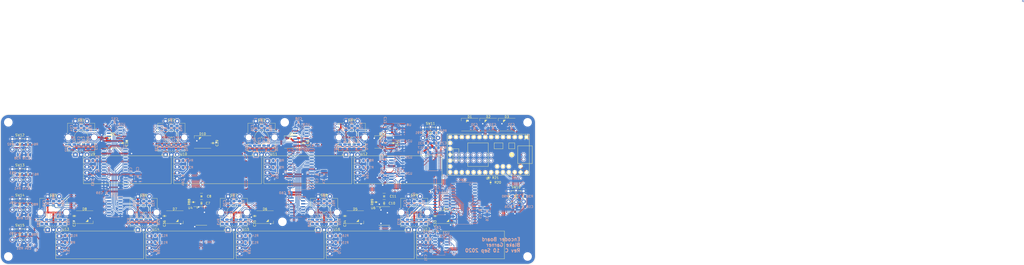
<source format=kicad_pcb>
(kicad_pcb (version 20171130) (host pcbnew "(5.1.6)-1")
  (title_block (title "Encoder Board") (date 2020-06-10) (rev C) (company "Blake Garner"))
  (layers (0 F.Cu signal hide) (31 B.Cu signal) (34 B.Paste user hide) (35 F.Paste user hide) (36 B.SilkS user) (37 F.SilkS user hide) (38 B.Mask user hide) (39 F.Mask user hide) (44 Edge.Cuts user hide))
  (net 0 "")
  (net 1 GND)
  (net 2 +3V3)
  (net 3 +5V)
  (net 4 ENC0_A)
  (net 5 ENC0_B)
  (net 6 ENC5_A)
  (net 7 ENC5_B)
  (net 8 ENC1_A)
  (net 9 ENC1_B)
  (net 10 ENC6_A)
  (net 11 ENC6_B)
  (net 12 ENC2_A)
  (net 13 ENC2_B)
  (net 14 ENC7_A)
  (net 15 ENC7_B)
  (net 16 ENC3_A)
  (net 17 ENC3_B)
  (net 18 ENC8_A)
  (net 19 ENC8_B)
  (net 20 ENC4_A)
  (net 21 ENC4_B)
  (net 22 "Net-(D1-Pad2)")
  (net 23 WS2812_DATA)
  (net 24 "Net-(D2-Pad2)")
  (net 25 "Net-(D3-Pad2)")
  (net 26 "Net-(D4-Pad2)")
  (net 27 "Net-(D5-Pad2)")
  (net 28 "Net-(D6-Pad2)")
  (net 29 "Net-(D7-Pad2)")
  (net 30 "Net-(D8-Pad2)")
  (net 31 "Net-(D10-Pad4)")
  (net 32 "Net-(D10-Pad2)")
  (net 33 "Net-(D11-Pad2)")
  (net 34 SCL0)
  (net 35 SDA0)
  (net 36 SCL1)
  (net 37 SDA1)
  (net 38 SCL2)
  (net 39 SDA2)
  (net 40 SCL3)
  (net 41 SDA3)
  (net 42 SCL4)
  (net 43 SDA4)
  (net 44 SCL5)
  (net 45 SDA5)
  (net 46 SCL6)
  (net 47 SDA6)
  (net 48 SCL7)
  (net 49 SDA7)
  (net 50 SCL8)
  (net 51 SDA8)
  (net 52 SDA)
  (net 53 SCL)
  (net 54 "Net-(R22-Pad2)")
  (net 55 "Net-(R23-Pad2)")
  (net 56 "Net-(R32-Pad2)")
  (net 57 "Net-(R44-Pad2)")
  (net 58 "Net-(R45-Pad2)")
  (net 59 "Net-(R53-Pad2)")
  (net 60 "Net-(R60-Pad2)")
  (net 61 "Net-(R61-Pad2)")
  (net 62 ENC0_SW)
  (net 63 ENC5_SW)
  (net 64 ENC1_SW)
  (net 65 ENC6_SW)
  (net 66 ENC2_SW)
  (net 67 ENC7_SW)
  (net 68 ENC3_SW)
  (net 69 ENC8_SW)
  (net 70 ENC4_SW)
  (net 71 CS0)
  (net 72 SCLK)
  (net 73 MOSI)
  (net 74 MISO)
  (net 75 INT0_A)
  (net 76 INT1_A)
  (net 77 INT2_A)
  (net 78 EEPROM_WP)
  (net 79 "Net-(R17-Pad2)")
  (net 80 "Net-(R26-Pad1)")
  (net 81 "Net-(R31-Pad1)")
  (net 82 "Net-(R38-Pad1)")
  (net 83 "Net-(R41-Pad1)")
  (net 84 "Net-(R48-Pad1)")
  (net 85 "Net-(R51-Pad1)")
  (net 86 BUTTON0_SW)
  (net 87 BUTTON0_LED)
  (net 88 BUTTON1_SW)
  (net 89 BUTTON1_LED)
  (net 90 BUTTON2_SW)
  (net 91 BUTTON2_LED)
  (net 92 BUTTON3_SW)
  (net 93 BUTTON3_LED)
  (net 94 BUTTON4_LED)
  (net 95 BUTTON4_SW)
  (net 96 BUTTON5_SW)
  (net 97 BUTTON5_LED)
  (net 98 /WS2812_3V3)
  (net 99 "Net-(C12-Pad1)")
  (net 100 "Net-(C13-Pad1)")
  (net 101 "Net-(C14-Pad1)")
  (net 102 "Net-(C15-Pad1)")
  (net 103 "Net-(C16-Pad1)")
  (net 104 "Net-(C17-Pad1)")
  (net 105 "Net-(C18-Pad1)")
  (net 106 "Net-(C19-Pad1)")
  (net 107 "Net-(C20-Pad1)")
  (net 108 "Net-(C21-Pad1)")
  (net 109 "Net-(C22-Pad1)")
  (net 110 "Net-(C23-Pad1)")
  (net 111 "Net-(C24-Pad1)")
  (net 112 "Net-(C25-Pad1)")
  (net 113 "Net-(C26-Pad1)")
  (net 114 "Net-(C27-Pad1)")
  (net 115 "Net-(C28-Pad1)")
  (net 116 "Net-(C29-Pad1)")
  (net 117 "Net-(C42-Pad1)")
  (net 118 "Net-(C43-Pad1)")
  (net 119 "Net-(C44-Pad1)")
  (net 120 "Net-(C45-Pad1)")
  (net 121 "Net-(C46-Pad1)")
  (net 122 "Net-(C47-Pad1)")
  (net 123 "Net-(C48-Pad1)")
  (net 124 "Net-(C49-Pad1)")
  (net 125 "Net-(C50-Pad1)")
  (net 126 "Net-(C51-Pad1)")
  (net 127 "Net-(C52-Pad1)")
  (net 128 "Net-(C53-Pad1)")
  (net 129 "Net-(C54-Pad1)")
  (net 130 "Net-(C55-Pad1)")
  (net 131 "Net-(C56-Pad1)")
  (net 132 "Net-(R24-Pad1)")
  (net 133 "Net-(R28-Pad2)")
  (net 134 "Net-(R30-Pad2)")
  (net 135 "Net-(R36-Pad2)")
  (net 136 "Net-(R37-Pad1)")
  (net 137 "Net-(R40-Pad2)")
  (net 138 "Net-(R42-Pad1)")
  (net 139 "Net-(R46-Pad2)")
  (net 140 "Net-(R54-Pad1)")
  (net 141 "Net-(R56-Pad2)")
  (net 142 "Net-(R57-Pad1)")
  (net 143 "Net-(R59-Pad2)")
  (net 144 "Net-(R64-Pad2)")
  (net 145 "Net-(R67-Pad2)")
  (net 146 "Net-(R68-Pad1)")
  (net 147 "Net-(R70-Pad2)")
  (net 148 "Net-(R71-Pad2)")
  (net 149 "Net-(R72-Pad1)")
  (net 150 "Net-(R74-Pad2)")
  (net 151 "Net-(R75-Pad2)")
  (net 152 "Net-(R80-Pad2)")
  (net 153 "Net-(R81-Pad1)")
  (net 154 "Net-(R83-Pad2)")
  (net 155 "Net-(R84-Pad2)")
  (net 156 "Net-(R86-Pad2)")
  (net 157 "Net-(R88-Pad2)")
  (net 158 "Net-(R89-Pad2)")
  (net 159 "Net-(R17-Pad1)")
  (module Button_Switch_BG:TE_Alcoswitch_SPST_LED (layer F.Cu) (at 243 55.5)
    (fp_text reference SW10 (at 0 -4) (layer F.SilkS))
    (fp_text value SW_Push_LED_Red)
    (pad A thru_hole circle (at 0 -2.5) (size 1.5 1.5) (drill 0.8) (layers *.Cu *.Mask) (net 87 BUTTON0_LED))
    (pad K thru_hole circle (at 0 2.5) (size 1.5 1.5) (drill 0.8) (layers *.Cu *.Mask) (net 80 "Net-(R26-Pad1)"))
    (pad 4 thru_hole circle (at 3.25 2.25) (size 1.9 1.9) (drill 1) (layers *.Cu *.Mask) (net 135 "Net-(R36-Pad2)"))
    (pad 3 thru_hole circle (at -3.25 2.25) (size 1.9 1.9) (drill 1) (layers *.Cu *.Mask) (net 135 "Net-(R36-Pad2)"))
    (pad 2 thru_hole circle (at 3.25 -2.25) (size 1.9 1.9) (drill 1) (layers *.Cu *.Mask) (net 1 GND))
    (pad 1 thru_hole circle (at -3.25 -2.25) (size 1.9 1.9) (drill 1) (layers *.Cu *.Mask) (net 1 GND))
  )
  (module Button_Switch_BG:TE_Alcoswitch_SPST_LED (layer F.Cu) (at 206 28)
    (fp_text reference SW11 (at 0 -4) (layer F.SilkS))
    (fp_text value SW_Push_LED_Blue)
    (pad A thru_hole circle (at 0 -2.5) (size 1.5 1.5) (drill 0.8) (layers *.Cu *.Mask) (net 89 BUTTON1_LED))
    (pad K thru_hole circle (at 0 2.5) (size 1.5 1.5) (drill 0.8) (layers *.Cu *.Mask) (net 81 "Net-(R31-Pad1)"))
    (pad 4 thru_hole circle (at 3.25 2.25) (size 1.9 1.9) (drill 1) (layers *.Cu *.Mask) (net 59 "Net-(R53-Pad2)"))
    (pad 3 thru_hole circle (at -3.25 2.25) (size 1.9 1.9) (drill 1) (layers *.Cu *.Mask) (net 59 "Net-(R53-Pad2)"))
    (pad 2 thru_hole circle (at 3.25 -2.25) (size 1.9 1.9) (drill 1) (layers *.Cu *.Mask) (net 1 GND))
    (pad 1 thru_hole circle (at -3.25 -2.25) (size 1.9 1.9) (drill 1) (layers *.Cu *.Mask) (net 1 GND))
  )
  (module Button_Switch_BG:TE_Alcoswitch_SPST_LED (layer F.Cu) (at 28.5 33)
    (fp_text reference SW12 (at 0 -4) (layer F.SilkS))
    (fp_text value SW_Push_LED_Red)
    (pad A thru_hole circle (at 0 -2.5) (size 1.5 1.5) (drill 0.8) (layers *.Cu *.Mask) (net 91 BUTTON2_LED))
    (pad K thru_hole circle (at 0 2.5) (size 1.5 1.5) (drill 0.8) (layers *.Cu *.Mask) (net 82 "Net-(R38-Pad1)"))
    (pad 4 thru_hole circle (at 3.25 2.25) (size 1.9 1.9) (drill 1) (layers *.Cu *.Mask) (net 144 "Net-(R64-Pad2)"))
    (pad 3 thru_hole circle (at -3.25 2.25) (size 1.9 1.9) (drill 1) (layers *.Cu *.Mask) (net 144 "Net-(R64-Pad2)"))
    (pad 2 thru_hole circle (at 3.25 -2.25) (size 1.9 1.9) (drill 1) (layers *.Cu *.Mask) (net 1 GND))
    (pad 1 thru_hole circle (at -3.25 -2.25) (size 1.9 1.9) (drill 1) (layers *.Cu *.Mask) (net 1 GND))
  )
  (module Button_Switch_BG:TE_Alcoswitch_SPST_LED (layer F.Cu) (at 28.5 46)
    (fp_text reference SW13 (at 0 -4) (layer F.SilkS))
    (fp_text value SW_Push_LED_Yellow)
    (pad A thru_hole circle (at 0 -2.5) (size 1.5 1.5) (drill 0.8) (layers *.Cu *.Mask) (net 93 BUTTON3_LED))
    (pad K thru_hole circle (at 0 2.5) (size 1.5 1.5) (drill 0.8) (layers *.Cu *.Mask) (net 83 "Net-(R41-Pad1)"))
    (pad 4 thru_hole circle (at 3.25 2.25) (size 1.9 1.9) (drill 1) (layers *.Cu *.Mask) (net 145 "Net-(R67-Pad2)"))
    (pad 3 thru_hole circle (at -3.25 2.25) (size 1.9 1.9) (drill 1) (layers *.Cu *.Mask) (net 145 "Net-(R67-Pad2)"))
    (pad 2 thru_hole circle (at 3.25 -2.25) (size 1.9 1.9) (drill 1) (layers *.Cu *.Mask) (net 1 GND))
    (pad 1 thru_hole circle (at -3.25 -2.25) (size 1.9 1.9) (drill 1) (layers *.Cu *.Mask) (net 1 GND))
  )
  (module Button_Switch_BG:TE_Alcoswitch_SPST_LED (layer F.Cu) (at 28.5 59)
    (fp_text reference SW14 (at 0 -4) (layer F.SilkS))
    (fp_text value SW_Push_LED_Green)
    (pad A thru_hole circle (at 0 -2.5) (size 1.5 1.5) (drill 0.8) (layers *.Cu *.Mask) (net 94 BUTTON4_LED))
    (pad K thru_hole circle (at 0 2.5) (size 1.5 1.5) (drill 0.8) (layers *.Cu *.Mask) (net 84 "Net-(R48-Pad1)"))
    (pad 4 thru_hole circle (at 3.25 2.25) (size 1.9 1.9) (drill 1) (layers *.Cu *.Mask) (net 152 "Net-(R80-Pad2)"))
    (pad 3 thru_hole circle (at -3.25 2.25) (size 1.9 1.9) (drill 1) (layers *.Cu *.Mask) (net 152 "Net-(R80-Pad2)"))
    (pad 2 thru_hole circle (at 3.25 -2.25) (size 1.9 1.9) (drill 1) (layers *.Cu *.Mask) (net 1 GND))
    (pad 1 thru_hole circle (at -3.25 -2.25) (size 1.9 1.9) (drill 1) (layers *.Cu *.Mask) (net 1 GND))
  )
  (module Button_Switch_BG:TE_Alcoswitch_SPST_LED (layer F.Cu) (at 28.5 72)
    (fp_text reference SW15 (at 0 -4) (layer F.SilkS))
    (fp_text value SW_Push_LED_Blue)
    (pad A thru_hole circle (at 0 -2.5) (size 1.5 1.5) (drill 0.8) (layers *.Cu *.Mask) (net 97 BUTTON5_LED))
    (pad K thru_hole circle (at 0 2.5) (size 1.5 1.5) (drill 0.8) (layers *.Cu *.Mask) (net 85 "Net-(R51-Pad1)"))
    (pad 4 thru_hole circle (at 3.25 2.25) (size 1.9 1.9) (drill 1) (layers *.Cu *.Mask) (net 156 "Net-(R86-Pad2)"))
    (pad 3 thru_hole circle (at -3.25 2.25) (size 1.9 1.9) (drill 1) (layers *.Cu *.Mask) (net 156 "Net-(R86-Pad2)"))
    (pad 2 thru_hole circle (at 3.25 -2.25) (size 1.9 1.9) (drill 1) (layers *.Cu *.Mask) (net 1 GND))
    (pad 1 thru_hole circle (at -3.25 -2.25) (size 1.9 1.9) (drill 1) (layers *.Cu *.Mask) (net 1 GND))
  )
  (module LED_BG:LED_WS2812B_PLCC4_5.0x5.0mm_P3.2mm (layer F.Cu) (at 212.5 64.5)
    (fp_text reference D4 (at 0 -3.5) (layer F.SilkS))
    (fp_text value WS2812B)
    (pad 3 smd oval (at 2.45 1.65) (size 1.5 0.9) (layers F.Cu F.Paste F.Mask) (net 1 GND))
    (pad 4 smd oval (at 2.45 -1.65) (size 1.5 0.9) (layers F.Cu F.Paste F.Mask) (net 25 "Net-(D3-Pad2)"))
    (pad 2 smd oval (at -2.45 1.65) (size 1.5 0.9) (layers F.Cu F.Paste F.Mask) (net 26 "Net-(D4-Pad2)"))
    (pad 1 smd rect (at -2.45 -1.65) (size 1.5 0.9) (layers F.Cu F.Paste F.Mask) (net 3 +5V))
  )
  (module SOIC_BG:SOIC-8_3.9x4.9mm_P1.27mm (layer B.Cu) (at 191.5 40.5 180)
    (fp_text reference U25 (at -5.2 1.9) (layer B.SilkS) (effects (justify mirror)))
    (fp_text value CAT24M01W)
    (pad 1 smd rect (at -2.475 1.905 180) (size 1.95 0.6) (layers B.Cu B.Paste B.Mask))
    (pad 2 smd oval (at -2.475 0.635 180) (size 1.95 0.6) (layers B.Cu B.Paste B.Mask) (net 1 GND))
    (pad 3 smd oval (at -2.475 -0.635 180) (size 1.95 0.6) (layers B.Cu B.Paste B.Mask) (net 2 +3V3))
    (pad 4 smd oval (at -2.475 -1.905 180) (size 1.95 0.6) (layers B.Cu B.Paste B.Mask) (net 1 GND))
    (pad 5 smd oval (at 2.475 -1.905 180) (size 1.95 0.6) (layers B.Cu B.Paste B.Mask) (net 52 SDA))
    (pad 6 smd oval (at 2.475 -0.635 180) (size 1.95 0.6) (layers B.Cu B.Paste B.Mask) (net 53 SCL))
    (pad 7 smd oval (at 2.475 0.635 180) (size 1.95 0.6) (layers B.Cu B.Paste B.Mask) (net 78 EEPROM_WP))
    (pad 8 smd oval (at 2.475 1.905 180) (size 1.95 0.6) (layers B.Cu B.Paste B.Mask) (net 2 +3V3))
  )
  (module Display_BG:Display_OLED_128x32_I2C (layer F.Cu) (at 192 44)
    (fp_text reference U12 (at -14.7 -6.8) (layer F.SilkS))
    (fp_text value Display_OLED_128x32_I2C)
    (pad 4 thru_hole oval (at -17.5 3.81 270) (size 1.5 2.4) (drill 1) (layers *.Cu *.Mask) (net 1 GND))
    (pad 3 thru_hole oval (at -17.5 1.27 270) (size 1.5 2.4) (drill 1) (layers *.Cu *.Mask) (net 2 +3V3))
    (pad 2 thru_hole oval (at -17.5 -1.27 270) (size 1.5 2.4) (drill 1) (layers *.Cu *.Mask) (net 40 SCL3))
    (pad 1 thru_hole rect (at -17.5 -3.81 270) (size 1.5 2.4) (drill 1) (layers *.Cu *.Mask) (net 41 SDA3))
  )
  (module Encoder_BG:RotaryEncoder_Bourns_PEC12R-4x20k-Sxxxx-Switch_Vertical_H20mm (layer F.Cu) (at 43 62.5 90)
    (fp_text reference SW5 (at 7.5 0) (layer F.SilkS))
    (fp_text value Encoder_SW_D12.0xH25.0mm)
    (pad S1 thru_hole circle (at 7 2.5 90) (size 2 2) (drill 1) (layers *.Cu *.Mask) (net 155 "Net-(R84-Pad2)"))
    (pad S2 thru_hole circle (at 7 -2.5 90) (size 2 2) (drill 1) (layers *.Cu *.Mask) (net 1 GND))
    (pad MP thru_hole circle (at 0 5.6 90) (size 3.2 3.2) (drill 2.6) (layers *.Cu *.Mask) (net 1 GND))
    (pad MP thru_hole circle (at 0 -5.6 90) (size 3.2 3.2) (drill 2.6) (layers *.Cu *.Mask) (net 1 GND))
    (pad B thru_hole circle (at -7.5 2.5 90) (size 2 2) (drill 1) (layers *.Cu *.Mask) (net 154 "Net-(R83-Pad2)"))
    (pad C thru_hole circle (at -7.5 0 90) (size 2 2) (drill 1) (layers *.Cu *.Mask) (net 1 GND))
    (pad A thru_hole rect (at -7.5 -2.5 90) (size 2 2) (drill 1) (layers *.Cu *.Mask) (net 153 "Net-(R81-Pad1)"))
  )
  (module Encoder_BG:RotaryEncoder_Bourns_PEC12R-4x20k-Sxxxx-Switch_Vertical_H20mm (layer F.Cu) (at 55 30 90)
    (fp_text reference SW1 (at 7.5 0) (layer F.SilkS))
    (fp_text value Encoder_SW_D12.0xH25.0mm)
    (pad S1 thru_hole circle (at 7 2.5 90) (size 2 2) (drill 1) (layers *.Cu *.Mask) (net 134 "Net-(R30-Pad2)"))
    (pad S2 thru_hole circle (at 7 -2.5 90) (size 2 2) (drill 1) (layers *.Cu *.Mask) (net 1 GND))
    (pad MP thru_hole circle (at 0 5.6 90) (size 3.2 3.2) (drill 2.6) (layers *.Cu *.Mask) (net 1 GND))
    (pad MP thru_hole circle (at 0 -5.6 90) (size 3.2 3.2) (drill 2.6) (layers *.Cu *.Mask) (net 1 GND))
    (pad B thru_hole circle (at -7.5 2.5 90) (size 2 2) (drill 1) (layers *.Cu *.Mask) (net 55 "Net-(R23-Pad2)"))
    (pad C thru_hole circle (at -7.5 0 90) (size 2 2) (drill 1) (layers *.Cu *.Mask) (net 1 GND))
    (pad A thru_hole rect (at -7.5 -2.5 90) (size 2 2) (drill 1) (layers *.Cu *.Mask) (net 54 "Net-(R22-Pad2)"))
  )
  (module Encoder_BG:RotaryEncoder_Bourns_PEC12R-4x20k-Sxxxx-Switch_Vertical_H20mm (layer F.Cu) (at 94 30 90)
    (fp_text reference SW2 (at 7.5 0 180) (layer F.SilkS))
    (fp_text value Encoder_SW_D12.0xH25.0mm)
    (pad S1 thru_hole circle (at 7 2.5 90) (size 2 2) (drill 1) (layers *.Cu *.Mask) (net 58 "Net-(R45-Pad2)"))
    (pad S2 thru_hole circle (at 7 -2.5 90) (size 2 2) (drill 1) (layers *.Cu *.Mask) (net 1 GND))
    (pad MP thru_hole circle (at 0 5.6 90) (size 3.2 3.2) (drill 2.6) (layers *.Cu *.Mask) (net 1 GND))
    (pad MP thru_hole circle (at 0 -5.6 90) (size 3.2 3.2) (drill 2.6) (layers *.Cu *.Mask) (net 1 GND))
    (pad B thru_hole circle (at -7.5 2.5 90) (size 2 2) (drill 1) (layers *.Cu *.Mask) (net 137 "Net-(R40-Pad2)"))
    (pad C thru_hole circle (at -7.5 0 90) (size 2 2) (drill 1) (layers *.Cu *.Mask) (net 1 GND))
    (pad A thru_hole rect (at -7.5 -2.5 90) (size 2 2) (drill 1) (layers *.Cu *.Mask) (net 136 "Net-(R37-Pad1)"))
  )
  (module Encoder_BG:RotaryEncoder_Bourns_PEC12R-4x20k-Sxxxx-Switch_Vertical_H20mm (layer F.Cu) (at 133 30 90)
    (fp_text reference SW3 (at 7.5 0 180) (layer F.SilkS))
    (fp_text value Encoder_SW_D12.0xH25.0mm)
    (pad S1 thru_hole circle (at 7 2.5 90) (size 2 2) (drill 1) (layers *.Cu *.Mask) (net 60 "Net-(R60-Pad2)"))
    (pad S2 thru_hole circle (at 7 -2.5 90) (size 2 2) (drill 1) (layers *.Cu *.Mask) (net 1 GND))
    (pad MP thru_hole circle (at 0 5.6 90) (size 3.2 3.2) (drill 2.6) (layers *.Cu *.Mask) (net 1 GND))
    (pad MP thru_hole circle (at 0 -5.6 90) (size 3.2 3.2) (drill 2.6) (layers *.Cu *.Mask) (net 1 GND))
    (pad B thru_hole circle (at -7.5 2.5 90) (size 2 2) (drill 1) (layers *.Cu *.Mask) (net 141 "Net-(R56-Pad2)"))
    (pad C thru_hole circle (at -7.5 0 90) (size 2 2) (drill 1) (layers *.Cu *.Mask) (net 1 GND))
    (pad A thru_hole rect (at -7.5 -2.5 90) (size 2 2) (drill 1) (layers *.Cu *.Mask) (net 140 "Net-(R54-Pad1)"))
  )
  (module Encoder_BG:RotaryEncoder_Bourns_PEC12R-4x20k-Sxxxx-Switch_Vertical_H20mm (layer F.Cu) (at 172 30 90)
    (fp_text reference SW4 (at 7.5 0 180) (layer F.SilkS))
    (fp_text value Encoder_SW_D12.0xH25.0mm)
    (pad S1 thru_hole circle (at 7 2.5 90) (size 2 2) (drill 1) (layers *.Cu *.Mask) (net 148 "Net-(R71-Pad2)"))
    (pad S2 thru_hole circle (at 7 -2.5 90) (size 2 2) (drill 1) (layers *.Cu *.Mask) (net 1 GND))
    (pad MP thru_hole circle (at 0 5.6 90) (size 3.2 3.2) (drill 2.6) (layers *.Cu *.Mask) (net 1 GND))
    (pad MP thru_hole circle (at 0 -5.6 90) (size 3.2 3.2) (drill 2.6) (layers *.Cu *.Mask) (net 1 GND))
    (pad B thru_hole circle (at -7.5 2.5 90) (size 2 2) (drill 1) (layers *.Cu *.Mask) (net 147 "Net-(R70-Pad2)"))
    (pad C thru_hole circle (at -7.5 0 90) (size 2 2) (drill 1) (layers *.Cu *.Mask) (net 1 GND))
    (pad A thru_hole rect (at -7.5 -2.5 90) (size 2 2) (drill 1) (layers *.Cu *.Mask) (net 146 "Net-(R68-Pad1)"))
  )
  (module Encoder_BG:RotaryEncoder_Bourns_PEC12R-4x20k-Sxxxx-Switch_Vertical_H20mm (layer F.Cu) (at 82 62.5 90)
    (fp_text reference SW6 (at 7.5 0 180) (layer F.SilkS))
    (fp_text value Encoder_SW_D12.0xH25.0mm)
    (pad S1 thru_hole circle (at 7 2.5 90) (size 2 2) (drill 1) (layers *.Cu *.Mask) (net 56 "Net-(R32-Pad2)"))
    (pad S2 thru_hole circle (at 7 -2.5 90) (size 2 2) (drill 1) (layers *.Cu *.Mask) (net 1 GND))
    (pad MP thru_hole circle (at 0 5.6 90) (size 3.2 3.2) (drill 2.6) (layers *.Cu *.Mask) (net 1 GND))
    (pad MP thru_hole circle (at 0 -5.6 90) (size 3.2 3.2) (drill 2.6) (layers *.Cu *.Mask) (net 1 GND))
    (pad B thru_hole circle (at -7.5 2.5 90) (size 2 2) (drill 1) (layers *.Cu *.Mask) (net 133 "Net-(R28-Pad2)"))
    (pad C thru_hole circle (at -7.5 0 90) (size 2 2) (drill 1) (layers *.Cu *.Mask) (net 1 GND))
    (pad A thru_hole rect (at -7.5 -2.5 90) (size 2 2) (drill 1) (layers *.Cu *.Mask) (net 132 "Net-(R24-Pad1)"))
  )
  (module Encoder_BG:RotaryEncoder_Bourns_PEC12R-4x20k-Sxxxx-Switch_Vertical_H20mm (layer F.Cu) (at 121 62.5 90)
    (fp_text reference SW7 (at 7.5 0 180) (layer F.SilkS))
    (fp_text value Encoder_SW_D12.0xH25.0mm)
    (pad S1 thru_hole circle (at 7 2.5 90) (size 2 2) (drill 1) (layers *.Cu *.Mask) (net 139 "Net-(R46-Pad2)"))
    (pad S2 thru_hole circle (at 7 -2.5 90) (size 2 2) (drill 1) (layers *.Cu *.Mask) (net 1 GND))
    (pad MP thru_hole circle (at 0 5.6 90) (size 3.2 3.2) (drill 2.6) (layers *.Cu *.Mask) (net 1 GND))
    (pad MP thru_hole circle (at 0 -5.6 90) (size 3.2 3.2) (drill 2.6) (layers *.Cu *.Mask) (net 1 GND))
    (pad B thru_hole circle (at -7.5 2.5 90) (size 2 2) (drill 1) (layers *.Cu *.Mask) (net 57 "Net-(R44-Pad2)"))
    (pad C thru_hole circle (at -7.5 0 90) (size 2 2) (drill 1) (layers *.Cu *.Mask) (net 1 GND))
    (pad A thru_hole rect (at -7.5 -2.5 90) (size 2 2) (drill 1) (layers *.Cu *.Mask) (net 138 "Net-(R42-Pad1)"))
  )
  (module Encoder_BG:RotaryEncoder_Bourns_PEC12R-4x20k-Sxxxx-Switch_Vertical_H20mm (layer F.Cu) (at 160 62.5 90)
    (fp_text reference SW8 (at 7.5 0 180) (layer F.SilkS))
    (fp_text value Encoder_SW_D12.0xH25.0mm)
    (pad S1 thru_hole circle (at 7 2.5 90) (size 2 2) (drill 1) (layers *.Cu *.Mask) (net 61 "Net-(R61-Pad2)"))
    (pad S2 thru_hole circle (at 7 -2.5 90) (size 2 2) (drill 1) (layers *.Cu *.Mask) (net 1 GND))
    (pad MP thru_hole circle (at 0 5.6 90) (size 3.2 3.2) (drill 2.6) (layers *.Cu *.Mask) (net 1 GND))
    (pad MP thru_hole circle (at 0 -5.6 90) (size 3.2 3.2) (drill 2.6) (layers *.Cu *.Mask) (net 1 GND))
    (pad B thru_hole circle (at -7.5 2.5 90) (size 2 2) (drill 1) (layers *.Cu *.Mask) (net 143 "Net-(R59-Pad2)"))
    (pad C thru_hole circle (at -7.5 0 90) (size 2 2) (drill 1) (layers *.Cu *.Mask) (net 1 GND))
    (pad A thru_hole rect (at -7.5 -2.5 90) (size 2 2) (drill 1) (layers *.Cu *.Mask) (net 142 "Net-(R57-Pad1)"))
  )
  (module Encoder_BG:RotaryEncoder_Bourns_PEC12R-4x20k-Sxxxx-Switch_Vertical_H20mm (layer F.Cu) (at 199 62.5 90)
    (fp_text reference SW9 (at 7.5 0 180) (layer F.SilkS))
    (fp_text value Encoder_SW_D12.0xH25.0mm)
    (pad S1 thru_hole circle (at 7 2.5 90) (size 2 2) (drill 1) (layers *.Cu *.Mask) (net 151 "Net-(R75-Pad2)"))
    (pad S2 thru_hole circle (at 7 -2.5 90) (size 2 2) (drill 1) (layers *.Cu *.Mask) (net 1 GND))
    (pad MP thru_hole circle (at 0 5.6 90) (size 3.2 3.2) (drill 2.6) (layers *.Cu *.Mask) (net 1 GND))
    (pad MP thru_hole circle (at 0 -5.6 90) (size 3.2 3.2) (drill 2.6) (layers *.Cu *.Mask) (net 1 GND))
    (pad B thru_hole circle (at -7.5 2.5 90) (size 2 2) (drill 1) (layers *.Cu *.Mask) (net 150 "Net-(R74-Pad2)"))
    (pad C thru_hole circle (at -7.5 0 90) (size 2 2) (drill 1) (layers *.Cu *.Mask) (net 1 GND))
    (pad A thru_hole rect (at -7.5 -2.5 90) (size 2 2) (drill 1) (layers *.Cu *.Mask) (net 149 "Net-(R72-Pad1)"))
  )
  (module MountingHole:MountingHole_3.2mm_M3 (layer F.Cu) (at 142 66.5)
    (fp_text reference "" hide)
    (fp_text value M3_Hole hide)
    (pad 1 np_thru_hole circle (at 0 0) (size 3.2 3.2) (drill 3.2) (layers *.Cu *.Mask))
  )
  (module Resistor_BG:R_0805_2012Metric (layer F.Cu) (at 182.5 58 270)
    (fp_text reference R89 (at 0 1.651 90) (layer F.SilkS))
    (fp_text value 4.7k)
    (pad 2 smd roundrect (at 0.9375 0 270) (size 0.975 1.4) (layers F.Cu F.Paste F.Mask) (net 158 "Net-(R89-Pad2)"))
    (pad 1 smd roundrect (at -0.9375 0 270) (size 0.975 1.4) (layers F.Cu F.Paste F.Mask) (net 2 +3V3))
  )
  (module Capacitor_BG:C_1210_3225Metric (layer B.Cu) (at 230.5 62 270)
    (fp_text reference C6 (at 3.3 0 270) (layer B.SilkS) (effects (justify mirror)))
    (fp_text value 10uF)
    (pad 2 smd roundrect (at 1.4 0 270) (size 1.25 2.65) (layers B.Cu B.Paste B.Mask) (roundrect_rratio 0.2) (net 1 GND))
    (pad 1 smd roundrect (at -1.4 0 270) (size 1.25 2.65) (layers B.Cu B.Paste B.Mask) (roundrect_rratio 0.2) (net 2 +3V3))
  )
  (module MountingHole:MountingHole_3.2mm_M3 (layer F.Cu) (at 23.5 23.5)
    (fp_text reference "" hide)
    (fp_text value M3_Hole hide)
    (pad 1 np_thru_hole circle (at 0 0) (size 3.2 3.2) (drill 3.2) (layers *.Cu *.Mask))
  )
  (module MountingHole:MountingHole_3.2mm_M3 (layer F.Cu) (at 248 23.5)
    (fp_text reference "" hide)
    (fp_text value M3_Hole hide)
    (pad 1 np_thru_hole circle (at 0 0) (size 3.2 3.2) (drill 3.2) (layers *.Cu *.Mask))
  )
  (module MountingHole:MountingHole_3.2mm_M3 (layer F.Cu) (at 248 81.5)
    (fp_text reference "" hide)
    (fp_text value M3_Hole hide)
    (pad 1 np_thru_hole circle (at 0 0) (size 3.2 3.2) (drill 3.2) (layers *.Cu *.Mask))
  )
  (module MountingHole:MountingHole_3.2mm_M3 (layer F.Cu) (at 143 23.5)
    (fp_text reference "" hide)
    (fp_text value M3_Hole hide)
    (pad 1 np_thru_hole circle (at 0 0) (size 3.2 3.2) (drill 3.2) (layers *.Cu *.Mask))
  )
  (module MountingHole:MountingHole_3.2mm_M3 (layer F.Cu) (at 23.5 81.5)
    (fp_text reference "" hide)
    (fp_text value M3_Hole hide)
    (pad 1 np_thru_hole circle (at 0 0) (size 3.2 3.2) (drill 3.2) (layers *.Cu *.Mask))
  )
  (module LED_BG:LED_WS2812B_PLCC4_5.0x5.0mm_P3.2mm (layer F.Cu) (at 185.5 32 180)
    (fp_text reference D12 (at 0.25 3.5) (layer F.SilkS))
    (fp_text value WS2812B)
    (pad 1 smd rect (at -2.45 -1.65 180) (size 1.5 0.9) (layers F.Cu F.Paste F.Mask) (net 3 +5V))
    (pad 2 smd oval (at -2.45 1.65 180) (size 1.5 0.9) (layers F.Cu F.Paste F.Mask))
    (pad 4 smd oval (at 2.45 -1.65 180) (size 1.5 0.9) (layers F.Cu F.Paste F.Mask) (net 33 "Net-(D11-Pad2)"))
    (pad 3 smd oval (at 2.45 1.65 180) (size 1.5 0.9) (layers F.Cu F.Paste F.Mask) (net 1 GND))
  )
  (module Capacitor_BG:C_0805_2012Metric (layer F.Cu) (at 190 32.5 90)
    (fp_text reference C41 (at 0 1.75 90) (layer F.SilkS))
    (fp_text value 0.1uF)
    (pad 1 smd roundrect (at -0.9375 0 90) (size 0.975 1.4) (layers F.Cu F.Paste F.Mask) (net 3 +5V))
    (pad 2 smd roundrect (at 0.9375 0 90) (size 0.975 1.4) (layers F.Cu F.Paste F.Mask) (net 1 GND))
  )
  (module Display_BG:Display_OLED_128x32_I2C (layer F.Cu) (at 102 76.5)
    (fp_text reference U14 (at -14.7 -6.8) (layer F.SilkS))
    (fp_text value Display_OLED_128x32_I2C)
    (pad 4 thru_hole oval (at -17.5 3.81 270) (size 1.5 2.4) (drill 1) (layers *.Cu *.Mask) (net 1 GND))
    (pad 3 thru_hole oval (at -17.5 1.27 270) (size 1.5 2.4) (drill 1) (layers *.Cu *.Mask) (net 2 +3V3))
    (pad 2 thru_hole oval (at -17.5 -1.27 270) (size 1.5 2.4) (drill 1) (layers *.Cu *.Mask) (net 44 SCL5))
    (pad 1 thru_hole rect (at -17.5 -3.81 270) (size 1.5 2.4) (drill 1) (layers *.Cu *.Mask) (net 45 SDA5))
  )
  (module Teensy_BG:Teensy30_31_32_LC (layer F.Cu) (at 231 37.5 180)
    (fp_text reference U7 (at 0 -10.16) (layer F.SilkS))
    (fp_text value Teensy3.2)
    (pad 54 thru_hole circle (at -15.24 -2.032 180) (size 1.6 1.6) (drill 1.1) (layers *.Cu *.Mask))
    (pad 53 thru_hole circle (at -15.24 0 180) (size 1.6 1.6) (drill 1.1) (layers *.Cu *.Mask))
    (pad 52 thru_hole circle (at -10.16 0 180) (size 1.9 1.9) (drill 0.5) (layers *.Cu *.Mask F.SilkS))
    (pad 51 thru_hole circle (at -1.27 -2.54 180) (size 1.6 1.6) (drill 1.1) (layers *.Cu *.Mask))
    (pad 50 thru_hole circle (at 1.27 -2.54 180) (size 1.6 1.6) (drill 1.1) (layers *.Cu *.Mask))
    (pad 49 thru_hole circle (at 3.81 -2.54 180) (size 1.6 1.6) (drill 1.1) (layers *.Cu *.Mask))
    (pad 48 thru_hole circle (at 6.35 -2.54 180) (size 1.6 1.6) (drill 1.1) (layers *.Cu *.Mask))
    (pad 47 thru_hole circle (at 8.89 -2.54 180) (size 1.6 1.6) (drill 1.1) (layers *.Cu *.Mask))
    (pad 46 thru_hole circle (at 11.43 -2.54 180) (size 1.6 1.6) (drill 1.1) (layers *.Cu *.Mask))
    (pad 45 thru_hole circle (at 13.97 -2.54 180) (size 1.6 1.6) (drill 1.1) (layers *.Cu *.Mask))
    (pad 44 thru_hole circle (at 13.97 0 180) (size 1.6 1.6) (drill 1.1) (layers *.Cu *.Mask))
    (pad 43 thru_hole circle (at 11.43 0 180) (size 1.6 1.6) (drill 1.1) (layers *.Cu *.Mask))
    (pad 42 thru_hole circle (at 8.89 0 180) (size 1.6 1.6) (drill 1.1) (layers *.Cu *.Mask))
    (pad 41 thru_hole circle (at 6.35 0 180) (size 1.6 1.6) (drill 1.1) (layers *.Cu *.Mask))
    (pad 40 thru_hole circle (at 3.81 0 180) (size 1.6 1.6) (drill 1.1) (layers *.Cu *.Mask))
    (pad 39 thru_hole circle (at 1.27 0 180) (size 1.6 1.6) (drill 1.1) (layers *.Cu *.Mask))
    (pad 38 thru_hole circle (at -1.27 0 180) (size 1.6 1.6) (drill 1.1) (layers *.Cu *.Mask))
    (pad 1 thru_hole rect (at -16.51 7.62 180) (size 1.6 1.6) (drill 1.1) (layers *.Cu *.Mask F.SilkS) (net 1 GND))
    (pad 2 thru_hole circle (at -13.97 7.62 180) (size 1.6 1.6) (drill 1.1) (layers *.Cu *.Mask F.SilkS))
    (pad 3 thru_hole circle (at -11.43 7.62 180) (size 1.6 1.6) (drill 1.1) (layers *.Cu *.Mask F.SilkS) (net 98 /WS2812_3V3))
    (pad 4 thru_hole circle (at -8.89 7.62 180) (size 1.6 1.6) (drill 1.1) (layers *.Cu *.Mask F.SilkS) (net 78 EEPROM_WP))
    (pad 5 thru_hole circle (at -6.35 7.62 180) (size 1.6 1.6) (drill 1.1) (layers *.Cu *.Mask F.SilkS))
    (pad 6 thru_hole circle (at -3.81 7.62 180) (size 1.6 1.6) (drill 1.1) (layers *.Cu *.Mask F.SilkS))
    (pad 7 thru_hole circle (at -1.27 7.62 180) (size 1.6 1.6) (drill 1.1) (layers *.Cu *.Mask F.SilkS) (net 87 BUTTON0_LED))
    (pad 8 thru_hole circle (at 1.27 7.62 180) (size 1.6 1.6) (drill 1.1) (layers *.Cu *.Mask F.SilkS) (net 89 BUTTON1_LED))
    (pad 9 thru_hole circle (at 3.81 7.62 180) (size 1.6 1.6) (drill 1.1) (layers *.Cu *.Mask F.SilkS) (net 75 INT0_A))
    (pad 10 thru_hole circle (at 6.35 7.62 180) (size 1.6 1.6) (drill 1.1) (layers *.Cu *.Mask F.SilkS) (net 76 INT1_A))
    (pad 11 thru_hole circle (at 8.89 7.62 180) (size 1.6 1.6) (drill 1.1) (layers *.Cu *.Mask F.SilkS) (net 77 INT2_A))
    (pad 12 thru_hole circle (at 11.43 7.62 180) (size 1.6 1.6) (drill 1.1) (layers *.Cu *.Mask F.SilkS) (net 71 CS0))
    (pad 13 thru_hole circle (at 13.97 7.62 180) (size 1.6 1.6) (drill 1.1) (layers *.Cu *.Mask F.SilkS) (net 73 MOSI))
    (pad 37 thru_hole circle (at -3.81 -5.08 180) (size 1.6 1.6) (drill 1.1) (layers *.Cu *.Mask F.SilkS))
    (pad 36 thru_hole circle (at -6.35 -5.08 180) (size 1.6 1.6) (drill 1.1) (layers *.Cu *.Mask F.SilkS))
    (pad 35 thru_hole circle (at -8.89 -5.08 180) (size 1.6 1.6) (drill 1.1) (layers *.Cu *.Mask F.SilkS))
    (pad 34 thru_hole circle (at -13.97 -5.08 180) (size 1.6 1.6) (drill 1.1) (layers *.Cu *.Mask F.SilkS) (net 3 +5V))
    (pad 33 thru_hole circle (at -16.51 -7.62 180) (size 1.6 1.6) (drill 1.1) (layers *.Cu *.Mask F.SilkS) (net 3 +5V))
    (pad 32 thru_hole circle (at -13.97 -7.62 180) (size 1.6 1.6) (drill 1.1) (layers *.Cu *.Mask F.SilkS) (net 1 GND))
    (pad 31 thru_hole circle (at -11.43 -7.62 180) (size 1.6 1.6) (drill 1.1) (layers *.Cu *.Mask F.SilkS) (net 2 +3V3))
    (pad 30 thru_hole circle (at -8.89 -7.62 180) (size 1.6 1.6) (drill 1.1) (layers *.Cu *.Mask F.SilkS) (net 97 BUTTON5_LED))
    (pad 29 thru_hole circle (at -6.35 -7.62 180) (size 1.6 1.6) (drill 1.1) (layers *.Cu *.Mask F.SilkS) (net 94 BUTTON4_LED))
    (pad 28 thru_hole circle (at -3.81 -7.62 180) (size 1.6 1.6) (drill 1.1) (layers *.Cu *.Mask F.SilkS) (net 93 BUTTON3_LED))
    (pad 27 thru_hole circle (at -1.27 -7.62 180) (size 1.6 1.6) (drill 1.1) (layers *.Cu *.Mask F.SilkS) (net 91 BUTTON2_LED))
    (pad 26 thru_hole circle (at 1.27 -7.62 180) (size 1.6 1.6) (drill 1.1) (layers *.Cu *.Mask F.SilkS) (net 53 SCL))
    (pad 25 thru_hole circle (at 3.81 -7.62 180) (size 1.6 1.6) (drill 1.1) (layers *.Cu *.Mask F.SilkS) (net 52 SDA))
    (pad 24 thru_hole circle (at 6.35 -7.62 180) (size 1.6 1.6) (drill 1.1) (layers *.Cu *.Mask F.SilkS))
    (pad 23 thru_hole circle (at 8.89 -7.62 180) (size 1.6 1.6) (drill 1.1) (layers *.Cu *.Mask F.SilkS))
    (pad 22 thru_hole circle (at 11.43 -7.62 180) (size 1.6 1.6) (drill 1.1) (layers *.Cu *.Mask F.SilkS))
    (pad 21 thru_hole circle (at 13.97 -7.62 180) (size 1.6 1.6) (drill 1.1) (layers *.Cu *.Mask F.SilkS))
    (pad 14 thru_hole circle (at 16.51 7.62 180) (size 1.6 1.6) (drill 1.1) (layers *.Cu *.Mask F.SilkS) (net 74 MISO))
    (pad 15 thru_hole circle (at 16.51 5.08 180) (size 1.6 1.6) (drill 1.1) (layers *.Cu *.Mask F.SilkS))
    (pad 16 thru_hole circle (at 16.51 2.54 180) (size 1.6 1.6) (drill 1.1) (layers *.Cu *.Mask F.SilkS))
    (pad 20 thru_hole circle (at 16.51 -7.62 180) (size 1.6 1.6) (drill 1.1) (layers *.Cu *.Mask F.SilkS) (net 72 SCLK))
    (pad 19 thru_hole circle (at 16.51 -5.08 180) (size 1.6 1.6) (drill 1.1) (layers *.Cu *.Mask F.SilkS))
    (pad 18 thru_hole circle (at 16.51 -2.54 180) (size 1.6 1.6) (drill 1.1) (layers *.Cu *.Mask F.SilkS))
    (pad 17 thru_hole circle (at 16.51 0 180) (size 1.6 1.6) (drill 1.1) (layers *.Cu *.Mask F.SilkS) (net 1 GND))
  )
  (module LED_BG:LED_WS2812B_PLCC4_5.0x5.0mm_P3.2mm (layer F.Cu) (at 223 24.5 180)
    (fp_text reference D1 (at 0 3.4) (layer F.SilkS))
    (fp_text value WS2812B)
    (pad 3 smd oval (at 2.45 1.65 180) (size 1.5 0.9) (layers F.Cu F.Paste F.Mask) (net 1 GND))
    (pad 4 smd oval (at 2.45 -1.65 180) (size 1.5 0.9) (layers F.Cu F.Paste F.Mask) (net 23 WS2812_DATA))
    (pad 2 smd oval (at -2.45 1.65 180) (size 1.5 0.9) (layers F.Cu F.Paste F.Mask) (net 22 "Net-(D1-Pad2)"))
    (pad 1 smd rect (at -2.45 -1.65 180) (size 1.5 0.9) (layers F.Cu F.Paste F.Mask) (net 3 +5V))
  )
  (module LED_BG:LED_WS2812B_PLCC4_5.0x5.0mm_P3.2mm (layer F.Cu) (at 231 24.5 180)
    (fp_text reference D2 (at 0 3.4) (layer F.SilkS))
    (fp_text value WS2812B)
    (pad 3 smd oval (at 2.45 1.65 180) (size 1.5 0.9) (layers F.Cu F.Paste F.Mask) (net 1 GND))
    (pad 4 smd oval (at 2.45 -1.65 180) (size 1.5 0.9) (layers F.Cu F.Paste F.Mask) (net 22 "Net-(D1-Pad2)"))
    (pad 2 smd oval (at -2.45 1.65 180) (size 1.5 0.9) (layers F.Cu F.Paste F.Mask) (net 24 "Net-(D2-Pad2)"))
    (pad 1 smd rect (at -2.45 -1.65 180) (size 1.5 0.9) (layers F.Cu F.Paste F.Mask) (net 3 +5V))
  )
  (module LED_BG:LED_WS2812B_PLCC4_5.0x5.0mm_P3.2mm (layer F.Cu) (at 239 24.5 180)
    (fp_text reference D3 (at 0 3.4) (layer F.SilkS))
    (fp_text value WS2812B)
    (pad 3 smd oval (at 2.45 1.65 180) (size 1.5 0.9) (layers F.Cu F.Paste F.Mask) (net 1 GND))
    (pad 4 smd oval (at 2.45 -1.65 180) (size 1.5 0.9) (layers F.Cu F.Paste F.Mask) (net 24 "Net-(D2-Pad2)"))
    (pad 2 smd oval (at -2.45 1.65 180) (size 1.5 0.9) (layers F.Cu F.Paste F.Mask) (net 25 "Net-(D3-Pad2)"))
    (pad 1 smd rect (at -2.45 -1.65 180) (size 1.5 0.9) (layers F.Cu F.Paste F.Mask) (net 3 +5V))
  )
  (module LED_BG:LED_WS2812B_PLCC4_5.0x5.0mm_P3.2mm (layer F.Cu) (at 173.5 64.5)
    (fp_text reference D5 (at 0 -3.5) (layer F.SilkS))
    (fp_text value WS2812B)
    (pad 3 smd oval (at 2.45 1.65) (size 1.5 0.9) (layers F.Cu F.Paste F.Mask) (net 1 GND))
    (pad 4 smd oval (at 2.45 -1.65) (size 1.5 0.9) (layers F.Cu F.Paste F.Mask) (net 26 "Net-(D4-Pad2)"))
    (pad 2 smd oval (at -2.45 1.65) (size 1.5 0.9) (layers F.Cu F.Paste F.Mask) (net 27 "Net-(D5-Pad2)"))
    (pad 1 smd rect (at -2.45 -1.65) (size 1.5 0.9) (layers F.Cu F.Paste F.Mask) (net 3 +5V))
  )
  (module LED_BG:LED_WS2812B_PLCC4_5.0x5.0mm_P3.2mm (layer F.Cu) (at 134.5 64.5)
    (fp_text reference D6 (at 0 -3.5) (layer F.SilkS))
    (fp_text value WS2812B)
    (pad 3 smd oval (at 2.45 1.65) (size 1.5 0.9) (layers F.Cu F.Paste F.Mask) (net 1 GND))
    (pad 4 smd oval (at 2.45 -1.65) (size 1.5 0.9) (layers F.Cu F.Paste F.Mask) (net 27 "Net-(D5-Pad2)"))
    (pad 2 smd oval (at -2.45 1.65) (size 1.5 0.9) (layers F.Cu F.Paste F.Mask) (net 28 "Net-(D6-Pad2)"))
    (pad 1 smd rect (at -2.45 -1.65) (size 1.5 0.9) (layers F.Cu F.Paste F.Mask) (net 3 +5V))
  )
  (module LED_BG:LED_WS2812B_PLCC4_5.0x5.0mm_P3.2mm (layer F.Cu) (at 95.5 64.5)
    (fp_text reference D7 (at 0 -3.5) (layer F.SilkS))
    (fp_text value WS2812B)
    (pad 3 smd oval (at 2.45 1.65) (size 1.5 0.9) (layers F.Cu F.Paste F.Mask) (net 1 GND))
    (pad 4 smd oval (at 2.45 -1.65) (size 1.5 0.9) (layers F.Cu F.Paste F.Mask) (net 28 "Net-(D6-Pad2)"))
    (pad 2 smd oval (at -2.45 1.65) (size 1.5 0.9) (layers F.Cu F.Paste F.Mask) (net 29 "Net-(D7-Pad2)"))
    (pad 1 smd rect (at -2.45 -1.65) (size 1.5 0.9) (layers F.Cu F.Paste F.Mask) (net 3 +5V))
  )
  (module LED_BG:LED_WS2812B_PLCC4_5.0x5.0mm_P3.2mm (layer F.Cu) (at 56.5 64.5)
    (fp_text reference D8 (at 0 -3.5) (layer F.SilkS))
    (fp_text value WS2812B)
    (pad 3 smd oval (at 2.45 1.65) (size 1.5 0.9) (layers F.Cu F.Paste F.Mask) (net 1 GND))
    (pad 4 smd oval (at 2.45 -1.65) (size 1.5 0.9) (layers F.Cu F.Paste F.Mask) (net 29 "Net-(D7-Pad2)"))
    (pad 2 smd oval (at -2.45 1.65) (size 1.5 0.9) (layers F.Cu F.Paste F.Mask) (net 30 "Net-(D8-Pad2)"))
    (pad 1 smd rect (at -2.45 -1.65) (size 1.5 0.9) (layers F.Cu F.Paste F.Mask) (net 3 +5V))
  )
  (module LED_BG:LED_WS2812B_PLCC4_5.0x5.0mm_P3.2mm (layer F.Cu) (at 68.5 32 180)
    (fp_text reference D9 (at 0 3.5) (layer F.SilkS))
    (fp_text value WS2812B)
    (pad 1 smd rect (at -2.45 -1.65 180) (size 1.5 0.9) (layers F.Cu F.Paste F.Mask) (net 3 +5V))
    (pad 2 smd oval (at -2.45 1.65 180) (size 1.5 0.9) (layers F.Cu F.Paste F.Mask) (net 31 "Net-(D10-Pad4)"))
    (pad 4 smd oval (at 2.45 -1.65 180) (size 1.5 0.9) (layers F.Cu F.Paste F.Mask) (net 30 "Net-(D8-Pad2)"))
    (pad 3 smd oval (at 2.45 1.65 180) (size 1.5 0.9) (layers F.Cu F.Paste F.Mask) (net 1 GND))
  )
  (module LED_BG:LED_WS2812B_PLCC4_5.0x5.0mm_P3.2mm (layer F.Cu) (at 107.5 32 180)
    (fp_text reference D10 (at 0 3.5) (layer F.SilkS))
    (fp_text value WS2812B)
    (pad 1 smd rect (at -2.45 -1.65 180) (size 1.5 0.9) (layers F.Cu F.Paste F.Mask) (net 3 +5V))
    (pad 2 smd oval (at -2.45 1.65 180) (size 1.5 0.9) (layers F.Cu F.Paste F.Mask) (net 32 "Net-(D10-Pad2)"))
    (pad 4 smd oval (at 2.45 -1.65 180) (size 1.5 0.9) (layers F.Cu F.Paste F.Mask) (net 31 "Net-(D10-Pad4)"))
    (pad 3 smd oval (at 2.45 1.65 180) (size 1.5 0.9) (layers F.Cu F.Paste F.Mask) (net 1 GND))
  )
  (module LED_BG:LED_WS2812B_PLCC4_5.0x5.0mm_P3.2mm (layer F.Cu) (at 146.5 32 180)
    (fp_text reference D11 (at 0 3.5) (layer F.SilkS))
    (fp_text value WS2812B)
    (pad 1 smd rect (at -2.45 -1.65 180) (size 1.5 0.9) (layers F.Cu F.Paste F.Mask) (net 3 +5V))
    (pad 2 smd oval (at -2.45 1.65 180) (size 1.5 0.9) (layers F.Cu F.Paste F.Mask) (net 33 "Net-(D11-Pad2)"))
    (pad 4 smd oval (at 2.45 -1.65 180) (size 1.5 0.9) (layers F.Cu F.Paste F.Mask) (net 32 "Net-(D10-Pad2)"))
    (pad 3 smd oval (at 2.45 1.65 180) (size 1.5 0.9) (layers F.Cu F.Paste F.Mask) (net 1 GND))
  )
  (module Capacitor_BG:C_0805_2012Metric (layer B.Cu) (at 76.5 46.5 270)
    (fp_text reference C1 (at -2.535 0.035 270) (layer B.SilkS) (effects (justify mirror)))
    (fp_text value 0.1uF)
    (pad 2 smd roundrect (at 0.9375 0 270) (size 0.975 1.4) (layers B.Cu B.Paste B.Mask) (net 1 GND))
    (pad 1 smd roundrect (at -0.9375 0 270) (size 0.975 1.4) (layers B.Cu B.Paste B.Mask) (net 2 +3V3))
  )
  (module Capacitor_BG:C_1210_3225Metric (layer B.Cu) (at 79.5 47 270)
    (fp_text reference C2 (at -3.285 0.075 270) (layer B.SilkS) (effects (justify mirror)))
    (fp_text value 10uF)
    (pad 2 smd roundrect (at 1.4 0 270) (size 1.25 2.65) (layers B.Cu B.Paste B.Mask) (roundrect_rratio 0.2) (net 1 GND))
    (pad 1 smd roundrect (at -1.4 0 270) (size 1.25 2.65) (layers B.Cu B.Paste B.Mask) (roundrect_rratio 0.2) (net 2 +3V3))
  )
  (module Capacitor_BG:C_0805_2012Metric (layer B.Cu) (at 157 46 270)
    (fp_text reference C3 (at 2.715 0.065 270) (layer B.SilkS) (effects (justify mirror)))
    (fp_text value 0.1uF)
    (pad 2 smd roundrect (at 0.9375 0 270) (size 0.975 1.4) (layers B.Cu B.Paste B.Mask) (net 1 GND))
    (pad 1 smd roundrect (at -0.9375 0 270) (size 0.975 1.4) (layers B.Cu B.Paste B.Mask) (net 2 +3V3))
  )
  (module Capacitor_BG:C_1210_3225Metric (layer B.Cu) (at 160 46 270)
    (fp_text reference C4 (at 3.215 0.105 90) (layer B.SilkS) (effects (justify mirror)))
    (fp_text value 10uF)
    (pad 2 smd roundrect (at 1.4 0 270) (size 1.25 2.65) (layers B.Cu B.Paste B.Mask) (roundrect_rratio 0.2) (net 1 GND))
    (pad 1 smd roundrect (at -1.4 0 270) (size 1.25 2.65) (layers B.Cu B.Paste B.Mask) (roundrect_rratio 0.2) (net 2 +3V3))
  )
  (module Capacitor_BG:C_0805_2012Metric (layer B.Cu) (at 227.5 61.5 270)
    (fp_text reference C5 (at 2.7 0 270) (layer B.SilkS) (effects (justify mirror)))
    (fp_text value 0.1uF)
    (pad 2 smd roundrect (at 0.9375 0 270) (size 0.975 1.4) (layers B.Cu B.Paste B.Mask) (net 1 GND))
    (pad 1 smd roundrect (at -0.9375 0 270) (size 0.975 1.4) (layers B.Cu B.Paste B.Mask) (net 2 +3V3))
  )
  (module Capacitor_BG:C_0805_2012Metric (layer F.Cu) (at 107 58.5 180)
    (fp_text reference C7 (at -2.8 0) (layer F.SilkS))
    (fp_text value 0.1uF)
    (pad 2 smd roundrect (at 0.9375 0 180) (size 0.975 1.4) (layers F.Cu F.Paste F.Mask) (net 1 GND))
    (pad 1 smd roundrect (at -0.9375 0 180) (size 0.975 1.4) (layers F.Cu F.Paste F.Mask) (net 2 +3V3))
  )
  (module Capacitor_BG:C_1210_3225Metric (layer F.Cu) (at 107 55.5 180)
    (fp_text reference C8 (at -3.3 0) (layer F.SilkS))
    (fp_text value 10uF)
    (pad 2 smd roundrect (at 1.4 0 180) (size 1.25 2.65) (layers F.Cu F.Paste F.Mask) (roundrect_rratio 0.2) (net 1 GND))
    (pad 1 smd roundrect (at -1.4 0 180) (size 1.25 2.65) (layers F.Cu F.Paste F.Mask) (roundrect_rratio 0.2) (net 2 +3V3))
  )
  (module Capacitor_BG:C_0805_2012Metric (layer B.Cu) (at 205 36.5)
    (fp_text reference C9 (at -3.7 0) (layer B.SilkS) (effects (justify mirror)))
    (fp_text value 0.1uF)
    (pad 2 smd roundrect (at 0.9375 0) (size 0.975 1.4) (layers B.Cu B.Paste B.Mask) (net 1 GND))
    (pad 1 smd roundrect (at -0.9375 0) (size 0.975 1.4) (layers B.Cu B.Paste B.Mask) (net 3 +5V))
  )
  (module Capacitor_BG:C_0805_2012Metric (layer F.Cu) (at 186 58.5 180)
    (fp_text reference C10 (at -3.33 0) (layer F.SilkS))
    (fp_text value 0.1uF)
    (pad 2 smd roundrect (at 0.9375 0 180) (size 0.975 1.4) (layers F.Cu F.Paste F.Mask) (net 1 GND))
    (pad 1 smd roundrect (at -0.9375 0 180) (size 0.975 1.4) (layers F.Cu F.Paste F.Mask) (net 2 +3V3))
  )
  (module Capacitor_BG:C_1210_3225Metric (layer F.Cu) (at 186 55.5 180)
    (fp_text reference C11 (at -3.83 0) (layer F.SilkS))
    (fp_text value 10uF)
    (pad 2 smd roundrect (at 1.4 0 180) (size 1.25 2.65) (layers F.Cu F.Paste F.Mask) (roundrect_rratio 0.2) (net 1 GND))
    (pad 1 smd roundrect (at -1.4 0 180) (size 1.25 2.65) (layers F.Cu F.Paste F.Mask) (roundrect_rratio 0.2) (net 2 +3V3))
  )
  (module Capacitor_BG:C_0805_2012Metric (layer B.Cu) (at 54 34 270)
    (fp_text reference C12 (at -3 0 270) (layer B.SilkS) (effects (justify mirror)))
    (fp_text value 0.01uF)
    (pad 2 smd roundrect (at 0.9375 0 270) (size 0.975 1.4) (layers B.Cu B.Paste B.Mask) (net 1 GND))
    (pad 1 smd roundrect (at -0.9375 0 270) (size 0.975 1.4) (layers B.Cu B.Paste B.Mask) (net 99 "Net-(C12-Pad1)"))
  )
  (module Capacitor_BG:C_0805_2012Metric (layer B.Cu) (at 56 34 270)
    (fp_text reference C13 (at -3 0 270) (layer B.SilkS) (effects (justify mirror)))
    (fp_text value 0.01uF)
    (pad 2 smd roundrect (at 0.9375 0 270) (size 0.975 1.4) (layers B.Cu B.Paste B.Mask) (net 1 GND))
    (pad 1 smd roundrect (at -0.9375 0 270) (size 0.975 1.4) (layers B.Cu B.Paste B.Mask) (net 100 "Net-(C13-Pad1)"))
  )
  (module Capacitor_BG:C_0805_2012Metric (layer B.Cu) (at 225 26 180)
    (fp_text reference C30 (at 0 1.5 180) (layer B.SilkS) (effects (justify mirror)))
    (fp_text value 0.1uF)
    (pad 2 smd roundrect (at 0.9375 0 180) (size 0.975 1.4) (layers B.Cu B.Paste B.Mask) (net 1 GND))
    (pad 1 smd roundrect (at -0.9375 0 180) (size 0.975 1.4) (layers B.Cu B.Paste B.Mask) (net 3 +5V))
  )
  (module Capacitor_BG:C_0805_2012Metric (layer B.Cu) (at 233 26 180)
    (fp_text reference C31 (at 0 1.5 180) (layer B.SilkS) (effects (justify mirror)))
    (fp_text value 0.1uF)
    (pad 2 smd roundrect (at 0.9375 0 180) (size 0.975 1.4) (layers B.Cu B.Paste B.Mask) (net 1 GND))
    (pad 1 smd roundrect (at -0.9375 0 180) (size 0.975 1.4) (layers B.Cu B.Paste B.Mask) (net 3 +5V))
  )
  (module Capacitor_BG:C_0805_2012Metric (layer B.Cu) (at 241 26 180)
    (fp_text reference C32 (at 0 1.5) (layer B.SilkS) (effects (justify mirror)))
    (fp_text value 0.1uF)
    (pad 2 smd roundrect (at 0.9375 0 180) (size 0.975 1.4) (layers B.Cu B.Paste B.Mask) (net 1 GND))
    (pad 1 smd roundrect (at -0.9375 0 180) (size 0.975 1.4) (layers B.Cu B.Paste B.Mask) (net 3 +5V))
  )
  (module Capacitor_BG:C_0805_2012Metric (layer F.Cu) (at 208 64 270)
    (fp_text reference C33 (at 3.25 0 90) (layer F.SilkS))
    (fp_text value 0.1uF)
    (pad 2 smd roundrect (at 0.9375 0 270) (size 0.975 1.4) (layers F.Cu F.Paste F.Mask) (net 1 GND))
    (pad 1 smd roundrect (at -0.9375 0 270) (size 0.975 1.4) (layers F.Cu F.Paste F.Mask) (net 3 +5V))
  )
  (module Capacitor_BG:C_0805_2012Metric (layer F.Cu) (at 169 64 270)
    (fp_text reference C34 (at 3.25 0 90) (layer F.SilkS))
    (fp_text value 0.1uF)
    (pad 2 smd roundrect (at 0.9375 0 270) (size 0.975 1.4) (layers F.Cu F.Paste F.Mask) (net 1 GND))
    (pad 1 smd roundrect (at -0.9375 0 270) (size 0.975 1.4) (layers F.Cu F.Paste F.Mask) (net 3 +5V))
  )
  (module Capacitor_BG:C_0805_2012Metric (layer F.Cu) (at 130 64 270)
    (fp_text reference C35 (at 3.25 0 90) (layer F.SilkS))
    (fp_text value 0.1uF)
    (pad 2 smd roundrect (at 0.9375 0 270) (size 0.975 1.4) (layers F.Cu F.Paste F.Mask) (net 1 GND))
    (pad 1 smd roundrect (at -0.9375 0 270) (size 0.975 1.4) (layers F.Cu F.Paste F.Mask) (net 3 +5V))
  )
  (module Capacitor_BG:C_0805_2012Metric (layer F.Cu) (at 91 64 270)
    (fp_text reference C36 (at 3.25 0 90) (layer F.SilkS))
    (fp_text value 0.1uF)
    (pad 2 smd roundrect (at 0.9375 0 270) (size 0.975 1.4) (layers F.Cu F.Paste F.Mask) (net 1 GND))
    (pad 1 smd roundrect (at -0.9375 0 270) (size 0.975 1.4) (layers F.Cu F.Paste F.Mask) (net 3 +5V))
  )
  (module Capacitor_BG:C_0805_2012Metric (layer F.Cu) (at 52 64 270)
    (fp_text reference C37 (at 3.25 0 90) (layer F.SilkS))
    (fp_text value 0.1uF)
    (pad 2 smd roundrect (at 0.9375 0 270) (size 0.975 1.4) (layers F.Cu F.Paste F.Mask) (net 1 GND))
    (pad 1 smd roundrect (at -0.9375 0 270) (size 0.975 1.4) (layers F.Cu F.Paste F.Mask) (net 3 +5V))
  )
  (module Capacitor_BG:C_0805_2012Metric (layer F.Cu) (at 73 32.5 90)
    (fp_text reference C38 (at 0 1.75 90) (layer F.SilkS))
    (fp_text value 0.1uF)
    (pad 1 smd roundrect (at -0.9375 0 90) (size 0.975 1.4) (layers F.Cu F.Paste F.Mask) (net 3 +5V))
    (pad 2 smd roundrect (at 0.9375 0 90) (size 0.975 1.4) (layers F.Cu F.Paste F.Mask) (net 1 GND))
  )
  (module Capacitor_BG:C_0805_2012Metric (layer F.Cu) (at 112 32.5 90)
    (fp_text reference C39 (at 0 1.75 90) (layer F.SilkS))
    (fp_text value 0.1uF)
    (pad 1 smd roundrect (at -0.9375 0 90) (size 0.975 1.4) (layers F.Cu F.Paste F.Mask) (net 3 +5V))
    (pad 2 smd roundrect (at 0.9375 0 90) (size 0.975 1.4) (layers F.Cu F.Paste F.Mask) (net 1 GND))
  )
  (module Capacitor_BG:C_0805_2012Metric (layer F.Cu) (at 151 32.5 90)
    (fp_text reference C40 (at 0 2 90) (layer F.SilkS))
    (fp_text value 0.1uF)
    (pad 1 smd roundrect (at -0.9375 0 90) (size 0.975 1.4) (layers F.Cu F.Paste F.Mask) (net 3 +5V))
    (pad 2 smd roundrect (at 0.9375 0 90) (size 0.975 1.4) (layers F.Cu F.Paste F.Mask) (net 1 GND))
  )
  (module Resistor_BG:R_0805_2012Metric (layer B.Cu) (at 61 43 180)
    (fp_text reference R1 (at -1.1 -1.6) (layer B.SilkS) (effects (justify mirror)))
    (fp_text value 4.7k)
    (pad 2 smd roundrect (at 0.9375 0 180) (size 0.975 1.4) (layers B.Cu B.Paste B.Mask) (net 34 SCL0))
    (pad 1 smd roundrect (at -0.9375 0 180) (size 0.975 1.4) (layers B.Cu B.Paste B.Mask) (net 2 +3V3))
  )
  (module Resistor_BG:R_0805_2012Metric (layer B.Cu) (at 61 40 180)
    (fp_text reference R2 (at -1.1 1.5) (layer B.SilkS) (effects (justify mirror)))
    (fp_text value 4.7k)
    (pad 2 smd roundrect (at 0.9375 0 180) (size 0.975 1.4) (layers B.Cu B.Paste B.Mask) (net 35 SDA0))
    (pad 1 smd roundrect (at -0.9375 0 180) (size 0.975 1.4) (layers B.Cu B.Paste B.Mask) (net 2 +3V3))
  )
  (module Resistor_BG:R_0805_2012Metric (layer B.Cu) (at 100 43 180)
    (fp_text reference R3 (at -2.5 0) (layer B.SilkS) (effects (justify mirror)))
    (fp_text value 4.7k)
    (pad 2 smd roundrect (at 0.9375 0 180) (size 0.975 1.4) (layers B.Cu B.Paste B.Mask) (net 36 SCL1))
    (pad 1 smd roundrect (at -0.9375 0 180) (size 0.975 1.4) (layers B.Cu B.Paste B.Mask) (net 2 +3V3))
  )
  (module Resistor_BG:R_0805_2012Metric (layer B.Cu) (at 100 40 180)
    (fp_text reference R4 (at -2.5 0) (layer B.SilkS) (effects (justify mirror)))
    (fp_text value 4.7k)
    (pad 2 smd roundrect (at 0.9375 0 180) (size 0.975 1.4) (layers B.Cu B.Paste B.Mask) (net 37 SDA1))
    (pad 1 smd roundrect (at -0.9375 0 180) (size 0.975 1.4) (layers B.Cu B.Paste B.Mask) (net 2 +3V3))
  )
  (module Resistor_BG:R_0805_2012Metric (layer B.Cu) (at 139 43 180)
    (fp_text reference R5 (at -2.75 0) (layer B.SilkS) (effects (justify mirror)))
    (fp_text value 4.7k)
    (pad 2 smd roundrect (at 0.9375 0 180) (size 0.975 1.4) (layers B.Cu B.Paste B.Mask) (net 38 SCL2))
    (pad 1 smd roundrect (at -0.9375 0 180) (size 0.975 1.4) (layers B.Cu B.Paste B.Mask) (net 2 +3V3))
  )
  (module Resistor_BG:R_0805_2012Metric (layer B.Cu) (at 139 40 180)
    (fp_text reference R6 (at -2.75 0) (layer B.SilkS) (effects (justify mirror)))
    (fp_text value 4.7k)
    (pad 2 smd roundrect (at 0.9375 0 180) (size 0.975 1.4) (layers B.Cu B.Paste B.Mask) (net 39 SDA2))
    (pad 1 smd roundrect (at -0.9375 0 180) (size 0.975 1.4) (layers B.Cu B.Paste B.Mask) (net 2 +3V3))
  )
  (module Resistor_BG:R_0805_2012Metric (layer B.Cu) (at 178 43 180)
    (fp_text reference R7 (at -2.5 0) (layer B.SilkS) (effects (justify mirror)))
    (fp_text value 4.7k)
    (pad 2 smd roundrect (at 0.9375 0 180) (size 0.975 1.4) (layers B.Cu B.Paste B.Mask) (net 40 SCL3))
    (pad 1 smd roundrect (at -0.9375 0 180) (size 0.975 1.4) (layers B.Cu B.Paste B.Mask) (net 2 +3V3))
  )
  (module Resistor_BG:R_0805_2012Metric (layer B.Cu) (at 178 40 180)
    (fp_text reference R8 (at -2.5 0) (layer B.SilkS) (effects (justify mirror)))
    (fp_text value 4.7k)
    (pad 2 smd roundrect (at 0.9375 0 180) (size 0.975 1.4) (layers B.Cu B.Paste B.Mask) (net 41 SDA3))
    (pad 1 smd roundrect (at -0.9375 0 180) (size 0.975 1.4) (layers B.Cu B.Paste B.Mask) (net 2 +3V3))
  )
  (module Resistor_BG:R_0805_2012Metric (layer B.Cu) (at 49 75.5 180)
    (fp_text reference R9 (at -2.5 0) (layer B.SilkS) (effects (justify mirror)))
    (fp_text value 4.7k)
    (pad 2 smd roundrect (at 0.9375 0 180) (size 0.975 1.4) (layers B.Cu B.Paste B.Mask) (net 42 SCL4))
    (pad 1 smd roundrect (at -0.9375 0 180) (size 0.975 1.4) (layers B.Cu B.Paste B.Mask) (net 2 +3V3))
  )
  (module Resistor_BG:R_0805_2012Metric (layer B.Cu) (at 49 72.5 180)
    (fp_text reference R10 (at -3 0) (layer B.SilkS) (effects (justify mirror)))
    (fp_text value 4.7k)
    (pad 2 smd roundrect (at 0.9375 0 180) (size 0.975 1.4) (layers B.Cu B.Paste B.Mask) (net 43 SDA4))
    (pad 1 smd roundrect (at -0.9375 0 180) (size 0.975 1.4) (layers B.Cu B.Paste B.Mask) (net 2 +3V3))
  )
  (module Resistor_BG:R_0805_2012Metric (layer B.Cu) (at 88 75.5 180)
    (fp_text reference R11 (at -3 0) (layer B.SilkS) (effects (justify mirror)))
    (fp_text value 4.7k)
    (pad 2 smd roundrect (at 0.9375 0 180) (size 0.975 1.4) (layers B.Cu B.Paste B.Mask) (net 44 SCL5))
    (pad 1 smd roundrect (at -0.9375 0 180) (size 0.975 1.4) (layers B.Cu B.Paste B.Mask) (net 2 +3V3))
  )
  (module Resistor_BG:R_0805_2012Metric (layer B.Cu) (at 88 72.5 180)
    (fp_text reference R12 (at -3 0) (layer B.SilkS) (effects (justify mirror)))
    (fp_text value 4.7k)
    (pad 2 smd roundrect (at 0.9375 0 180) (size 0.975 1.4) (layers B.Cu B.Paste B.Mask) (net 45 SDA5))
    (pad 1 smd roundrect (at -0.9375 0 180) (size 0.975 1.4) (layers B.Cu B.Paste B.Mask) (net 2 +3V3))
  )
  (module Resistor_BG:R_0805_2012Metric (layer B.Cu) (at 127 75.5 180)
    (fp_text reference R13 (at -3.25 0) (layer B.SilkS) (effects (justify mirror)))
    (fp_text value 4.7k)
    (pad 2 smd roundrect (at 0.9375 0 180) (size 0.975 1.4) (layers B.Cu B.Paste B.Mask) (net 46 SCL6))
    (pad 1 smd roundrect (at -0.9375 0 180) (size 0.975 1.4) (layers B.Cu B.Paste B.Mask) (net 2 +3V3))
  )
  (module Resistor_BG:R_0805_2012Metric (layer B.Cu) (at 127 72.5 180)
    (fp_text reference R14 (at -3.25 0) (layer B.SilkS) (effects (justify mirror)))
    (fp_text value 4.7k)
    (pad 2 smd roundrect (at 0.9375 0 180) (size 0.975 1.4) (layers B.Cu B.Paste B.Mask) (net 47 SDA6))
    (pad 1 smd roundrect (at -0.9375 0 180) (size 0.975 1.4) (layers B.Cu B.Paste B.Mask) (net 2 +3V3))
  )
  (module Resistor_BG:R_0805_2012Metric (layer B.Cu) (at 166 75.5 180)
    (fp_text reference R15 (at -3.25 0) (layer B.SilkS) (effects (justify mirror)))
    (fp_text value 4.7k)
    (pad 2 smd roundrect (at 0.9375 0 180) (size 0.975 1.4) (layers B.Cu B.Paste B.Mask) (net 48 SCL7))
    (pad 1 smd roundrect (at -0.9375 0 180) (size 0.975 1.4) (layers B.Cu B.Paste B.Mask) (net 2 +3V3))
  )
  (module Resistor_BG:R_0805_2012Metric (layer B.Cu) (at 166 72.5 180)
    (fp_text reference R16 (at -3.25 0) (layer B.SilkS) (effects (justify mirror)))
    (fp_text value 4.7k)
    (pad 2 smd roundrect (at 0.9375 0 180) (size 0.975 1.4) (layers B.Cu B.Paste B.Mask) (net 49 SDA7))
    (pad 1 smd roundrect (at -0.9375 0 180) (size 0.975 1.4) (layers B.Cu B.Paste B.Mask) (net 2 +3V3))
  )
  (module Resistor_BG:R_0805_2012Metric (layer B.Cu) (at 205 75.5 180)
    (fp_text reference R18 (at 0 1.4) (layer B.SilkS) (effects (justify mirror)))
    (fp_text value 4.7k)
    (pad 2 smd roundrect (at 0.9375 0 180) (size 0.975 1.4) (layers B.Cu B.Paste B.Mask) (net 50 SCL8))
    (pad 1 smd roundrect (at -0.9375 0 180) (size 0.975 1.4) (layers B.Cu B.Paste B.Mask) (net 2 +3V3))
  )
  (module Resistor_BG:R_0805_2012Metric (layer B.Cu) (at 205 72.5 180)
    (fp_text reference R19 (at 0.7 1.5) (layer B.SilkS) (effects (justify mirror)))
    (fp_text value 4.7k)
    (pad 2 smd roundrect (at 0.9375 0 180) (size 0.975 1.4) (layers B.Cu B.Paste B.Mask) (net 51 SDA8))
    (pad 1 smd roundrect (at -0.9375 0 180) (size 0.975 1.4) (layers B.Cu B.Paste B.Mask) (net 2 +3V3))
  )
  (module Resistor_BG:R_0805_2012Metric (layer F.Cu) (at 232 49.5 180)
    (fp_text reference R20 (at -3.1 0) (layer F.SilkS))
    (fp_text value 4.7k)
    (pad 2 smd roundrect (at 0.9375 0 180) (size 0.975 1.4) (layers F.Cu F.Paste F.Mask) (net 52 SDA))
    (pad 1 smd roundrect (at -0.9375 0 180) (size 0.975 1.4) (layers F.Cu F.Paste F.Mask) (net 2 +3V3))
  )
  (module Resistor_BG:R_0805_2012Metric (layer F.Cu) (at 231 47.5 180)
    (fp_text reference R21 (at -3.1 0) (layer F.SilkS))
    (fp_text value 4.7k)
    (pad 2 smd roundrect (at 0.9375 0 180) (size 0.975 1.4) (layers F.Cu F.Paste F.Mask) (net 53 SCL))
    (pad 1 smd roundrect (at -0.9375 0 180) (size 0.975 1.4) (layers F.Cu F.Paste F.Mask) (net 2 +3V3))
  )
  (module Resistor_BG:R_0805_2012Metric (layer B.Cu) (at 50 34 270)
    (fp_text reference R22 (at 0.8 1.4 270) (layer B.SilkS) (effects (justify mirror)))
    (fp_text value 10k)
    (pad 2 smd roundrect (at 0.9375 0 270) (size 0.975 1.4) (layers B.Cu B.Paste B.Mask) (net 54 "Net-(R22-Pad2)"))
    (pad 1 smd roundrect (at -0.9375 0 270) (size 0.975 1.4) (layers B.Cu B.Paste B.Mask) (net 2 +3V3))
  )
  (module Resistor_BG:R_0805_2012Metric (layer B.Cu) (at 60 34 270)
    (fp_text reference R23 (at 0 -1.5 270) (layer B.SilkS) (effects (justify mirror)))
    (fp_text value 10k)
    (pad 2 smd roundrect (at 0.9375 0 270) (size 0.975 1.4) (layers B.Cu B.Paste B.Mask) (net 55 "Net-(R23-Pad2)"))
    (pad 1 smd roundrect (at -0.9375 0 270) (size 0.975 1.4) (layers B.Cu B.Paste B.Mask) (net 2 +3V3))
  )
  (module Resistor_BG:R_0805_2012Metric (layer B.Cu) (at 242.5 60)
    (fp_text reference R26 (at -3 0) (layer B.SilkS) (effects (justify mirror)))
    (fp_text value 150R)
    (pad 2 smd roundrect (at 0.9375 0) (size 0.975 1.4) (layers B.Cu B.Paste B.Mask) (net 1 GND))
    (pad 1 smd roundrect (at -0.9375 0) (size 0.975 1.4) (layers B.Cu B.Paste B.Mask) (net 80 "Net-(R26-Pad1)"))
  )
  (module Resistor_BG:R_0805_2012Metric (layer B.Cu) (at 52 34 90)
    (fp_text reference R27 (at 3 0 270) (layer B.SilkS) (effects (justify mirror)))
    (fp_text value 10k)
    (pad 2 smd roundrect (at 0.9375 0 90) (size 0.975 1.4) (layers B.Cu B.Paste B.Mask) (net 99 "Net-(C12-Pad1)"))
    (pad 1 smd roundrect (at -0.9375 0 90) (size 0.975 1.4) (layers B.Cu B.Paste B.Mask) (net 54 "Net-(R22-Pad2)"))
  )
  (module Resistor_BG:R_0805_2012Metric (layer B.Cu) (at 58 34 90)
    (fp_text reference R29 (at 3 0 270) (layer B.SilkS) (effects (justify mirror)))
    (fp_text value 10k)
    (pad 2 smd roundrect (at 0.9375 0 90) (size 0.975 1.4) (layers B.Cu B.Paste B.Mask) (net 100 "Net-(C13-Pad1)"))
    (pad 1 smd roundrect (at -0.9375 0 90) (size 0.975 1.4) (layers B.Cu B.Paste B.Mask) (net 55 "Net-(R23-Pad2)"))
  )
  (module Resistor_BG:R_0805_2012Metric (layer B.Cu) (at 205 32.5)
    (fp_text reference R31 (at -3 0) (layer B.SilkS) (effects (justify mirror)))
    (fp_text value 150R)
    (pad 1 smd roundrect (at -0.9375 0) (size 0.975 1.4) (layers B.Cu B.Paste B.Mask) (net 81 "Net-(R31-Pad1)"))
    (pad 2 smd roundrect (at 0.9375 0) (size 0.975 1.4) (layers B.Cu B.Paste B.Mask) (net 1 GND))
  )
  (module Resistor_BG:R_0805_2012Metric (layer B.Cu) (at 28.5 37.5)
    (fp_text reference R38 (at -1 1.5 180) (layer B.SilkS) (effects (justify mirror)))
    (fp_text value 150R)
    (pad 2 smd roundrect (at 0.9375 0) (size 0.975 1.4) (layers B.Cu B.Paste B.Mask) (net 1 GND))
    (pad 1 smd roundrect (at -0.9375 0) (size 0.975 1.4) (layers B.Cu B.Paste B.Mask) (net 82 "Net-(R38-Pad1)"))
  )
  (module Resistor_BG:R_0805_2012Metric (layer B.Cu) (at 28.5 50.5)
    (fp_text reference R41 (at -1 1.6 180) (layer B.SilkS) (effects (justify mirror)))
    (fp_text value 150R)
    (pad 2 smd roundrect (at 0.9375 0) (size 0.975 1.4) (layers B.Cu B.Paste B.Mask) (net 1 GND))
    (pad 1 smd roundrect (at -0.9375 0) (size 0.975 1.4) (layers B.Cu B.Paste B.Mask) (net 83 "Net-(R41-Pad1)"))
  )
  (module Resistor_BG:R_0805_2012Metric (layer B.Cu) (at 28.5 63.5)
    (fp_text reference R48 (at 0 1.5) (layer B.SilkS) (effects (justify mirror)))
    (fp_text value 150R)
    (pad 2 smd roundrect (at 0.9375 0) (size 0.975 1.4) (layers B.Cu B.Paste B.Mask) (net 1 GND))
    (pad 1 smd roundrect (at -0.9375 0) (size 0.975 1.4) (layers B.Cu B.Paste B.Mask) (net 84 "Net-(R48-Pad1)"))
  )
  (module Resistor_BG:R_0805_2012Metric (layer B.Cu) (at 28.5 76.5)
    (fp_text reference R51 (at 0 1.5 180) (layer B.SilkS) (effects (justify mirror)))
    (fp_text value 150R)
    (pad 2 smd roundrect (at 0.9375 0) (size 0.975 1.4) (layers B.Cu B.Paste B.Mask) (net 1 GND))
    (pad 1 smd roundrect (at -0.9375 0) (size 0.975 1.4) (layers B.Cu B.Paste B.Mask) (net 85 "Net-(R51-Pad1)"))
  )
  (module SOIC_BG:SOIC-28W_7.5x17.9mm_P1.27mm (layer B.Cu) (at 69.5 43.5 180)
    (fp_text reference U1 (at -4.45 9.745) (layer B.SilkS) (effects (justify mirror)))
    (fp_text value MCP23S17_SO)
    (pad 1 smd rect (at -4.7 8.255 180) (size 2 0.6) (layers B.Cu B.Paste B.Mask) (net 8 ENC1_A))
    (pad 2 smd oval (at -4.7 6.985 180) (size 2 0.6) (layers B.Cu B.Paste B.Mask) (net 9 ENC1_B))
    (pad 3 smd oval (at -4.7 5.715 180) (size 2 0.6) (layers B.Cu B.Paste B.Mask) (net 64 ENC1_SW))
    (pad 4 smd oval (at -4.7 4.445 180) (size 2 0.6) (layers B.Cu B.Paste B.Mask))
    (pad 5 smd oval (at -4.7 3.175 180) (size 2 0.6) (layers B.Cu B.Paste B.Mask) (net 6 ENC5_A))
    (pad 6 smd oval (at -4.7 1.905 180) (size 2 0.6) (layers B.Cu B.Paste B.Mask) (net 7 ENC5_B))
    (pad 7 smd oval (at -4.7 0.635 180) (size 2 0.6) (layers B.Cu B.Paste B.Mask) (net 63 ENC5_SW))
    (pad 8 smd oval (at -4.7 -0.635 180) (size 2 0.6) (layers B.Cu B.Paste B.Mask))
    (pad 9 smd oval (at -4.7 -1.905 180) (size 2 0.6) (layers B.Cu B.Paste B.Mask) (net 2 +3V3))
    (pad 10 smd oval (at -4.7 -3.175 180) (size 2 0.6) (layers B.Cu B.Paste B.Mask) (net 1 GND))
    (pad 11 smd oval (at -4.7 -4.445 180) (size 2 0.6) (layers B.Cu B.Paste B.Mask) (net 71 CS0))
    (pad 12 smd oval (at -4.7 -5.715 180) (size 2 0.6) (layers B.Cu B.Paste B.Mask) (net 72 SCLK))
    (pad 13 smd oval (at -4.7 -6.985 180) (size 2 0.6) (layers B.Cu B.Paste B.Mask) (net 73 MOSI))
    (pad 14 smd oval (at -4.7 -8.255 180) (size 2 0.6) (layers B.Cu B.Paste B.Mask) (net 74 MISO))
    (pad 15 smd oval (at 4.7 -8.255 180) (size 2 0.6) (layers B.Cu B.Paste B.Mask) (net 1 GND))
    (pad 16 smd oval (at 4.7 -6.985 180) (size 2 0.6) (layers B.Cu B.Paste B.Mask) (net 1 GND))
    (pad 17 smd oval (at 4.7 -5.715 180) (size 2 0.6) (layers B.Cu B.Paste B.Mask) (net 1 GND))
    (pad 18 smd oval (at 4.7 -4.445 180) (size 2 0.6) (layers B.Cu B.Paste B.Mask) (net 2 +3V3))
    (pad 19 smd oval (at 4.7 -3.175 180) (size 2 0.6) (layers B.Cu B.Paste B.Mask))
    (pad 20 smd oval (at 4.7 -1.905 180) (size 2 0.6) (layers B.Cu B.Paste B.Mask) (net 75 INT0_A))
    (pad 21 smd oval (at 4.7 -0.635 180) (size 2 0.6) (layers B.Cu B.Paste B.Mask) (net 20 ENC4_A))
    (pad 22 smd oval (at 4.7 0.635 180) (size 2 0.6) (layers B.Cu B.Paste B.Mask) (net 21 ENC4_B))
    (pad 23 smd oval (at 4.7 1.905 180) (size 2 0.6) (layers B.Cu B.Paste B.Mask) (net 70 ENC4_SW))
    (pad 24 smd oval (at 4.7 3.175 180) (size 2 0.6) (layers B.Cu B.Paste B.Mask))
    (pad 25 smd oval (at 4.7 4.445 180) (size 2 0.6) (layers B.Cu B.Paste B.Mask) (net 4 ENC0_A))
    (pad 26 smd oval (at 4.7 5.715 180) (size 2 0.6) (layers B.Cu B.Paste B.Mask) (net 5 ENC0_B))
    (pad 27 smd oval (at 4.7 6.985 180) (size 2 0.6) (layers B.Cu B.Paste B.Mask) (net 62 ENC0_SW))
    (pad 28 smd oval (at 4.7 8.255 180) (size 2 0.6) (layers B.Cu B.Paste B.Mask))
  )
  (module SOIC_BG:SOIC-28W_7.5x17.9mm_P1.27mm (layer B.Cu) (at 150 43.5 180)
    (fp_text reference U2 (at -4.67 9.9) (layer B.SilkS) (effects (justify mirror)))
    (fp_text value MCP23S17_SO)
    (pad 1 smd rect (at -4.7 8.255 180) (size 2 0.6) (layers B.Cu B.Paste B.Mask) (net 16 ENC3_A))
    (pad 2 smd oval (at -4.7 6.985 180) (size 2 0.6) (layers B.Cu B.Paste B.Mask) (net 17 ENC3_B))
    (pad 3 smd oval (at -4.7 5.715 180) (size 2 0.6) (layers B.Cu B.Paste B.Mask) (net 68 ENC3_SW))
    (pad 4 smd oval (at -4.7 4.445 180) (size 2 0.6) (layers B.Cu B.Paste B.Mask))
    (pad 5 smd oval (at -4.7 3.175 180) (size 2 0.6) (layers B.Cu B.Paste B.Mask) (net 14 ENC7_A))
    (pad 6 smd oval (at -4.7 1.905 180) (size 2 0.6) (layers B.Cu B.Paste B.Mask) (net 15 ENC7_B))
    (pad 7 smd oval (at -4.7 0.635 180) (size 2 0.6) (layers B.Cu B.Paste B.Mask) (net 67 ENC7_SW))
    (pad 8 smd oval (at -4.7 -0.635 180) (size 2 0.6) (layers B.Cu B.Paste B.Mask))
    (pad 9 smd oval (at -4.7 -1.905 180) (size 2 0.6) (layers B.Cu B.Paste B.Mask) (net 2 +3V3))
    (pad 10 smd oval (at -4.7 -3.175 180) (size 2 0.6) (layers B.Cu B.Paste B.Mask) (net 1 GND))
    (pad 11 smd oval (at -4.7 -4.445 180) (size 2 0.6) (layers B.Cu B.Paste B.Mask) (net 71 CS0))
    (pad 12 smd oval (at -4.7 -5.715 180) (size 2 0.6) (layers B.Cu B.Paste B.Mask) (net 72 SCLK))
    (pad 13 smd oval (at -4.7 -6.985 180) (size 2 0.6) (layers B.Cu B.Paste B.Mask) (net 73 MOSI))
    (pad 14 smd oval (at -4.7 -8.255 180) (size 2 0.6) (layers B.Cu B.Paste B.Mask) (net 74 MISO))
    (pad 15 smd oval (at 4.7 -8.255 180) (size 2 0.6) (layers B.Cu B.Paste B.Mask) (net 2 +3V3))
    (pad 16 smd oval (at 4.7 -6.985 180) (size 2 0.6) (layers B.Cu B.Paste B.Mask) (net 1 GND))
    (pad 17 smd oval (at 4.7 -5.715 180) (size 2 0.6) (layers B.Cu B.Paste B.Mask) (net 1 GND))
    (pad 18 smd oval (at 4.7 -4.445 180) (size 2 0.6) (layers B.Cu B.Paste B.Mask) (net 2 +3V3))
    (pad 19 smd oval (at 4.7 -3.175 180) (size 2 0.6) (layers B.Cu B.Paste B.Mask))
    (pad 20 smd oval (at 4.7 -1.905 180) (size 2 0.6) (layers B.Cu B.Paste B.Mask) (net 76 INT1_A))
    (pad 21 smd oval (at 4.7 -0.635 180) (size 2 0.6) (layers B.Cu B.Paste B.Mask) (net 10 ENC6_A))
    (pad 22 smd oval (at 4.7 0.635 180) (size 2 0.6) (layers B.Cu B.Paste B.Mask) (net 11 ENC6_B))
    (pad 23 smd oval (at 4.7 1.905 180) (size 2 0.6) (layers B.Cu B.Paste B.Mask) (net 65 ENC6_SW))
    (pad 24 smd oval (at 4.7 3.175 180) (size 2 0.6) (layers B.Cu B.Paste B.Mask))
    (pad 25 smd oval (at 4.7 4.445 180) (size 2 0.6) (layers B.Cu B.Paste B.Mask) (net 12 ENC2_A))
    (pad 26 smd oval (at 4.7 5.715 180) (size 2 0.6) (layers B.Cu B.Paste B.Mask) (net 13 ENC2_B))
    (pad 27 smd oval (at 4.7 6.985 180) (size 2 0.6) (layers B.Cu B.Paste B.Mask) (net 66 ENC2_SW))
    (pad 28 smd oval (at 4.7 8.255 180) (size 2 0.6) (layers B.Cu B.Paste B.Mask))
  )
  (module SOIC_BG:SOIC-28W_7.5x17.9mm_P1.27mm (layer B.Cu) (at 220.5 58.5 180)
    (fp_text reference U3 (at 0 9.9) (layer B.SilkS) (effects (justify mirror)))
    (fp_text value MCP23S17_SO)
    (pad 1 smd rect (at -4.7 8.255 180) (size 2 0.6) (layers B.Cu B.Paste B.Mask))
    (pad 2 smd oval (at -4.7 6.985 180) (size 2 0.6) (layers B.Cu B.Paste B.Mask))
    (pad 3 smd oval (at -4.7 5.715 180) (size 2 0.6) (layers B.Cu B.Paste B.Mask))
    (pad 4 smd oval (at -4.7 4.445 180) (size 2 0.6) (layers B.Cu B.Paste B.Mask))
    (pad 5 smd oval (at -4.7 3.175 180) (size 2 0.6) (layers B.Cu B.Paste B.Mask))
    (pad 6 smd oval (at -4.7 1.905 180) (size 2 0.6) (layers B.Cu B.Paste B.Mask))
    (pad 7 smd oval (at -4.7 0.635 180) (size 2 0.6) (layers B.Cu B.Paste B.Mask) (net 86 BUTTON0_SW))
    (pad 8 smd oval (at -4.7 -0.635 180) (size 2 0.6) (layers B.Cu B.Paste B.Mask) (net 88 BUTTON1_SW))
    (pad 9 smd oval (at -4.7 -1.905 180) (size 2 0.6) (layers B.Cu B.Paste B.Mask) (net 2 +3V3))
    (pad 10 smd oval (at -4.7 -3.175 180) (size 2 0.6) (layers B.Cu B.Paste B.Mask) (net 1 GND))
    (pad 11 smd oval (at -4.7 -4.445 180) (size 2 0.6) (layers B.Cu B.Paste B.Mask) (net 71 CS0))
    (pad 12 smd oval (at -4.7 -5.715 180) (size 2 0.6) (layers B.Cu B.Paste B.Mask) (net 72 SCLK))
    (pad 13 smd oval (at -4.7 -6.985 180) (size 2 0.6) (layers B.Cu B.Paste B.Mask) (net 73 MOSI))
    (pad 14 smd oval (at -4.7 -8.255 180) (size 2 0.6) (layers B.Cu B.Paste B.Mask) (net 74 MISO))
    (pad 15 smd oval (at 4.7 -8.255 180) (size 2 0.6) (layers B.Cu B.Paste B.Mask) (net 1 GND))
    (pad 16 smd oval (at 4.7 -6.985 180) (size 2 0.6) (layers B.Cu B.Paste B.Mask) (net 2 +3V3))
    (pad 17 smd oval (at 4.7 -5.715 180) (size 2 0.6) (layers B.Cu B.Paste B.Mask) (net 1 GND))
    (pad 18 smd oval (at 4.7 -4.445 180) (size 2 0.6) (layers B.Cu B.Paste B.Mask) (net 2 +3V3))
    (pad 19 smd oval (at 4.7 -3.175 180) (size 2 0.6) (layers B.Cu B.Paste B.Mask))
    (pad 20 smd oval (at 4.7 -1.905 180) (size 2 0.6) (layers B.Cu B.Paste B.Mask) (net 77 INT2_A))
    (pad 21 smd oval (at 4.7 -0.635 180) (size 2 0.6) (layers B.Cu B.Paste B.Mask) (net 96 BUTTON5_SW))
    (pad 22 smd oval (at 4.7 0.635 180) (size 2 0.6) (layers B.Cu B.Paste B.Mask) (net 95 BUTTON4_SW))
    (pad 23 smd oval (at 4.7 1.905 180) (size 2 0.6) (layers B.Cu B.Paste B.Mask) (net 92 BUTTON3_SW))
    (pad 24 smd oval (at 4.7 3.175 180) (size 2 0.6) (layers B.Cu B.Paste B.Mask) (net 90 BUTTON2_SW))
    (pad 25 smd oval (at 4.7 4.445 180) (size 2 0.6) (layers B.Cu B.Paste B.Mask) (net 18 ENC8_A))
    (pad 26 smd oval (at 4.7 5.715 180) (size 2 0.6) (layers B.Cu B.Paste B.Mask) (net 19 ENC8_B))
    (pad 27 smd oval (at 4.7 6.985 180) (size 2 0.6) (layers B.Cu B.Paste B.Mask) (net 69 ENC8_SW))
    (pad 28 smd oval (at 4.7 8.255 180) (size 2 0.6) (layers B.Cu B.Paste B.Mask))
  )
  (module TSSOP_BG:TSSOP-24_4.4x7.8mm_P0.65mm (layer F.Cu) (at 107 64)
    (fp_text reference U4 (at -4.8 -3.53) (layer F.SilkS))
    (fp_text value TCA9548APWR)
    (pad 1 smd rect (at -2.9 -3.575) (size 1.5 0.45) (layers F.Cu F.Paste F.Mask) (net 1 GND))
    (pad 2 smd oval (at -2.9 -2.925) (size 1.5 0.45) (layers F.Cu F.Paste F.Mask) (net 1 GND))
    (pad 3 smd oval (at -2.9 -2.275) (size 1.5 0.45) (layers F.Cu F.Paste F.Mask) (net 157 "Net-(R88-Pad2)"))
    (pad 4 smd oval (at -2.9 -1.625) (size 1.5 0.45) (layers F.Cu F.Paste F.Mask) (net 35 SDA0))
    (pad 5 smd oval (at -2.9 -0.975) (size 1.5 0.45) (layers F.Cu F.Paste F.Mask) (net 34 SCL0))
    (pad 6 smd oval (at -2.9 -0.325) (size 1.5 0.45) (layers F.Cu F.Paste F.Mask) (net 37 SDA1))
    (pad 7 smd oval (at -2.9 0.325) (size 1.5 0.45) (layers F.Cu F.Paste F.Mask) (net 36 SCL1))
    (pad 8 smd oval (at -2.9 0.975) (size 1.5 0.45) (layers F.Cu F.Paste F.Mask) (net 43 SDA4))
    (pad 9 smd oval (at -2.9 1.625) (size 1.5 0.45) (layers F.Cu F.Paste F.Mask) (net 42 SCL4))
    (pad 10 smd oval (at -2.9 2.275) (size 1.5 0.45) (layers F.Cu F.Paste F.Mask))
    (pad 11 smd oval (at -2.9 2.925) (size 1.5 0.45) (layers F.Cu F.Paste F.Mask))
    (pad 12 smd oval (at -2.9 3.575) (size 1.5 0.45) (layers F.Cu F.Paste F.Mask) (net 1 GND))
    (pad 13 smd oval (at 2.9 3.575) (size 1.5 0.45) (layers F.Cu F.Paste F.Mask) (net 45 SDA5))
    (pad 14 smd oval (at 2.9 2.925) (size 1.5 0.45) (layers F.Cu F.Paste F.Mask) (net 44 SCL5))
    (pad 15 smd oval (at 2.9 2.275) (size 1.5 0.45) (layers F.Cu F.Paste F.Mask) (net 47 SDA6))
    (pad 16 smd oval (at 2.9 1.625) (size 1.5 0.45) (layers F.Cu F.Paste F.Mask) (net 46 SCL6))
    (pad 17 smd oval (at 2.9 0.975) (size 1.5 0.45) (layers F.Cu F.Paste F.Mask) (net 39 SDA2))
    (pad 18 smd oval (at 2.9 0.325) (size 1.5 0.45) (layers F.Cu F.Paste F.Mask) (net 38 SCL2))
    (pad 19 smd oval (at 2.9 -0.325) (size 1.5 0.45) (layers F.Cu F.Paste F.Mask))
    (pad 20 smd oval (at 2.9 -0.975) (size 1.5 0.45) (layers F.Cu F.Paste F.Mask))
    (pad 21 smd oval (at 2.9 -1.625) (size 1.5 0.45) (layers F.Cu F.Paste F.Mask) (net 1 GND))
    (pad 22 smd oval (at 2.9 -2.275) (size 1.5 0.45) (layers F.Cu F.Paste F.Mask) (net 53 SCL))
    (pad 23 smd oval (at 2.9 -2.925) (size 1.5 0.45) (layers F.Cu F.Paste F.Mask) (net 52 SDA))
    (pad 24 smd oval (at 2.9 -3.575) (size 1.5 0.45) (layers F.Cu F.Paste F.Mask) (net 2 +3V3))
  )
  (module TSSOP_BG:TSSOP-24_4.4x7.8mm_P0.65mm (layer F.Cu) (at 186 64)
    (fp_text reference U6 (at -4.75 -3.5) (layer F.SilkS))
    (fp_text value TCA9548APWR)
    (pad 1 smd rect (at -2.9 -3.575) (size 1.5 0.45) (layers F.Cu F.Paste F.Mask) (net 2 +3V3))
    (pad 2 smd oval (at -2.9 -2.925) (size 1.5 0.45) (layers F.Cu F.Paste F.Mask) (net 1 GND))
    (pad 3 smd oval (at -2.9 -2.275) (size 1.5 0.45) (layers F.Cu F.Paste F.Mask) (net 158 "Net-(R89-Pad2)"))
    (pad 4 smd oval (at -2.9 -1.625) (size 1.5 0.45) (layers F.Cu F.Paste F.Mask) (net 41 SDA3))
    (pad 5 smd oval (at -2.9 -0.975) (size 1.5 0.45) (layers F.Cu F.Paste F.Mask) (net 40 SCL3))
    (pad 6 smd oval (at -2.9 -0.325) (size 1.5 0.45) (layers F.Cu F.Paste F.Mask) (net 49 SDA7))
    (pad 7 smd oval (at -2.9 0.325) (size 1.5 0.45) (layers F.Cu F.Paste F.Mask) (net 48 SCL7))
    (pad 8 smd oval (at -2.9 0.975) (size 1.5 0.45) (layers F.Cu F.Paste F.Mask))
    (pad 9 smd oval (at -2.9 1.625) (size 1.5 0.45) (layers F.Cu F.Paste F.Mask))
    (pad 10 smd oval (at -2.9 2.275) (size 1.5 0.45) (layers F.Cu F.Paste F.Mask))
    (pad 11 smd oval (at -2.9 2.925) (size 1.5 0.45) (layers F.Cu F.Paste F.Mask))
    (pad 12 smd oval (at -2.9 3.575) (size 1.5 0.45) (layers F.Cu F.Paste F.Mask) (net 1 GND))
    (pad 13 smd oval (at 2.9 3.575) (size 1.5 0.45) (layers F.Cu F.Paste F.Mask) (net 51 SDA8))
    (pad 14 smd oval (at 2.9 2.925) (size 1.5 0.45) (layers F.Cu F.Paste F.Mask) (net 50 SCL8))
    (pad 15 smd oval (at 2.9 2.275) (size 1.5 0.45) (layers F.Cu F.Paste F.Mask))
    (pad 16 smd oval (at 2.9 1.625) (size 1.5 0.45) (layers F.Cu F.Paste F.Mask))
    (pad 17 smd oval (at 2.9 0.975) (size 1.5 0.45) (layers F.Cu F.Paste F.Mask))
    (pad 18 smd oval (at 2.9 0.325) (size 1.5 0.45) (layers F.Cu F.Paste F.Mask))
    (pad 19 smd oval (at 2.9 -0.325) (size 1.5 0.45) (layers F.Cu F.Paste F.Mask))
    (pad 20 smd oval (at 2.9 -0.975) (size 1.5 0.45) (layers F.Cu F.Paste F.Mask))
    (pad 21 smd oval (at 2.9 -1.625) (size 1.5 0.45) (layers F.Cu F.Paste F.Mask) (net 1 GND))
    (pad 22 smd oval (at 2.9 -2.275) (size 1.5 0.45) (layers F.Cu F.Paste F.Mask) (net 53 SCL))
    (pad 23 smd oval (at 2.9 -2.925) (size 1.5 0.45) (layers F.Cu F.Paste F.Mask) (net 52 SDA))
    (pad 24 smd oval (at 2.9 -3.575) (size 1.5 0.45) (layers F.Cu F.Paste F.Mask) (net 2 +3V3))
  )
  (module SOIC_BG:SOIC-8_3.9x4.9mm_P1.27mm (layer B.Cu) (at 191.5 26.5 180)
    (fp_text reference U8 (at -5.2 1.9) (layer B.SilkS) (effects (justify mirror)))
    (fp_text value CAT24M01W)
    (pad 1 smd rect (at -2.475 1.905 180) (size 1.95 0.6) (layers B.Cu B.Paste B.Mask))
    (pad 2 smd oval (at -2.475 0.635 180) (size 1.95 0.6) (layers B.Cu B.Paste B.Mask) (net 1 GND))
    (pad 3 smd oval (at -2.475 -0.635 180) (size 1.95 0.6) (layers B.Cu B.Paste B.Mask) (net 1 GND))
    (pad 4 smd oval (at -2.475 -1.905 180) (size 1.95 0.6) (layers B.Cu B.Paste B.Mask) (net 1 GND))
    (pad 5 smd oval (at 2.475 -1.905 180) (size 1.95 0.6) (layers B.Cu B.Paste B.Mask) (net 52 SDA))
    (pad 6 smd oval (at 2.475 -0.635 180) (size 1.95 0.6) (layers B.Cu B.Paste B.Mask) (net 53 SCL))
    (pad 7 smd oval (at 2.475 0.635 180) (size 1.95 0.6) (layers B.Cu B.Paste B.Mask) (net 78 EEPROM_WP))
    (pad 8 smd oval (at 2.475 1.905 180) (size 1.95 0.6) (layers B.Cu B.Paste B.Mask) (net 2 +3V3))
  )
  (module Display_BG:Display_OLED_128x32_I2C (layer F.Cu) (at 75 44)
    (fp_text reference U9 (at -15 -6.8) (layer F.SilkS))
    (fp_text value Display_OLED_128x32_I2C)
    (pad 4 thru_hole oval (at -17.5 3.81 270) (size 1.5 2.4) (drill 1) (layers *.Cu *.Mask) (net 1 GND))
    (pad 3 thru_hole oval (at -17.5 1.27 270) (size 1.5 2.4) (drill 1) (layers *.Cu *.Mask) (net 2 +3V3))
    (pad 2 thru_hole oval (at -17.5 -1.27 270) (size 1.5 2.4) (drill 1) (layers *.Cu *.Mask) (net 34 SCL0))
    (pad 1 thru_hole rect (at -17.5 -3.81 270) (size 1.5 2.4) (drill 1) (layers *.Cu *.Mask) (net 35 SDA0))
  )
  (module Display_BG:Display_OLED_128x32_I2C (layer F.Cu) (at 114 44)
    (fp_text reference U10 (at -14.7 -6.8) (layer F.SilkS))
    (fp_text value Display_OLED_128x32_I2C)
    (pad 4 thru_hole oval (at -17.5 3.81 270) (size 1.5 2.4) (drill 1) (layers *.Cu *.Mask) (net 1 GND))
    (pad 3 thru_hole oval (at -17.5 1.27 270) (size 1.5 2.4) (drill 1) (layers *.Cu *.Mask) (net 2 +3V3))
    (pad 2 thru_hole oval (at -17.5 -1.27 270) (size 1.5 2.4) (drill 1) (layers *.Cu *.Mask) (net 36 SCL1))
    (pad 1 thru_hole rect (at -17.5 -3.81 270) (size 1.5 2.4) (drill 1) (layers *.Cu *.Mask) (net 37 SDA1))
  )
  (module Display_BG:Display_OLED_128x32_I2C (layer F.Cu) (at 153 44)
    (fp_text reference U11 (at -14.7 -6.8) (layer F.SilkS))
    (fp_text value Display_OLED_128x32_I2C)
    (pad 4 thru_hole oval (at -17.5 3.81 270) (size 1.5 2.4) (drill 1) (layers *.Cu *.Mask) (net 1 GND))
    (pad 3 thru_hole oval (at -17.5 1.27 270) (size 1.5 2.4) (drill 1) (layers *.Cu *.Mask) (net 2 +3V3))
    (pad 2 thru_hole oval (at -17.5 -1.27 270) (size 1.5 2.4) (drill 1) (layers *.Cu *.Mask) (net 38 SCL2))
    (pad 1 thru_hole rect (at -17.5 -3.81 270) (size 1.5 2.4) (drill 1) (layers *.Cu *.Mask) (net 39 SDA2))
  )
  (module Display_BG:Display_OLED_128x32_I2C (layer F.Cu) (at 63 76.5)
    (fp_text reference U13 (at -14.7 -6.8) (layer F.SilkS))
    (fp_text value Display_OLED_128x32_I2C)
    (pad 4 thru_hole oval (at -17.5 3.81 270) (size 1.5 2.4) (drill 1) (layers *.Cu *.Mask) (net 1 GND))
    (pad 3 thru_hole oval (at -17.5 1.27 270) (size 1.5 2.4) (drill 1) (layers *.Cu *.Mask) (net 2 +3V3))
    (pad 2 thru_hole oval (at -17.5 -1.27 270) (size 1.5 2.4) (drill 1) (layers *.Cu *.Mask) (net 42 SCL4))
    (pad 1 thru_hole rect (at -17.5 -3.81 270) (size 1.5 2.4) (drill 1) (layers *.Cu *.Mask) (net 43 SDA4))
  )
  (module Display_BG:Display_OLED_128x32_I2C (layer F.Cu) (at 141 76.5)
    (fp_text reference U15 (at -14.8 -6.8) (layer F.SilkS))
    (fp_text value Display_OLED_128x32_I2C)
    (pad 4 thru_hole oval (at -17.5 3.81 270) (size 1.5 2.4) (drill 1) (layers *.Cu *.Mask) (net 1 GND))
    (pad 3 thru_hole oval (at -17.5 1.27 270) (size 1.5 2.4) (drill 1) (layers *.Cu *.Mask) (net 2 +3V3))
    (pad 2 thru_hole oval (at -17.5 -1.27 270) (size 1.5 2.4) (drill 1) (layers *.Cu *.Mask) (net 46 SCL6))
    (pad 1 thru_hole rect (at -17.5 -3.81 270) (size 1.5 2.4) (drill 1) (layers *.Cu *.Mask) (net 47 SDA6))
  )
  (module Display_BG:Display_OLED_128x32_I2C (layer F.Cu) (at 180 76.5)
    (fp_text reference U16 (at -14.5 -6.8) (layer F.SilkS))
    (fp_text value Display_OLED_128x32_I2C)
    (pad 4 thru_hole oval (at -17.5 3.81 270) (size 1.5 2.4) (drill 1) (layers *.Cu *.Mask) (net 1 GND))
    (pad 3 thru_hole oval (at -17.5 1.27 270) (size 1.5 2.4) (drill 1) (layers *.Cu *.Mask) (net 2 +3V3))
    (pad 2 thru_hole oval (at -17.5 -1.27 270) (size 1.5 2.4) (drill 1) (layers *.Cu *.Mask) (net 48 SCL7))
    (pad 1 thru_hole rect (at -17.5 -3.81 270) (size 1.5 2.4) (drill 1) (layers *.Cu *.Mask) (net 49 SDA7))
  )
  (module Display_BG:Display_OLED_128x32_I2C (layer F.Cu) (at 219 76.5)
    (fp_text reference U17 (at -14.6 -6.8) (layer F.SilkS))
    (fp_text value Display_OLED_128x32_I2C)
    (pad 4 thru_hole oval (at -17.5 3.81 270) (size 1.5 2.4) (drill 1) (layers *.Cu *.Mask) (net 1 GND))
    (pad 3 thru_hole oval (at -17.5 1.27 270) (size 1.5 2.4) (drill 1) (layers *.Cu *.Mask) (net 2 +3V3))
    (pad 2 thru_hole oval (at -17.5 -1.27 270) (size 1.5 2.4) (drill 1) (layers *.Cu *.Mask) (net 50 SCL8))
    (pad 1 thru_hole rect (at -17.5 -3.81 270) (size 1.5 2.4) (drill 1) (layers *.Cu *.Mask) (net 51 SDA8))
  )
  (module Capacitor_BG:C_0805_2012Metric (layer B.Cu) (at 52.5 26 90)
    (fp_text reference C14 (at 0 -1.75 270) (layer B.SilkS) (effects (justify mirror)))
    (fp_text value 0.1uF)
    (pad 2 smd roundrect (at 0.9375 0 90) (size 0.975 1.4) (layers B.Cu B.Paste B.Mask) (net 1 GND))
    (pad 1 smd roundrect (at -0.9375 0 90) (size 0.975 1.4) (layers B.Cu B.Paste B.Mask) (net 101 "Net-(C14-Pad1)"))
  )
  (module Capacitor_BG:C_0805_2012Metric (layer B.Cu) (at 79.5 58.5 90)
    (fp_text reference C15 (at 0 -1.5 90) (layer B.SilkS) (effects (justify mirror)))
    (fp_text value 0.1uF)
    (pad 2 smd roundrect (at 0.9375 0 90) (size 0.975 1.4) (layers B.Cu B.Paste B.Mask) (net 1 GND))
    (pad 1 smd roundrect (at -0.9375 0 90) (size 0.975 1.4) (layers B.Cu B.Paste B.Mask) (net 102 "Net-(C15-Pad1)"))
  )
  (module Capacitor_BG:C_0805_2012Metric (layer B.Cu) (at 81 66.5 270)
    (fp_text reference C16 (at -3 0 90) (layer B.SilkS) (effects (justify mirror)))
    (fp_text value 0.01uF)
    (pad 2 smd roundrect (at 0.9375 0 270) (size 0.975 1.4) (layers B.Cu B.Paste B.Mask) (net 1 GND))
    (pad 1 smd roundrect (at -0.9375 0 270) (size 0.975 1.4) (layers B.Cu B.Paste B.Mask) (net 103 "Net-(C16-Pad1)"))
  )
  (module Capacitor_BG:C_0805_2012Metric (layer B.Cu) (at 83 66.5 270)
    (fp_text reference C17 (at -3 0 90) (layer B.SilkS) (effects (justify mirror)))
    (fp_text value 0.01uF)
    (pad 2 smd roundrect (at 0.9375 0 270) (size 0.975 1.4) (layers B.Cu B.Paste B.Mask) (net 1 GND))
    (pad 1 smd roundrect (at -0.9375 0 270) (size 0.975 1.4) (layers B.Cu B.Paste B.Mask) (net 104 "Net-(C17-Pad1)"))
  )
  (module Capacitor_BG:C_0805_2012Metric (layer B.Cu) (at 246 60 180)
    (fp_text reference C18 (at -3 0 180) (layer B.SilkS) (effects (justify mirror)))
    (fp_text value 0.1uF)
    (pad 2 smd roundrect (at 0.9375 0 180) (size 0.975 1.4) (layers B.Cu B.Paste B.Mask) (net 1 GND))
    (pad 1 smd roundrect (at -0.9375 0 180) (size 0.975 1.4) (layers B.Cu B.Paste B.Mask) (net 105 "Net-(C18-Pad1)"))
  )
  (module Capacitor_BG:C_0805_2012Metric (layer B.Cu) (at 91.5 26 90)
    (fp_text reference C19 (at 0 -1.5 90) (layer B.SilkS) (effects (justify mirror)))
    (fp_text value 0.1uF)
    (pad 2 smd roundrect (at 0.9375 0 90) (size 0.975 1.4) (layers B.Cu B.Paste B.Mask) (net 1 GND))
    (pad 1 smd roundrect (at -0.9375 0 90) (size 0.975 1.4) (layers B.Cu B.Paste B.Mask) (net 106 "Net-(C19-Pad1)"))
  )
  (module Capacitor_BG:C_0805_2012Metric (layer B.Cu) (at 118.5 58.5 90)
    (fp_text reference C20 (at 0 -1.5 90) (layer B.SilkS) (effects (justify mirror)))
    (fp_text value 0.1uF)
    (pad 2 smd roundrect (at 0.9375 0 90) (size 0.975 1.4) (layers B.Cu B.Paste B.Mask) (net 1 GND))
    (pad 1 smd roundrect (at -0.9375 0 90) (size 0.975 1.4) (layers B.Cu B.Paste B.Mask) (net 107 "Net-(C20-Pad1)"))
  )
  (module Capacitor_BG:C_0805_2012Metric (layer B.Cu) (at 93 34 270)
    (fp_text reference C21 (at -3 0 90) (layer B.SilkS) (effects (justify mirror)))
    (fp_text value 0.01uF)
    (pad 2 smd roundrect (at 0.9375 0 270) (size 0.975 1.4) (layers B.Cu B.Paste B.Mask) (net 1 GND))
    (pad 1 smd roundrect (at -0.9375 0 270) (size 0.975 1.4) (layers B.Cu B.Paste B.Mask) (net 108 "Net-(C21-Pad1)"))
  )
  (module Capacitor_BG:C_0805_2012Metric (layer B.Cu) (at 95 34 270)
    (fp_text reference C22 (at -3 0 90) (layer B.SilkS) (effects (justify mirror)))
    (fp_text value 0.01uF)
    (pad 2 smd roundrect (at 0.9375 0 270) (size 0.975 1.4) (layers B.Cu B.Paste B.Mask) (net 1 GND))
    (pad 1 smd roundrect (at -0.9375 0 270) (size 0.975 1.4) (layers B.Cu B.Paste B.Mask) (net 109 "Net-(C22-Pad1)"))
  )
  (module Capacitor_BG:C_0805_2012Metric (layer B.Cu) (at 120 66.5 270)
    (fp_text reference C23 (at -3.25 0 90) (layer B.SilkS) (effects (justify mirror)))
    (fp_text value 0.01uF)
    (pad 2 smd roundrect (at 0.9375 0 270) (size 0.975 1.4) (layers B.Cu B.Paste B.Mask) (net 1 GND))
    (pad 1 smd roundrect (at -0.9375 0 270) (size 0.975 1.4) (layers B.Cu B.Paste B.Mask) (net 110 "Net-(C23-Pad1)"))
  )
  (module Capacitor_BG:C_0805_2012Metric (layer B.Cu) (at 122 66.5 270)
    (fp_text reference C24 (at -3.25 0 90) (layer B.SilkS) (effects (justify mirror)))
    (fp_text value 0.01uF)
    (pad 2 smd roundrect (at 0.9375 0 270) (size 0.975 1.4) (layers B.Cu B.Paste B.Mask) (net 1 GND))
    (pad 1 smd roundrect (at -0.9375 0 270) (size 0.975 1.4) (layers B.Cu B.Paste B.Mask) (net 111 "Net-(C24-Pad1)"))
  )
  (module Capacitor_BG:C_0805_2012Metric (layer B.Cu) (at 208.5 32.5 180)
    (fp_text reference C25 (at -3 0 180) (layer B.SilkS) (effects (justify mirror)))
    (fp_text value 0.1uF)
    (pad 1 smd roundrect (at -0.9375 0 180) (size 0.975 1.4) (layers B.Cu B.Paste B.Mask) (net 112 "Net-(C25-Pad1)"))
    (pad 2 smd roundrect (at 0.9375 0 180) (size 0.975 1.4) (layers B.Cu B.Paste B.Mask) (net 1 GND))
  )
  (module Capacitor_BG:C_0805_2012Metric (layer B.Cu) (at 130.5 26 90)
    (fp_text reference C26 (at 0 -1.5 90) (layer B.SilkS) (effects (justify mirror)))
    (fp_text value 0.1uF)
    (pad 2 smd roundrect (at 0.9375 0 90) (size 0.975 1.4) (layers B.Cu B.Paste B.Mask) (net 1 GND))
    (pad 1 smd roundrect (at -0.9375 0 90) (size 0.975 1.4) (layers B.Cu B.Paste B.Mask) (net 113 "Net-(C26-Pad1)"))
  )
  (module Capacitor_BG:C_0805_2012Metric (layer B.Cu) (at 157.5 58.5 90)
    (fp_text reference C27 (at 0 -1.5 90) (layer B.SilkS) (effects (justify mirror)))
    (fp_text value 0.1uF)
    (pad 2 smd roundrect (at 0.9375 0 90) (size 0.975 1.4) (layers B.Cu B.Paste B.Mask) (net 1 GND))
    (pad 1 smd roundrect (at -0.9375 0 90) (size 0.975 1.4) (layers B.Cu B.Paste B.Mask) (net 114 "Net-(C27-Pad1)"))
  )
  (module Capacitor_BG:C_0805_2012Metric (layer B.Cu) (at 32 37.5 180)
    (fp_text reference C28 (at 0.9 -1.5 180) (layer B.SilkS) (effects (justify mirror)))
    (fp_text value 0.1uF)
    (pad 2 smd roundrect (at 0.9375 0 180) (size 0.975 1.4) (layers B.Cu B.Paste B.Mask) (net 1 GND))
    (pad 1 smd roundrect (at -0.9375 0 180) (size 0.975 1.4) (layers B.Cu B.Paste B.Mask) (net 115 "Net-(C28-Pad1)"))
  )
  (module Capacitor_BG:C_0805_2012Metric (layer B.Cu) (at 132 34.5 270)
    (fp_text reference C29 (at -3 0 90) (layer B.SilkS) (effects (justify mirror)))
    (fp_text value 0.01uF)
    (pad 2 smd roundrect (at 0.9375 0 270) (size 0.975 1.4) (layers B.Cu B.Paste B.Mask) (net 1 GND))
    (pad 1 smd roundrect (at -0.9375 0 270) (size 0.975 1.4) (layers B.Cu B.Paste B.Mask) (net 116 "Net-(C29-Pad1)"))
  )
  (module Capacitor_BG:C_0805_2012Metric (layer B.Cu) (at 134 34.5 270)
    (fp_text reference C42 (at -3 0 90) (layer B.SilkS) (effects (justify mirror)))
    (fp_text value 0.01uF)
    (pad 2 smd roundrect (at 0.9375 0 270) (size 0.975 1.4) (layers B.Cu B.Paste B.Mask) (net 1 GND))
    (pad 1 smd roundrect (at -0.9375 0 270) (size 0.975 1.4) (layers B.Cu B.Paste B.Mask) (net 117 "Net-(C42-Pad1)"))
  )
  (module Capacitor_BG:C_0805_2012Metric (layer B.Cu) (at 159 66.5 270)
    (fp_text reference C43 (at -3.25 0 90) (layer B.SilkS) (effects (justify mirror)))
    (fp_text value 0.01uF)
    (pad 2 smd roundrect (at 0.9375 0 270) (size 0.975 1.4) (layers B.Cu B.Paste B.Mask) (net 1 GND))
    (pad 1 smd roundrect (at -0.9375 0 270) (size 0.975 1.4) (layers B.Cu B.Paste B.Mask) (net 118 "Net-(C43-Pad1)"))
  )
  (module Capacitor_BG:C_0805_2012Metric (layer B.Cu) (at 161 66.5 270)
    (fp_text reference C44 (at -3.25 0 90) (layer B.SilkS) (effects (justify mirror)))
    (fp_text value 0.01uF)
    (pad 2 smd roundrect (at 0.9375 0 270) (size 0.975 1.4) (layers B.Cu B.Paste B.Mask) (net 1 GND))
    (pad 1 smd roundrect (at -0.9375 0 270) (size 0.975 1.4) (layers B.Cu B.Paste B.Mask) (net 119 "Net-(C44-Pad1)"))
  )
  (module Capacitor_BG:C_0805_2012Metric (layer B.Cu) (at 32 50.5 180)
    (fp_text reference C45 (at 1 -1.6 180) (layer B.SilkS) (effects (justify mirror)))
    (fp_text value 0.1uF)
    (pad 2 smd roundrect (at 0.9375 0 180) (size 0.975 1.4) (layers B.Cu B.Paste B.Mask) (net 1 GND))
    (pad 1 smd roundrect (at -0.9375 0 180) (size 0.975 1.4) (layers B.Cu B.Paste B.Mask) (net 120 "Net-(C45-Pad1)"))
  )
  (module Capacitor_BG:C_0805_2012Metric (layer B.Cu) (at 169.5 26 90)
    (fp_text reference C46 (at 0 -1.5 90) (layer B.SilkS) (effects (justify mirror)))
    (fp_text value 0.1uF)
    (pad 2 smd roundrect (at 0.9375 0 90) (size 0.975 1.4) (layers B.Cu B.Paste B.Mask) (net 1 GND))
    (pad 1 smd roundrect (at -0.9375 0 90) (size 0.975 1.4) (layers B.Cu B.Paste B.Mask) (net 121 "Net-(C46-Pad1)"))
  )
  (module Capacitor_BG:C_0805_2012Metric (layer B.Cu) (at 196.5 58.5 90)
    (fp_text reference C47 (at 0 -1.5 90) (layer B.SilkS) (effects (justify mirror)))
    (fp_text value 0.1uF)
    (pad 2 smd roundrect (at 0.9375 0 90) (size 0.975 1.4) (layers B.Cu B.Paste B.Mask) (net 1 GND))
    (pad 1 smd roundrect (at -0.9375 0 90) (size 0.975 1.4) (layers B.Cu B.Paste B.Mask) (net 122 "Net-(C47-Pad1)"))
  )
  (module Capacitor_BG:C_0805_2012Metric (layer B.Cu) (at 171 34 270)
    (fp_text reference C48 (at -3 0 90) (layer B.SilkS) (effects (justify mirror)))
    (fp_text value 0.01uF)
    (pad 2 smd roundrect (at 0.9375 0 270) (size 0.975 1.4) (layers B.Cu B.Paste B.Mask) (net 1 GND))
    (pad 1 smd roundrect (at -0.9375 0 270) (size 0.975 1.4) (layers B.Cu B.Paste B.Mask) (net 123 "Net-(C48-Pad1)"))
  )
  (module Capacitor_BG:C_0805_2012Metric (layer B.Cu) (at 173 34 270)
    (fp_text reference C49 (at -3 0 90) (layer B.SilkS) (effects (justify mirror)))
    (fp_text value 0.01uF)
    (pad 2 smd roundrect (at 0.9375 0 270) (size 0.975 1.4) (layers B.Cu B.Paste B.Mask) (net 1 GND))
    (pad 1 smd roundrect (at -0.9375 0 270) (size 0.975 1.4) (layers B.Cu B.Paste B.Mask) (net 124 "Net-(C49-Pad1)"))
  )
  (module Capacitor_BG:C_0805_2012Metric (layer B.Cu) (at 198 66.5 270)
    (fp_text reference C50 (at -3.25 2 90) (layer B.SilkS) (effects (justify mirror)))
    (fp_text value 0.01uF)
    (pad 2 smd roundrect (at 0.9375 0 270) (size 0.975 1.4) (layers B.Cu B.Paste B.Mask) (net 1 GND))
    (pad 1 smd roundrect (at -0.9375 0 270) (size 0.975 1.4) (layers B.Cu B.Paste B.Mask) (net 125 "Net-(C50-Pad1)"))
  )
  (module Capacitor_BG:C_0805_2012Metric (layer B.Cu) (at 200 66.5 270)
    (fp_text reference C51 (at -3.25 0 90) (layer B.SilkS) (effects (justify mirror)))
    (fp_text value 0.01uF)
    (pad 2 smd roundrect (at 0.9375 0 270) (size 0.975 1.4) (layers B.Cu B.Paste B.Mask) (net 1 GND))
    (pad 1 smd roundrect (at -0.9375 0 270) (size 0.975 1.4) (layers B.Cu B.Paste B.Mask) (net 126 "Net-(C51-Pad1)"))
  )
  (module Capacitor_BG:C_0805_2012Metric (layer B.Cu) (at 32 63.5 180)
    (fp_text reference C52 (at 0 -1.5) (layer B.SilkS) (effects (justify mirror)))
    (fp_text value 0.1uF)
    (pad 2 smd roundrect (at 0.9375 0 180) (size 0.975 1.4) (layers B.Cu B.Paste B.Mask) (net 1 GND))
    (pad 1 smd roundrect (at -0.9375 0 180) (size 0.975 1.4) (layers B.Cu B.Paste B.Mask) (net 127 "Net-(C52-Pad1)"))
  )
  (module Capacitor_BG:C_0805_2012Metric (layer B.Cu) (at 40.5 58.5 90)
    (fp_text reference C53 (at 0 -1.5 90) (layer B.SilkS) (effects (justify mirror)))
    (fp_text value 0.1uF)
    (pad 2 smd roundrect (at 0.9375 0 90) (size 0.975 1.4) (layers B.Cu B.Paste B.Mask) (net 1 GND))
    (pad 1 smd roundrect (at -0.9375 0 90) (size 0.975 1.4) (layers B.Cu B.Paste B.Mask) (net 128 "Net-(C53-Pad1)"))
  )
  (module Capacitor_BG:C_0805_2012Metric (layer B.Cu) (at 32 76.5 180)
    (fp_text reference C54 (at 0 -1.5 180) (layer B.SilkS) (effects (justify mirror)))
    (fp_text value 0.1uF)
    (pad 2 smd roundrect (at 0.9375 0 180) (size 0.975 1.4) (layers B.Cu B.Paste B.Mask) (net 1 GND))
    (pad 1 smd roundrect (at -0.9375 0 180) (size 0.975 1.4) (layers B.Cu B.Paste B.Mask) (net 129 "Net-(C54-Pad1)"))
  )
  (module Capacitor_BG:C_0805_2012Metric (layer B.Cu) (at 42 66.5 270)
    (fp_text reference C55 (at -3 0 90) (layer B.SilkS) (effects (justify mirror)))
    (fp_text value 0.01uF)
    (pad 2 smd roundrect (at 0.9375 0 270) (size 0.975 1.4) (layers B.Cu B.Paste B.Mask) (net 1 GND))
    (pad 1 smd roundrect (at -0.9375 0 270) (size 0.975 1.4) (layers B.Cu B.Paste B.Mask) (net 130 "Net-(C55-Pad1)"))
  )
  (module Capacitor_BG:C_0805_2012Metric (layer B.Cu) (at 44 66.5 270)
    (fp_text reference C56 (at -3 0 90) (layer B.SilkS) (effects (justify mirror)))
    (fp_text value 0.01uF)
    (pad 2 smd roundrect (at 0.9375 0 270) (size 0.975 1.4) (layers B.Cu B.Paste B.Mask) (net 1 GND))
    (pad 1 smd roundrect (at -0.9375 0 270) (size 0.975 1.4) (layers B.Cu B.Paste B.Mask) (net 131 "Net-(C56-Pad1)"))
  )
  (module Capacitor_BG:C_0805_2012Metric (layer B.Cu) (at 69.5 23.5)
    (fp_text reference C57 (at 0 -1.5) (layer B.SilkS) (effects (justify mirror)))
    (fp_text value 0.1uF)
    (pad 2 smd roundrect (at 0.9375 0) (size 0.975 1.4) (layers B.Cu B.Paste B.Mask) (net 1 GND))
    (pad 1 smd roundrect (at -0.9375 0) (size 0.975 1.4) (layers B.Cu B.Paste B.Mask) (net 2 +3V3))
  )
  (module Capacitor_BG:C_0805_2012Metric (layer B.Cu) (at 149 23.5)
    (fp_text reference C58 (at 0 -1.6) (layer B.SilkS) (effects (justify mirror)))
    (fp_text value 0.1uF)
    (pad 2 smd roundrect (at 0.9375 0) (size 0.975 1.4) (layers B.Cu B.Paste B.Mask) (net 1 GND))
    (pad 1 smd roundrect (at -0.9375 0) (size 0.975 1.4) (layers B.Cu B.Paste B.Mask) (net 2 +3V3))
  )
  (module Capacitor_BG:C_0805_2012Metric (layer B.Cu) (at 66 54 180)
    (fp_text reference C59 (at 3.1 0) (layer B.SilkS) (effects (justify mirror)))
    (fp_text value 0.1uF)
    (pad 2 smd roundrect (at 0.9375 0 180) (size 0.975 1.4) (layers B.Cu B.Paste B.Mask) (net 1 GND))
    (pad 1 smd roundrect (at -0.9375 0 180) (size 0.975 1.4) (layers B.Cu B.Paste B.Mask) (net 2 +3V3))
  )
  (module Capacitor_BG:C_0805_2012Metric (layer B.Cu) (at 145 54 180)
    (fp_text reference C60 (at 3 0) (layer B.SilkS) (effects (justify mirror)))
    (fp_text value 0.1uF)
    (pad 2 smd roundrect (at 0.9375 0 180) (size 0.975 1.4) (layers B.Cu B.Paste B.Mask) (net 1 GND))
    (pad 1 smd roundrect (at -0.9375 0 180) (size 0.975 1.4) (layers B.Cu B.Paste B.Mask) (net 2 +3V3))
  )
  (module Capacitor_BG:C_0805_2012Metric (layer B.Cu) (at 208.5 53)
    (fp_text reference C61 (at 0 -1.5) (layer B.SilkS) (effects (justify mirror)))
    (fp_text value 0.1uF)
    (pad 2 smd roundrect (at 0.9375 0) (size 0.975 1.4) (layers B.Cu B.Paste B.Mask) (net 1 GND))
    (pad 1 smd roundrect (at -0.9375 0) (size 0.975 1.4) (layers B.Cu B.Paste B.Mask) (net 2 +3V3))
  )
  (module Capacitor_BG:C_0805_2012Metric (layer B.Cu) (at 209 70.5)
    (fp_text reference C62 (at 0 -1.6) (layer B.SilkS) (effects (justify mirror)))
    (fp_text value 0.1uF)
    (pad 2 smd roundrect (at 0.9375 0) (size 0.975 1.4) (layers B.Cu B.Paste B.Mask) (net 1 GND))
    (pad 1 smd roundrect (at -0.9375 0) (size 0.975 1.4) (layers B.Cu B.Paste B.Mask) (net 2 +3V3))
  )
  (module Resistor_BG:R_0805_2012Metric (layer B.Cu) (at 79 66.5 90)
    (fp_text reference R24 (at 3 0 90) (layer B.SilkS) (effects (justify mirror)))
    (fp_text value 10k)
    (pad 2 smd roundrect (at 0.9375 0 90) (size 0.975 1.4) (layers B.Cu B.Paste B.Mask) (net 103 "Net-(C16-Pad1)"))
    (pad 1 smd roundrect (at -0.9375 0 90) (size 0.975 1.4) (layers B.Cu B.Paste B.Mask) (net 132 "Net-(R24-Pad1)"))
  )
  (module Resistor_BG:R_0805_2012Metric (layer B.Cu) (at 77 66.5 270)
    (fp_text reference R25 (at -0.3 1.5 90) (layer B.SilkS) (effects (justify mirror)))
    (fp_text value 10k)
    (pad 2 smd roundrect (at 0.9375 0 270) (size 0.975 1.4) (layers B.Cu B.Paste B.Mask) (net 132 "Net-(R24-Pad1)"))
    (pad 1 smd roundrect (at -0.9375 0 270) (size 0.975 1.4) (layers B.Cu B.Paste B.Mask) (net 2 +3V3))
  )
  (module Resistor_BG:R_0805_2012Metric (layer B.Cu) (at 87 66.5 270)
    (fp_text reference R28 (at 0 -1.5 90) (layer B.SilkS) (effects (justify mirror)))
    (fp_text value 10k)
    (pad 2 smd roundrect (at 0.9375 0 270) (size 0.975 1.4) (layers B.Cu B.Paste B.Mask) (net 133 "Net-(R28-Pad2)"))
    (pad 1 smd roundrect (at -0.9375 0 270) (size 0.975 1.4) (layers B.Cu B.Paste B.Mask) (net 2 +3V3))
  )
  (module Resistor_BG:R_0805_2012Metric (layer B.Cu) (at 57.5 26 90)
    (fp_text reference R30 (at 0 1.65 270) (layer B.SilkS) (effects (justify mirror)))
    (fp_text value 10k)
    (pad 2 smd roundrect (at 0.9375 0 90) (size 0.975 1.4) (layers B.Cu B.Paste B.Mask) (net 134 "Net-(R30-Pad2)"))
    (pad 1 smd roundrect (at -0.9375 0 90) (size 0.975 1.4) (layers B.Cu B.Paste B.Mask) (net 2 +3V3))
  )
  (module Resistor_BG:R_0805_2012Metric (layer B.Cu) (at 84.5 58.5 90)
    (fp_text reference R32 (at 0 1.65 90) (layer B.SilkS) (effects (justify mirror)))
    (fp_text value 10k)
    (pad 2 smd roundrect (at 0.9375 0 90) (size 0.975 1.4) (layers B.Cu B.Paste B.Mask) (net 56 "Net-(R32-Pad2)"))
    (pad 1 smd roundrect (at -0.9375 0 90) (size 0.975 1.4) (layers B.Cu B.Paste B.Mask) (net 2 +3V3))
  )
  (module Resistor_BG:R_0805_2012Metric (layer B.Cu) (at 55 26 90)
    (fp_text reference R33 (at 3 0 270) (layer B.SilkS) (effects (justify mirror)))
    (fp_text value 10k)
    (pad 2 smd roundrect (at 0.9375 0 90) (size 0.975 1.4) (layers B.Cu B.Paste B.Mask) (net 134 "Net-(R30-Pad2)"))
    (pad 1 smd roundrect (at -0.9375 0 90) (size 0.975 1.4) (layers B.Cu B.Paste B.Mask) (net 101 "Net-(C14-Pad1)"))
  )
  (module Resistor_BG:R_0805_2012Metric (layer B.Cu) (at 82 58.5 90)
    (fp_text reference R34 (at 3 0 90) (layer B.SilkS) (effects (justify mirror)))
    (fp_text value 10k)
    (pad 2 smd roundrect (at 0.9375 0 90) (size 0.975 1.4) (layers B.Cu B.Paste B.Mask) (net 56 "Net-(R32-Pad2)"))
    (pad 1 smd roundrect (at -0.9375 0 90) (size 0.975 1.4) (layers B.Cu B.Paste B.Mask) (net 102 "Net-(C15-Pad1)"))
  )
  (module Resistor_BG:R_0805_2012Metric (layer B.Cu) (at 85 66.5 90)
    (fp_text reference R35 (at 3 0 90) (layer B.SilkS) (effects (justify mirror)))
    (fp_text value 10k)
    (pad 2 smd roundrect (at 0.9375 0 90) (size 0.975 1.4) (layers B.Cu B.Paste B.Mask) (net 104 "Net-(C17-Pad1)"))
    (pad 1 smd roundrect (at -0.9375 0 90) (size 0.975 1.4) (layers B.Cu B.Paste B.Mask) (net 133 "Net-(R28-Pad2)"))
  )
  (module Resistor_BG:R_0805_2012Metric (layer B.Cu) (at 246 55.5 180)
    (fp_text reference R36 (at -3 0 180) (layer B.SilkS) (effects (justify mirror)))
    (fp_text value 10k)
    (pad 2 smd roundrect (at 0.9375 0 180) (size 0.975 1.4) (layers B.Cu B.Paste B.Mask) (net 135 "Net-(R36-Pad2)"))
    (pad 1 smd roundrect (at -0.9375 0 180) (size 0.975 1.4) (layers B.Cu B.Paste B.Mask) (net 105 "Net-(C18-Pad1)"))
  )
  (module Resistor_BG:R_0805_2012Metric (layer B.Cu) (at 91 34 90)
    (fp_text reference R37 (at 3 0 90) (layer B.SilkS) (effects (justify mirror)))
    (fp_text value 10k)
    (pad 2 smd roundrect (at 0.9375 0 90) (size 0.975 1.4) (layers B.Cu B.Paste B.Mask) (net 108 "Net-(C21-Pad1)"))
    (pad 1 smd roundrect (at -0.9375 0 90) (size 0.975 1.4) (layers B.Cu B.Paste B.Mask) (net 136 "Net-(R37-Pad1)"))
  )
  (module Resistor_BG:R_0805_2012Metric (layer B.Cu) (at 89 34 270)
    (fp_text reference R39 (at 0.6 1.5 90) (layer B.SilkS) (effects (justify mirror)))
    (fp_text value 10k)
    (pad 2 smd roundrect (at 0.9375 0 270) (size 0.975 1.4) (layers B.Cu B.Paste B.Mask) (net 136 "Net-(R37-Pad1)"))
    (pad 1 smd roundrect (at -0.9375 0 270) (size 0.975 1.4) (layers B.Cu B.Paste B.Mask) (net 2 +3V3))
  )
  (module Resistor_BG:R_0805_2012Metric (layer B.Cu) (at 99 34 270)
    (fp_text reference R40 (at 0.6 -1.6 90) (layer B.SilkS) (effects (justify mirror)))
    (fp_text value 10k)
    (pad 2 smd roundrect (at 0.9375 0 270) (size 0.975 1.4) (layers B.Cu B.Paste B.Mask) (net 137 "Net-(R40-Pad2)"))
    (pad 1 smd roundrect (at -0.9375 0 270) (size 0.975 1.4) (layers B.Cu B.Paste B.Mask) (net 2 +3V3))
  )
  (module Resistor_BG:R_0805_2012Metric (layer B.Cu) (at 118 66.5 90)
    (fp_text reference R42 (at 3.25 0 90) (layer B.SilkS) (effects (justify mirror)))
    (fp_text value 10k)
    (pad 2 smd roundrect (at 0.9375 0 90) (size 0.975 1.4) (layers B.Cu B.Paste B.Mask) (net 110 "Net-(C23-Pad1)"))
    (pad 1 smd roundrect (at -0.9375 0 90) (size 0.975 1.4) (layers B.Cu B.Paste B.Mask) (net 138 "Net-(R42-Pad1)"))
  )
  (module Resistor_BG:R_0805_2012Metric (layer B.Cu) (at 116 66.5 270)
    (fp_text reference R43 (at 0 1.65 90) (layer B.SilkS) (effects (justify mirror)))
    (fp_text value 10k)
    (pad 2 smd roundrect (at 0.9375 0 270) (size 0.975 1.4) (layers B.Cu B.Paste B.Mask) (net 138 "Net-(R42-Pad1)"))
    (pad 1 smd roundrect (at -0.9375 0 270) (size 0.975 1.4) (layers B.Cu B.Paste B.Mask) (net 2 +3V3))
  )
  (module Resistor_BG:R_0805_2012Metric (layer B.Cu) (at 126 66.5 270)
    (fp_text reference R44 (at 0 -1.6 90) (layer B.SilkS) (effects (justify mirror)))
    (fp_text value 10k)
    (pad 2 smd roundrect (at 0.9375 0 270) (size 0.975 1.4) (layers B.Cu B.Paste B.Mask) (net 57 "Net-(R44-Pad2)"))
    (pad 1 smd roundrect (at -0.9375 0 270) (size 0.975 1.4) (layers B.Cu B.Paste B.Mask) (net 2 +3V3))
  )
  (module Resistor_BG:R_0805_2012Metric (layer B.Cu) (at 96.5 26 90)
    (fp_text reference R45 (at 0 1.65 90) (layer B.SilkS) (effects (justify mirror)))
    (fp_text value 10k)
    (pad 2 smd roundrect (at 0.9375 0 90) (size 0.975 1.4) (layers B.Cu B.Paste B.Mask) (net 58 "Net-(R45-Pad2)"))
    (pad 1 smd roundrect (at -0.9375 0 90) (size 0.975 1.4) (layers B.Cu B.Paste B.Mask) (net 2 +3V3))
  )
  (module Resistor_BG:R_0805_2012Metric (layer B.Cu) (at 123.5 58.5 90)
    (fp_text reference R46 (at 0 1.65 90) (layer B.SilkS) (effects (justify mirror)))
    (fp_text value 10k)
    (pad 2 smd roundrect (at 0.9375 0 90) (size 0.975 1.4) (layers B.Cu B.Paste B.Mask) (net 139 "Net-(R46-Pad2)"))
    (pad 1 smd roundrect (at -0.9375 0 90) (size 0.975 1.4) (layers B.Cu B.Paste B.Mask) (net 2 +3V3))
  )
  (module Resistor_BG:R_0805_2012Metric (layer B.Cu) (at 94 26 90)
    (fp_text reference R47 (at 3 0 90) (layer B.SilkS) (effects (justify mirror)))
    (fp_text value 10k)
    (pad 2 smd roundrect (at 0.9375 0 90) (size 0.975 1.4) (layers B.Cu B.Paste B.Mask) (net 58 "Net-(R45-Pad2)"))
    (pad 1 smd roundrect (at -0.9375 0 90) (size 0.975 1.4) (layers B.Cu B.Paste B.Mask) (net 106 "Net-(C19-Pad1)"))
  )
  (module Resistor_BG:R_0805_2012Metric (layer B.Cu) (at 121 58.5 90)
    (fp_text reference R49 (at 3 0 90) (layer B.SilkS) (effects (justify mirror)))
    (fp_text value 10k)
    (pad 2 smd roundrect (at 0.9375 0 90) (size 0.975 1.4) (layers B.Cu B.Paste B.Mask) (net 139 "Net-(R46-Pad2)"))
    (pad 1 smd roundrect (at -0.9375 0 90) (size 0.975 1.4) (layers B.Cu B.Paste B.Mask) (net 107 "Net-(C20-Pad1)"))
  )
  (module Resistor_BG:R_0805_2012Metric (layer B.Cu) (at 97 34 90)
    (fp_text reference R50 (at 3 0 90) (layer B.SilkS) (effects (justify mirror)))
    (fp_text value 10k)
    (pad 2 smd roundrect (at 0.9375 0 90) (size 0.975 1.4) (layers B.Cu B.Paste B.Mask) (net 109 "Net-(C22-Pad1)"))
    (pad 1 smd roundrect (at -0.9375 0 90) (size 0.975 1.4) (layers B.Cu B.Paste B.Mask) (net 137 "Net-(R40-Pad2)"))
  )
  (module Resistor_BG:R_0805_2012Metric (layer B.Cu) (at 124 66.5 90)
    (fp_text reference R52 (at 3.25 0 90) (layer B.SilkS) (effects (justify mirror)))
    (fp_text value 10k)
    (pad 2 smd roundrect (at 0.9375 0 90) (size 0.975 1.4) (layers B.Cu B.Paste B.Mask) (net 111 "Net-(C24-Pad1)"))
    (pad 1 smd roundrect (at -0.9375 0 90) (size 0.975 1.4) (layers B.Cu B.Paste B.Mask) (net 57 "Net-(R44-Pad2)"))
  )
  (module Resistor_BG:R_0805_2012Metric (layer B.Cu) (at 208.5 28 180)
    (fp_text reference R53 (at -3.1 0.8) (layer B.SilkS) (effects (justify mirror)))
    (fp_text value 10k)
    (pad 2 smd roundrect (at 0.9375 0 180) (size 0.975 1.4) (layers B.Cu B.Paste B.Mask) (net 59 "Net-(R53-Pad2)"))
    (pad 1 smd roundrect (at -0.9375 0 180) (size 0.975 1.4) (layers B.Cu B.Paste B.Mask) (net 112 "Net-(C25-Pad1)"))
  )
  (module Resistor_BG:R_0805_2012Metric (layer B.Cu) (at 130 34.5 90)
    (fp_text reference R54 (at 3 0 90) (layer B.SilkS) (effects (justify mirror)))
    (fp_text value 10k)
    (pad 2 smd roundrect (at 0.9375 0 90) (size 0.975 1.4) (layers B.Cu B.Paste B.Mask) (net 116 "Net-(C29-Pad1)"))
    (pad 1 smd roundrect (at -0.9375 0 90) (size 0.975 1.4) (layers B.Cu B.Paste B.Mask) (net 140 "Net-(R54-Pad1)"))
  )
  (module Resistor_BG:R_0805_2012Metric (layer B.Cu) (at 128 34.5 270)
    (fp_text reference R55 (at 0 1.5 90) (layer B.SilkS) (effects (justify mirror)))
    (fp_text value 10k)
    (pad 2 smd roundrect (at 0.9375 0 270) (size 0.975 1.4) (layers B.Cu B.Paste B.Mask) (net 140 "Net-(R54-Pad1)"))
    (pad 1 smd roundrect (at -0.9375 0 270) (size 0.975 1.4) (layers B.Cu B.Paste B.Mask) (net 2 +3V3))
  )
  (module Resistor_BG:R_0805_2012Metric (layer B.Cu) (at 138 34.5 270)
    (fp_text reference R56 (at 0 -1.5 90) (layer B.SilkS) (effects (justify mirror)))
    (fp_text value 10k)
    (pad 2 smd roundrect (at 0.9375 0 270) (size 0.975 1.4) (layers B.Cu B.Paste B.Mask) (net 141 "Net-(R56-Pad2)"))
    (pad 1 smd roundrect (at -0.9375 0 270) (size 0.975 1.4) (layers B.Cu B.Paste B.Mask) (net 2 +3V3))
  )
  (module Resistor_BG:R_0805_2012Metric (layer B.Cu) (at 157 66.5 90)
    (fp_text reference R57 (at 3.25 0 90) (layer B.SilkS) (effects (justify mirror)))
    (fp_text value 10k)
    (pad 2 smd roundrect (at 0.9375 0 90) (size 0.975 1.4) (layers B.Cu B.Paste B.Mask) (net 118 "Net-(C43-Pad1)"))
    (pad 1 smd roundrect (at -0.9375 0 90) (size 0.975 1.4) (layers B.Cu B.Paste B.Mask) (net 142 "Net-(R57-Pad1)"))
  )
  (module Resistor_BG:R_0805_2012Metric (layer B.Cu) (at 155 66.5 270)
    (fp_text reference R58 (at 0.8 1.4 90) (layer B.SilkS) (effects (justify mirror)))
    (fp_text value 10k)
    (pad 2 smd roundrect (at 0.9375 0 270) (size 0.975 1.4) (layers B.Cu B.Paste B.Mask) (net 142 "Net-(R57-Pad1)"))
    (pad 1 smd roundrect (at -0.9375 0 270) (size 0.975 1.4) (layers B.Cu B.Paste B.Mask) (net 2 +3V3))
  )
  (module Resistor_BG:R_0805_2012Metric (layer B.Cu) (at 165 66.5 270)
    (fp_text reference R59 (at 0 -1.75 90) (layer B.SilkS) (effects (justify mirror)))
    (fp_text value 10k)
    (pad 2 smd roundrect (at 0.9375 0 270) (size 0.975 1.4) (layers B.Cu B.Paste B.Mask) (net 143 "Net-(R59-Pad2)"))
    (pad 1 smd roundrect (at -0.9375 0 270) (size 0.975 1.4) (layers B.Cu B.Paste B.Mask) (net 2 +3V3))
  )
  (module Resistor_BG:R_0805_2012Metric (layer B.Cu) (at 135.5 26 90)
    (fp_text reference R60 (at 0 1.5 90) (layer B.SilkS) (effects (justify mirror)))
    (fp_text value 10k)
    (pad 2 smd roundrect (at 0.9375 0 90) (size 0.975 1.4) (layers B.Cu B.Paste B.Mask) (net 60 "Net-(R60-Pad2)"))
    (pad 1 smd roundrect (at -0.9375 0 90) (size 0.975 1.4) (layers B.Cu B.Paste B.Mask) (net 2 +3V3))
  )
  (module Resistor_BG:R_0805_2012Metric (layer B.Cu) (at 162.5 58.5 90)
    (fp_text reference R61 (at 0 1.65 90) (layer B.SilkS) (effects (justify mirror)))
    (fp_text value 10k)
    (pad 2 smd roundrect (at 0.9375 0 90) (size 0.975 1.4) (layers B.Cu B.Paste B.Mask) (net 61 "Net-(R61-Pad2)"))
    (pad 1 smd roundrect (at -0.9375 0 90) (size 0.975 1.4) (layers B.Cu B.Paste B.Mask) (net 2 +3V3))
  )
  (module Resistor_BG:R_0805_2012Metric (layer B.Cu) (at 133 26 90)
    (fp_text reference R62 (at 3 0 90) (layer B.SilkS) (effects (justify mirror)))
    (fp_text value 10k)
    (pad 2 smd roundrect (at 0.9375 0 90) (size 0.975 1.4) (layers B.Cu B.Paste B.Mask) (net 60 "Net-(R60-Pad2)"))
    (pad 1 smd roundrect (at -0.9375 0 90) (size 0.975 1.4) (layers B.Cu B.Paste B.Mask) (net 113 "Net-(C26-Pad1)"))
  )
  (module Resistor_BG:R_0805_2012Metric (layer B.Cu) (at 160 58.5 90)
    (fp_text reference R63 (at 3 0 90) (layer B.SilkS) (effects (justify mirror)))
    (fp_text value 10k)
    (pad 2 smd roundrect (at 0.9375 0 90) (size 0.975 1.4) (layers B.Cu B.Paste B.Mask) (net 61 "Net-(R61-Pad2)"))
    (pad 1 smd roundrect (at -0.9375 0 90) (size 0.975 1.4) (layers B.Cu B.Paste B.Mask) (net 114 "Net-(C27-Pad1)"))
  )
  (module Resistor_BG:R_0805_2012Metric (layer B.Cu) (at 32 33 180)
    (fp_text reference R64 (at -3 0 180) (layer B.SilkS) (effects (justify mirror)))
    (fp_text value 10k)
    (pad 2 smd roundrect (at 0.9375 0 180) (size 0.975 1.4) (layers B.Cu B.Paste B.Mask) (net 144 "Net-(R64-Pad2)"))
    (pad 1 smd roundrect (at -0.9375 0 180) (size 0.975 1.4) (layers B.Cu B.Paste B.Mask) (net 115 "Net-(C28-Pad1)"))
  )
  (module Resistor_BG:R_0805_2012Metric (layer B.Cu) (at 136 34.5 90)
    (fp_text reference R65 (at 3 0 90) (layer B.SilkS) (effects (justify mirror)))
    (fp_text value 10k)
    (pad 2 smd roundrect (at 0.9375 0 90) (size 0.975 1.4) (layers B.Cu B.Paste B.Mask) (net 117 "Net-(C42-Pad1)"))
    (pad 1 smd roundrect (at -0.9375 0 90) (size 0.975 1.4) (layers B.Cu B.Paste B.Mask) (net 141 "Net-(R56-Pad2)"))
  )
  (module Resistor_BG:R_0805_2012Metric (layer B.Cu) (at 163 66.5 90)
    (fp_text reference R66 (at 3.25 0 90) (layer B.SilkS) (effects (justify mirror)))
    (fp_text value 10k)
    (pad 2 smd roundrect (at 0.9375 0 90) (size 0.975 1.4) (layers B.Cu B.Paste B.Mask) (net 119 "Net-(C44-Pad1)"))
    (pad 1 smd roundrect (at -0.9375 0 90) (size 0.975 1.4) (layers B.Cu B.Paste B.Mask) (net 143 "Net-(R59-Pad2)"))
  )
  (module Resistor_BG:R_0805_2012Metric (layer B.Cu) (at 32 46 180)
    (fp_text reference R67 (at -3.25 0 180) (layer B.SilkS) (effects (justify mirror)))
    (fp_text value 10k)
    (pad 2 smd roundrect (at 0.9375 0 180) (size 0.975 1.4) (layers B.Cu B.Paste B.Mask) (net 145 "Net-(R67-Pad2)"))
    (pad 1 smd roundrect (at -0.9375 0 180) (size 0.975 1.4) (layers B.Cu B.Paste B.Mask) (net 120 "Net-(C45-Pad1)"))
  )
  (module Resistor_BG:R_0805_2012Metric (layer B.Cu) (at 169 34 90)
    (fp_text reference R68 (at 3 0 90) (layer B.SilkS) (effects (justify mirror)))
    (fp_text value 10k)
    (pad 2 smd roundrect (at 0.9375 0 90) (size 0.975 1.4) (layers B.Cu B.Paste B.Mask) (net 123 "Net-(C48-Pad1)"))
    (pad 1 smd roundrect (at -0.9375 0 90) (size 0.975 1.4) (layers B.Cu B.Paste B.Mask) (net 146 "Net-(R68-Pad1)"))
  )
  (module Resistor_BG:R_0805_2012Metric (layer B.Cu) (at 167 34 270)
    (fp_text reference R69 (at 0 1.5 90) (layer B.SilkS) (effects (justify mirror)))
    (fp_text value 10k)
    (pad 2 smd roundrect (at 0.9375 0 270) (size 0.975 1.4) (layers B.Cu B.Paste B.Mask) (net 146 "Net-(R68-Pad1)"))
    (pad 1 smd roundrect (at -0.9375 0 270) (size 0.975 1.4) (layers B.Cu B.Paste B.Mask) (net 2 +3V3))
  )
  (module Resistor_BG:R_0805_2012Metric (layer B.Cu) (at 177 34 270)
    (fp_text reference R70 (at 0 -1.5 90) (layer B.SilkS) (effects (justify mirror)))
    (fp_text value 10k)
    (pad 2 smd roundrect (at 0.9375 0 270) (size 0.975 1.4) (layers B.Cu B.Paste B.Mask) (net 147 "Net-(R70-Pad2)"))
    (pad 1 smd roundrect (at -0.9375 0 270) (size 0.975 1.4) (layers B.Cu B.Paste B.Mask) (net 2 +3V3))
  )
  (module Resistor_BG:R_0805_2012Metric (layer B.Cu) (at 174.5 26 90)
    (fp_text reference R71 (at 1 1.65 90) (layer B.SilkS) (effects (justify mirror)))
    (fp_text value 10k)
    (pad 2 smd roundrect (at 0.9375 0 90) (size 0.975 1.4) (layers B.Cu B.Paste B.Mask) (net 148 "Net-(R71-Pad2)"))
    (pad 1 smd roundrect (at -0.9375 0 90) (size 0.975 1.4) (layers B.Cu B.Paste B.Mask) (net 2 +3V3))
  )
  (module Resistor_BG:R_0805_2012Metric (layer B.Cu) (at 196 66.5 90)
    (fp_text reference R72 (at 3.25 2 90) (layer B.SilkS) (effects (justify mirror)))
    (fp_text value 10k)
    (pad 2 smd roundrect (at 0.9375 0 90) (size 0.975 1.4) (layers B.Cu B.Paste B.Mask) (net 125 "Net-(C50-Pad1)"))
    (pad 1 smd roundrect (at -0.9375 0 90) (size 0.975 1.4) (layers B.Cu B.Paste B.Mask) (net 149 "Net-(R72-Pad1)"))
  )
  (module Resistor_BG:R_0805_2012Metric (layer B.Cu) (at 194 66.5 270)
    (fp_text reference R73 (at 0 1.65 90) (layer B.SilkS) (effects (justify mirror)))
    (fp_text value 10k)
    (pad 2 smd roundrect (at 0.9375 0 270) (size 0.975 1.4) (layers B.Cu B.Paste B.Mask) (net 149 "Net-(R72-Pad1)"))
    (pad 1 smd roundrect (at -0.9375 0 270) (size 0.975 1.4) (layers B.Cu B.Paste B.Mask) (net 2 +3V3))
  )
  (module Resistor_BG:R_0805_2012Metric (layer B.Cu) (at 204 66.5 270)
    (fp_text reference R74 (at 0 -1.5 90) (layer B.SilkS) (effects (justify mirror)))
    (fp_text value 10k)
    (pad 2 smd roundrect (at 0.9375 0 270) (size 0.975 1.4) (layers B.Cu B.Paste B.Mask) (net 150 "Net-(R74-Pad2)"))
    (pad 1 smd roundrect (at -0.9375 0 270) (size 0.975 1.4) (layers B.Cu B.Paste B.Mask) (net 2 +3V3))
  )
  (module Resistor_BG:R_0805_2012Metric (layer B.Cu) (at 201.5 58.5 90)
    (fp_text reference R75 (at 0 1.75 90) (layer B.SilkS) (effects (justify mirror)))
    (fp_text value 10k)
    (pad 2 smd roundrect (at 0.9375 0 90) (size 0.975 1.4) (layers B.Cu B.Paste B.Mask) (net 151 "Net-(R75-Pad2)"))
    (pad 1 smd roundrect (at -0.9375 0 90) (size 0.975 1.4) (layers B.Cu B.Paste B.Mask) (net 2 +3V3))
  )
  (module Resistor_BG:R_0805_2012Metric (layer B.Cu) (at 172 26 90)
    (fp_text reference R76 (at 3 0 90) (layer B.SilkS) (effects (justify mirror)))
    (fp_text value 10k)
    (pad 2 smd roundrect (at 0.9375 0 90) (size 0.975 1.4) (layers B.Cu B.Paste B.Mask) (net 148 "Net-(R71-Pad2)"))
    (pad 1 smd roundrect (at -0.9375 0 90) (size 0.975 1.4) (layers B.Cu B.Paste B.Mask) (net 121 "Net-(C46-Pad1)"))
  )
  (module Resistor_BG:R_0805_2012Metric (layer B.Cu) (at 199 58.5 90)
    (fp_text reference R77 (at 3.25 0 90) (layer B.SilkS) (effects (justify mirror)))
    (fp_text value 10k)
    (pad 2 smd roundrect (at 0.9375 0 90) (size 0.975 1.4) (layers B.Cu B.Paste B.Mask) (net 151 "Net-(R75-Pad2)"))
    (pad 1 smd roundrect (at -0.9375 0 90) (size 0.975 1.4) (layers B.Cu B.Paste B.Mask) (net 122 "Net-(C47-Pad1)"))
  )
  (module Resistor_BG:R_0805_2012Metric (layer B.Cu) (at 175 34 90)
    (fp_text reference R78 (at 3 0 90) (layer B.SilkS) (effects (justify mirror)))
    (fp_text value 10k)
    (pad 2 smd roundrect (at 0.9375 0 90) (size 0.975 1.4) (layers B.Cu B.Paste B.Mask) (net 124 "Net-(C49-Pad1)"))
    (pad 1 smd roundrect (at -0.9375 0 90) (size 0.975 1.4) (layers B.Cu B.Paste B.Mask) (net 147 "Net-(R70-Pad2)"))
  )
  (module Resistor_BG:R_0805_2012Metric (layer B.Cu) (at 202 66.5 90)
    (fp_text reference R79 (at 3.3 0 90) (layer B.SilkS) (effects (justify mirror)))
    (fp_text value 10k)
    (pad 2 smd roundrect (at 0.9375 0 90) (size 0.975 1.4) (layers B.Cu B.Paste B.Mask) (net 126 "Net-(C51-Pad1)"))
    (pad 1 smd roundrect (at -0.9375 0 90) (size 0.975 1.4) (layers B.Cu B.Paste B.Mask) (net 150 "Net-(R74-Pad2)"))
  )
  (module Resistor_BG:R_0805_2012Metric (layer B.Cu) (at 32 59 180)
    (fp_text reference R80 (at -3 0 180) (layer B.SilkS) (effects (justify mirror)))
    (fp_text value 10k)
    (pad 2 smd roundrect (at 0.9375 0 180) (size 0.975 1.4) (layers B.Cu B.Paste B.Mask) (net 152 "Net-(R80-Pad2)"))
    (pad 1 smd roundrect (at -0.9375 0 180) (size 0.975 1.4) (layers B.Cu B.Paste B.Mask) (net 127 "Net-(C52-Pad1)"))
  )
  (module Resistor_BG:R_0805_2012Metric (layer B.Cu) (at 40 66.5 90)
    (fp_text reference R81 (at 3 0 90) (layer B.SilkS) (effects (justify mirror)))
    (fp_text value 10k)
    (pad 2 smd roundrect (at 0.9375 0 90) (size 0.975 1.4) (layers B.Cu B.Paste B.Mask) (net 130 "Net-(C55-Pad1)"))
    (pad 1 smd roundrect (at -0.9375 0 90) (size 0.975 1.4) (layers B.Cu B.Paste B.Mask) (net 153 "Net-(R81-Pad1)"))
  )
  (module Resistor_BG:R_0805_2012Metric (layer B.Cu) (at 38 66.5 270)
    (fp_text reference R82 (at 0.9 1.5 90) (layer B.SilkS) (effects (justify mirror)))
    (fp_text value 10k)
    (pad 2 smd roundrect (at 0.9375 0 270) (size 0.975 1.4) (layers B.Cu B.Paste B.Mask) (net 153 "Net-(R81-Pad1)"))
    (pad 1 smd roundrect (at -0.9375 0 270) (size 0.975 1.4) (layers B.Cu B.Paste B.Mask) (net 2 +3V3))
  )
  (module Resistor_BG:R_0805_2012Metric (layer B.Cu) (at 48 66.5 270)
    (fp_text reference R83 (at 0 -1.5 90) (layer B.SilkS) (effects (justify mirror)))
    (fp_text value 10k)
    (pad 2 smd roundrect (at 0.9375 0 270) (size 0.975 1.4) (layers B.Cu B.Paste B.Mask) (net 154 "Net-(R83-Pad2)"))
    (pad 1 smd roundrect (at -0.9375 0 270) (size 0.975 1.4) (layers B.Cu B.Paste B.Mask) (net 2 +3V3))
  )
  (module Resistor_BG:R_0805_2012Metric (layer B.Cu) (at 45.5 58.5 90)
    (fp_text reference R84 (at 0 1.65 90) (layer B.SilkS) (effects (justify mirror)))
    (fp_text value 10k)
    (pad 2 smd roundrect (at 0.9375 0 90) (size 0.975 1.4) (layers B.Cu B.Paste B.Mask) (net 155 "Net-(R84-Pad2)"))
    (pad 1 smd roundrect (at -0.9375 0 90) (size 0.975 1.4) (layers B.Cu B.Paste B.Mask) (net 2 +3V3))
  )
  (module Resistor_BG:R_0805_2012Metric (layer B.Cu) (at 43 58.5 90)
    (fp_text reference R85 (at 3 0 90) (layer B.SilkS) (effects (justify mirror)))
    (fp_text value 10k)
    (pad 2 smd roundrect (at 0.9375 0 90) (size 0.975 1.4) (layers B.Cu B.Paste B.Mask) (net 155 "Net-(R84-Pad2)"))
    (pad 1 smd roundrect (at -0.9375 0 90) (size 0.975 1.4) (layers B.Cu B.Paste B.Mask) (net 128 "Net-(C53-Pad1)"))
  )
  (module Resistor_BG:R_0805_2012Metric (layer B.Cu) (at 32 72 180)
    (fp_text reference R86 (at -3 0 180) (layer B.SilkS) (effects (justify mirror)))
    (fp_text value 10k)
    (pad 2 smd roundrect (at 0.9375 0 180) (size 0.975 1.4) (layers B.Cu B.Paste B.Mask) (net 156 "Net-(R86-Pad2)"))
    (pad 1 smd roundrect (at -0.9375 0 180) (size 0.975 1.4) (layers B.Cu B.Paste B.Mask) (net 129 "Net-(C54-Pad1)"))
  )
  (module Resistor_BG:R_0805_2012Metric (layer B.Cu) (at 46 66.5 90)
    (fp_text reference R87 (at 3 0 90) (layer B.SilkS) (effects (justify mirror)))
    (fp_text value 10k)
    (pad 2 smd roundrect (at 0.9375 0 90) (size 0.975 1.4) (layers B.Cu B.Paste B.Mask) (net 131 "Net-(C56-Pad1)"))
    (pad 1 smd roundrect (at -0.9375 0 90) (size 0.975 1.4) (layers B.Cu B.Paste B.Mask) (net 154 "Net-(R83-Pad2)"))
  )
  (module TSSOP_BG:TSSOP-20_4.4x6.5mm_P0.65mm (layer B.Cu) (at 207 41 180)
    (fp_text reference U5 (at -2.8 4.2) (layer B.SilkS) (effects (justify mirror)))
    (fp_text value 74HCT245)
    (pad 20 smd oval (at 2.8 2.925 180) (size 1.6 0.3) (layers B.Cu B.Paste B.Mask) (net 3 +5V))
    (pad 19 smd oval (at 2.8 2.275 180) (size 1.6 0.3) (layers B.Cu B.Paste B.Mask) (net 1 GND))
    (pad 18 smd oval (at 2.8 1.625 180) (size 1.6 0.3) (layers B.Cu B.Paste B.Mask) (net 79 "Net-(R17-Pad2)"))
    (pad 17 smd oval (at 2.8 0.975 180) (size 1.6 0.3) (layers B.Cu B.Paste B.Mask))
    (pad 16 smd oval (at 2.8 0.325 180) (size 1.6 0.3) (layers B.Cu B.Paste B.Mask))
    (pad 15 smd oval (at 2.8 -0.325 180) (size 1.6 0.3) (layers B.Cu B.Paste B.Mask))
    (pad 14 smd oval (at 2.8 -0.975 180) (size 1.6 0.3) (layers B.Cu B.Paste B.Mask))
    (pad 13 smd oval (at 2.8 -1.625 180) (size 1.6 0.3) (layers B.Cu B.Paste B.Mask))
    (pad 12 smd oval (at 2.8 -2.275 180) (size 1.6 0.3) (layers B.Cu B.Paste B.Mask))
    (pad 11 smd oval (at 2.8 -2.925 180) (size 1.6 0.3) (layers B.Cu B.Paste B.Mask))
    (pad 10 smd oval (at -2.8 -2.925 180) (size 1.6 0.3) (layers B.Cu B.Paste B.Mask) (net 1 GND))
    (pad 9 smd oval (at -2.8 -2.275 180) (size 1.6 0.3) (layers B.Cu B.Paste B.Mask))
    (pad 8 smd oval (at -2.8 -1.625 180) (size 1.6 0.3) (layers B.Cu B.Paste B.Mask))
    (pad 7 smd oval (at -2.8 -0.975 180) (size 1.6 0.3) (layers B.Cu B.Paste B.Mask))
    (pad 6 smd oval (at -2.8 -0.325 180) (size 1.6 0.3) (layers B.Cu B.Paste B.Mask))
    (pad 5 smd oval (at -2.8 0.325 180) (size 1.6 0.3) (layers B.Cu B.Paste B.Mask))
    (pad 4 smd oval (at -2.8 0.975 180) (size 1.6 0.3) (layers B.Cu B.Paste B.Mask))
    (pad 3 smd oval (at -2.8 1.625 180) (size 1.6 0.3) (layers B.Cu B.Paste B.Mask))
    (pad 2 smd oval (at -2.8 2.275 180) (size 1.6 0.3) (layers B.Cu B.Paste B.Mask) (net 98 /WS2812_3V3))
    (pad 1 smd rect (at -2.8 2.925 180) (size 1.6 0.3) (layers B.Cu B.Paste B.Mask) (net 3 +5V))
  )
  (module SOIC_BG:SOIC-14_3.9x8.7mm_P1.27mm (layer B.Cu) (at 69.5 29.5 180)
    (fp_text reference U18 (at -3.1 5.2) (layer B.SilkS) (effects (justify mirror)))
    (fp_text value 74LVC14)
    (pad 14 smd oval (at 2.475 3.81 180) (size 1.95 0.6) (layers B.Cu B.Paste B.Mask) (net 2 +3V3))
    (pad 13 smd oval (at 2.475 2.54 180) (size 1.95 0.6) (layers B.Cu B.Paste B.Mask) (net 101 "Net-(C14-Pad1)"))
    (pad 12 smd oval (at 2.475 1.27 180) (size 1.95 0.6) (layers B.Cu B.Paste B.Mask) (net 62 ENC0_SW))
    (pad 11 smd oval (at 2.475 0 180) (size 1.95 0.6) (layers B.Cu B.Paste B.Mask) (net 99 "Net-(C12-Pad1)"))
    (pad 10 smd oval (at 2.475 -1.27 180) (size 1.95 0.6) (layers B.Cu B.Paste B.Mask) (net 4 ENC0_A))
    (pad 9 smd oval (at 2.475 -2.54 180) (size 1.95 0.6) (layers B.Cu B.Paste B.Mask) (net 100 "Net-(C13-Pad1)"))
    (pad 8 smd oval (at 2.475 -3.81 180) (size 1.95 0.6) (layers B.Cu B.Paste B.Mask) (net 5 ENC0_B))
    (pad 7 smd oval (at -2.475 -3.81 180) (size 1.95 0.6) (layers B.Cu B.Paste B.Mask) (net 1 GND))
    (pad 6 smd oval (at -2.475 -2.54 180) (size 1.95 0.6) (layers B.Cu B.Paste B.Mask) (net 8 ENC1_A))
    (pad 5 smd oval (at -2.475 -1.27 180) (size 1.95 0.6) (layers B.Cu B.Paste B.Mask) (net 108 "Net-(C21-Pad1)"))
    (pad 4 smd oval (at -2.475 0 180) (size 1.95 0.6) (layers B.Cu B.Paste B.Mask) (net 9 ENC1_B))
    (pad 3 smd oval (at -2.475 1.27 180) (size 1.95 0.6) (layers B.Cu B.Paste B.Mask) (net 109 "Net-(C22-Pad1)"))
    (pad 2 smd oval (at -2.475 2.54 180) (size 1.95 0.6) (layers B.Cu B.Paste B.Mask) (net 64 ENC1_SW))
    (pad 1 smd rect (at -2.475 3.81 180) (size 1.95 0.6) (layers B.Cu B.Paste B.Mask) (net 106 "Net-(C19-Pad1)"))
  )
  (module SOIC_BG:SOIC-14_3.9x8.7mm_P1.27mm (layer B.Cu) (at 150 29.5 180)
    (fp_text reference U19 (at -2.3 5.1) (layer B.SilkS) (effects (justify mirror)))
    (fp_text value 74LVC14)
    (pad 14 smd oval (at 2.475 3.81 180) (size 1.95 0.6) (layers B.Cu B.Paste B.Mask) (net 2 +3V3))
    (pad 13 smd oval (at 2.475 2.54 180) (size 1.95 0.6) (layers B.Cu B.Paste B.Mask) (net 113 "Net-(C26-Pad1)"))
    (pad 12 smd oval (at 2.475 1.27 180) (size 1.95 0.6) (layers B.Cu B.Paste B.Mask) (net 66 ENC2_SW))
    (pad 11 smd oval (at 2.475 0 180) (size 1.95 0.6) (layers B.Cu B.Paste B.Mask) (net 116 "Net-(C29-Pad1)"))
    (pad 10 smd oval (at 2.475 -1.27 180) (size 1.95 0.6) (layers B.Cu B.Paste B.Mask) (net 12 ENC2_A))
    (pad 9 smd oval (at 2.475 -2.54 180) (size 1.95 0.6) (layers B.Cu B.Paste B.Mask) (net 117 "Net-(C42-Pad1)"))
    (pad 8 smd oval (at 2.475 -3.81 180) (size 1.95 0.6) (layers B.Cu B.Paste B.Mask) (net 13 ENC2_B))
    (pad 7 smd oval (at -2.475 -3.81 180) (size 1.95 0.6) (layers B.Cu B.Paste B.Mask) (net 1 GND))
    (pad 6 smd oval (at -2.475 -2.54 180) (size 1.95 0.6) (layers B.Cu B.Paste B.Mask) (net 16 ENC3_A))
    (pad 5 smd oval (at -2.475 -1.27 180) (size 1.95 0.6) (layers B.Cu B.Paste B.Mask) (net 123 "Net-(C48-Pad1)"))
    (pad 4 smd oval (at -2.475 0 180) (size 1.95 0.6) (layers B.Cu B.Paste B.Mask) (net 17 ENC3_B))
    (pad 3 smd oval (at -2.475 1.27 180) (size 1.95 0.6) (layers B.Cu B.Paste B.Mask) (net 124 "Net-(C49-Pad1)"))
    (pad 2 smd oval (at -2.475 2.54 180) (size 1.95 0.6) (layers B.Cu B.Paste B.Mask) (net 68 ENC3_SW))
    (pad 1 smd rect (at -2.475 3.81 180) (size 1.95 0.6) (layers B.Cu B.Paste B.Mask) (net 121 "Net-(C46-Pad1)"))
  )
  (module SOIC_BG:SOIC-14_3.9x8.7mm_P1.27mm (layer B.Cu) (at 69.5 60 180)
    (fp_text reference U20 (at 0 5.5) (layer B.SilkS) (effects (justify mirror)))
    (fp_text value 74LVC14)
    (pad 14 smd oval (at 2.475 3.81 180) (size 1.95 0.6) (layers B.Cu B.Paste B.Mask) (net 2 +3V3))
    (pad 13 smd oval (at 2.475 2.54 180) (size 1.95 0.6) (layers B.Cu B.Paste B.Mask) (net 128 "Net-(C53-Pad1)"))
    (pad 12 smd oval (at 2.475 1.27 180) (size 1.95 0.6) (layers B.Cu B.Paste B.Mask) (net 70 ENC4_SW))
    (pad 11 smd oval (at 2.475 0 180) (size 1.95 0.6) (layers B.Cu B.Paste B.Mask) (net 130 "Net-(C55-Pad1)"))
    (pad 10 smd oval (at 2.475 -1.27 180) (size 1.95 0.6) (layers B.Cu B.Paste B.Mask) (net 20 ENC4_A))
    (pad 9 smd oval (at 2.475 -2.54 180) (size 1.95 0.6) (layers B.Cu B.Paste B.Mask) (net 131 "Net-(C56-Pad1)"))
    (pad 8 smd oval (at 2.475 -3.81 180) (size 1.95 0.6) (layers B.Cu B.Paste B.Mask) (net 21 ENC4_B))
    (pad 7 smd oval (at -2.475 -3.81 180) (size 1.95 0.6) (layers B.Cu B.Paste B.Mask) (net 1 GND))
    (pad 6 smd oval (at -2.475 -2.54 180) (size 1.95 0.6) (layers B.Cu B.Paste B.Mask) (net 6 ENC5_A))
    (pad 5 smd oval (at -2.475 -1.27 180) (size 1.95 0.6) (layers B.Cu B.Paste B.Mask) (net 103 "Net-(C16-Pad1)"))
    (pad 4 smd oval (at -2.475 0 180) (size 1.95 0.6) (layers B.Cu B.Paste B.Mask) (net 7 ENC5_B))
    (pad 3 smd oval (at -2.475 1.27 180) (size 1.95 0.6) (layers B.Cu B.Paste B.Mask) (net 104 "Net-(C17-Pad1)"))
    (pad 2 smd oval (at -2.475 2.54 180) (size 1.95 0.6) (layers B.Cu B.Paste B.Mask) (net 63 ENC5_SW))
    (pad 1 smd rect (at -2.475 3.81 180) (size 1.95 0.6) (layers B.Cu B.Paste B.Mask) (net 102 "Net-(C15-Pad1)"))
  )
  (module SOIC_BG:SOIC-14_3.9x8.7mm_P1.27mm (layer B.Cu) (at 148.5 60 180)
    (fp_text reference U21 (at 0 5.28) (layer B.SilkS) (effects (justify mirror)))
    (fp_text value 74LVC14)
    (pad 14 smd oval (at 2.475 3.81 180) (size 1.95 0.6) (layers B.Cu B.Paste B.Mask) (net 2 +3V3))
    (pad 13 smd oval (at 2.475 2.54 180) (size 1.95 0.6) (layers B.Cu B.Paste B.Mask) (net 107 "Net-(C20-Pad1)"))
    (pad 12 smd oval (at 2.475 1.27 180) (size 1.95 0.6) (layers B.Cu B.Paste B.Mask) (net 65 ENC6_SW))
    (pad 11 smd oval (at 2.475 0 180) (size 1.95 0.6) (layers B.Cu B.Paste B.Mask) (net 110 "Net-(C23-Pad1)"))
    (pad 10 smd oval (at 2.475 -1.27 180) (size 1.95 0.6) (layers B.Cu B.Paste B.Mask) (net 10 ENC6_A))
    (pad 9 smd oval (at 2.475 -2.54 180) (size 1.95 0.6) (layers B.Cu B.Paste B.Mask) (net 111 "Net-(C24-Pad1)"))
    (pad 8 smd oval (at 2.475 -3.81 180) (size 1.95 0.6) (layers B.Cu B.Paste B.Mask) (net 11 ENC6_B))
    (pad 7 smd oval (at -2.475 -3.81 180) (size 1.95 0.6) (layers B.Cu B.Paste B.Mask) (net 1 GND))
    (pad 6 smd oval (at -2.475 -2.54 180) (size 1.95 0.6) (layers B.Cu B.Paste B.Mask) (net 14 ENC7_A))
    (pad 5 smd oval (at -2.475 -1.27 180) (size 1.95 0.6) (layers B.Cu B.Paste B.Mask) (net 118 "Net-(C43-Pad1)"))
    (pad 4 smd oval (at -2.475 0 180) (size 1.95 0.6) (layers B.Cu B.Paste B.Mask) (net 15 ENC7_B))
    (pad 3 smd oval (at -2.475 1.27 180) (size 1.95 0.6) (layers B.Cu B.Paste B.Mask) (net 119 "Net-(C44-Pad1)"))
    (pad 2 smd oval (at -2.475 2.54 180) (size 1.95 0.6) (layers B.Cu B.Paste B.Mask) (net 67 ENC7_SW))
    (pad 1 smd rect (at -2.475 3.81 180) (size 1.95 0.6) (layers B.Cu B.Paste B.Mask) (net 114 "Net-(C27-Pad1)"))
  )
  (module SOIC_BG:SOIC-14_3.9x8.7mm_P1.27mm (layer B.Cu) (at 210.5 59 180)
    (fp_text reference U22 (at -1.7999 5.3001 180) (layer B.SilkS) (effects (justify mirror)))
    (fp_text value 74LVC14)
    (pad 14 smd oval (at 2.475 3.81 180) (size 1.95 0.6) (layers B.Cu B.Paste B.Mask) (net 2 +3V3))
    (pad 13 smd oval (at 2.475 2.54 180) (size 1.95 0.6) (layers B.Cu B.Paste B.Mask) (net 122 "Net-(C47-Pad1)"))
    (pad 12 smd oval (at 2.475 1.27 180) (size 1.95 0.6) (layers B.Cu B.Paste B.Mask) (net 69 ENC8_SW))
    (pad 11 smd oval (at 2.475 0 180) (size 1.95 0.6) (layers B.Cu B.Paste B.Mask) (net 125 "Net-(C50-Pad1)"))
    (pad 10 smd oval (at 2.475 -1.27 180) (size 1.95 0.6) (layers B.Cu B.Paste B.Mask) (net 18 ENC8_A))
    (pad 9 smd oval (at 2.475 -2.54 180) (size 1.95 0.6) (layers B.Cu B.Paste B.Mask) (net 126 "Net-(C51-Pad1)"))
    (pad 8 smd oval (at 2.475 -3.81 180) (size 1.95 0.6) (layers B.Cu B.Paste B.Mask) (net 19 ENC8_B))
    (pad 7 smd oval (at -2.475 -3.81 180) (size 1.95 0.6) (layers B.Cu B.Paste B.Mask) (net 1 GND))
    (pad 6 smd oval (at -2.475 -2.54 180) (size 1.95 0.6) (layers B.Cu B.Paste B.Mask))
    (pad 5 smd oval (at -2.475 -1.27 180) (size 1.95 0.6) (layers B.Cu B.Paste B.Mask))
    (pad 4 smd oval (at -2.475 0 180) (size 1.95 0.6) (layers B.Cu B.Paste B.Mask) (net 88 BUTTON1_SW))
    (pad 3 smd oval (at -2.475 1.27 180) (size 1.95 0.6) (layers B.Cu B.Paste B.Mask) (net 112 "Net-(C25-Pad1)"))
    (pad 2 smd oval (at -2.475 2.54 180) (size 1.95 0.6) (layers B.Cu B.Paste B.Mask) (net 86 BUTTON0_SW))
    (pad 1 smd rect (at -2.475 3.81 180) (size 1.95 0.6) (layers B.Cu B.Paste B.Mask) (net 105 "Net-(C18-Pad1)"))
  )
  (module SOIC_BG:SOIC-14_3.9x8.7mm_P1.27mm (layer B.Cu) (at 210.5 76.5 180)
    (fp_text reference U23 (at -2.3 5.2) (layer B.SilkS) (effects (justify mirror)))
    (fp_text value 74LVC14)
    (pad 14 smd oval (at 2.475 3.81 180) (size 1.95 0.6) (layers B.Cu B.Paste B.Mask) (net 2 +3V3))
    (pad 13 smd oval (at 2.475 2.54 180) (size 1.95 0.6) (layers B.Cu B.Paste B.Mask))
    (pad 12 smd oval (at 2.475 1.27 180) (size 1.95 0.6) (layers B.Cu B.Paste B.Mask))
    (pad 11 smd oval (at 2.475 0 180) (size 1.95 0.6) (layers B.Cu B.Paste B.Mask))
    (pad 10 smd oval (at 2.475 -1.27 180) (size 1.95 0.6) (layers B.Cu B.Paste B.Mask))
    (pad 9 smd oval (at 2.475 -2.54 180) (size 1.95 0.6) (layers B.Cu B.Paste B.Mask) (net 129 "Net-(C54-Pad1)"))
    (pad 8 smd oval (at 2.475 -3.81 180) (size 1.95 0.6) (layers B.Cu B.Paste B.Mask) (net 96 BUTTON5_SW))
    (pad 7 smd oval (at -2.475 -3.81 180) (size 1.95 0.6) (layers B.Cu B.Paste B.Mask) (net 1 GND))
    (pad 6 smd oval (at -2.475 -2.54 180) (size 1.95 0.6) (layers B.Cu B.Paste B.Mask) (net 95 BUTTON4_SW))
    (pad 5 smd oval (at -2.475 -1.27 180) (size 1.95 0.6) (layers B.Cu B.Paste B.Mask) (net 127 "Net-(C52-Pad1)"))
    (pad 4 smd oval (at -2.475 0 180) (size 1.95 0.6) (layers B.Cu B.Paste B.Mask) (net 92 BUTTON3_SW))
    (pad 3 smd oval (at -2.475 1.27 180) (size 1.95 0.6) (layers B.Cu B.Paste B.Mask) (net 120 "Net-(C45-Pad1)"))
    (pad 2 smd oval (at -2.475 2.54 180) (size 1.95 0.6) (layers B.Cu B.Paste B.Mask) (net 90 BUTTON2_SW))
    (pad 1 smd rect (at -2.475 3.81 180) (size 1.95 0.6) (layers B.Cu B.Paste B.Mask) (net 115 "Net-(C28-Pad1)"))
  )
  (module SOIC_BG:SOIC-8_3.9x4.9mm_P1.27mm (layer B.Cu) (at 191.5 33.5 180)
    (fp_text reference U24 (at -5.2 1.9) (layer B.SilkS) (effects (justify mirror)))
    (fp_text value CAT24M01W)
    (pad 1 smd rect (at -2.475 1.905 180) (size 1.95 0.6) (layers B.Cu B.Paste B.Mask))
    (pad 2 smd oval (at -2.475 0.635 180) (size 1.95 0.6) (layers B.Cu B.Paste B.Mask) (net 2 +3V3))
    (pad 3 smd oval (at -2.475 -0.635 180) (size 1.95 0.6) (layers B.Cu B.Paste B.Mask) (net 1 GND))
    (pad 4 smd oval (at -2.475 -1.905 180) (size 1.95 0.6) (layers B.Cu B.Paste B.Mask) (net 1 GND))
    (pad 5 smd oval (at 2.475 -1.905 180) (size 1.95 0.6) (layers B.Cu B.Paste B.Mask) (net 52 SDA))
    (pad 6 smd oval (at 2.475 -0.635 180) (size 1.95 0.6) (layers B.Cu B.Paste B.Mask) (net 53 SCL))
    (pad 7 smd oval (at 2.475 0.635 180) (size 1.95 0.6) (layers B.Cu B.Paste B.Mask) (net 78 EEPROM_WP))
    (pad 8 smd oval (at 2.475 1.905 180) (size 1.95 0.6) (layers B.Cu B.Paste B.Mask) (net 2 +3V3))
  )
  (module SOIC_BG:SOIC-8_3.9x4.9mm_P1.27mm (layer B.Cu) (at 191.5 47.5 180)
    (fp_text reference U26 (at -5.2 1.9) (layer B.SilkS) (effects (justify mirror)))
    (fp_text value CAT24M01W)
    (pad 1 smd rect (at -2.475 1.905 180) (size 1.95 0.6) (layers B.Cu B.Paste B.Mask))
    (pad 2 smd oval (at -2.475 0.635 180) (size 1.95 0.6) (layers B.Cu B.Paste B.Mask) (net 2 +3V3))
    (pad 3 smd oval (at -2.475 -0.635 180) (size 1.95 0.6) (layers B.Cu B.Paste B.Mask) (net 2 +3V3))
    (pad 4 smd oval (at -2.475 -1.905 180) (size 1.95 0.6) (layers B.Cu B.Paste B.Mask) (net 1 GND))
    (pad 5 smd oval (at 2.475 -1.905 180) (size 1.95 0.6) (layers B.Cu B.Paste B.Mask) (net 52 SDA))
    (pad 6 smd oval (at 2.475 -0.635 180) (size 1.95 0.6) (layers B.Cu B.Paste B.Mask) (net 53 SCL))
    (pad 7 smd oval (at 2.475 0.635 180) (size 1.95 0.6) (layers B.Cu B.Paste B.Mask) (net 78 EEPROM_WP))
    (pad 8 smd oval (at 2.475 1.905 180) (size 1.95 0.6) (layers B.Cu B.Paste B.Mask) (net 2 +3V3))
  )
  (module Capacitor_BG:C_0805_2012Metric (layer B.Cu) (at 60 46.5 270)
    (fp_text reference C63 (at 3.1 0 270) (layer B.SilkS) (effects (justify mirror)))
    (fp_text value 0.1uF)
    (pad 2 smd roundrect (at 0.9375 0 270) (size 0.975 1.4) (layers B.Cu B.Paste B.Mask) (net 1 GND))
    (pad 1 smd roundrect (at -0.9375 0 270) (size 0.975 1.4) (layers B.Cu B.Paste B.Mask) (net 2 +3V3))
  )
  (module Capacitor_BG:C_0805_2012Metric (layer B.Cu) (at 99 46.5 270)
    (fp_text reference C64 (at 3 0 270) (layer B.SilkS) (effects (justify mirror)))
    (fp_text value 0.1uF)
    (pad 2 smd roundrect (at 0.9375 0 270) (size 0.975 1.4) (layers B.Cu B.Paste B.Mask) (net 1 GND))
    (pad 1 smd roundrect (at -0.9375 0 270) (size 0.975 1.4) (layers B.Cu B.Paste B.Mask) (net 2 +3V3))
  )
  (module Capacitor_BG:C_0805_2012Metric (layer B.Cu) (at 138 46.5 270)
    (fp_text reference C65 (at 0 -1.75 270) (layer B.SilkS) (effects (justify mirror)))
    (fp_text value 0.1uF)
    (pad 2 smd roundrect (at 0.9375 0 270) (size 0.975 1.4) (layers B.Cu B.Paste B.Mask) (net 1 GND))
    (pad 1 smd roundrect (at -0.9375 0 270) (size 0.975 1.4) (layers B.Cu B.Paste B.Mask) (net 2 +3V3))
  )
  (module Capacitor_BG:C_0805_2012Metric (layer B.Cu) (at 177 46.5 270)
    (fp_text reference C66 (at 0 -1.75 270) (layer B.SilkS) (effects (justify mirror)))
    (fp_text value 0.1uF)
    (pad 2 smd roundrect (at 0.9375 0 270) (size 0.975 1.4) (layers B.Cu B.Paste B.Mask) (net 1 GND))
    (pad 1 smd roundrect (at -0.9375 0 270) (size 0.975 1.4) (layers B.Cu B.Paste B.Mask) (net 2 +3V3))
  )
  (module Capacitor_BG:C_0805_2012Metric (layer B.Cu) (at 48 79 270)
    (fp_text reference C67 (at 0 -1.5 270) (layer B.SilkS) (effects (justify mirror)))
    (fp_text value 0.1uF)
    (pad 2 smd roundrect (at 0.9375 0 270) (size 0.975 1.4) (layers B.Cu B.Paste B.Mask) (net 1 GND))
    (pad 1 smd roundrect (at -0.9375 0 270) (size 0.975 1.4) (layers B.Cu B.Paste B.Mask) (net 2 +3V3))
  )
  (module Capacitor_BG:C_0805_2012Metric (layer B.Cu) (at 87 79 270)
    (fp_text reference C68 (at 0 -1.5 270) (layer B.SilkS) (effects (justify mirror)))
    (fp_text value 0.1uF)
    (pad 2 smd roundrect (at 0.9375 0 270) (size 0.975 1.4) (layers B.Cu B.Paste B.Mask) (net 1 GND))
    (pad 1 smd roundrect (at -0.9375 0 270) (size 0.975 1.4) (layers B.Cu B.Paste B.Mask) (net 2 +3V3))
  )
  (module Capacitor_BG:C_0805_2012Metric (layer B.Cu) (at 126 79 270)
    (fp_text reference C69 (at 0 -1.75 270) (layer B.SilkS) (effects (justify mirror)))
    (fp_text value 0.1uF)
    (pad 2 smd roundrect (at 0.9375 0 270) (size 0.975 1.4) (layers B.Cu B.Paste B.Mask) (net 1 GND))
    (pad 1 smd roundrect (at -0.9375 0 270) (size 0.975 1.4) (layers B.Cu B.Paste B.Mask) (net 2 +3V3))
  )
  (module Capacitor_BG:C_0805_2012Metric (layer B.Cu) (at 165 79 270)
    (fp_text reference C70 (at 0 -1.75 270) (layer B.SilkS) (effects (justify mirror)))
    (fp_text value 0.1uF)
    (pad 2 smd roundrect (at 0.9375 0 270) (size 0.975 1.4) (layers B.Cu B.Paste B.Mask) (net 1 GND))
    (pad 1 smd roundrect (at -0.9375 0 270) (size 0.975 1.4) (layers B.Cu B.Paste B.Mask) (net 2 +3V3))
  )
  (module Capacitor_BG:C_0805_2012Metric (layer B.Cu) (at 204 79 270)
    (fp_text reference C71 (at 3.1 0 270) (layer B.SilkS) (effects (justify mirror)))
    (fp_text value 0.1uF)
    (pad 2 smd roundrect (at 0.9375 0 270) (size 0.975 1.4) (layers B.Cu B.Paste B.Mask) (net 1 GND))
    (pad 1 smd roundrect (at -0.9375 0 270) (size 0.975 1.4) (layers B.Cu B.Paste B.Mask) (net 2 +3V3))
  )
  (module Capacitor_BG:C_0805_2012Metric (layer B.Cu) (at 186.5 25.5 270)
    (fp_text reference C72 (at -3 0 90) (layer B.SilkS) (effects (font (thickness 0.18)) (justify mirror)))
    (fp_text value 0.1uF)
    (pad 1 smd roundrect (at -0.9375 0 270) (size 0.975 1.4) (layers B.Cu B.Paste B.Mask) (net 2 +3V3))
    (pad 2 smd roundrect (at 0.9375 0 270) (size 0.975 1.4) (layers B.Cu B.Paste B.Mask) (net 1 GND))
  )
  (module Capacitor_BG:C_0805_2012Metric (layer B.Cu) (at 186.5 32.5 270)
    (fp_text reference C73 (at -1.7 1.5 90) (layer B.SilkS) (effects (font (thickness 0.18)) (justify mirror)))
    (fp_text value 0.1uF)
    (pad 2 smd roundrect (at 0.9375 0 270) (size 0.975 1.4) (layers B.Cu B.Paste B.Mask) (net 1 GND))
    (pad 1 smd roundrect (at -0.9375 0 270) (size 0.975 1.4) (layers B.Cu B.Paste B.Mask) (net 2 +3V3))
  )
  (module Capacitor_BG:C_0805_2012Metric (layer B.Cu) (at 186.5 39.5 270)
    (fp_text reference C74 (at -1 1.5 90) (layer B.SilkS) (effects (font (thickness 0.18)) (justify mirror)))
    (fp_text value 0.1uF)
    (pad 2 smd roundrect (at 0.9375 0 270) (size 0.975 1.4) (layers B.Cu B.Paste B.Mask) (net 1 GND))
    (pad 1 smd roundrect (at -0.9375 0 270) (size 0.975 1.4) (layers B.Cu B.Paste B.Mask) (net 2 +3V3))
  )
  (module Capacitor_BG:C_0805_2012Metric (layer B.Cu) (at 186.5 46.5 270)
    (fp_text reference C75 (at -2.1 1.5 90) (layer B.SilkS) (effects (font (thickness 0.18)) (justify mirror)))
    (fp_text value 0.1uF)
    (pad 1 smd roundrect (at -0.9375 0 270) (size 0.975 1.4) (layers B.Cu B.Paste B.Mask) (net 2 +3V3))
    (pad 2 smd roundrect (at 0.9375 0 270) (size 0.975 1.4) (layers B.Cu B.Paste B.Mask) (net 1 GND))
  )
  (module Resistor_BG:R_0805_2012Metric (layer F.Cu) (at 103.5 58 270)
    (fp_text reference R88 (at -0.045 1.778 90) (layer F.SilkS))
    (fp_text value 4.7k)
    (pad 1 smd roundrect (at -0.9375 0 270) (size 0.975 1.4) (layers F.Cu F.Paste F.Mask) (net 2 +3V3))
    (pad 2 smd roundrect (at 0.9375 0 270) (size 0.975 1.4) (layers F.Cu F.Paste F.Mask) (net 157 "Net-(R88-Pad2)"))
  )
  (module Resistor_BG:R_0805_2012Metric (layer B.Cu) (at 242.5 55.5)
    (fp_text reference R90 (at -4.2 0 180) (layer B.SilkS) (effects (justify mirror)))
    (fp_text value 10k)
    (pad 2 smd roundrect (at 0.9375 0) (size 0.975 1.4) (layers B.Cu B.Paste B.Mask) (net 135 "Net-(R36-Pad2)"))
    (pad 1 smd roundrect (at -0.9375 0) (size 0.975 1.4) (layers B.Cu B.Paste B.Mask) (net 2 +3V3))
  )
  (module Resistor_BG:R_0805_2012Metric (layer B.Cu) (at 205 28)
    (fp_text reference R91 (at -4.1 0) (layer B.SilkS) (effects (justify mirror)))
    (fp_text value 10k)
    (pad 2 smd roundrect (at 0.9375 0) (size 0.975 1.4) (layers B.Cu B.Paste B.Mask) (net 59 "Net-(R53-Pad2)"))
    (pad 1 smd roundrect (at -0.9375 0) (size 0.975 1.4) (layers B.Cu B.Paste B.Mask) (net 2 +3V3))
  )
  (module Resistor_BG:R_0805_2012Metric (layer B.Cu) (at 28.5 33)
    (fp_text reference R92 (at -4 0 180) (layer B.SilkS) (effects (justify mirror)))
    (fp_text value 10k)
    (pad 2 smd roundrect (at 0.9375 0) (size 0.975 1.4) (layers B.Cu B.Paste B.Mask) (net 144 "Net-(R64-Pad2)"))
    (pad 1 smd roundrect (at -0.9375 0) (size 0.975 1.4) (layers B.Cu B.Paste B.Mask) (net 2 +3V3))
  )
  (module Resistor_BG:R_0805_2012Metric (layer B.Cu) (at 28.5 46)
    (fp_text reference R93 (at -3 -0.6 180) (layer B.SilkS) (effects (justify mirror)))
    (fp_text value 10k)
    (pad 1 smd roundrect (at -0.9375 0) (size 0.975 1.4) (layers B.Cu B.Paste B.Mask) (net 2 +3V3))
    (pad 2 smd roundrect (at 0.9375 0) (size 0.975 1.4) (layers B.Cu B.Paste B.Mask) (net 145 "Net-(R67-Pad2)"))
  )
  (module Resistor_BG:R_0805_2012Metric (layer B.Cu) (at 28.5 59)
    (fp_text reference R94 (at -3.1 -0.6 180) (layer B.SilkS) (effects (justify mirror)))
    (fp_text value 10k)
    (pad 2 smd roundrect (at 0.9375 0) (size 0.975 1.4) (layers B.Cu B.Paste B.Mask) (net 152 "Net-(R80-Pad2)"))
    (pad 1 smd roundrect (at -0.9375 0) (size 0.975 1.4) (layers B.Cu B.Paste B.Mask) (net 2 +3V3))
  )
  (module Resistor_BG:R_0805_2012Metric (layer B.Cu) (at 28.5 72)
    (fp_text reference R95 (at -3.1 -0.4 180) (layer B.SilkS) (effects (justify mirror)))
    (fp_text value 10k)
    (pad 1 smd roundrect (at -0.9375 0) (size 0.975 1.4) (layers B.Cu B.Paste B.Mask) (net 2 +3V3))
    (pad 2 smd roundrect (at 0.9375 0) (size 0.975 1.4) (layers B.Cu B.Paste B.Mask) (net 156 "Net-(R86-Pad2)"))
  )
  (module Resistor_BG:R_0805_2012Metric (layer B.Cu) (at 205 34.5 180)
    (fp_text reference R17 (at 3 0) (layer B.SilkS) (effects (justify mirror)))
    (fp_text value 150R)
    (pad 2 smd roundrect (at 0.9375 0 180) (size 0.975 1.4) (layers B.Cu B.Paste B.Mask) (net 79 "Net-(R17-Pad2)"))
    (pad 1 smd roundrect (at -0.9375 0 180) (size 0.975 1.4) (layers B.Cu B.Paste B.Mask) (net 159 "Net-(R17-Pad1)"))
  )
  (module Resistor_BG:R_0805_2012Metric (layer B.Cu) (at 208.5 34.5 180)
    (fp_text reference R96 (at -3 0 180) (layer B.SilkS) (effects (justify mirror)))
    (fp_text value 150R)
    (pad 1 smd roundrect (at -0.9375 0 180) (size 0.975 1.4) (layers B.Cu B.Paste B.Mask) (net 23 WS2812_DATA))
    (pad 2 smd roundrect (at 0.9375 0 180) (size 0.975 1.4) (layers B.Cu B.Paste B.Mask) (net 159 "Net-(R17-Pad1)"))
  )
  (gr_line (start 251.5 23.5) (end 251.5 81.5) (layer Edge.Cuts) (width 0.1))
  (gr_arc (start 23.5 81.5) (end 20 81.5) (angle -90) (layer Edge.Cuts) (width 0.1))
  (gr_arc (start 23.5 23.5) (end 23.5 20) (angle -90) (layer Edge.Cuts) (width 0.1))
  (gr_arc (start 248 23.5) (end 251.5 23.5) (angle -90) (layer Edge.Cuts) (width 0.1))
  (gr_arc (start 248 81.5) (end 248 85) (angle -90) (layer Edge.Cuts) (width 0.1))
  (gr_text "Encoder Board\nBlake Garner\nRev C  10 Sep 2020" (at 245 76.5) (layer B.SilkS) (effects (font (size 1.5 1.5) (thickness 0.3)) (justify left mirror)))
  (gr_line (start 20 81.5) (end 20 23.5) (layer Edge.Cuts) (width 0.1))
  (gr_line (start 248 85) (end 23.5 85) (layer Edge.Cuts) (width 0.1))
  (gr_line (start 23.5 20) (end 248 20) (layer Edge.Cuts) (width 0.1))
  (via (at 462.25 -29) (size 0.762) (drill 0.381) (layers F.Cu B.Cu) (net 0))
  (via (at 462.25 -29) (size 0.762) (drill 0.381) (layers F.Cu B.Cu) (net 0))
  (via (at 462.25 -29) (size 0.762) (drill 0.381) (layers F.Cu B.Cu) (net 0))
  (via (at 462.25 -29) (size 0.762) (drill 0.381) (layers F.Cu B.Cu) (net 0))
  (via (at 462.25 -29) (size 0.762) (drill 0.381) (layers F.Cu B.Cu) (net 0))
  (segment (start 60.3501 30.0001) (end 61.0251 30.0001) (width 0.3048) (layer B.Cu) (net 1))
  (segment (start 106.0625 55.9625) (end 105.6 55.5) (width 0.762) (layer F.Cu) (net 1))
  (segment (start 106.0625 58.5) (end 106.0625 55.9625) (width 0.762) (layer F.Cu) (net 1))
  (segment (start 104.1 60.425) (end 105.475 60.425) (width 0.762) (layer F.Cu) (net 1))
  (segment (start 106.0625 59.8375) (end 106.0625 58.5) (width 0.762) (layer F.Cu) (net 1))
  (segment (start 105.475 60.425) (end 106.0625 59.8375) (width 0.762) (layer F.Cu) (net 1))
  (segment (start 104.1 60.425) (end 104.1 60.96659) (width 0.762) (layer F.Cu) (net 1))
  (segment (start 184.6 58.0375) (end 185.0625 58.5) (width 0.762) (layer F.Cu) (net 1))
  (segment (start 184.6 55.5) (end 184.6 58.0375) (width 0.762) (layer F.Cu) (net 1))
  (via (at 183.9 58.9) (size 1) (drill 0.6) (layers F.Cu B.Cu) (net 1))
  (segment (start 185.0625 58.5) (end 184.3 58.5) (width 0.762) (layer F.Cu) (net 1))
  (segment (start 184.3 58.5) (end 183.9 58.9) (width 0.762) (layer F.Cu) (net 1))
  (segment (start 174.7375 64.9375) (end 169 64.9375) (width 0.762) (layer F.Cu) (net 1))
  (segment (start 175.95 66.15) (end 174.7375 64.9375) (width 0.762) (layer F.Cu) (net 1))
  (segment (start 169 64.9375) (end 168.0375 64.9375) (width 0.762) (layer F.Cu) (net 1))
  (segment (start 168.0375 64.9375) (end 166.75 63.65) (width 0.762) (layer F.Cu) (net 1))
  (segment (start 166.35 63.65) (end 166.75 63.65) (width 0.762) (layer F.Cu) (net 1))
  (segment (start 166.75 63.65) (end 165.6 62.5) (width 0.762) (layer F.Cu) (net 1))
  (via (at 104.1 68.6) (size 1) (drill 0.6) (layers F.Cu B.Cu) (net 1))
  (segment (start 104.1 67.575) (end 104.1 68.6) (width 0.381) (layer F.Cu) (net 1))
  (via (at 98 67.4) (size 1) (drill 0.6) (layers F.Cu B.Cu) (net 1))
  (segment (start 97.95 66.15) (end 97.95 67.35) (width 0.381) (layer F.Cu) (net 1))
  (segment (start 97.95 67.35) (end 98 67.4) (width 0.381) (layer F.Cu) (net 1))
  (via (at 176 67.4) (size 1) (drill 0.6) (layers F.Cu B.Cu) (net 1))
  (segment (start 175.95 67.35) (end 176 67.4) (width 0.381) (layer F.Cu) (net 1))
  (segment (start 175.95 66.15) (end 175.95 67.35) (width 0.381) (layer F.Cu) (net 1))
  (via (at 236.9 24.1) (size 1) (drill 0.6) (layers F.Cu B.Cu) (net 1))
  (segment (start 236.55 23.75) (end 236.9 24.1) (width 0.762) (layer F.Cu) (net 1))
  (segment (start 236.55 22.85) (end 236.55 23.75) (width 0.762) (layer F.Cu) (net 1))
  (via (at 105.8 60.1) (size 1) (drill 0.6) (layers F.Cu B.Cu) (net 1))
  (segment (start 106.0625 59.8375) (end 105.8 60.1) (width 0.762) (layer F.Cu) (net 1))
  (segment (start 190 30.165582) (end 190.01282 30.152762) (width 0.762) (layer F.Cu) (net 1))
  (via (at 190.01282 30.152762) (size 1) (drill 0.6) (layers F.Cu B.Cu) (net 1))
  (segment (start 190 31.5625) (end 190 30.165582) (width 0.762) (layer F.Cu) (net 1))
  (segment (start 190.747238 30.152762) (end 190.01282 30.152762) (width 0.762) (layer B.Cu) (net 1))
  (via (at 108.3 62.4) (size 1) (drill 0.6) (layers F.Cu B.Cu) (net 1))
  (segment (start 109.9 62.375) (end 108.325 62.375) (width 0.381) (layer F.Cu) (net 1))
  (segment (start 108.325 62.375) (end 108.3 62.4) (width 0.381) (layer F.Cu) (net 1))
  (segment (start 186.5 47.4375) (end 186.5 48.7) (width 0.762) (layer B.Cu) (net 1))
  (via (at 186.5 48.7) (size 1) (drill 0.6) (layers F.Cu B.Cu) (net 1))
  (via (at 185.35 50.65) (size 1) (drill 0.6) (layers F.Cu B.Cu) (net 1))
  (segment (start 186.5 48.7) (end 186.5 49.5) (width 0.762) (layer F.Cu) (net 1))
  (segment (start 186.5 49.5) (end 185.35 50.65) (width 0.762) (layer F.Cu) (net 1))
  (segment (start 205.04359 35.60609) (end 205.04359 32.94359) (width 0.508) (layer B.Cu) (net 1))
  (segment (start 205.04359 32.94359) (end 205.48718 32.5) (width 0.508) (layer B.Cu) (net 1))
  (segment (start 205.48718 32.5) (end 205.9375 32.5) (width 0.508) (layer B.Cu) (net 1))
  (segment (start 205.9375 36.5) (end 205.04359 35.60609) (width 0.508) (layer B.Cu) (net 1))
  (segment (start 205.9375 32.5) (end 207.5625 32.5) (width 0.508) (layer B.Cu) (net 1))
  (segment (start 47.6275 80.31) (end 48 79.9375) (width 0.762) (layer B.Cu) (net 1))
  (segment (start 45.5 80.31) (end 47.6275 80.31) (width 0.762) (layer B.Cu) (net 1))
  (segment (start 86.6275 80.31) (end 87 79.9375) (width 0.762) (layer B.Cu) (net 1))
  (segment (start 84.5 80.31) (end 86.6275 80.31) (width 0.762) (layer B.Cu) (net 1))
  (segment (start 164.6275 80.31) (end 165 79.9375) (width 0.762) (layer B.Cu) (net 1))
  (segment (start 162.5 80.31) (end 164.6275 80.31) (width 0.762) (layer B.Cu) (net 1))
  (segment (start 212.975 80.903367) (end 213 80.928367) (width 0.762) (layer B.Cu) (net 1))
  (segment (start 210.54341 81.14341) (end 212.784957 81.14341) (width 0.762) (layer B.Cu) (net 1))
  (segment (start 212.784957 81.14341) (end 213 80.928367) (width 0.762) (layer B.Cu) (net 1))
  (segment (start 212.975 80.31) (end 212.975 80.903367) (width 0.762) (layer B.Cu) (net 1))
  (segment (start 25.25 30.75) (end 25.25 30.65) (width 0.762) (layer B.Cu) (net 1))
  (segment (start 33.042901 61.870593) (end 33.042901 60.442901) (width 0.381) (layer B.Cu) (net 1))
  (segment (start 32.370593 62.542901) (end 33.042901 61.870593) (width 0.381) (layer B.Cu) (net 1))
  (segment (start 31.0625 63.5) (end 32.019599 62.542901) (width 0.381) (layer B.Cu) (net 1))
  (segment (start 32.019599 62.542901) (end 32.370593 62.542901) (width 0.381) (layer B.Cu) (net 1))
  (segment (start 31.89291 59.485074) (end 31.89291 56.89291) (width 0.381) (layer B.Cu) (net 1))
  (segment (start 31.89291 56.89291) (end 31.75 56.75) (width 0.381) (layer B.Cu) (net 1))
  (segment (start 33.042901 60.442901) (end 32.850737 60.442901) (width 0.381) (layer B.Cu) (net 1))
  (segment (start 32.850737 60.442901) (end 31.89291 59.485074) (width 0.381) (layer B.Cu) (net 1))
  (segment (start 32.370593 49.542901) (end 33.1 48.813494) (width 0.381) (layer B.Cu) (net 1))
  (segment (start 31.0625 50.5) (end 32.019599 49.542901) (width 0.381) (layer B.Cu) (net 1))
  (segment (start 32.019599 49.542901) (end 32.370593 49.542901) (width 0.381) (layer B.Cu) (net 1))
  (segment (start 33.1 47.692164) (end 32 46.592164) (width 0.381) (layer B.Cu) (net 1))
  (segment (start 33.1 48.813494) (end 33.1 47.692164) (width 0.381) (layer B.Cu) (net 1))
  (segment (start 32 44) (end 31.75 43.75) (width 0.381) (layer B.Cu) (net 1))
  (segment (start 32 46.592164) (end 32 44) (width 0.381) (layer B.Cu) (net 1))
  (segment (start 55 35) (end 55.0625 34.9375) (width 0.381) (layer B.Cu) (net 1))
  (segment (start 55 37.5) (end 55 35) (width 0.381) (layer B.Cu) (net 1))
  (segment (start 56 34.9375) (end 55.0625 34.9375) (width 0.381) (layer B.Cu) (net 1))
  (segment (start 55.0625 34.9375) (end 54 34.9375) (width 0.381) (layer B.Cu) (net 1))
  (via (at 187.4 41.7) (size 1) (drill 0.6) (layers F.Cu B.Cu) (net 1))
  (segment (start 191.2 42.4) (end 193.97 42.4) (width 0.762) (layer B.Cu) (net 1))
  (segment (start 193.97 42.4) (end 193.975 42.405) (width 0.762) (layer B.Cu) (net 1))
  (segment (start 188.1 42.4) (end 191.2 42.4) (width 0.762) (layer F.Cu) (net 1))
  (via (at 191.2 42.4) (size 1) (drill 0.6) (layers F.Cu B.Cu) (net 1))
  (segment (start 187.4 41.7) (end 188.1 42.4) (width 0.762) (layer F.Cu) (net 1))
  (segment (start 186.5 40.8) (end 187.4 41.7) (width 0.762) (layer B.Cu) (net 1))
  (segment (start 186.5 40.4375) (end 186.5 40.8) (width 0.762) (layer B.Cu) (net 1))
  (segment (start 186.5 33.4375) (end 187.7375 32.2) (width 0.3048) (layer B.Cu) (net 1))
  (segment (start 190.4 32.2) (end 192.335 34.135) (width 0.3048) (layer B.Cu) (net 1))
  (segment (start 192.335 34.135) (end 193.975 34.135) (width 0.3048) (layer B.Cu) (net 1))
  (segment (start 187.7375 32.2) (end 190.4 32.2) (width 0.3048) (layer B.Cu) (net 1))
  (via (at 183.5 40.5) (size 1) (drill 0.6) (layers F.Cu B.Cu) (net 1))
  (segment (start 183.5 40.5) (end 185.1 40.5) (width 0.762) (layer F.Cu) (net 1))
  (via (at 185.101127 40.498873) (size 1) (drill 0.6) (layers F.Cu B.Cu) (net 1))
  (segment (start 186.5 40.4375) (end 185.1625 40.4375) (width 0.762) (layer B.Cu) (net 1))
  (segment (start 185.1625 40.4375) (end 185.101127 40.498873) (width 0.762) (layer B.Cu) (net 1))
  (segment (start 185.1 40.5) (end 185.101127 40.498873) (width 0.762) (layer F.Cu) (net 1))
  (segment (start 194.558619 39.865) (end 193.975 39.865) (width 0.762) (layer B.Cu) (net 1))
  (segment (start 196.5 62.4) (end 196.4 62.5) (width 0.762) (layer F.Cu) (net 1))
  (segment (start 196.5 55.5) (end 196.5 62.4) (width 0.762) (layer F.Cu) (net 1))
  (segment (start 196.4 62.5) (end 193.4 62.5) (width 0.762) (layer F.Cu) (net 1))
  (segment (start 199 67.5) (end 199 70) (width 0.762) (layer B.Cu) (net 1))
  (segment (start 199 70) (end 199 69.7) (width 0.762) (layer B.Cu) (net 1))
  (segment (start 198 68.7) (end 198 67.4375) (width 0.762) (layer B.Cu) (net 1))
  (segment (start 199 69.7) (end 198 68.7) (width 0.762) (layer B.Cu) (net 1))
  (segment (start 199 70) (end 200.1 68.9) (width 0.762) (layer B.Cu) (net 1))
  (segment (start 200.1 67.5375) (end 200 67.4375) (width 0.762) (layer B.Cu) (net 1))
  (segment (start 200.1 68.9) (end 200.1 67.5375) (width 0.762) (layer B.Cu) (net 1))
  (segment (start 193.3 62.6) (end 193.4 62.5) (width 0.508) (layer B.Cu) (net 1))
  (segment (start 243.4375 60) (end 245.0625 60) (width 0.762) (layer B.Cu) (net 1))
  (segment (start 246.25 53.25) (end 244.7 51.7) (width 0.762) (layer B.Cu) (net 1))
  (segment (start 244.7 51.7) (end 241.3 51.7) (width 0.762) (layer B.Cu) (net 1))
  (segment (start 241.3 51.7) (end 239.75 53.25) (width 0.762) (layer B.Cu) (net 1))
  (segment (start 125.6275 80.31) (end 126 79.9375) (width 0.762) (layer B.Cu) (net 1))
  (segment (start 123.5 80.31) (end 125.6275 80.31) (width 0.762) (layer B.Cu) (net 1))
  (segment (start 29.4375 76.5) (end 31.0625 76.5) (width 0.762) (layer B.Cu) (net 1))
  (segment (start 204.6 62.5) (end 207.01282 64.91282) (width 0.762) (layer B.Cu) (net 1))
  (segment (start 209.9375 70.5) (end 210.1 70.5) (width 0.762) (layer B.Cu) (net 1))
  (segment (start 207.01282 64.91282) (end 207.98718 64.91282) (width 0.762) (layer B.Cu) (net 1))
  (segment (start 193.2 62.7) (end 193.4 62.5) (width 0.508) (layer B.Cu) (net 1))
  (via (at 184.6 61.4) (size 1) (drill 0.6) (layers F.Cu B.Cu) (net 1))
  (segment (start 184.275 61.075) (end 184.6 61.4) (width 0.381) (layer F.Cu) (net 1))
  (segment (start 183.1 61.075) (end 184.275 61.075) (width 0.381) (layer F.Cu) (net 1))
  (via (at 184.6 67.2) (size 1) (drill 0.6) (layers F.Cu B.Cu) (net 1))
  (segment (start 184.225 67.575) (end 184.6 67.2) (width 0.508) (layer F.Cu) (net 1))
  (segment (start 183.1 67.575) (end 184.225 67.575) (width 0.508) (layer F.Cu) (net 1))
  (segment (start 168.09 64.99) (end 168.09 80.31) (width 0.762) (layer B.Cu) (net 1))
  (segment (start 165.6 62.5) (end 168.09 64.99) (width 0.762) (layer B.Cu) (net 1))
  (segment (start 162.5 80.31) (end 168.09 80.31) (width 0.762) (layer B.Cu) (net 1))
  (segment (start 160 62.6) (end 160.1 62.5) (width 0.762) (layer F.Cu) (net 1))
  (segment (start 160 70) (end 160 62.6) (width 0.762) (layer F.Cu) (net 1))
  (segment (start 165.6 62.5) (end 160.1 62.5) (width 0.762) (layer F.Cu) (net 1))
  (segment (start 172 35.2) (end 172.2625 34.9375) (width 0.762) (layer B.Cu) (net 1))
  (segment (start 172 37.5) (end 172 35.2) (width 0.762) (layer B.Cu) (net 1))
  (segment (start 173 34.9375) (end 172.2625 34.9375) (width 0.762) (layer B.Cu) (net 1))
  (segment (start 172.2625 34.9375) (end 171 34.9375) (width 0.762) (layer B.Cu) (net 1))
  (segment (start 186.5 26.4375) (end 185.0625 26.4375) (width 0.762) (layer B.Cu) (net 1))
  (segment (start 186.5 26.4375) (end 186.5625 26.5) (width 0.254) (layer B.Cu) (net 1))
  (segment (start 190.2 26.5) (end 190.747238 27.047238) (width 0.254) (layer B.Cu) (net 1))
  (segment (start 190.747238 27.047238) (end 190.747238 30.152762) (width 0.254) (layer B.Cu) (net 1))
  (segment (start 186.5625 26.5) (end 190.2 26.5) (width 0.254) (layer B.Cu) (net 1))
  (segment (start 193.975 28.405) (end 193.975 27.135) (width 0.762) (layer B.Cu) (net 1))
  (segment (start 193.975 27.135) (end 193.975 25.865) (width 0.762) (layer B.Cu) (net 1))
  (segment (start 193.975 25.865) (end 192.465 25.865) (width 0.762) (layer B.Cu) (net 1))
  (segment (start 192.465 25.865) (end 191.2 24.6) (width 0.762) (layer B.Cu) (net 1))
  (segment (start 210.7524 43.925) (end 209.8 43.925) (width 0.1524) (layer B.Cu) (net 1))
  (segment (start 191.2 24.6) (end 190.14159 23.54159) (width 0.762) (layer B.Cu) (net 1))
  (segment (start 190.6 25.2) (end 187.8 25.2) (width 0.254) (layer B.Cu) (net 1))
  (segment (start 186.5625 26.4375) (end 186.5 26.4375) (width 0.254) (layer B.Cu) (net 1))
  (segment (start 187.8 25.2) (end 186.5625 26.4375) (width 0.254) (layer B.Cu) (net 1))
  (segment (start 176.6275 47.81) (end 177 47.4375) (width 0.762) (layer B.Cu) (net 1))
  (segment (start 174.5 47.81) (end 176.6275 47.81) (width 0.762) (layer B.Cu) (net 1))
  (segment (start 172 38.914213) (end 172 37.5) (width 0.762) (layer B.Cu) (net 1))
  (segment (start 171.714213 39.2) (end 172 38.914213) (width 0.762) (layer B.Cu) (net 1))
  (segment (start 169.5 25.0625) (end 169.5 23) (width 0.762) (layer B.Cu) (net 1))
  (segment (start 166.4 30) (end 165.6 30) (width 0.762) (layer B.Cu) (net 1))
  (segment (start 127.4 30) (end 127.4 27.73125) (width 0.762) (layer B.Cu) (net 1))
  (segment (start 130.06875 25.0625) (end 130.5 25.0625) (width 0.762) (layer B.Cu) (net 1))
  (segment (start 127.4 27.73125) (end 130.06875 25.0625) (width 0.762) (layer B.Cu) (net 1))
  (segment (start 130.5 25.0625) (end 130.5 23) (width 0.762) (layer B.Cu) (net 1))
  (segment (start 149.9375 23.5) (end 148.6375 22.2) (width 0.762) (layer B.Cu) (net 1))
  (segment (start 148.6375 22.2) (end 147.563428 22.2) (width 0.762) (layer B.Cu) (net 1))
  (segment (start 145.981714 26.118286) (end 145.981714 23.781714) (width 0.762) (layer B.Cu) (net 1))
  (segment (start 142.1 30) (end 145.981714 26.118286) (width 0.762) (layer B.Cu) (net 1))
  (segment (start 147.563428 22.2) (end 145.981714 23.781714) (width 0.762) (layer B.Cu) (net 1))
  (segment (start 131.48109 26.04359) (end 130.5 25.0625) (width 0.508) (layer B.Cu) (net 1))
  (segment (start 133 37.5) (end 133 36.4375) (width 0.508) (layer B.Cu) (net 1))
  (segment (start 133 35.6) (end 133.1625 35.4375) (width 0.508) (layer B.Cu) (net 1))
  (segment (start 133 37.5) (end 133 35.6) (width 0.508) (layer B.Cu) (net 1))
  (segment (start 134 35.4375) (end 133.1625 35.4375) (width 0.508) (layer B.Cu) (net 1))
  (segment (start 133.1625 35.4375) (end 132 35.4375) (width 0.508) (layer B.Cu) (net 1))
  (segment (start 98.6275 47.81) (end 99 47.4375) (width 0.762) (layer B.Cu) (net 1))
  (segment (start 96.5 47.81) (end 98.6275 47.81) (width 0.762) (layer B.Cu) (net 1))
  (segment (start 137.6275 47.81) (end 138 47.4375) (width 0.762) (layer B.Cu) (net 1))
  (segment (start 135.5 47.81) (end 137.6275 47.81) (width 0.762) (layer B.Cu) (net 1))
  (segment (start 97.9 28.3) (end 99.6 30) (width 0.762) (layer B.Cu) (net 1))
  (segment (start 92.39391 25.95641) (end 97.84359 25.95641) (width 0.508) (layer B.Cu) (net 1))
  (segment (start 91.5 25.0625) (end 92.39391 25.95641) (width 0.508) (layer B.Cu) (net 1))
  (segment (start 91.5 23) (end 91.5 25.0625) (width 0.762) (layer B.Cu) (net 1))
  (segment (start 91.5 29.9) (end 91.6 30) (width 0.762) (layer F.Cu) (net 1))
  (segment (start 91.5 23) (end 91.5 29.9) (width 0.762) (layer F.Cu) (net 1))
  (segment (start 88.4 30) (end 91.6 30) (width 0.762) (layer F.Cu) (net 1))
  (segment (start 91.6 30) (end 99.6 30) (width 0.762) (layer F.Cu) (net 1))
  (segment (start 94 35.1) (end 94.1625 34.9375) (width 0.762) (layer B.Cu) (net 1))
  (segment (start 94 37.5) (end 94 35.1) (width 0.762) (layer B.Cu) (net 1))
  (segment (start 95 34.9375) (end 94.1625 34.9375) (width 0.762) (layer B.Cu) (net 1))
  (segment (start 94.1625 34.9375) (end 93 34.9375) (width 0.762) (layer B.Cu) (net 1))
  (segment (start 94 37.5) (end 94 38.914213) (width 0.762) (layer B.Cu) (net 1))
  (segment (start 94 45.31) (end 94 37.5) (width 0.762) (layer B.Cu) (net 1))
  (segment (start 96.5 47.81) (end 94 45.31) (width 0.762) (layer B.Cu) (net 1))
  (segment (start 75.7375 46.675) (end 76.5 47.4375) (width 0.762) (layer B.Cu) (net 1))
  (segment (start 74.2 46.675) (end 75.7375 46.675) (width 0.762) (layer B.Cu) (net 1))
  (segment (start 78.5375 47.4375) (end 79.5 48.4) (width 0.762) (layer B.Cu) (net 1))
  (segment (start 76.5 47.4375) (end 78.5375 47.4375) (width 0.762) (layer B.Cu) (net 1))
  (segment (start 74.525122 33.31) (end 75.9 34.684878) (width 0.762) (layer B.Cu) (net 1))
  (segment (start 71.975 33.31) (end 74.525122 33.31) (width 0.762) (layer B.Cu) (net 1))
  (segment (start 75.9 34.684878) (end 75.9 42.7) (width 0.762) (layer B.Cu) (net 1))
  (segment (start 75.9 42.7) (end 77.4 44.2) (width 0.762) (layer B.Cu) (net 1))
  (segment (start 81.4 44.942088) (end 81.4 48.4) (width 0.762) (layer B.Cu) (net 1))
  (segment (start 80.657912 44.2) (end 81.4 44.942088) (width 0.762) (layer B.Cu) (net 1))
  (segment (start 77.4 44.2) (end 80.657912 44.2) (width 0.762) (layer B.Cu) (net 1))
  (segment (start 79.5 48.4) (end 81.4 48.4) (width 0.762) (layer B.Cu) (net 1))
  (via (at 74.7 31.6) (size 1) (drill 0.6) (layers F.Cu B.Cu) (net 1))
  (segment (start 73 31.5625) (end 74.6625 31.5625) (width 0.762) (layer F.Cu) (net 1))
  (segment (start 74.6625 31.5625) (end 74.7 31.6) (width 0.762) (layer F.Cu) (net 1))
  (segment (start 74.7 33.135122) (end 74.525122 33.31) (width 0.762) (layer B.Cu) (net 1))
  (segment (start 74.7 31.6) (end 74.7 33.135122) (width 0.762) (layer B.Cu) (net 1))
  (segment (start 171.914213 39) (end 171.714213 39.2) (width 0.508) (layer B.Cu) (net 1))
  (segment (start 172.7 39) (end 171.914213 39) (width 0.508) (layer B.Cu) (net 1))
  (via (at 183.043848 47.3) (size 1) (drill 0.6) (layers F.Cu B.Cu) (net 1))
  (segment (start 185.009071 47.490929) (end 184.090929 47.490929) (width 0.762) (layer F.Cu) (net 1))
  (segment (start 184.090929 47.490929) (end 183.234777 47.490929) (width 0.762) (layer F.Cu) (net 1))
  (via (at 185.009071 47.490929) (size 1) (drill 0.6) (layers F.Cu B.Cu) (net 1))
  (segment (start 186.5 47.4375) (end 185.0625 47.4375) (width 0.762) (layer B.Cu) (net 1))
  (segment (start 185.0625 47.4375) (end 185.009071 47.490929) (width 0.762) (layer B.Cu) (net 1))
  (segment (start 183.234777 47.490929) (end 183.043848 47.3) (width 0.762) (layer F.Cu) (net 1))
  (segment (start 183.5 40.5) (end 183.000001 40.999999) (width 0.762) (layer B.Cu) (net 1))
  (segment (start 183.000001 40.999999) (end 183.000001 47.256153) (width 0.762) (layer B.Cu) (net 1))
  (segment (start 183.000001 47.256153) (end 183.043848 47.3) (width 0.762) (layer B.Cu) (net 1))
  (segment (start 209.25 25.75) (end 208.3 26.7) (width 0.762) (layer B.Cu) (net 1))
  (segment (start 203.699999 26.699999) (end 202.75 25.75) (width 0.762) (layer B.Cu) (net 1))
  (segment (start 208.3 26.7) (end 203.699999 26.699999) (width 0.762) (layer B.Cu) (net 1))
  (via (at 230.7 28.5) (size 1) (drill 0.6) (layers F.Cu B.Cu) (net 1))
  (segment (start 228.446599 28.546599) (end 224.246599 28.546599) (width 0.762) (layer B.Cu) (net 1))
  (segment (start 231.953401 28.546599) (end 230.746599 28.546599) (width 0.762) (layer B.Cu) (net 1))
  (segment (start 228.5 28.6) (end 228.446599 28.546599) (width 0.762) (layer B.Cu) (net 1))
  (segment (start 230.7 28.5) (end 228.6 28.5) (width 0.762) (layer F.Cu) (net 1))
  (segment (start 228.6 28.5) (end 228.5 28.6) (width 0.762) (layer F.Cu) (net 1))
  (via (at 228.5 28.6) (size 1) (drill 0.6) (layers F.Cu B.Cu) (net 1))
  (segment (start 230.746599 28.546599) (end 230.7 28.5) (width 0.762) (layer B.Cu) (net 1))
  (segment (start 224.246599 28.546599) (end 221.746599 28.546599) (width 0.762) (layer B.Cu) (net 1))
  (segment (start 232.0625 26) (end 232.0625 28.4375) (width 0.762) (layer B.Cu) (net 1))
  (segment (start 232.0625 28.4375) (end 231.953401 28.546599) (width 0.762) (layer B.Cu) (net 1))
  (segment (start 240.0625 28.2625) (end 240.346599 28.546599) (width 0.762) (layer B.Cu) (net 1))
  (segment (start 240.0625 26) (end 240.0625 28.2625) (width 0.762) (layer B.Cu) (net 1))
  (segment (start 240.346599 28.546599) (end 231.953401 28.546599) (width 0.762) (layer B.Cu) (net 1))
  (segment (start 224.0625 28.3625) (end 224.246599 28.546599) (width 0.762) (layer B.Cu) (net 1))
  (segment (start 224.0625 26) (end 224.0625 28.3625) (width 0.762) (layer B.Cu) (net 1))
  (segment (start 224.0625 24.1625) (end 223.92059 24.02059) (width 0.762) (layer B.Cu) (net 1))
  (segment (start 224.0625 26) (end 224.0625 24.1625) (width 0.762) (layer B.Cu) (net 1))
  (segment (start 232.0625 24.1375) (end 232.1 24.1) (width 0.762) (layer B.Cu) (net 1))
  (segment (start 232.0625 26) (end 232.0625 24.1375) (width 0.762) (layer B.Cu) (net 1))
  (segment (start 236.9 24.1) (end 232.1 24.1) (width 0.762) (layer B.Cu) (net 1))
  (segment (start 190.3 23.7) (end 190.14159 23.54159) (width 0.762) (layer B.Cu) (net 1))
  (segment (start 52.5 23) (end 52.5 25.0625) (width 0.762) (layer B.Cu) (net 1))
  (segment (start 66.115 49.215) (end 64.8 49.215) (width 0.508) (layer B.Cu) (net 1))
  (segment (start 66.7 49.8) (end 66.115 49.215) (width 0.508) (layer B.Cu) (net 1))
  (segment (start 66.685 50.485) (end 66.7 50.5) (width 0.508) (layer B.Cu) (net 1))
  (segment (start 64.8 50.485) (end 66.685 50.485) (width 0.508) (layer B.Cu) (net 1))
  (segment (start 66.7 50.5) (end 66.7 49.8) (width 0.508) (layer B.Cu) (net 1))
  (segment (start 64.8 51.755) (end 64.8 50.485) (width 0.508) (layer B.Cu) (net 1))
  (segment (start 64.8 50.485) (end 64.8 49.215) (width 0.508) (layer B.Cu) (net 1))
  (segment (start 60 47.4375) (end 60.9375 47.4375) (width 0.508) (layer B.Cu) (net 1))
  (segment (start 62.715 49.215) (end 64.8 49.215) (width 0.508) (layer B.Cu) (net 1))
  (segment (start 60.9375 47.4375) (end 62.715 49.215) (width 0.508) (layer B.Cu) (net 1))
  (segment (start 57.8725 47.4375) (end 57.5 47.81) (width 0.508) (layer B.Cu) (net 1))
  (segment (start 60 47.4375) (end 57.8725 47.4375) (width 0.508) (layer B.Cu) (net 1))
  (segment (start 79.1 55.1) (end 79.5 55.5) (width 0.762) (layer B.Cu) (net 1))
  (segment (start 71.2 55.1) (end 79.1 55.1) (width 0.762) (layer B.Cu) (net 1))
  (segment (start 71.2 52.8) (end 71.2 55.1) (width 0.762) (layer B.Cu) (net 1))
  (segment (start 144.0625 54) (end 143.6 53.5375) (width 0.762) (layer B.Cu) (net 1))
  (segment (start 143.6 53.5375) (end 143.6 50.3) (width 0.762) (layer B.Cu) (net 1))
  (segment (start 144.385 49.215) (end 145.3 49.215) (width 0.762) (layer B.Cu) (net 1))
  (segment (start 143.6 50) (end 144.385 49.215) (width 0.762) (layer B.Cu) (net 1))
  (segment (start 143.6 50.3) (end 143.6 50) (width 0.762) (layer B.Cu) (net 1))
  (segment (start 145.3 50.485) (end 145.3 49.215) (width 0.762) (layer B.Cu) (net 1))
  (segment (start 143.785 50.485) (end 143.6 50.3) (width 0.762) (layer B.Cu) (net 1))
  (segment (start 145.3 50.485) (end 143.785 50.485) (width 0.762) (layer B.Cu) (net 1))
  (segment (start 118.5 57.5625) (end 118.5 55.5) (width 0.762) (layer B.Cu) (net 1))
  (segment (start 115.4 62.5) (end 115.4 60) (width 0.762) (layer B.Cu) (net 1))
  (segment (start 117.8375 57.5625) (end 118.5 57.5625) (width 0.762) (layer B.Cu) (net 1))
  (segment (start 115.4 60) (end 117.8375 57.5625) (width 0.762) (layer B.Cu) (net 1))
  (segment (start 113.800001 68.260123) (end 117.339878 71.8) (width 0.762) (layer B.Cu) (net 1))
  (segment (start 117.339878 71.8) (end 120.614213 71.8) (width 0.762) (layer B.Cu) (net 1))
  (segment (start 120.614213 71.8) (end 121 71.414213) (width 0.762) (layer B.Cu) (net 1))
  (segment (start 121 71.414213) (end 121 70) (width 0.762) (layer B.Cu) (net 1))
  (segment (start 113.800001 64.099999) (end 113.800001 68.260123) (width 0.762) (layer B.Cu) (net 1))
  (segment (start 115.4 62.5) (end 113.800001 64.099999) (width 0.762) (layer B.Cu) (net 1))
  (segment (start 121 67.6) (end 121.1625 67.4375) (width 0.762) (layer B.Cu) (net 1))
  (segment (start 121 70) (end 121 67.6) (width 0.762) (layer B.Cu) (net 1))
  (segment (start 122 67.4375) (end 121.1625 67.4375) (width 0.762) (layer B.Cu) (net 1))
  (segment (start 121.1625 67.4375) (end 120 67.4375) (width 0.762) (layer B.Cu) (net 1))
  (segment (start 121 80.1) (end 121.21 80.31) (width 0.762) (layer B.Cu) (net 1))
  (segment (start 121 70) (end 121 80.1) (width 0.762) (layer B.Cu) (net 1))
  (segment (start 121.21 80.31) (end 123.5 80.31) (width 0.762) (layer B.Cu) (net 1))
  (segment (start 160 70) (end 160 67.475) (width 0.762) (layer B.Cu) (net 1))
  (segment (start 160 67.475) (end 159.9625 67.4375) (width 0.762) (layer B.Cu) (net 1))
  (segment (start 161 67.4375) (end 159.9625 67.4375) (width 0.762) (layer B.Cu) (net 1))
  (segment (start 159.9625 67.4375) (end 159 67.4375) (width 0.762) (layer B.Cu) (net 1))
  (segment (start 160 80.3) (end 159.99 80.31) (width 0.762) (layer B.Cu) (net 1))
  (segment (start 160 71.8) (end 160 80.3) (width 0.762) (layer B.Cu) (net 1))
  (segment (start 159.99 80.31) (end 162.5 80.31) (width 0.762) (layer B.Cu) (net 1))
  (segment (start 153.09 63.81) (end 154.4 62.5) (width 0.762) (layer B.Cu) (net 1))
  (segment (start 152.89 63.81) (end 153.09 63.81) (width 0.762) (layer B.Cu) (net 1))
  (segment (start 160 70) (end 160 71.8) (width 0.762) (layer B.Cu) (net 1))
  (segment (start 153.4 64.32) (end 152.89 63.81) (width 0.762) (layer B.Cu) (net 1))
  (via (at 136.9 67.4) (size 1) (drill 0.6) (layers F.Cu B.Cu) (net 1))
  (segment (start 136.9 67.4) (end 136.9 66.2) (width 0.762) (layer F.Cu) (net 1))
  (segment (start 136.9 66.2) (end 136.95 66.15) (width 0.762) (layer F.Cu) (net 1))
  (segment (start 180.823258 49.52059) (end 174.422545 49.52059) (width 0.762) (layer B.Cu) (net 1))
  (segment (start 174.5 47.81) (end 174.5 49.443135) (width 0.762) (layer B.Cu) (net 1))
  (via (at 174.422545 49.52059) (size 1) (drill 0.6) (layers F.Cu B.Cu) (net 1))
  (segment (start 174.5 49.443135) (end 174.422545 49.52059) (width 0.762) (layer B.Cu) (net 1))
  (segment (start 183.043848 47.3) (end 180.823258 49.52059) (width 0.762) (layer B.Cu) (net 1))
  (segment (start 195.745992 49.154008) (end 195.785122 49.114878) (width 0.508) (layer B.Cu) (net 1))
  (segment (start 195.785122 49.114878) (end 195.785122 49.085122) (width 0.508) (layer B.Cu) (net 1))
  (via (at 195.7 49.399994) (size 1) (drill 0.6) (layers F.Cu B.Cu) (net 1))
  (segment (start 193.975 49.405) (end 193.980006 49.399994) (width 0.762) (layer B.Cu) (net 1))
  (segment (start 193.980006 49.399994) (end 195.7 49.399994) (width 0.762) (layer B.Cu) (net 1))
  (segment (start 195.665 42.135) (end 195.665 49.205244) (width 0.762) (layer B.Cu) (net 1))
  (segment (start 195.665 49.205244) (end 195.465244 49.405) (width 0.762) (layer B.Cu) (net 1))
  (segment (start 193.975 49.405) (end 195.465244 49.405) (width 0.762) (layer B.Cu) (net 1))
  (segment (start 195.665 35.765) (end 195.305 35.405) (width 0.762) (layer B.Cu) (net 1))
  (segment (start 193.975 35.405) (end 195.305 35.405) (width 0.762) (layer B.Cu) (net 1))
  (segment (start 195.665 39.865) (end 195.665 35.765) (width 0.762) (layer B.Cu) (net 1))
  (segment (start 193.975 39.865) (end 195.665 39.865) (width 0.762) (layer B.Cu) (net 1))
  (segment (start 191.2 24.6) (end 190.8 25) (width 0.762) (layer B.Cu) (net 1))
  (segment (start 193.847238 30.152762) (end 193.803446 30.152762) (width 0.762) (layer B.Cu) (net 1))
  (segment (start 192.381146 30.152762) (end 190.747238 30.152762) (width 0.762) (layer B.Cu) (net 1))
  (segment (start 192.596262 30.367878) (end 192.381146 30.152762) (width 0.762) (layer B.Cu) (net 1))
  (segment (start 193.58833 30.367878) (end 192.596262 30.367878) (width 0.762) (layer B.Cu) (net 1))
  (segment (start 193.803446 30.152762) (end 193.58833 30.367878) (width 0.762) (layer B.Cu) (net 1))
  (segment (start 194.125698 29.874302) (end 193.847238 30.152762) (width 0.762) (layer B.Cu) (net 1))
  (segment (start 194.125698 28.838442) (end 194.125698 29.874302) (width 0.762) (layer B.Cu) (net 1))
  (segment (start 193.975 28.405) (end 193.975 28.687744) (width 0.762) (layer B.Cu) (net 1))
  (segment (start 193.975 28.687744) (end 194.125698 28.838442) (width 0.762) (layer B.Cu) (net 1))
  (segment (start 213.156599 39.543401) (end 213.156599 38.833401) (width 0.762) (layer B.Cu) (net 1))
  (segment (start 193.4 58.6) (end 193.4 62.5) (width 0.762) (layer B.Cu) (net 1))
  (segment (start 196.5 55.5) (end 193.4 58.6) (width 0.762) (layer B.Cu) (net 1))
  (segment (start 196.5 57.5625) (end 196.5 55.5) (width 0.762) (layer B.Cu) (net 1))
  (segment (start 199 71.414213) (end 198.814213 71.6) (width 0.762) (layer B.Cu) (net 1))
  (segment (start 199 70) (end 199 71.414213) (width 0.762) (layer B.Cu) (net 1))
  (segment (start 198.814213 71.6) (end 194.9 71.6) (width 0.762) (layer B.Cu) (net 1))
  (segment (start 192.5 69.2) (end 192.5 63.4) (width 0.762) (layer B.Cu) (net 1))
  (segment (start 192.5 63.4) (end 193.4 62.5) (width 0.762) (layer B.Cu) (net 1))
  (segment (start 194.9 71.6) (end 192.5 69.2) (width 0.762) (layer B.Cu) (net 1))
  (segment (start 205.9375 37.2) (end 205.9375 36.5) (width 0.762) (layer B.Cu) (net 1))
  (segment (start 206 37.2625) (end 205.9375 37.2) (width 0.762) (layer B.Cu) (net 1))
  (segment (start 206 38.7) (end 206 37.2625) (width 0.762) (layer B.Cu) (net 1))
  (segment (start 157.5 55.5) (end 159.4 55.5) (width 0.762) (layer B.Cu) (net 1))
  (segment (start 165.6 62.5) (end 165.6 56.2) (width 0.762) (layer B.Cu) (net 1))
  (segment (start 163.366599 53.966599) (end 160.933401 53.966599) (width 0.762) (layer B.Cu) (net 1))
  (segment (start 160.933401 53.966599) (end 159.4 55.5) (width 0.762) (layer B.Cu) (net 1))
  (segment (start 165.6 56.2) (end 163.366599 53.966599) (width 0.762) (layer B.Cu) (net 1))
  (segment (start 187.627254 62.375) (end 187.401127 62.601127) (width 0.508) (layer F.Cu) (net 1))
  (segment (start 188.9 62.375) (end 187.627254 62.375) (width 0.508) (layer F.Cu) (net 1))
  (via (at 187.401127 62.601127) (size 1) (drill 0.6) (layers F.Cu B.Cu) (net 1))
  (segment (start 238.266599 54.733401) (end 238.266599 61.266599) (width 0.762) (layer B.Cu) (net 1))
  (segment (start 238.266599 61.266599) (end 238.3 61.3) (width 0.762) (layer B.Cu) (net 1))
  (segment (start 239.75 53.25) (end 238.266599 54.733401) (width 0.762) (layer B.Cu) (net 1))
  (segment (start 215.8 66.755) (end 216.386788 66.755) (width 0.762) (layer B.Cu) (net 1))
  (segment (start 209.4375 53) (end 210.4 53) (width 0.762) (layer B.Cu) (net 1))
  (segment (start 201.2 27.3) (end 202.75 25.75) (width 0.762) (layer B.Cu) (net 1))
  (segment (start 201.2 31.3) (end 201.2 27.3) (width 0.762) (layer B.Cu) (net 1))
  (segment (start 202.4 32.5) (end 201.2 31.3) (width 0.762) (layer B.Cu) (net 1))
  (segment (start 201 35.2) (end 202.4 33.8) (width 0.762) (layer B.Cu) (net 1))
  (segment (start 203.358513 44.7) (end 202.7 44.041487) (width 0.762) (layer B.Cu) (net 1))
  (segment (start 201 38.6) (end 201 35.2) (width 0.762) (layer B.Cu) (net 1))
  (segment (start 202.4 33.8) (end 202.4 32.5) (width 0.762) (layer B.Cu) (net 1))
  (segment (start 202.7 40.3) (end 201 38.6) (width 0.762) (layer B.Cu) (net 1))
  (segment (start 206 43.741487) (end 205.041487 44.7) (width 0.762) (layer B.Cu) (net 1))
  (segment (start 206 38.7) (end 206 43.741487) (width 0.762) (layer B.Cu) (net 1))
  (segment (start 205.041487 44.7) (end 203.358513 44.7) (width 0.762) (layer B.Cu) (net 1))
  (segment (start 202.7 44.041487) (end 202.7 40.3) (width 0.762) (layer B.Cu) (net 1))
  (segment (start 209.25 23.85) (end 209.4 23.7) (width 0.762) (layer B.Cu) (net 1))
  (segment (start 209.25 25.75) (end 209.25 23.85) (width 0.762) (layer B.Cu) (net 1))
  (segment (start 154.7 46.675) (end 152.425 46.675) (width 0.762) (layer B.Cu) (net 1))
  (segment (start 151.9 47.2) (end 151.9 52.5) (width 0.762) (layer B.Cu) (net 1))
  (segment (start 152.425 46.675) (end 151.9 47.2) (width 0.762) (layer B.Cu) (net 1))
  (segment (start 151.9 52.5) (end 152.4 53) (width 0.762) (layer B.Cu) (net 1))
  (segment (start 152.4 53) (end 155.9 53) (width 0.762) (layer B.Cu) (net 1))
  (segment (start 155.9 53) (end 156.4 52.5) (width 0.762) (layer B.Cu) (net 1))
  (segment (start 156.4 47.5375) (end 157 46.9375) (width 0.762) (layer B.Cu) (net 1))
  (segment (start 156.4 52.5) (end 156.4 48.5) (width 0.762) (layer B.Cu) (net 1))
  (segment (start 156.4 48.5) (end 156.4 47.5375) (width 0.762) (layer B.Cu) (net 1))
  (segment (start 157 46.9375) (end 156.7625 46.7) (width 0.762) (layer B.Cu) (net 1))
  (segment (start 156.7625 46.7) (end 154.725 46.7) (width 0.762) (layer B.Cu) (net 1))
  (segment (start 154.725 46.7) (end 154.7 46.675) (width 0.762) (layer B.Cu) (net 1))
  (segment (start 157.5 55.5) (end 153.9 55.5) (width 0.762) (layer B.Cu) (net 1))
  (segment (start 153.9 55.5) (end 153.5 55.1) (width 0.762) (layer B.Cu) (net 1))
  (segment (start 151.9 53.5) (end 151.9 52.5) (width 0.762) (layer B.Cu) (net 1))
  (segment (start 153.5 55.1) (end 151.9 53.5) (width 0.762) (layer B.Cu) (net 1))
  (segment (start 174.5 47.81) (end 174.31 47.81) (width 0.762) (layer B.Cu) (net 1))
  (segment (start 174.31 47.81) (end 172.7 46.2) (width 0.762) (layer B.Cu) (net 1))
  (segment (start 176.1 39) (end 172.7 39) (width 0.508) (layer B.Cu) (net 1))
  (segment (start 195.395 42.405) (end 195.665 42.135) (width 0.762) (layer B.Cu) (net 1))
  (segment (start 193.975 42.405) (end 195.395 42.405) (width 0.762) (layer B.Cu) (net 1))
  (segment (start 195.665 39.865) (end 195.665 42.135) (width 0.762) (layer B.Cu) (net 1))
  (segment (start 193.975 35.405) (end 193.595 35.405) (width 0.762) (layer B.Cu) (net 1))
  (segment (start 193.595 35.405) (end 192.1 36.9) (width 0.762) (layer B.Cu) (net 1))
  (segment (start 192.1 36.9) (end 187.267971 36.9) (width 0.762) (layer B.Cu) (net 1))
  (via (at 187.1 36.6) (size 1) (drill 0.6) (layers F.Cu B.Cu) (net 1))
  (segment (start 187.267971 36.767971) (end 187.1 36.6) (width 0.762) (layer B.Cu) (net 1))
  (segment (start 187.267971 36.9) (end 187.267971 36.767971) (width 0.762) (layer B.Cu) (net 1))
  (via (at 185.4 35.4) (size 1) (drill 0.6) (layers F.Cu B.Cu) (net 1))
  (segment (start 187.1 36.6) (end 185.9 35.4) (width 0.762) (layer F.Cu) (net 1))
  (segment (start 185.9 35.4) (end 185.4 35.4) (width 0.762) (layer F.Cu) (net 1))
  (segment (start 185.4 35.4) (end 183.5 35.4) (width 0.762) (layer B.Cu) (net 1))
  (segment (start 183.5 40.5) (end 183.5 35.4) (width 0.762) (layer B.Cu) (net 1))
  (segment (start 183.8625 23.6375) (end 183.95841 23.54159) (width 0.762) (layer B.Cu) (net 1))
  (segment (start 190.14159 23.54159) (end 183.95841 23.54159) (width 0.762) (layer B.Cu) (net 1))
  (segment (start 183.8625 26.4375) (end 183.8625 23.6375) (width 0.762) (layer B.Cu) (net 1))
  (segment (start 183.8625 26.4375) (end 185.0625 26.4375) (width 0.762) (layer B.Cu) (net 1))
  (segment (start 175.7 25.95641) (end 170.39391 25.95641) (width 0.508) (layer B.Cu) (net 1))
  (segment (start 170.39391 25.95641) (end 169.5 25.0625) (width 0.508) (layer B.Cu) (net 1))
  (segment (start 208.20409 51.76659) (end 209.4375 53) (width 0.762) (layer B.Cu) (net 1))
  (segment (start 206.03341 51.76659) (end 208.20409 51.76659) (width 0.762) (layer B.Cu) (net 1))
  (segment (start 196.5 55.5) (end 198.2 53.8) (width 0.762) (layer B.Cu) (net 1))
  (segment (start 204.4 53.8) (end 205 53.2) (width 0.762) (layer B.Cu) (net 1))
  (segment (start 198.2 53.8) (end 204.4 53.8) (width 0.762) (layer B.Cu) (net 1))
  (segment (start 205 53.2) (end 205 52.8) (width 0.762) (layer B.Cu) (net 1))
  (segment (start 205 52.8) (end 206.03341 51.76659) (width 0.762) (layer B.Cu) (net 1))
  (segment (start 183.043848 48.343848) (end 183.043848 47.3) (width 0.762) (layer B.Cu) (net 1))
  (segment (start 185.35 50.65) (end 183.043848 48.343848) (width 0.762) (layer B.Cu) (net 1))
  (segment (start 226.238678 61.675) (end 225.2 61.675) (width 0.762) (layer B.Cu) (net 1))
  (segment (start 227.052321 61.989821) (end 226.553499 61.989821) (width 0.762) (layer B.Cu) (net 1))
  (segment (start 227.5 62.4375) (end 227.052321 61.989821) (width 0.762) (layer B.Cu) (net 1))
  (segment (start 226.553499 61.989821) (end 226.238678 61.675) (width 0.762) (layer B.Cu) (net 1))
  (segment (start 221.2 58.9) (end 221.2 64.5) (width 0.762) (layer B.Cu) (net 1))
  (segment (start 221.2 58.9) (end 221.2 58.6) (width 0.762) (layer B.Cu) (net 1))
  (segment (start 217.6 55) (end 217.6 49.92318) (width 0.762) (layer B.Cu) (net 1))
  (segment (start 217.6 49.92318) (end 217.08841 49.41159) (width 0.762) (layer B.Cu) (net 1))
  (segment (start 221.2 58.6) (end 217.6 55) (width 0.762) (layer B.Cu) (net 1))
  (segment (start 205.4 62.5) (end 204.6 62.5) (width 0.762) (layer B.Cu) (net 1))
  (segment (start 200.406401 71.406401) (end 202.406401 71.406401) (width 0.508) (layer B.Cu) (net 1))
  (segment (start 199 70) (end 200.406401 71.406401) (width 0.762) (layer B.Cu) (net 1))
  (segment (start 199 62.6) (end 198.9 62.5) (width 0.762) (layer F.Cu) (net 1))
  (segment (start 199 70) (end 199 62.6) (width 0.762) (layer F.Cu) (net 1))
  (segment (start 204.6 62.5) (end 198.9 62.5) (width 0.762) (layer F.Cu) (net 1))
  (segment (start 198.9 62.5) (end 196.4 62.5) (width 0.762) (layer F.Cu) (net 1))
  (segment (start 121 62.7) (end 120.8 62.5) (width 0.762) (layer F.Cu) (net 1))
  (segment (start 121 70) (end 121 62.7) (width 0.762) (layer F.Cu) (net 1))
  (segment (start 126.6 62.5) (end 120.8 62.5) (width 0.762) (layer F.Cu) (net 1))
  (segment (start 118.5 62.3) (end 118.7 62.5) (width 0.762) (layer F.Cu) (net 1))
  (segment (start 118.5 55.5) (end 118.5 62.3) (width 0.762) (layer F.Cu) (net 1))
  (segment (start 120.8 62.5) (end 118.7 62.5) (width 0.762) (layer F.Cu) (net 1))
  (segment (start 118.7 62.5) (end 115.4 62.5) (width 0.762) (layer F.Cu) (net 1))
  (segment (start 79.5 62.1) (end 79.9 62.5) (width 0.762) (layer F.Cu) (net 1))
  (segment (start 76.4 62.5) (end 79.9 62.5) (width 0.762) (layer F.Cu) (net 1))
  (segment (start 79.5 55.5) (end 79.5 62.1) (width 0.762) (layer F.Cu) (net 1))
  (segment (start 79.9 62.5) (end 87.6 62.5) (width 0.762) (layer F.Cu) (net 1))
  (segment (start 157.5 62.4) (end 157.6 62.5) (width 0.762) (layer F.Cu) (net 1))
  (segment (start 157.5 55.5) (end 157.5 62.4) (width 0.762) (layer F.Cu) (net 1))
  (segment (start 160.1 62.5) (end 157.6 62.5) (width 0.762) (layer F.Cu) (net 1))
  (segment (start 157.6 62.5) (end 154.4 62.5) (width 0.762) (layer F.Cu) (net 1))
  (segment (start 188.2 50.8) (end 188.05 50.65) (width 0.762) (layer B.Cu) (net 1))
  (segment (start 193.975 49.405) (end 193.975 52.725) (width 0.762) (layer B.Cu) (net 1))
  (segment (start 193.975 52.725) (end 192.575 54.125) (width 0.762) (layer B.Cu) (net 1))
  (segment (start 192.575 54.125) (end 189.325 54.125) (width 0.762) (layer B.Cu) (net 1))
  (segment (start 189.325 54.125) (end 188.2 53) (width 0.762) (layer B.Cu) (net 1))
  (segment (start 188.2 53) (end 188.2 50.8) (width 0.762) (layer B.Cu) (net 1))
  (segment (start 188.05 50.65) (end 185.35 50.65) (width 0.762) (layer B.Cu) (net 1))
  (segment (start 154.4 63.32) (end 153.4 64.32) (width 0.762) (layer B.Cu) (net 1))
  (segment (start 154.4 62.5) (end 154.4 63.32) (width 0.762) (layer B.Cu) (net 1))
  (segment (start 154.02 62.5) (end 152.71 63.81) (width 0.762) (layer B.Cu) (net 1))
  (segment (start 154.4 62.5) (end 154.02 62.5) (width 0.762) (layer B.Cu) (net 1))
  (segment (start 150.975 63.81) (end 152.71 63.81) (width 0.762) (layer B.Cu) (net 1))
  (segment (start 152.71 63.81) (end 152.89 63.81) (width 0.762) (layer B.Cu) (net 1))
  (via (at 150.5 54.8) (size 1) (drill 0.6) (layers F.Cu B.Cu) (net 1))
  (segment (start 153.5 55.1) (end 150.8 55.1) (width 0.762) (layer B.Cu) (net 1))
  (segment (start 150.8 55.1) (end 150.5 54.8) (width 0.762) (layer B.Cu) (net 1))
  (via (at 144.1 55.4) (size 1) (drill 0.6) (layers F.Cu B.Cu) (net 1))
  (segment (start 144.7 54.8) (end 144.1 55.4) (width 0.762) (layer F.Cu) (net 1))
  (segment (start 150.5 54.8) (end 144.7 54.8) (width 0.762) (layer F.Cu) (net 1))
  (segment (start 144.1 54.0375) (end 144.0625 54) (width 0.762) (layer B.Cu) (net 1))
  (segment (start 144.1 55.4) (end 144.1 54.0375) (width 0.762) (layer B.Cu) (net 1))
  (segment (start 145.3 49.215) (end 146.085 49.215) (width 0.762) (layer B.Cu) (net 1))
  (via (at 146.9 46) (size 1) (drill 0.6) (layers F.Cu B.Cu) (net 1))
  (segment (start 146.83341 46.06659) (end 146.9 46) (width 0.762) (layer B.Cu) (net 1))
  (via (at 150.7 45.9) (size 1) (drill 0.6) (layers F.Cu B.Cu) (net 1))
  (segment (start 146.9 46) (end 150.6 46) (width 0.762) (layer F.Cu) (net 1))
  (segment (start 150.6 46) (end 150.7 45.9) (width 0.762) (layer F.Cu) (net 1))
  (segment (start 150.7 45.9) (end 152.8 43.8) (width 0.762) (layer F.Cu) (net 1))
  (via (at 156.5 43.5) (size 1) (drill 0.6) (layers F.Cu B.Cu) (net 1))
  (segment (start 152.8 43.8) (end 156.2 43.8) (width 0.762) (layer F.Cu) (net 1))
  (segment (start 156.2 43.8) (end 156.5 43.5) (width 0.762) (layer F.Cu) (net 1))
  (via (at 154.3 32.46659) (size 1) (drill 0.6) (layers F.Cu B.Cu) (net 1))
  (segment (start 152.475 33.31) (end 153.45659 33.31) (width 0.762) (layer B.Cu) (net 1))
  (segment (start 153.45659 33.31) (end 154.3 32.46659) (width 0.762) (layer B.Cu) (net 1))
  (segment (start 160 47.4) (end 161.85841 45.54159) (width 0.762) (layer B.Cu) (net 1))
  (segment (start 161.85841 43.35841) (end 158.75841 43.35841) (width 0.762) (layer B.Cu) (net 1))
  (segment (start 161.85841 45.54159) (end 161.85841 43.35841) (width 0.762) (layer B.Cu) (net 1))
  (segment (start 175.770564 26) (end 175.6 26) (width 0.762) (layer B.Cu) (net 1))
  (segment (start 176.266598 25.966598) (end 175.803966 25.966598) (width 0.762) (layer B.Cu) (net 1))
  (segment (start 175.803966 25.966598) (end 175.770564 26) (width 0.762) (layer B.Cu) (net 1))
  (segment (start 176.266598 25.966598) (end 176.266598 23.733402) (width 0.762) (layer B.Cu) (net 1))
  (segment (start 176.266598 23.733402) (end 176.3625 23.6375) (width 0.762) (layer B.Cu) (net 1))
  (segment (start 176.3625 23.6375) (end 183.8625 23.6375) (width 0.762) (layer B.Cu) (net 1))
  (segment (start 157.4625 47.4) (end 157 46.9375) (width 0.762) (layer B.Cu) (net 1))
  (segment (start 160 47.4) (end 157.4625 47.4) (width 0.762) (layer B.Cu) (net 1))
  (segment (start 136.593599 38.906401) (end 133.006401 38.906401) (width 0.508) (layer B.Cu) (net 1))
  (segment (start 136.6 38.9) (end 136.593599 38.906401) (width 0.508) (layer B.Cu) (net 1))
  (segment (start 133.006401 38.906401) (end 133 38.9) (width 0.508) (layer B.Cu) (net 1))
  (segment (start 139.5 36) (end 136.6 38.9) (width 0.762) (layer B.Cu) (net 1))
  (segment (start 139.5 34.8) (end 139.5 36) (width 0.762) (layer B.Cu) (net 1))
  (segment (start 140.5 33.8) (end 139.5 34.8) (width 0.762) (layer B.Cu) (net 1))
  (segment (start 133 37.5) (end 133 38.9) (width 0.762) (layer B.Cu) (net 1))
  (segment (start 133 38.9) (end 133 39.3) (width 0.762) (layer B.Cu) (net 1))
  (segment (start 143.6 50.3) (end 143.6 49.129436) (width 0.762) (layer B.Cu) (net 1))
  (segment (start 142.366598 47.896034) (end 142.366598 47.433402) (width 0.762) (layer B.Cu) (net 1))
  (segment (start 143.6 49.129436) (end 142.366598 47.896034) (width 0.762) (layer B.Cu) (net 1))
  (segment (start 142.366598 35.833402) (end 144.4 33.8) (width 0.762) (layer B.Cu) (net 1))
  (segment (start 142.366598 45.833402) (end 142.366598 35.833402) (width 0.762) (layer B.Cu) (net 1))
  (segment (start 99.129098 47.566598) (end 99 47.4375) (width 0.762) (layer B.Cu) (net 1))
  (segment (start 134.21 47.81) (end 135.5 47.81) (width 0.762) (layer B.Cu) (net 1))
  (segment (start 133 46.6) (end 134.21 47.81) (width 0.762) (layer B.Cu) (net 1))
  (segment (start 133 39.3) (end 133 46.6) (width 0.762) (layer B.Cu) (net 1))
  (via (at 142.366598 45.833402) (size 1) (drill 0.6) (layers F.Cu B.Cu) (net 1))
  (segment (start 142.533196 46) (end 142.366598 45.833402) (width 0.762) (layer F.Cu) (net 1))
  (segment (start 146.9 46) (end 142.533196 46) (width 0.762) (layer F.Cu) (net 1))
  (segment (start 151.2 55.5) (end 150.5 54.8) (width 0.762) (layer F.Cu) (net 1))
  (segment (start 157.5 55.5) (end 151.2 55.5) (width 0.762) (layer F.Cu) (net 1))
  (segment (start 143.4 55.4) (end 144.1 55.4) (width 0.762) (layer B.Cu) (net 1))
  (segment (start 148.79 63.81) (end 147.95659 64.64341) (width 0.762) (layer B.Cu) (net 1))
  (segment (start 150.975 63.81) (end 148.79 63.81) (width 0.762) (layer B.Cu) (net 1))
  (segment (start 147.95659 64.64341) (end 144.34341 64.64341) (width 0.762) (layer B.Cu) (net 1))
  (segment (start 142.8 56) (end 143.4 55.4) (width 0.762) (layer B.Cu) (net 1))
  (segment (start 142.8 63.1) (end 142.8 56) (width 0.762) (layer B.Cu) (net 1))
  (segment (start 144.34341 64.64341) (end 142.8 63.1) (width 0.762) (layer B.Cu) (net 1))
  (segment (start 138 47.4375) (end 142.3625 47.4375) (width 0.762) (layer B.Cu) (net 1))
  (segment (start 142.3625 47.4375) (end 142.366598 47.433402) (width 0.762) (layer B.Cu) (net 1))
  (segment (start 142.366598 47.433402) (end 142.366598 45.833402) (width 0.762) (layer B.Cu) (net 1))
  (segment (start 66.740947 52.321553) (end 66.740947 51.56659) (width 0.762) (layer B.Cu) (net 1))
  (via (at 66.740947 51.56659) (size 1) (drill 0.6) (layers F.Cu B.Cu) (net 1))
  (segment (start 66.7 50.5) (end 66.7 51.525643) (width 0.508) (layer B.Cu) (net 1))
  (via (at 71.202828 51.56659) (size 1) (drill 0.6) (layers F.Cu B.Cu) (net 1))
  (segment (start 66.552537 51.755) (end 66.740947 51.56659) (width 0.508) (layer B.Cu) (net 1))
  (segment (start 66.740947 51.56659) (end 71.202828 51.56659) (width 0.508) (layer F.Cu) (net 1))
  (segment (start 72.692 46.675) (end 72.2 47.167) (width 0.508) (layer B.Cu) (net 1))
  (segment (start 74.2 46.675) (end 72.692 46.675) (width 0.508) (layer B.Cu) (net 1))
  (segment (start 72.2 47.167) (end 72.2 50.569418) (width 0.508) (layer B.Cu) (net 1))
  (segment (start 72.2 50.569418) (end 71.202828 51.56659) (width 0.508) (layer B.Cu) (net 1))
  (segment (start 71.2 52.8) (end 71.2 51.569418) (width 0.762) (layer B.Cu) (net 1))
  (segment (start 65.0625 54) (end 66.740947 52.321553) (width 0.762) (layer B.Cu) (net 1))
  (segment (start 66.7 51.525643) (end 66.740947 51.56659) (width 0.508) (layer B.Cu) (net 1))
  (segment (start 71.2 51.569418) (end 71.202828 51.56659) (width 0.762) (layer B.Cu) (net 1))
  (segment (start 64.8 51.755) (end 66.552537 51.755) (width 0.508) (layer B.Cu) (net 1))
  (segment (start 43 70) (end 43 62.6) (width 0.762) (layer F.Cu) (net 1))
  (segment (start 48.6 62.5) (end 43.1 62.5) (width 0.762) (layer F.Cu) (net 1))
  (segment (start 43 62.6) (end 43.1 62.5) (width 0.762) (layer F.Cu) (net 1))
  (segment (start 40.5 62.4) (end 40.4 62.5) (width 0.762) (layer F.Cu) (net 1))
  (segment (start 40.5 55.5) (end 40.5 62.4) (width 0.762) (layer F.Cu) (net 1))
  (segment (start 43.1 62.5) (end 40.4 62.5) (width 0.762) (layer F.Cu) (net 1))
  (segment (start 40.4 62.5) (end 37.4 62.5) (width 0.762) (layer F.Cu) (net 1))
  (segment (start 67.2625 31.5625) (end 73 31.5625) (width 0.762) (layer F.Cu) (net 1))
  (segment (start 66.05 30.35) (end 64.35 30.35) (width 0.762) (layer F.Cu) (net 1))
  (segment (start 64 30) (end 64.35 30.35) (width 0.762) (layer F.Cu) (net 1))
  (segment (start 60.6 30) (end 63.5 30) (width 0.762) (layer F.Cu) (net 1))
  (segment (start 63.5 30) (end 64 30) (width 0.762) (layer F.Cu) (net 1))
  (segment (start 32.17059 33.67295) (end 32.99764 34.5) (width 0.254) (layer B.Cu) (net 1))
  (segment (start 32.17059 32.514092) (end 32.17059 33.67295) (width 0.254) (layer B.Cu) (net 1))
  (segment (start 31.75 30.75) (end 31.75 32.093502) (width 0.254) (layer B.Cu) (net 1))
  (segment (start 31.75 32.093502) (end 32.17059 32.514092) (width 0.254) (layer B.Cu) (net 1))
  (segment (start 32.99764 34.5) (end 32.99764 35.90236) (width 0.254) (layer B.Cu) (net 1))
  (segment (start 31.4 37.5) (end 31.0625 37.5) (width 0.254) (layer B.Cu) (net 1))
  (segment (start 32.99764 35.90236) (end 31.4 37.5) (width 0.254) (layer B.Cu) (net 1))
  (segment (start 203.25551 80.31) (end 203.503966 80.061544) (width 0.762) (layer B.Cu) (net 1))
  (segment (start 201.5 80.31) (end 203.25551 80.31) (width 0.762) (layer B.Cu) (net 1))
  (segment (start 203.875956 80.061544) (end 204 79.9375) (width 0.762) (layer B.Cu) (net 1))
  (segment (start 203.503966 80.061544) (end 203.875956 80.061544) (width 0.762) (layer B.Cu) (net 1))
  (segment (start 245.610033 31.213401) (end 220.210033 31.213401) (width 0.762) (layer B.Cu) (net 1))
  (segment (start 246.943434 29.88) (end 245.610033 31.213401) (width 0.762) (layer B.Cu) (net 1))
  (segment (start 247.51 29.88) (end 246.943434 29.88) (width 0.762) (layer B.Cu) (net 1))
  (segment (start 238.8 26) (end 240.0625 26) (width 0.762) (layer B.Cu) (net 1))
  (segment (start 236.9 24.1) (end 238.8 26) (width 0.762) (layer B.Cu) (net 1))
  (segment (start 247.51 29.88) (end 247.2 30.19) (width 0.762) (layer F.Cu) (net 1))
  (segment (start 30.822566 44.677434) (end 31.75 43.75) (width 0.762) (layer B.Cu) (net 1))
  (segment (start 25.25 43.75) (end 26.177434 44.677434) (width 0.762) (layer B.Cu) (net 1))
  (segment (start 26.177434 44.677434) (end 30.822566 44.677434) (width 0.762) (layer B.Cu) (net 1))
  (segment (start 30.822566 31.677434) (end 31.75 30.75) (width 0.762) (layer B.Cu) (net 1))
  (segment (start 25.25 30.75) (end 26.177434 31.677434) (width 0.762) (layer B.Cu) (net 1))
  (segment (start 26.177434 31.677434) (end 30.822566 31.677434) (width 0.762) (layer B.Cu) (net 1))
  (segment (start 30.800001 57.699999) (end 31.75 56.75) (width 0.762) (layer B.Cu) (net 1))
  (segment (start 25.25 56.75) (end 26.199999 57.699999) (width 0.762) (layer B.Cu) (net 1))
  (segment (start 26.199999 57.699999) (end 30.800001 57.699999) (width 0.762) (layer B.Cu) (net 1))
  (segment (start 30.800001 70.699999) (end 31.75 69.75) (width 0.762) (layer B.Cu) (net 1))
  (segment (start 25.25 69.75) (end 26.199999 70.699999) (width 0.762) (layer B.Cu) (net 1))
  (segment (start 26.199999 70.699999) (end 30.800001 70.699999) (width 0.762) (layer B.Cu) (net 1))
  (segment (start 90.0375 64.9375) (end 87.6 62.5) (width 0.762) (layer F.Cu) (net 1))
  (segment (start 76.4 62.5) (end 76.4 62.6) (width 0.762) (layer F.Cu) (net 1))
  (segment (start 238.3 61.3) (end 242.57941 61.3) (width 0.762) (layer B.Cu) (net 1))
  (segment (start 242.57941 60.85809) (end 242.57941 61.3) (width 0.762) (layer B.Cu) (net 1))
  (segment (start 243.4375 60) (end 242.57941 60.85809) (width 0.762) (layer B.Cu) (net 1))
  (via (at 242.57941 61.3) (size 1) (drill 0.6) (layers F.Cu B.Cu) (net 1))
  (segment (start 244.689812 55.94415) (end 244.689812 59.189598) (width 0.762) (layer F.Cu) (net 1))
  (segment (start 245.560411 55.073551) (end 244.689812 55.94415) (width 0.762) (layer F.Cu) (net 1))
  (segment (start 244.689812 59.189598) (end 242.57941 61.3) (width 0.762) (layer F.Cu) (net 1))
  (segment (start 246.25 53.25) (end 245.560411 53.939589) (width 0.762) (layer F.Cu) (net 1))
  (segment (start 245.560411 53.939589) (end 245.560411 55.073551) (width 0.762) (layer F.Cu) (net 1))
  (segment (start 214.754791 49.41159) (end 217.08841 49.41159) (width 0.762) (layer B.Cu) (net 1))
  (segment (start 214 50.166381) (end 214.754791 49.41159) (width 0.762) (layer B.Cu) (net 1))
  (segment (start 214 50.712524) (end 214 50.166381) (width 0.762) (layer B.Cu) (net 1))
  (segment (start 212.560189 52.152335) (end 214 50.712524) (width 0.762) (layer B.Cu) (net 1))
  (segment (start 212.560188 52.627086) (end 212.560189 52.152335) (width 0.762) (layer B.Cu) (net 1))
  (segment (start 212.156758 53.030516) (end 212.560188 52.627086) (width 0.762) (layer B.Cu) (net 1))
  (segment (start 210.913904 53) (end 210.94442 53.030516) (width 0.762) (layer B.Cu) (net 1))
  (segment (start 210.94442 53.030516) (end 212.156758 53.030516) (width 0.762) (layer B.Cu) (net 1))
  (segment (start 210.4 53) (end 210.913904 53) (width 0.762) (layer B.Cu) (net 1))
  (segment (start 238.3 61.3) (end 235.5 61.3) (width 0.762) (layer B.Cu) (net 1))
  (segment (start 241.014257 64.50874) (end 242.494798 63.028199) (width 0.762) (layer B.Cu) (net 1))
  (segment (start 248.3 53.956498) (end 248.3 60.436572) (width 0.762) (layer B.Cu) (net 1))
  (segment (start 235.1 64.1) (end 235.50874 64.50874) (width 0.762) (layer B.Cu) (net 1))
  (segment (start 248.3 60.436572) (end 245.708373 63.028199) (width 0.762) (layer B.Cu) (net 1))
  (segment (start 245.708373 63.028199) (end 243.201904 63.028199) (width 0.762) (layer B.Cu) (net 1))
  (segment (start 243.201904 63.028199) (end 242.494798 63.028199) (width 0.762) (layer B.Cu) (net 1))
  (segment (start 242.57941 62.943587) (end 242.494798 63.028199) (width 0.762) (layer F.Cu) (net 1))
  (segment (start 242.57941 61.3) (end 242.57941 62.943587) (width 0.762) (layer F.Cu) (net 1))
  (segment (start 246.25 53.25) (end 247.593502 53.25) (width 0.762) (layer B.Cu) (net 1))
  (segment (start 235.5 61.3) (end 235.1 61.7) (width 0.762) (layer B.Cu) (net 1))
  (segment (start 235.1 61.7) (end 235.1 64.1) (width 0.762) (layer B.Cu) (net 1))
  (segment (start 235.50874 64.50874) (end 241.014257 64.50874) (width 0.762) (layer B.Cu) (net 1))
  (via (at 242.494798 63.028199) (size 1) (drill 0.6) (layers F.Cu B.Cu) (net 1))
  (segment (start 247.593502 53.25) (end 248.3 53.956498) (width 0.762) (layer B.Cu) (net 1))
  (segment (start 130.5 29.9) (end 130.6 30) (width 0.762) (layer F.Cu) (net 1))
  (segment (start 130.5 23) (end 130.5 29.9) (width 0.762) (layer F.Cu) (net 1))
  (segment (start 130.6 30) (end 127.4 30) (width 0.762) (layer F.Cu) (net 1))
  (segment (start 169.5 23) (end 169.5 29.8) (width 0.762) (layer F.Cu) (net 1))
  (segment (start 169.5 29.8) (end 169.7 30) (width 0.762) (layer F.Cu) (net 1))
  (segment (start 177.6 30) (end 169.7 30) (width 0.762) (layer F.Cu) (net 1))
  (segment (start 169.7 30) (end 166.4 30) (width 0.762) (layer F.Cu) (net 1))
  (segment (start 52.5 29.9) (end 52.6 30) (width 0.762) (layer F.Cu) (net 1))
  (segment (start 52.5 23) (end 52.5 29.9) (width 0.762) (layer F.Cu) (net 1))
  (segment (start 60.6 30) (end 52.6 30) (width 0.762) (layer F.Cu) (net 1))
  (segment (start 52.6 30) (end 49.4 30) (width 0.762) (layer F.Cu) (net 1))
  (segment (start 118.7 55.5) (end 118.5 55.5) (width 0.762) (layer B.Cu) (net 1))
  (segment (start 120.233401 53.966599) (end 118.7 55.5) (width 0.762) (layer B.Cu) (net 1))
  (segment (start 126.6 62.5) (end 130.1 62.5) (width 0.762) (layer B.Cu) (net 1))
  (segment (start 127.366599 53.966599) (end 120.233401 53.966599) (width 0.762) (layer B.Cu) (net 1))
  (segment (start 131.4 61.2) (end 131.4 58) (width 0.762) (layer B.Cu) (net 1))
  (segment (start 131.4 58) (end 127.366599 53.966599) (width 0.762) (layer B.Cu) (net 1))
  (segment (start 149.9375 23.5) (end 153.8 23.5) (width 0.762) (layer B.Cu) (net 1))
  (segment (start 153.8 23.5) (end 155.7 25.4) (width 0.762) (layer B.Cu) (net 1))
  (segment (start 155.7 31.06659) (end 154.3 32.46659) (width 0.762) (layer B.Cu) (net 1))
  (segment (start 155.7 25.4) (end 155.7 31.06659) (width 0.762) (layer B.Cu) (net 1))
  (segment (start 97.9 26.01282) (end 97.84359 25.95641) (width 0.762) (layer B.Cu) (net 1))
  (segment (start 97.9 28.3) (end 97.9 26.01282) (width 0.762) (layer B.Cu) (net 1))
  (segment (start 74.7 31.6) (end 74.7 29.9) (width 0.762) (layer B.Cu) (net 1))
  (segment (start 74.7 29.9) (end 75.9 28.7) (width 0.762) (layer B.Cu) (net 1))
  (segment (start 75.9 28.7) (end 75.9 25.7) (width 0.762) (layer B.Cu) (net 1))
  (segment (start 75.9 25.7) (end 73.8 23.6) (width 0.762) (layer B.Cu) (net 1))
  (segment (start 70.5375 23.6) (end 70.4375 23.5) (width 0.762) (layer B.Cu) (net 1))
  (segment (start 73.8 23.6) (end 70.5375 23.6) (width 0.762) (layer B.Cu) (net 1))
  (segment (start 57.5 47.81) (end 55 45.31) (width 0.762) (layer B.Cu) (net 1))
  (segment (start 55 45.31) (end 55 39.8) (width 0.762) (layer B.Cu) (net 1))
  (segment (start 55 39.8) (end 55 37.5) (width 0.762) (layer B.Cu) (net 1))
  (segment (start 49.4 30) (end 49.4 26.2) (width 0.762) (layer B.Cu) (net 1))
  (segment (start 50.5375 25.0625) (end 52.5 25.0625) (width 0.762) (layer B.Cu) (net 1))
  (segment (start 49.4 26.2) (end 50.5375 25.0625) (width 0.762) (layer B.Cu) (net 1))
  (segment (start 76.4 63.1) (end 76.4 62.5) (width 0.762) (layer B.Cu) (net 1))
  (segment (start 65.0625 54) (end 63.8 55.2625) (width 0.762) (layer B.Cu) (net 1))
  (segment (start 63.8 55.2625) (end 63.8 63.6) (width 0.762) (layer B.Cu) (net 1))
  (segment (start 63.8 63.6) (end 65.5 65.3) (width 0.762) (layer B.Cu) (net 1))
  (segment (start 74.2 65.3) (end 76.4 63.1) (width 0.762) (layer B.Cu) (net 1))
  (segment (start 82 70) (end 82 71.414213) (width 0.762) (layer B.Cu) (net 1))
  (segment (start 65.5 65.3) (end 72.4 65.3) (width 0.762) (layer B.Cu) (net 1))
  (segment (start 72.4 65.3) (end 74.2 65.3) (width 0.762) (layer B.Cu) (net 1))
  (segment (start 82 67.5) (end 81.9375 67.4375) (width 0.762) (layer B.Cu) (net 1))
  (segment (start 81 67.4375) (end 81.9375 67.4375) (width 0.762) (layer B.Cu) (net 1))
  (segment (start 82 70) (end 82 67.5) (width 0.762) (layer B.Cu) (net 1))
  (segment (start 81.9375 67.4375) (end 83 67.4375) (width 0.762) (layer B.Cu) (net 1))
  (segment (start 87 79.9375) (end 88.0625 79.9375) (width 0.762) (layer B.Cu) (net 1))
  (segment (start 88.0625 79.9375) (end 90.6 77.4) (width 0.762) (layer B.Cu) (net 1))
  (segment (start 90.6 65.5) (end 87.6 62.5) (width 0.762) (layer B.Cu) (net 1))
  (segment (start 90.6 77.4) (end 90.6 65.5) (width 0.762) (layer B.Cu) (net 1))
  (segment (start 87.6 62.5) (end 87.6 55.3) (width 0.762) (layer B.Cu) (net 1))
  (segment (start 87.6 55.3) (end 85.8 53.5) (width 0.762) (layer B.Cu) (net 1))
  (segment (start 81.5 53.5) (end 79.5 55.5) (width 0.762) (layer B.Cu) (net 1))
  (segment (start 85.8 53.5) (end 81.5 53.5) (width 0.762) (layer B.Cu) (net 1))
  (segment (start 84.5 80.31) (end 84.11 80.31) (width 0.762) (layer B.Cu) (net 1))
  (segment (start 82 78.2) (end 82 71.414213) (width 0.762) (layer B.Cu) (net 1))
  (segment (start 84.11 80.31) (end 82 78.2) (width 0.762) (layer B.Cu) (net 1))
  (segment (start 79.5 48.4) (end 79.5 55.5) (width 0.762) (layer B.Cu) (net 1))
  (via (at 76.8 36.999994) (size 1) (drill 0.6) (layers F.Cu B.Cu) (net 1))
  (segment (start 75.9 36.999994) (end 76.8 36.999994) (width 0.762) (layer B.Cu) (net 1))
  (segment (start 75.9 38.4) (end 75.9 36.999994) (width 0.762) (layer B.Cu) (net 1))
  (segment (start 76.092894 36.999994) (end 76.8 36.999994) (width 0.762) (layer F.Cu) (net 1))
  (segment (start 55 37) (end 56.3 35.7) (width 0.762) (layer F.Cu) (net 1))
  (segment (start 61.800006 36.999994) (end 76.092894 36.999994) (width 0.762) (layer F.Cu) (net 1))
  (segment (start 55 37.5) (end 55 37) (width 0.762) (layer F.Cu) (net 1))
  (segment (start 60.500012 35.7) (end 61.800006 36.999994) (width 0.762) (layer F.Cu) (net 1))
  (segment (start 56.3 35.7) (end 60.500012 35.7) (width 0.762) (layer F.Cu) (net 1))
  (segment (start 98.044197 38.914213) (end 94 38.914213) (width 0.508) (layer B.Cu) (net 1))
  (segment (start 101.95841 38.75841) (end 98.2 38.75841) (width 0.508) (layer B.Cu) (net 1))
  (segment (start 98.2 38.75841) (end 98.044197 38.914213) (width 0.508) (layer B.Cu) (net 1))
  (segment (start 101.95841 44.47909) (end 101.95841 38.75841) (width 0.762) (layer B.Cu) (net 1))
  (segment (start 99 47.4375) (end 101.95841 44.47909) (width 0.762) (layer B.Cu) (net 1))
  (segment (start 156.64159 43.35841) (end 156.5 43.5) (width 0.762) (layer B.Cu) (net 1))
  (segment (start 158.75841 43.35841) (end 156.64159 43.35841) (width 0.762) (layer B.Cu) (net 1))
  (segment (start 204.8 23.7) (end 209.4 23.7) (width 0.762) (layer B.Cu) (net 1))
  (segment (start 202.75 25.75) (end 204.8 23.7) (width 0.762) (layer B.Cu) (net 1))
  (segment (start 206.458098 37.020598) (end 205.9375 36.5) (width 0.254) (layer B.Cu) (net 1))
  (segment (start 208.224809 36.728705) (end 207.932916 37.020598) (width 0.254) (layer B.Cu) (net 1))
  (segment (start 211.828705 36.728705) (end 208.224809 36.728705) (width 0.254) (layer B.Cu) (net 1))
  (segment (start 207.932916 37.020598) (end 206.458098 37.020598) (width 0.254) (layer B.Cu) (net 1))
  (segment (start 211.875388 36.728705) (end 211.828705 36.728705) (width 0.254) (layer B.Cu) (net 1))
  (segment (start 246.176599 28.546599) (end 247.51 29.88) (width 0.762) (layer B.Cu) (net 1))
  (segment (start 240.346599 28.546599) (end 246.176599 28.546599) (width 0.762) (layer B.Cu) (net 1))
  (segment (start 213.849967 28.546599) (end 213.498283 28.898283) (width 0.762) (layer B.Cu) (net 1))
  (segment (start 213.156599 29.239967) (end 213.498283 28.898283) (width 0.762) (layer B.Cu) (net 1))
  (segment (start 221.746599 28.546599) (end 213.849967 28.546599) (width 0.762) (layer B.Cu) (net 1))
  (segment (start 222.25 22.85) (end 222.3 22.9) (width 0.762) (layer F.Cu) (net 1))
  (segment (start 223.42059 24.02059) (end 222.3 22.9) (width 0.762) (layer B.Cu) (net 1))
  (segment (start 220.55 22.85) (end 222.25 22.85) (width 0.762) (layer F.Cu) (net 1))
  (segment (start 209.4 23.7) (end 221.599998 23.7) (width 0.762) (layer B.Cu) (net 1))
  (segment (start 221.599998 23.7) (end 222.3 22.999998) (width 0.762) (layer B.Cu) (net 1))
  (via (at 222.3 22.9) (size 1) (drill 0.6) (layers F.Cu B.Cu) (net 1))
  (segment (start 223.92059 24.02059) (end 223.42059 24.02059) (width 0.762) (layer B.Cu) (net 1))
  (segment (start 222.3 22.999998) (end 222.3 22.9) (width 0.762) (layer B.Cu) (net 1))
  (segment (start 223.1 23.7) (end 223.42059 24.02059) (width 0.762) (layer B.Cu) (net 1))
  (segment (start 221.599998 23.7) (end 223.1 23.7) (width 0.762) (layer B.Cu) (net 1))
  (segment (start 211.828705 36.728705) (end 213.084493 36.728705) (width 0.254) (layer B.Cu) (net 1))
  (segment (start 213.084493 36.728705) (end 213.156599 36.656599) (width 0.254) (layer B.Cu) (net 1))
  (segment (start 213.156599 36.656599) (end 213.156599 35.600033) (width 0.762) (layer B.Cu) (net 1))
  (segment (start 213.033788 33.52059) (end 213.156599 33.643401) (width 0.254) (layer B.Cu) (net 1))
  (segment (start 208.58309 33.52059) (end 213.033788 33.52059) (width 0.254) (layer B.Cu) (net 1))
  (segment (start 207.5625 32.5) (end 208.58309 33.52059) (width 0.254) (layer B.Cu) (net 1))
  (segment (start 213.156599 35.600033) (end 213.156599 33.643401) (width 0.762) (layer B.Cu) (net 1))
  (segment (start 245.6 45.75) (end 244.97 45.12) (width 0.762) (layer B.Cu) (net 1))
  (segment (start 247.51 29.88) (end 247.51 33.11) (width 0.762) (layer B.Cu) (net 1))
  (segment (start 247.51 33.11) (end 249.8 35.4) (width 0.762) (layer B.Cu) (net 1))
  (segment (start 249.8 35.4) (end 249.8 46) (width 0.762) (layer B.Cu) (net 1))
  (segment (start 245.646599 46.453401) (end 245.6 46.5) (width 0.762) (layer B.Cu) (net 1))
  (segment (start 249.346599 46.453401) (end 245.646599 46.453401) (width 0.762) (layer B.Cu) (net 1))
  (segment (start 249.8 46) (end 249.346599 46.453401) (width 0.762) (layer B.Cu) (net 1))
  (segment (start 245.6 46.5) (end 245.6 45.75) (width 0.762) (layer B.Cu) (net 1))
  (segment (start 226.735282 55.135282) (end 229.3 57.7) (width 0.762) (layer B.Cu) (net 1))
  (segment (start 229.3 57.7) (end 232.2 57.7) (width 0.762) (layer B.Cu) (net 1))
  (segment (start 232.2 57.7) (end 232.9 58.4) (width 0.762) (layer B.Cu) (net 1))
  (segment (start 232.9 58.4) (end 232.9 64.5) (width 0.762) (layer B.Cu) (net 1))
  (segment (start 232.9 64.5) (end 231.7 65.7) (width 0.762) (layer B.Cu) (net 1))
  (segment (start 231.7 65.7) (end 228.4 65.7) (width 0.762) (layer B.Cu) (net 1))
  (segment (start 228.4 65.7) (end 225.5 68.6) (width 0.762) (layer B.Cu) (net 1))
  (segment (start 225.5 68.6) (end 222.7 68.6) (width 0.762) (layer B.Cu) (net 1))
  (segment (start 221.2 67.1) (end 221.2 64.5) (width 0.762) (layer B.Cu) (net 1))
  (segment (start 222.7 68.6) (end 221.2 67.1) (width 0.762) (layer B.Cu) (net 1))
  (segment (start 221.2 58.6) (end 221.2 58.2) (width 0.762) (layer B.Cu) (net 1))
  (segment (start 221.2 58.2) (end 223.1 56.3) (width 0.762) (layer B.Cu) (net 1))
  (segment (start 223.1 56.3) (end 223.1 49.9) (width 0.762) (layer B.Cu) (net 1))
  (segment (start 223.1 49.9) (end 223.8 49.2) (width 0.762) (layer B.Cu) (net 1))
  (segment (start 226.415122 49.2) (end 226.735282 49.52016) (width 0.762) (layer B.Cu) (net 1))
  (segment (start 223.8 49.2) (end 226.415122 49.2) (width 0.762) (layer B.Cu) (net 1))
  (segment (start 226.735282 49.52016) (end 226.735282 49.935282) (width 0.762) (layer B.Cu) (net 1))
  (segment (start 226.735282 49.935282) (end 226.735282 55.135282) (width 0.762) (layer B.Cu) (net 1))
  (segment (start 212.975 80.903367) (end 214.603367 80.903367) (width 0.762) (layer B.Cu) (net 1))
  (segment (start 214.603367 80.903367) (end 215.3 81.6) (width 0.762) (layer B.Cu) (net 1))
  (segment (start 215.3 81.6) (end 217 81.6) (width 0.762) (layer B.Cu) (net 1))
  (segment (start 217 81.6) (end 218.3 80.3) (width 0.762) (layer B.Cu) (net 1))
  (segment (start 218.3 80.3) (end 218.3 74.6) (width 0.762) (layer B.Cu) (net 1))
  (segment (start 218.3 74.6) (end 215.1 71.4) (width 0.762) (layer B.Cu) (net 1))
  (segment (start 215 70.5) (end 215.1 70.4) (width 0.762) (layer B.Cu) (net 1))
  (segment (start 215.1 71.4) (end 215.1 70.4) (width 0.762) (layer B.Cu) (net 1))
  (segment (start 198.814213 71.6) (end 198.814213 78.214213) (width 0.762) (layer B.Cu) (net 1))
  (segment (start 200.91 80.31) (end 201.5 80.31) (width 0.762) (layer B.Cu) (net 1))
  (segment (start 198.814213 78.214213) (end 200.91 80.31) (width 0.762) (layer B.Cu) (net 1))
  (segment (start 210.54341 81.14341) (end 209.55659 81.14341) (width 0.762) (layer B.Cu) (net 1))
  (segment (start 209.55659 81.14341) (end 209.3 81.4) (width 0.762) (layer B.Cu) (net 1))
  (segment (start 205.4625 81.4) (end 204 79.9375) (width 0.762) (layer B.Cu) (net 1))
  (segment (start 209.3 81.4) (end 205.4625 81.4) (width 0.762) (layer B.Cu) (net 1))
  (segment (start 208.693901 69.256401) (end 209.9375 70.5) (width 0.762) (layer B.Cu) (net 1))
  (segment (start 204.556401 69.256401) (end 202.406401 71.406401) (width 0.762) (layer B.Cu) (net 1))
  (segment (start 52.5 25.0625) (end 52.7375 25.0625) (width 0.508) (layer B.Cu) (net 1))
  (segment (start 54.033401 21.466599) (end 68.404099 21.466599) (width 0.762) (layer B.Cu) (net 1))
  (segment (start 68.404099 21.466599) (end 70.4375 23.5) (width 0.762) (layer B.Cu) (net 1))
  (segment (start 52.5 23) (end 54.033401 21.466599) (width 0.762) (layer B.Cu) (net 1))
  (segment (start 43 67.7) (end 43.2625 67.4375) (width 0.762) (layer B.Cu) (net 1))
  (segment (start 42 67.4375) (end 43.2625 67.4375) (width 0.762) (layer B.Cu) (net 1))
  (segment (start 43 70) (end 43 67.7) (width 0.762) (layer B.Cu) (net 1))
  (segment (start 43.2625 67.4375) (end 44 67.4375) (width 0.762) (layer B.Cu) (net 1))
  (segment (start 45.5 80.31) (end 45.21 80.31) (width 0.762) (layer B.Cu) (net 1))
  (segment (start 45.21 80.31) (end 43 78.1) (width 0.762) (layer B.Cu) (net 1))
  (segment (start 43 78.1) (end 43 72.2) (width 0.762) (layer B.Cu) (net 1))
  (segment (start 43 72.2) (end 43 70) (width 0.762) (layer B.Cu) (net 1))
  (segment (start 37.4 58.6) (end 40.5 55.5) (width 0.762) (layer B.Cu) (net 1))
  (segment (start 37.4 62.5) (end 37.4 58.6) (width 0.762) (layer B.Cu) (net 1))
  (segment (start 48.6 62.5) (end 51.8 62.5) (width 0.762) (layer B.Cu) (net 1))
  (segment (start 51.8 62.5) (end 54.1 60.2) (width 0.762) (layer B.Cu) (net 1))
  (segment (start 54.1 60.2) (end 54.1 55.4) (width 0.762) (layer B.Cu) (net 1))
  (segment (start 54.1 55.4) (end 52.3 53.6) (width 0.762) (layer B.Cu) (net 1))
  (segment (start 42.4 53.6) (end 40.5 55.5) (width 0.762) (layer B.Cu) (net 1))
  (segment (start 52.3 53.6) (end 42.4 53.6) (width 0.762) (layer B.Cu) (net 1))
  (segment (start 48.6 62.5) (end 49.8 63.7) (width 0.762) (layer B.Cu) (net 1))
  (segment (start 49.8 63.7) (end 49.8 69.7) (width 0.762) (layer B.Cu) (net 1))
  (segment (start 49.8 69.7) (end 51.2 71.1) (width 0.762) (layer B.Cu) (net 1))
  (segment (start 51.2 76.7375) (end 48 79.9375) (width 0.762) (layer B.Cu) (net 1))
  (segment (start 51.2 71.1) (end 51.2 76.7375) (width 0.762) (layer B.Cu) (net 1))
  (segment (start 25.25 69.75) (end 25.25 71.75) (width 0.762) (layer B.Cu) (net 1))
  (segment (start 25.25 71.75) (end 23.6 73.4) (width 0.762) (layer B.Cu) (net 1))
  (segment (start 23.6 73.4) (end 23.6 75.3) (width 0.762) (layer B.Cu) (net 1))
  (segment (start 23.6 75.3) (end 26.3 78) (width 0.762) (layer B.Cu) (net 1))
  (segment (start 27.9375 78) (end 29.4375 76.5) (width 0.762) (layer B.Cu) (net 1))
  (segment (start 26.3 78) (end 27.9375 78) (width 0.762) (layer B.Cu) (net 1))
  (segment (start 31.75 69.75) (end 33.05 69.75) (width 0.762) (layer B.Cu) (net 1))
  (segment (start 33.05 69.75) (end 35.4 72.1) (width 0.762) (layer B.Cu) (net 1))
  (segment (start 35.4 72.1) (end 35.4 75.6) (width 0.762) (layer B.Cu) (net 1))
  (segment (start 35.4 75.6) (end 35.7 75.9) (width 0.762) (layer B.Cu) (net 1))
  (segment (start 35.7 75.9) (end 35.7 76.7) (width 0.762) (layer B.Cu) (net 1))
  (segment (start 35.7 76.7) (end 34 78.4) (width 0.762) (layer B.Cu) (net 1))
  (segment (start 33.042901 73.642901) (end 31.89291 72.49291) (width 0.381) (layer B.Cu) (net 1))
  (segment (start 31.89291 72.49291) (end 31.89291 69.89291) (width 0.381) (layer B.Cu) (net 1))
  (segment (start 31.0625 76.5) (end 31.407836 76.5) (width 0.381) (layer B.Cu) (net 1))
  (segment (start 31.407836 76.5) (end 33.042901 74.864935) (width 0.381) (layer B.Cu) (net 1))
  (segment (start 31.89291 69.89291) (end 31.75 69.75) (width 0.381) (layer B.Cu) (net 1))
  (segment (start 33.042901 74.864935) (end 33.042901 73.642901) (width 0.381) (layer B.Cu) (net 1))
  (segment (start 31.3375 78.4) (end 29.4375 76.5) (width 0.762) (layer B.Cu) (net 1))
  (segment (start 34 78.4) (end 31.3375 78.4) (width 0.762) (layer B.Cu) (net 1))
  (segment (start 29.4375 63.5) (end 31.0625 63.5) (width 0.762) (layer B.Cu) (net 1))
  (segment (start 25.25 56.75) (end 23.5 58.5) (width 0.762) (layer B.Cu) (net 1))
  (segment (start 23.5 58.5) (end 23.5 61.9) (width 0.762) (layer B.Cu) (net 1))
  (segment (start 23.5 61.9) (end 26.5 64.9) (width 0.762) (layer B.Cu) (net 1))
  (segment (start 28.0375 64.9) (end 29.4375 63.5) (width 0.762) (layer B.Cu) (net 1))
  (segment (start 26.5 64.9) (end 28.0375 64.9) (width 0.762) (layer B.Cu) (net 1))
  (segment (start 31.0625 50.5) (end 29.4375 50.5) (width 0.762) (layer B.Cu) (net 1))
  (segment (start 28.20409 51.73341) (end 26.13341 51.73341) (width 0.762) (layer B.Cu) (net 1))
  (segment (start 29.4375 50.5) (end 28.20409 51.73341) (width 0.762) (layer B.Cu) (net 1))
  (segment (start 23.766599 49.366599) (end 23.766599 45.933401) (width 0.762) (layer B.Cu) (net 1))
  (segment (start 26.13341 51.73341) (end 23.766599 49.366599) (width 0.762) (layer B.Cu) (net 1))
  (segment (start 25.25 44.45) (end 25.25 43.75) (width 0.762) (layer B.Cu) (net 1))
  (segment (start 23.766599 45.933401) (end 25.25 44.45) (width 0.762) (layer B.Cu) (net 1))
  (segment (start 29.4375 37.5) (end 31.0625 37.5) (width 0.762) (layer B.Cu) (net 1))
  (segment (start 28.20409 38.73341) (end 26.23341 38.73341) (width 0.762) (layer B.Cu) (net 1))
  (segment (start 29.4375 37.5) (end 28.20409 38.73341) (width 0.762) (layer B.Cu) (net 1))
  (segment (start 23.766599 32.233401) (end 25.25 30.75) (width 0.762) (layer B.Cu) (net 1))
  (segment (start 23.766599 36.266599) (end 23.766599 32.233401) (width 0.762) (layer B.Cu) (net 1))
  (segment (start 26.23341 38.73341) (end 23.766599 36.266599) (width 0.762) (layer B.Cu) (net 1))
  (segment (start 163.766597 27.366597) (end 166.4 30) (width 0.762) (layer B.Cu) (net 1))
  (segment (start 163.9 23) (end 163.766597 23.133403) (width 0.762) (layer B.Cu) (net 1))
  (segment (start 169.5 23) (end 163.9 23) (width 0.762) (layer B.Cu) (net 1))
  (segment (start 163.766597 23.133403) (end 163.766597 27.366597) (width 0.762) (layer B.Cu) (net 1))
  (segment (start 138.6 30) (end 136.5 30) (width 0.762) (layer B.Cu) (net 1))
  (segment (start 136.5 30) (end 134.24359 27.74359) (width 0.508) (layer B.Cu) (net 1))
  (segment (start 134.24359 27.74359) (end 134.24359 26.04359) (width 0.508) (layer B.Cu) (net 1))
  (segment (start 134.24359 26.04359) (end 131.48109 26.04359) (width 0.508) (layer B.Cu) (net 1))
  (segment (start 86.137259 30) (end 88.4 30) (width 0.762) (layer B.Cu) (net 1))
  (segment (start 90.504098 24.066598) (end 86.503966 24.066598) (width 0.762) (layer B.Cu) (net 1))
  (segment (start 85.866599 24.703965) (end 85.866599 29.72934) (width 0.762) (layer B.Cu) (net 1))
  (segment (start 86.503966 24.066598) (end 85.866599 24.703965) (width 0.762) (layer B.Cu) (net 1))
  (segment (start 91.5 25.0625) (end 90.504098 24.066598) (width 0.762) (layer B.Cu) (net 1))
  (segment (start 85.866599 29.72934) (end 86.137259 30) (width 0.762) (layer B.Cu) (net 1))
  (segment (start 51.9 39.8) (end 46.766599 34.666599) (width 0.762) (layer B.Cu) (net 1))
  (segment (start 47.137259 30) (end 49.4 30) (width 0.762) (layer B.Cu) (net 1))
  (segment (start 46.766599 30.37066) (end 47.137259 30) (width 0.762) (layer B.Cu) (net 1))
  (segment (start 55 39.8) (end 51.9 39.8) (width 0.762) (layer B.Cu) (net 1))
  (segment (start 46.766599 34.666599) (end 46.766599 30.37066) (width 0.762) (layer B.Cu) (net 1))
  (segment (start 43 72.2) (end 39 72.2) (width 0.762) (layer B.Cu) (net 1))
  (segment (start 34.466596 63.170663) (end 35.137259 62.5) (width 0.762) (layer B.Cu) (net 1))
  (segment (start 34.466596 67.666596) (end 34.466596 63.170663) (width 0.762) (layer B.Cu) (net 1))
  (segment (start 39 72.2) (end 34.466596 67.666596) (width 0.762) (layer B.Cu) (net 1))
  (segment (start 35.137259 62.5) (end 37.4 62.5) (width 0.762) (layer B.Cu) (net 1))
  (segment (start 127.69 80.31) (end 127.69 78.31) (width 0.762) (layer B.Cu) (net 1))
  (segment (start 130.55 62.05) (end 131.4 61.2) (width 0.762) (layer B.Cu) (net 1))
  (segment (start 130.1 62.5) (end 130.55 62.05) (width 0.762) (layer B.Cu) (net 1))
  (segment (start 123.5 80.31) (end 127.69 80.31) (width 0.762) (layer B.Cu) (net 1))
  (segment (start 130.9 62.4) (end 130.55 62.05) (width 0.762) (layer B.Cu) (net 1))
  (segment (start 130.9 75.1) (end 130.9 62.4) (width 0.762) (layer B.Cu) (net 1))
  (segment (start 127.69 78.31) (end 130.9 75.1) (width 0.762) (layer B.Cu) (net 1))
  (segment (start 151.266598 66.72672) (end 151.266598 65.003966) (width 0.762) (layer B.Cu) (net 1))
  (segment (start 156.339878 71.8) (end 151.266598 66.72672) (width 0.762) (layer B.Cu) (net 1))
  (segment (start 151.266598 65.003966) (end 151.903965 64.366599) (width 0.762) (layer B.Cu) (net 1))
  (segment (start 160 71.8) (end 156.339878 71.8) (width 0.762) (layer B.Cu) (net 1))
  (segment (start 153.4 64.366598) (end 153.4 64.32) (width 0.762) (layer B.Cu) (net 1))
  (segment (start 151.903965 64.366599) (end 153.4 64.366598) (width 0.762) (layer B.Cu) (net 1))
  (segment (start 177.6 30) (end 180.033402 27.566598) (width 0.762) (layer B.Cu) (net 1))
  (segment (start 180.033402 26.503966) (end 179.496034 25.966598) (width 0.762) (layer B.Cu) (net 1))
  (segment (start 176.303965 25.966599) (end 176.266598 25.966598) (width 0.762) (layer B.Cu) (net 1))
  (segment (start 180.033402 27.566598) (end 180.033402 26.503966) (width 0.762) (layer B.Cu) (net 1))
  (segment (start 179.496034 25.966598) (end 176.303965 25.966599) (width 0.762) (layer B.Cu) (net 1))
  (segment (start 124.2 32.1) (end 126.3 30) (width 0.762) (layer B.Cu) (net 1))
  (segment (start 143.066599 58.596033) (end 124.2 39.729434) (width 0.762) (layer B.Cu) (net 1))
  (segment (start 126.3 30) (end 127.4 30) (width 0.762) (layer B.Cu) (net 1))
  (segment (start 143.066599 57.046377) (end 143.066599 58.596033) (width 0.762) (layer B.Cu) (net 1))
  (segment (start 133.766599 47.746377) (end 143.066599 57.046377) (width 0.762) (layer B.Cu) (net 1))
  (segment (start 133 39.3) (end 133.479878 39.3) (width 0.762) (layer B.Cu) (net 1))
  (segment (start 133.766599 39.013279) (end 133.766599 47.746377) (width 0.762) (layer B.Cu) (net 1))
  (segment (start 124.2 39.729434) (end 124.2 32.1) (width 0.762) (layer B.Cu) (net 1))
  (segment (start 133.479878 39.3) (end 133.766599 39.013279) (width 0.762) (layer B.Cu) (net 1))
  (segment (start 101.95841 38.75841) (end 101.95841 33.771024) (width 0.762) (layer B.Cu) (net 1))
  (segment (start 101.862741 30) (end 99.6 30) (width 0.762) (layer B.Cu) (net 1))
  (segment (start 101.95841 33.771024) (end 102.439811 33.289623) (width 0.762) (layer B.Cu) (net 1))
  (segment (start 102.439811 33.289623) (end 102.439811 30.57707) (width 0.762) (layer B.Cu) (net 1))
  (segment (start 102.439811 30.57707) (end 101.862741 30) (width 0.762) (layer B.Cu) (net 1))
  (segment (start 93.614213 39.3) (end 89.2 39.3) (width 0.762) (layer B.Cu) (net 1))
  (segment (start 94 38.914213) (end 93.614213 39.3) (width 0.762) (layer B.Cu) (net 1))
  (segment (start 85.073005 31.064254) (end 86.137259 30) (width 0.762) (layer B.Cu) (net 1))
  (segment (start 89.2 39.3) (end 85.073005 35.173005) (width 0.762) (layer B.Cu) (net 1))
  (segment (start 85.073005 35.173005) (end 85.073005 31.064254) (width 0.762) (layer B.Cu) (net 1))
  (segment (start 52 66.1) (end 51.9 66.2) (width 0.381) (layer F.Cu) (net 1))
  (via (at 51.9 66.2) (size 1) (drill 0.6) (layers F.Cu B.Cu) (net 1))
  (segment (start 52 64.9375) (end 52 66.1) (width 0.381) (layer F.Cu) (net 1))
  (segment (start 58.95 66.15) (end 58.95 65.05) (width 0.381) (layer F.Cu) (net 1))
  (segment (start 58.95 65.05) (end 58.9 65) (width 0.381) (layer F.Cu) (net 1))
  (via (at 58.9 65) (size 1) (drill 0.6) (layers F.Cu B.Cu) (net 1))
  (via (at 89.599998 65.000002) (size 1) (drill 0.6) (layers F.Cu B.Cu) (net 1))
  (segment (start 91 64.9375) (end 90.0375 64.9375) (width 0.381) (layer F.Cu) (net 1))
  (segment (start 89.6625 64.9375) (end 89.599998 65.000002) (width 0.381) (layer F.Cu) (net 1))
  (segment (start 90.0375 64.9375) (end 89.6625 64.9375) (width 0.381) (layer F.Cu) (net 1))
  (via (at 128.600004 64.5) (size 1) (drill 0.6) (layers F.Cu B.Cu) (net 1))
  (segment (start 129.037504 64.9375) (end 128.600004 64.5) (width 0.762) (layer F.Cu) (net 1))
  (segment (start 130 64.9375) (end 129.037504 64.9375) (width 0.762) (layer F.Cu) (net 1))
  (segment (start 135.11259 64.31259) (end 136.95 66.15) (width 0.762) (layer F.Cu) (net 1))
  (segment (start 130.562501 64.9375) (end 131.187411 64.31259) (width 0.762) (layer F.Cu) (net 1))
  (segment (start 130 64.9375) (end 130.562501 64.9375) (width 0.762) (layer F.Cu) (net 1))
  (segment (start 131.187411 64.31259) (end 135.11259 64.31259) (width 0.762) (layer F.Cu) (net 1))
  (segment (start 52 64.9375) (end 56.8375 64.9375) (width 0.762) (layer F.Cu) (net 1))
  (segment (start 58.05 66.15) (end 58.95 66.15) (width 0.762) (layer F.Cu) (net 1))
  (segment (start 56.8375 64.9375) (end 58.05 66.15) (width 0.762) (layer F.Cu) (net 1))
  (via (at 206.499996 64.91282) (size 1) (drill 0.6) (layers F.Cu B.Cu) (net 1))
  (segment (start 208 64.9375) (end 206.524676 64.9375) (width 0.762) (layer F.Cu) (net 1))
  (segment (start 206.524676 64.9375) (end 206.499996 64.91282) (width 0.762) (layer F.Cu) (net 1))
  (segment (start 207.98718 64.91282) (end 206.499996 64.91282) (width 0.762) (layer B.Cu) (net 1))
  (segment (start 213.7375 64.9375) (end 214.95 66.15) (width 0.762) (layer F.Cu) (net 1))
  (segment (start 208 64.9375) (end 213.7375 64.9375) (width 0.762) (layer F.Cu) (net 1))
  (segment (start 215.8 66.755) (end 214.955 66.755) (width 0.762) (layer B.Cu) (net 1))
  (segment (start 214.26659 64.32841) (end 214.38 64.215) (width 0.762) (layer B.Cu) (net 1))
  (segment (start 214.26659 66.06659) (end 214.26659 64.32841) (width 0.762) (layer B.Cu) (net 1))
  (segment (start 214.955 66.755) (end 214.26659 66.06659) (width 0.762) (layer B.Cu) (net 1))
  (segment (start 214.38 64.215) (end 215.8 64.215) (width 0.762) (layer B.Cu) (net 1))
  (segment (start 212.975 62.81) (end 214.38 64.215) (width 0.762) (layer B.Cu) (net 1))
  (segment (start 212.975 62.81) (end 210.39 62.81) (width 0.762) (layer B.Cu) (net 1))
  (segment (start 208.28718 64.91282) (end 207.98718 64.91282) (width 0.762) (layer B.Cu) (net 1))
  (segment (start 210.39 62.81) (end 208.28718 64.91282) (width 0.762) (layer B.Cu) (net 1))
  (segment (start 211.033402 79.46456) (end 211.033402 77.762838) (width 0.762) (layer B.Cu) (net 1))
  (segment (start 211.033402 77.762838) (end 209.666598 76.396034) (width 0.762) (layer B.Cu) (net 1))
  (segment (start 209.666599 74.662835) (end 211.2 73.129434) (width 0.762) (layer B.Cu) (net 1))
  (segment (start 210.54341 81.14341) (end 210.543422 79.95454) (width 0.762) (layer B.Cu) (net 1))
  (segment (start 211.2 71.7625) (end 209.9375 70.5) (width 0.762) (layer B.Cu) (net 1))
  (segment (start 211.2 73.129434) (end 211.2 71.7625) (width 0.762) (layer B.Cu) (net 1))
  (segment (start 210.543422 79.95454) (end 211.033402 79.46456) (width 0.762) (layer B.Cu) (net 1))
  (segment (start 209.666598 76.396034) (end 209.666599 74.662835) (width 0.762) (layer B.Cu) (net 1))
  (segment (start 205.543599 69.256401) (end 207.943599 69.256401) (width 0.762) (layer B.Cu) (net 1))
  (segment (start 207.943599 69.256401) (end 208.693901 69.256401) (width 0.762) (layer B.Cu) (net 1))
  (segment (start 205.043599 69.256401) (end 205.043599 69.056401) (width 0.762) (layer B.Cu) (net 1))
  (segment (start 204.556401 69.256401) (end 205.043599 69.256401) (width 0.762) (layer B.Cu) (net 1))
  (segment (start 205.043599 69.256401) (end 205.543599 69.256401) (width 0.762) (layer B.Cu) (net 1))
  (segment (start 206.8 67.3) (end 207.8 67.3) (width 0.762) (layer B.Cu) (net 1))
  (segment (start 205.043599 69.056401) (end 206.8 67.3) (width 0.762) (layer B.Cu) (net 1))
  (segment (start 208.28718 66.81282) (end 207.8 67.3) (width 0.762) (layer B.Cu) (net 1))
  (segment (start 208.28718 64.91282) (end 208.28718 66.81282) (width 0.762) (layer B.Cu) (net 1))
  (via (at 214.7 67.9) (size 1) (drill 0.6) (layers F.Cu B.Cu) (net 1))
  (segment (start 214.7 67.855) (end 214.7 67.9) (width 0.762) (layer B.Cu) (net 1))
  (segment (start 214.95 66.15) (end 214.95 67.65) (width 0.762) (layer F.Cu) (net 1))
  (segment (start 214.95 67.65) (end 214.7 67.9) (width 0.762) (layer F.Cu) (net 1))
  (segment (start 215.8 66.755) (end 214.7 67.855) (width 0.762) (layer B.Cu) (net 1))
  (via (at 228.6 24.100004) (size 1) (drill 0.6) (layers F.Cu B.Cu) (net 1))
  (segment (start 229.379413 23.320591) (end 228.6 24.100004) (width 0.762) (layer B.Cu) (net 1))
  (segment (start 228.55 22.85) (end 228.55 24.050004) (width 0.762) (layer F.Cu) (net 1))
  (segment (start 228.520586 24.02059) (end 228.6 24.100004) (width 0.762) (layer B.Cu) (net 1))
  (segment (start 228.55 24.050004) (end 228.6 24.100004) (width 0.762) (layer F.Cu) (net 1))
  (segment (start 223.92059 24.02059) (end 228.520586 24.02059) (width 0.762) (layer B.Cu) (net 1))
  (segment (start 231.320591 23.320591) (end 229.379413 23.320591) (width 0.762) (layer B.Cu) (net 1))
  (segment (start 232.1 24.1) (end 231.320591 23.320591) (width 0.762) (layer B.Cu) (net 1))
  (segment (start 166.4 30) (end 163.866598 32.533402) (width 0.762) (layer B.Cu) (net 1))
  (segment (start 163.866598 37.296034) (end 165.770564 39.2) (width 0.762) (layer B.Cu) (net 1))
  (segment (start 163.866598 32.533402) (end 163.866598 37.296034) (width 0.762) (layer B.Cu) (net 1))
  (segment (start 165.770564 39.2) (end 171.714213 39.2) (width 0.762) (layer B.Cu) (net 1))
  (segment (start 172.5 39.2) (end 172.7 39.4) (width 0.762) (layer B.Cu) (net 1))
  (segment (start 171.714213 39.2) (end 172.5 39.2) (width 0.762) (layer B.Cu) (net 1))
  (segment (start 172.7 46.2) (end 172.7 39.4) (width 0.762) (layer B.Cu) (net 1))
  (segment (start 177 47.4) (end 177 47.4375) (width 0.762) (layer B.Cu) (net 1))
  (segment (start 178.54159 35.75841) (end 178.1 36.2) (width 0.762) (layer B.Cu) (net 1))
  (segment (start 178.54159 32.805018) (end 178.54159 35.75841) (width 0.762) (layer B.Cu) (net 1))
  (segment (start 176.6 36.2) (end 176.1 36.7) (width 0.762) (layer B.Cu) (net 1))
  (segment (start 177.6 30) (end 177.836572 30.236572) (width 0.762) (layer B.Cu) (net 1))
  (segment (start 177.836572 30.236572) (end 177.836572 32.1) (width 0.762) (layer B.Cu) (net 1))
  (segment (start 177.836572 32.1) (end 178.54159 32.805018) (width 0.762) (layer B.Cu) (net 1))
  (segment (start 178.1 36.2) (end 176.6 36.2) (width 0.762) (layer B.Cu) (net 1))
  (segment (start 176.1 36.7) (end 176.1 38.28318) (width 0.762) (layer B.Cu) (net 1))
  (segment (start 179.95841 44.44159) (end 177 47.4) (width 0.762) (layer B.Cu) (net 1))
  (segment (start 176.1 38.28318) (end 176.45841 38.64159) (width 0.762) (layer B.Cu) (net 1))
  (segment (start 179.95841 38.64159) (end 179.95841 44.44159) (width 0.762) (layer B.Cu) (net 1))
  (segment (start 176.25841 38.64159) (end 175.993401 38.906599) (width 0.762) (layer B.Cu) (net 1))
  (segment (start 177.35841 38.64159) (end 176.25841 38.64159) (width 0.762) (layer B.Cu) (net 1))
  (segment (start 176.45841 38.64159) (end 177.35841 38.64159) (width 0.762) (layer B.Cu) (net 1))
  (segment (start 177.35841 38.64159) (end 179.95841 38.64159) (width 0.762) (layer B.Cu) (net 1))
  (segment (start 138.6 30) (end 141.1 30) (width 0.762) (layer B.Cu) (net 1))
  (segment (start 141.1 30) (end 142.1 30) (width 0.762) (layer B.Cu) (net 1))
  (segment (start 130.6 30) (end 138.6 30) (width 0.762) (layer F.Cu) (net 1))
  (segment (start 143.7 30) (end 144.05 30.35) (width 0.762) (layer F.Cu) (net 1))
  (via (at 141.4 33.5) (size 1) (drill 0.6) (layers F.Cu B.Cu) (net 1))
  (segment (start 141.5 30) (end 141.5 33.4) (width 0.762) (layer F.Cu) (net 1))
  (segment (start 138.6 30) (end 141.5 30) (width 0.762) (layer F.Cu) (net 1))
  (segment (start 141.5 30) (end 143.7 30) (width 0.762) (layer F.Cu) (net 1))
  (segment (start 141.5 33.4) (end 141.4 33.5) (width 0.762) (layer F.Cu) (net 1))
  (segment (start 141.1 33.8) (end 140.8 33.8) (width 0.762) (layer B.Cu) (net 1))
  (segment (start 141.4 33.5) (end 141.1 33.8) (width 0.762) (layer B.Cu) (net 1))
  (segment (start 144.4 33.8) (end 140.8 33.8) (width 0.762) (layer B.Cu) (net 1))
  (segment (start 140.8 33.8) (end 140.5 33.8) (width 0.762) (layer B.Cu) (net 1))
  (via (at 181.700016 30.4) (size 1) (drill 0.6) (layers F.Cu B.Cu) (net 1))
  (segment (start 185.0625 26.4375) (end 181.700016 29.799984) (width 0.762) (layer B.Cu) (net 1))
  (segment (start 182.385821 30.4) (end 181.700016 30.4) (width 0.762) (layer F.Cu) (net 1))
  (segment (start 181.700016 29.799984) (end 181.700016 30.4) (width 0.762) (layer B.Cu) (net 1))
  (segment (start 181.700016 31.107106) (end 181.700016 30.4) (width 0.762) (layer B.Cu) (net 1))
  (segment (start 183.05 30.35) (end 181.750016 30.35) (width 0.762) (layer F.Cu) (net 1))
  (segment (start 181.750016 30.35) (end 181.700016 30.4) (width 0.762) (layer F.Cu) (net 1))
  (segment (start 181.700016 33.600016) (end 181.700016 31.107106) (width 0.762) (layer B.Cu) (net 1))
  (segment (start 183.5 35.4) (end 181.700016 33.600016) (width 0.762) (layer B.Cu) (net 1))
  (segment (start 155.2336 34.293553) (end 154.3 33.359953) (width 0.762) (layer B.Cu) (net 1))
  (segment (start 154.3 33.359953) (end 154.3 32.46659) (width 0.762) (layer B.Cu) (net 1))
  (segment (start 153.592894 32.46659) (end 154.3 32.46659) (width 0.762) (layer F.Cu) (net 1))
  (segment (start 155.8118 34.293553) (end 155.2336 34.293553) (width 0.762) (layer B.Cu) (net 1))
  (segment (start 150.514473 32.048027) (end 147.188553 32.048027) (width 0.762) (layer F.Cu) (net 1))
  (segment (start 152.60409 32.46659) (end 153.592894 32.46659) (width 0.762) (layer F.Cu) (net 1))
  (segment (start 151 31.5625) (end 150.514473 32.048027) (width 0.762) (layer F.Cu) (net 1))
  (segment (start 156.5 43.5) (end 156.5 34.981754) (width 0.762) (layer B.Cu) (net 1))
  (segment (start 156.5 34.981754) (end 155.8118 34.293553) (width 0.762) (layer B.Cu) (net 1))
  (segment (start 147.188553 32.048027) (end 145.490526 30.35) (width 0.762) (layer F.Cu) (net 1))
  (segment (start 145.490526 30.35) (end 144.05 30.35) (width 0.762) (layer F.Cu) (net 1))
  (segment (start 151 31.5625) (end 151.7 31.5625) (width 0.762) (layer F.Cu) (net 1))
  (segment (start 151.7 31.5625) (end 152.60409 32.46659) (width 0.762) (layer F.Cu) (net 1))
  (segment (start 181.300016 30) (end 181.700016 30.4) (width 0.762) (layer F.Cu) (net 1))
  (segment (start 177.6 30) (end 181.300016 30) (width 0.762) (layer F.Cu) (net 1))
  (segment (start 186.2375 33.4375) (end 185.2 32.4) (width 0.762) (layer B.Cu) (net 1))
  (segment (start 186.5 33.4375) (end 186.2375 33.4375) (width 0.762) (layer B.Cu) (net 1))
  (via (at 185.2 32.4) (size 1) (drill 0.6) (layers F.Cu B.Cu) (net 1))
  (segment (start 185.2 35.2) (end 185.4 35.4) (width 0.762) (layer F.Cu) (net 1))
  (segment (start 185.2 32.4) (end 185.2 35.2) (width 0.762) (layer F.Cu) (net 1))
  (segment (start 195.665 35.765) (end 195.665 34.464434) (width 0.762) (layer B.Cu) (net 1))
  (segment (start 196.833401 33.296033) (end 196.833401 32.218279) (width 0.762) (layer B.Cu) (net 1))
  (segment (start 196.833401 32.218279) (end 194.767884 30.152762) (width 0.762) (layer B.Cu) (net 1))
  (segment (start 195.665 34.464434) (end 196.833401 33.296033) (width 0.762) (layer B.Cu) (net 1))
  (segment (start 194.767884 30.152762) (end 193.847238 30.152762) (width 0.762) (layer B.Cu) (net 1))
  (via (at 105.000008 31.5) (size 1) (drill 0.6) (layers F.Cu B.Cu) (net 1))
  (segment (start 105.05 31.450008) (end 105.000008 31.5) (width 0.762) (layer F.Cu) (net 1))
  (segment (start 105.05 30.35) (end 105.05 31.450008) (width 0.762) (layer F.Cu) (net 1))
  (segment (start 112.6375 32.2) (end 113.299992 32.2) (width 0.762) (layer F.Cu) (net 1))
  (segment (start 112 31.5625) (end 112.6375 32.2) (width 0.762) (layer F.Cu) (net 1))
  (via (at 113.299992 32.2) (size 1) (drill 0.6) (layers F.Cu B.Cu) (net 1))
  (segment (start 66.05 30.35) (end 66.05 31.55) (width 0.762) (layer F.Cu) (net 1))
  (segment (start 66.0625 31.5625) (end 67.2625 31.5625) (width 0.762) (layer F.Cu) (net 1))
  (segment (start 66.05 31.55) (end 66.0625 31.5625) (width 0.762) (layer F.Cu) (net 1))
  (segment (start 63.917181 31.5625) (end 63.854024 31.625657) (width 0.762) (layer F.Cu) (net 1))
  (segment (start 63.854024 31.625657) (end 63.854024 28.85401) (width 0.762) (layer F.Cu) (net 1))
  (segment (start 64.35 30.35) (end 63.854024 30.845976) (width 0.762) (layer F.Cu) (net 1))
  (segment (start 67.2625 31.5625) (end 63.917181 31.5625) (width 0.762) (layer F.Cu) (net 1))
  (segment (start 63.5 30) (end 63.5 31.271633) (width 0.762) (layer F.Cu) (net 1))
  (via (at 63.854024 28.85401) (size 1) (drill 0.6) (layers F.Cu B.Cu) (net 1))
  (via (at 63.854024 31.625657) (size 1) (drill 0.6) (layers F.Cu B.Cu) (net 1))
  (segment (start 63.5 31.271633) (end 63.854024 31.625657) (width 0.762) (layer F.Cu) (net 1))
  (segment (start 63.854024 30.845976) (end 63.854024 31.625657) (width 0.762) (layer F.Cu) (net 1))
  (segment (start 213.299599 31.086401) (end 220.083033 31.086401) (width 0.508) (layer B.Cu) (net 1))
  (segment (start 213.156599 30.943401) (end 213.299599 31.086401) (width 0.508) (layer B.Cu) (net 1))
  (segment (start 213.156599 33.643401) (end 213.156599 30.943401) (width 0.762) (layer B.Cu) (net 1))
  (segment (start 220.083033 31.086401) (end 220.210033 31.213401) (width 0.508) (layer B.Cu) (net 1))
  (segment (start 213.156599 30.943401) (end 213.156599 29.239967) (width 0.762) (layer B.Cu) (net 1))
  (segment (start 213.2 37.5) (end 213.156599 37.456599) (width 0.508) (layer B.Cu) (net 1))
  (segment (start 213.156599 38.833401) (end 213.156599 37.456599) (width 0.762) (layer B.Cu) (net 1))
  (segment (start 214.49 37.5) (end 213.2 37.5) (width 0.508) (layer B.Cu) (net 1))
  (segment (start 213.156599 37.456599) (end 213.156599 36.656599) (width 0.762) (layer B.Cu) (net 1))
  (segment (start 206.266598 38.966598) (end 206 38.7) (width 0.762) (layer B.Cu) (net 1))
  (segment (start 211.3 44.3) (end 210.9 44.7) (width 0.762) (layer B.Cu) (net 1))
  (segment (start 206.266598 42.066598) (end 206.266598 38.966598) (width 0.762) (layer B.Cu) (net 1))
  (segment (start 210.9 44.7) (end 208.9 44.7) (width 0.762) (layer B.Cu) (net 1))
  (segment (start 208.9 44.7) (end 206.266598 42.066598) (width 0.762) (layer B.Cu) (net 1))
  (segment (start 213.156599 39.543401) (end 212.556599 39.543401) (width 0.762) (layer B.Cu) (net 1))
  (segment (start 212.556599 39.543401) (end 211.3 40.8) (width 0.762) (layer B.Cu) (net 1))
  (segment (start 211.3 40.8) (end 211.3 44.3) (width 0.762) (layer B.Cu) (net 1))
  (segment (start 214.064716 46.635282) (end 237.035282 46.635282) (width 0.762) (layer B.Cu) (net 1))
  (segment (start 213.156599 39.543401) (end 213.156599 45.727165) (width 0.762) (layer B.Cu) (net 1))
  (segment (start 213.156599 45.727165) (end 214.064716 46.635282) (width 0.762) (layer B.Cu) (net 1))
  (segment (start 245.462835 48.766599) (end 246.033401 48.196033) (width 0.762) (layer B.Cu) (net 1))
  (segment (start 239.166599 48.766599) (end 245.462835 48.766599) (width 0.762) (layer B.Cu) (net 1))
  (segment (start 246.033401 48.196033) (end 246.033401 47.003967) (width 0.762) (layer B.Cu) (net 1))
  (segment (start 246.033401 47.003967) (end 245.6 46.570566) (width 0.762) (layer B.Cu) (net 1))
  (segment (start 245.6 46.570566) (end 245.6 46.5) (width 0.762) (layer B.Cu) (net 1))
  (segment (start 237.035282 46.635282) (end 239.166599 48.766599) (width 0.762) (layer B.Cu) (net 1))
  (segment (start 76.070566 72.1) (end 72.6 68.629434) (width 0.762) (layer B.Cu) (net 1))
  (segment (start 82 71.414213) (end 82 72.1) (width 0.762) (layer B.Cu) (net 1))
  (segment (start 72.6 65.5) (end 72.4 65.3) (width 0.762) (layer B.Cu) (net 1))
  (segment (start 82 72.1) (end 76.070566 72.1) (width 0.762) (layer B.Cu) (net 1))
  (segment (start 72.6 68.629434) (end 72.6 65.5) (width 0.762) (layer B.Cu) (net 1))
  (segment (start 214.7 70.3) (end 214.5 70.5) (width 0.762) (layer B.Cu) (net 1))
  (segment (start 209.9375 70.5) (end 214.5 70.5) (width 0.762) (layer B.Cu) (net 1))
  (segment (start 214.5 70.5) (end 215 70.5) (width 0.762) (layer B.Cu) (net 1))
  (segment (start 214.7 69.1) (end 217.2 69.1) (width 0.762) (layer B.Cu) (net 1))
  (segment (start 214.7 67.9) (end 214.7 69.1) (width 0.762) (layer B.Cu) (net 1))
  (segment (start 214.7 69.1) (end 214.7 70.3) (width 0.762) (layer B.Cu) (net 1))
  (segment (start 217.2 69.1) (end 218.6 67.7) (width 0.762) (layer B.Cu) (net 1))
  (segment (start 218.6 67.7) (end 218.6 65.2) (width 0.762) (layer B.Cu) (net 1))
  (segment (start 219.3 64.5) (end 221.2 64.5) (width 0.762) (layer B.Cu) (net 1))
  (segment (start 218.6 65.2) (end 219.3 64.5) (width 0.762) (layer B.Cu) (net 1))
  (segment (start 47.7075 77.77) (end 48 78.0625) (width 0.508) (layer B.Cu) (net 2))
  (segment (start 45.5 77.77) (end 47.7075 77.77) (width 0.508) (layer B.Cu) (net 2))
  (segment (start 49.9375 72.5) (end 49.9375 75.5) (width 0.508) (layer B.Cu) (net 2))
  (segment (start 48 78.0625) (end 48 78) (width 0.508) (layer B.Cu) (net 2))
  (segment (start 48 78) (end 49.9375 76.0625) (width 0.508) (layer B.Cu) (net 2))
  (segment (start 49.9375 76.0625) (end 49.9375 75.5) (width 0.508) (layer B.Cu) (net 2))
  (segment (start 86.7075 77.77) (end 87 78.0625) (width 0.508) (layer B.Cu) (net 2))
  (segment (start 84.5 77.77) (end 86.7075 77.77) (width 0.508) (layer B.Cu) (net 2))
  (segment (start 125.7075 77.77) (end 126 78.0625) (width 0.508) (layer B.Cu) (net 2))
  (segment (start 123.5 77.77) (end 125.7075 77.77) (width 0.508) (layer B.Cu) (net 2))
  (segment (start 164.7075 77.77) (end 165 78.0625) (width 0.508) (layer B.Cu) (net 2))
  (segment (start 162.5 77.77) (end 164.7075 77.77) (width 0.508) (layer B.Cu) (net 2))
  (segment (start 203.7075 77.77) (end 204 78.0625) (width 0.508) (layer B.Cu) (net 2))
  (segment (start 201.5 77.77) (end 203.7075 77.77) (width 0.508) (layer B.Cu) (net 2))
  (segment (start 176.7075 45.27) (end 177 45.5625) (width 0.508) (layer B.Cu) (net 2))
  (segment (start 174.5 45.27) (end 176.7075 45.27) (width 0.508) (layer B.Cu) (net 2))
  (segment (start 137.7075 45.27) (end 138 45.5625) (width 0.508) (layer B.Cu) (net 2))
  (segment (start 135.5 45.27) (end 137.7075 45.27) (width 0.508) (layer B.Cu) (net 2))
  (segment (start 98.7075 45.27) (end 99 45.5625) (width 0.508) (layer B.Cu) (net 2))
  (segment (start 96.5 45.27) (end 98.7075 45.27) (width 0.508) (layer B.Cu) (net 2))
  (segment (start 59.7075 45.27) (end 60 45.5625) (width 0.508) (layer B.Cu) (net 2))
  (segment (start 57.5 45.27) (end 59.7075 45.27) (width 0.508) (layer B.Cu) (net 2))
  (segment (start 59.10609 33.95641) (end 60 33.0625) (width 0.508) (layer B.Cu) (net 2))
  (segment (start 50.89391 33.95641) (end 59.10609 33.95641) (width 0.508) (layer B.Cu) (net 2))
  (segment (start 50 33.0625) (end 50.89391 33.95641) (width 0.508) (layer B.Cu) (net 2))
  (segment (start 98.10609 33.95641) (end 99 33.0625) (width 0.508) (layer B.Cu) (net 2))
  (segment (start 89 33.0625) (end 89.89391 33.95641) (width 0.508) (layer B.Cu) (net 2))
  (segment (start 89.89391 33.95641) (end 98.10609 33.95641) (width 0.508) (layer B.Cu) (net 2))
  (segment (start 137.10609 34.45641) (end 138 33.5625) (width 0.508) (layer B.Cu) (net 2))
  (segment (start 128.89391 34.45641) (end 137.10609 34.45641) (width 0.508) (layer B.Cu) (net 2))
  (segment (start 128 33.5625) (end 128.89391 34.45641) (width 0.508) (layer B.Cu) (net 2))
  (segment (start 176.10609 33.95641) (end 177 33.0625) (width 0.508) (layer B.Cu) (net 2))
  (segment (start 167 33.0625) (end 167.89391 33.95641) (width 0.508) (layer B.Cu) (net 2))
  (segment (start 167.89391 33.95641) (end 176.10609 33.95641) (width 0.508) (layer B.Cu) (net 2))
  (segment (start 203.10609 66.45641) (end 204 65.5625) (width 0.508) (layer B.Cu) (net 2))
  (segment (start 194 65.5625) (end 194.89391 66.45641) (width 0.508) (layer B.Cu) (net 2))
  (segment (start 194.89391 66.45641) (end 203.10609 66.45641) (width 0.508) (layer B.Cu) (net 2))
  (segment (start 155.89391 66.45641) (end 164.10609 66.45641) (width 0.508) (layer B.Cu) (net 2))
  (segment (start 155 65.5625) (end 155.89391 66.45641) (width 0.508) (layer B.Cu) (net 2))
  (segment (start 164.10609 66.45641) (end 165 65.5625) (width 0.508) (layer B.Cu) (net 2))
  (segment (start 116.89391 66.45641) (end 125.10609 66.45641) (width 0.508) (layer B.Cu) (net 2))
  (segment (start 116 65.5625) (end 116.89391 66.45641) (width 0.508) (layer B.Cu) (net 2))
  (segment (start 125.10609 66.45641) (end 126 65.5625) (width 0.508) (layer B.Cu) (net 2))
  (segment (start 86.10609 66.45641) (end 87 65.5625) (width 0.508) (layer B.Cu) (net 2))
  (segment (start 77 65.5625) (end 77.89391 66.45641) (width 0.508) (layer B.Cu) (net 2))
  (segment (start 77.89391 66.45641) (end 86.10609 66.45641) (width 0.508) (layer B.Cu) (net 2))
  (segment (start 47.10609 66.45641) (end 48 65.5625) (width 0.508) (layer B.Cu) (net 2))
  (segment (start 38 65.5625) (end 38.89391 66.45641) (width 0.508) (layer B.Cu) (net 2))
  (segment (start 38.89391 66.45641) (end 47.10609 66.45641) (width 0.508) (layer B.Cu) (net 2))
  (segment (start 60 44.9375) (end 61.9375 43) (width 0.508) (layer B.Cu) (net 2))
  (segment (start 60 45.5625) (end 60 44.9375) (width 0.508) (layer B.Cu) (net 2))
  (segment (start 61.9375 43) (end 61.9375 40) (width 0.508) (layer B.Cu) (net 2))
  (segment (start 39.39359 58.924444) (end 39.818034 58.5) (width 0.508) (layer B.Cu) (net 2))
  (segment (start 39.406401 59.963367) (end 39.39359 59.950556) (width 0.508) (layer B.Cu) (net 2))
  (segment (start 38 65.5625) (end 39.406401 64.156099) (width 0.508) (layer B.Cu) (net 2))
  (segment (start 39.39359 59.950556) (end 39.39359 58.924444) (width 0.508) (layer B.Cu) (net 2))
  (segment (start 39.406401 64.156099) (end 39.406401 59.963367) (width 0.508) (layer B.Cu) (net 2))
  (segment (start 44.5625 58.5) (end 45.5 59.4375) (width 0.508) (layer B.Cu) (net 2))
  (segment (start 39.818034 58.5) (end 44.5625 58.5) (width 0.508) (layer B.Cu) (net 2))
  (segment (start 66.308 47.945) (end 64.8 47.945) (width 0.508) (layer B.Cu) (net 2))
  (segment (start 67.0625 48.6995) (end 66.308 47.945) (width 0.508) (layer B.Cu) (net 2))
  (segment (start 62.3825 47.945) (end 64.8 47.945) (width 0.508) (layer B.Cu) (net 2))
  (segment (start 60 45.5625) (end 62.3825 47.945) (width 0.508) (layer B.Cu) (net 2))
  (segment (start 67.025 25.0375) (end 68.5625 23.5) (width 0.508) (layer B.Cu) (net 2))
  (segment (start 67.025 25.69) (end 67.025 25.0375) (width 0.508) (layer B.Cu) (net 2))
  (segment (start 84.5 63.0625) (end 84.5 59.4375) (width 0.508) (layer B.Cu) (net 2))
  (segment (start 87 65.5625) (end 84.5 63.0625) (width 0.508) (layer B.Cu) (net 2))
  (segment (start 76.3425 45.405) (end 76.5 45.5625) (width 0.508) (layer B.Cu) (net 2))
  (segment (start 74.2 45.405) (end 76.3425 45.405) (width 0.508) (layer B.Cu) (net 2))
  (segment (start 79.4625 45.5625) (end 79.5 45.6) (width 0.508) (layer B.Cu) (net 2))
  (segment (start 76.5 45.5625) (end 79.4625 45.5625) (width 0.508) (layer B.Cu) (net 2))
  (segment (start 147.525 24.0375) (end 148.0625 23.5) (width 0.508) (layer B.Cu) (net 2))
  (segment (start 147.525 25.69) (end 147.525 24.0375) (width 0.508) (layer B.Cu) (net 2))
  (segment (start 120.3375 62.6) (end 123.5 59.4375) (width 0.508) (layer B.Cu) (net 2))
  (segment (start 116 65.5625) (end 118.9625 62.6) (width 0.508) (layer B.Cu) (net 2))
  (segment (start 118.9625 62.6) (end 120.3375 62.6) (width 0.508) (layer B.Cu) (net 2))
  (segment (start 146.025 54.0875) (end 145.9375 54) (width 0.508) (layer B.Cu) (net 2))
  (segment (start 146.025 56.19) (end 146.025 54.0875) (width 0.508) (layer B.Cu) (net 2))
  (segment (start 145.3 53.3625) (end 145.9375 54) (width 0.508) (layer B.Cu) (net 2))
  (segment (start 145.3 51.755) (end 145.3 53.3625) (width 0.508) (layer B.Cu) (net 2))
  (segment (start 205.9375 75.5) (end 205.9375 72.5) (width 0.508) (layer B.Cu) (net 2))
  (segment (start 204 78.0625) (end 204.2375 78.0625) (width 0.508) (layer B.Cu) (net 2))
  (segment (start 205.9375 76.3625) (end 205.9375 75.5) (width 0.508) (layer B.Cu) (net 2))
  (segment (start 204.2375 78.0625) (end 205.9375 76.3625) (width 0.508) (layer B.Cu) (net 2))
  (segment (start 108.4 58.0375) (end 107.9375 58.5) (width 0.508) (layer F.Cu) (net 2))
  (segment (start 108.4 55.5) (end 108.4 58.0375) (width 0.508) (layer F.Cu) (net 2))
  (segment (start 109.9 60.425) (end 108.725 60.425) (width 0.508) (layer F.Cu) (net 2))
  (segment (start 107.9375 59.6375) (end 107.9375 58.5) (width 0.508) (layer F.Cu) (net 2))
  (segment (start 108.725 60.425) (end 107.9375 59.6375) (width 0.508) (layer F.Cu) (net 2))
  (segment (start 188.9 60.425) (end 188.8625 60.425) (width 0.508) (layer F.Cu) (net 2))
  (segment (start 186.9375 60.4125) (end 186.925 60.425) (width 0.508) (layer F.Cu) (net 2))
  (segment (start 186.9375 58.5) (end 186.9375 60.4125) (width 0.508) (layer F.Cu) (net 2))
  (segment (start 183.1 60.425) (end 186.925 60.425) (width 0.508) (layer F.Cu) (net 2))
  (segment (start 186.925 60.425) (end 188.9 60.425) (width 0.508) (layer F.Cu) (net 2))
  (segment (start 187.4 58.0375) (end 186.9375 58.5) (width 0.508) (layer F.Cu) (net 2))
  (segment (start 187.4 55.5) (end 187.4 58.0375) (width 0.508) (layer F.Cu) (net 2))
  (segment (start 201.5 77.77) (end 162.5 77.77) (width 0.508) (layer F.Cu) (net 2))
  (segment (start 162.5 77.77) (end 147.27 77.77) (width 0.508) (layer F.Cu) (net 2))
  (segment (start 189.025 38.595) (end 186.5325 38.595) (width 0.508) (layer B.Cu) (net 2))
  (segment (start 186.5325 31.595) (end 186.5 31.5625) (width 0.508) (layer B.Cu) (net 2))
  (segment (start 189.025 31.595) (end 186.5325 31.595) (width 0.508) (layer B.Cu) (net 2))
  (segment (start 186.5325 45.595) (end 186.5 45.5625) (width 0.508) (layer B.Cu) (net 2))
  (segment (start 189.025 45.595) (end 186.5325 45.595) (width 0.508) (layer B.Cu) (net 2))
  (segment (start 186.5325 24.595) (end 186.5 24.5625) (width 0.508) (layer B.Cu) (net 2))
  (segment (start 189.025 24.595) (end 186.5325 24.595) (width 0.508) (layer B.Cu) (net 2))
  (via (at 186.5 44.2) (size 1) (drill 0.6) (layers F.Cu B.Cu) (net 2))
  (segment (start 186.5 45.5625) (end 186.5 44.2) (width 0.508) (layer B.Cu) (net 2))
  (segment (start 186.5 44.2) (end 186.066589 43.766589) (width 0.508) (layer F.Cu) (net 2))
  (segment (start 186.066589 37.733411) (end 186.5 37.3) (width 0.508) (layer F.Cu) (net 2))
  (segment (start 186.066589 43.766589) (end 186.066589 37.733411) (width 0.508) (layer F.Cu) (net 2))
  (segment (start 186.333337 37.466663) (end 186.3052 37.466663) (width 0.508) (layer F.Cu) (net 2))
  (segment (start 186.5 37.3) (end 186.333337 37.466663) (width 0.508) (layer F.Cu) (net 2))
  (segment (start 207.5625 54.7275) (end 208.025 55.19) (width 0.508) (layer B.Cu) (net 2))
  (segment (start 207.5625 53) (end 207.5625 54.7275) (width 0.508) (layer B.Cu) (net 2))
  (segment (start 193.975 48.135) (end 193.975 46.865) (width 0.508) (layer B.Cu) (net 2))
  (segment (start 190.895 31.595) (end 189.025 31.595) (width 0.508) (layer B.Cu) (net 2))
  (segment (start 192.165 32.865) (end 190.895 31.595) (width 0.508) (layer B.Cu) (net 2))
  (segment (start 193.975 32.865) (end 192.165 32.865) (width 0.508) (layer B.Cu) (net 2))
  (segment (start 227.3425 60.405) (end 227.5 60.5625) (width 0.508) (layer B.Cu) (net 2))
  (segment (start 225.2 60.405) (end 227.3425 60.405) (width 0.508) (layer B.Cu) (net 2))
  (segment (start 230.4625 60.5625) (end 230.5 60.6) (width 0.508) (layer B.Cu) (net 2))
  (segment (start 227.5 60.5625) (end 230.4625 60.5625) (width 0.508) (layer B.Cu) (net 2))
  (segment (start 192.066589 29.066589) (end 190.6 27.6) (width 0.508) (layer F.Cu) (net 2))
  (segment (start 189.1 34.9) (end 190.8 34.9) (width 0.508) (layer F.Cu) (net 2))
  (segment (start 192.066589 33.633411) (end 192.066589 29.066589) (width 0.508) (layer F.Cu) (net 2))
  (segment (start 190.8 34.9) (end 192.066589 33.633411) (width 0.508) (layer F.Cu) (net 2))
  (segment (start 190.6 27.2) (end 191.5 26.3) (width 0.508) (layer F.Cu) (net 2))
  (segment (start 190.6 27.6) (end 190.6 27.2) (width 0.508) (layer F.Cu) (net 2))
  (segment (start 100.9375 43) (end 100.9375 40) (width 0.508) (layer B.Cu) (net 2))
  (segment (start 100.9375 43.9625) (end 100.9375 43) (width 0.508) (layer B.Cu) (net 2))
  (segment (start 99 45.5625) (end 99.3375 45.5625) (width 0.508) (layer B.Cu) (net 2))
  (segment (start 99.3375 45.5625) (end 100.9375 43.9625) (width 0.508) (layer B.Cu) (net 2))
  (segment (start 96.5 30.5625) (end 96.5 26.9375) (width 0.508) (layer B.Cu) (net 2))
  (segment (start 99 33.0625) (end 96.5 30.5625) (width 0.508) (layer B.Cu) (net 2))
  (segment (start 178.9375 40) (end 178.9375 43) (width 0.508) (layer B.Cu) (net 2))
  (segment (start 178.9375 43.8625) (end 178.9375 43) (width 0.508) (layer B.Cu) (net 2))
  (segment (start 177.2375 45.5625) (end 178.9375 43.8625) (width 0.508) (layer B.Cu) (net 2))
  (segment (start 177 45.5625) (end 177.2375 45.5625) (width 0.508) (layer B.Cu) (net 2))
  (segment (start 174.5 30.5625) (end 177 33.0625) (width 0.508) (layer B.Cu) (net 2))
  (segment (start 174.5 27.7) (end 174.5 30.5625) (width 0.508) (layer B.Cu) (net 2))
  (segment (start 174.5 26.9375) (end 174.5 27.7) (width 0.508) (layer B.Cu) (net 2))
  (via (at 108.3 60) (size 1) (drill 0.6) (layers F.Cu B.Cu) (net 2))
  (segment (start 108.725 60.425) (end 108.3 60) (width 0.508) (layer F.Cu) (net 2))
  (segment (start 106.8 75.4) (end 106.9 75.3) (width 0.508) (layer B.Cu) (net 2))
  (via (at 106.8 77.771633) (size 1) (drill 0.6) (layers F.Cu B.Cu) (net 2))
  (segment (start 106.9 61.4) (end 106.9 75.3) (width 0.508) (layer F.Cu) (net 2))
  (via (at 106.9 75.3) (size 1) (drill 0.6) (layers F.Cu B.Cu) (net 2))
  (segment (start 108.3 60) (end 106.9 61.4) (width 0.508) (layer F.Cu) (net 2))
  (segment (start 106.8 77.771633) (end 106.8 75.4) (width 0.508) (layer B.Cu) (net 2))
  (segment (start 207.835 72.5) (end 208.025 72.69) (width 0.508) (layer B.Cu) (net 2))
  (segment (start 205.9375 72.5) (end 207.835 72.5) (width 0.508) (layer B.Cu) (net 2))
  (segment (start 208.0625 72.6525) (end 208.025 72.69) (width 0.508) (layer B.Cu) (net 2))
  (segment (start 208.0625 70.5) (end 208.0625 72.6525) (width 0.508) (layer B.Cu) (net 2))
  (segment (start 187.4 55.5) (end 187.4 53.8) (width 0.508) (layer F.Cu) (net 2))
  (segment (start 186.606402 53.606402) (end 187.206402 53.606402) (width 0.508) (layer F.Cu) (net 2))
  (segment (start 187.206402 53.606402) (end 187.4 53.8) (width 0.508) (layer F.Cu) (net 2))
  (segment (start 94.933411 45.966589) (end 58.196589 45.966589) (width 0.508) (layer F.Cu) (net 2))
  (segment (start 58.196589 45.966589) (end 57.5 45.27) (width 0.508) (layer F.Cu) (net 2))
  (segment (start 96.5 45.27) (end 95.63 45.27) (width 0.508) (layer F.Cu) (net 2))
  (segment (start 95.63 45.27) (end 94.933411 45.966589) (width 0.508) (layer F.Cu) (net 2))
  (segment (start 231.9375 48.5) (end 232.9375 49.5) (width 0.508) (layer F.Cu) (net 2))
  (segment (start 231.9375 47.5) (end 231.9375 48.5) (width 0.508) (layer F.Cu) (net 2))
  (via (at 67.0625 48.6995) (size 1) (drill 0.6) (layers F.Cu B.Cu) (net 2))
  (segment (start 71.2 48.7) (end 71.2 46.897) (width 0.508) (layer B.Cu) (net 2))
  (segment (start 71.2 46.897) (end 72.692 45.405) (width 0.508) (layer B.Cu) (net 2))
  (segment (start 72.692 45.405) (end 74.2 45.405) (width 0.508) (layer B.Cu) (net 2))
  (via (at 71.2 48.7) (size 1) (drill 0.6) (layers F.Cu B.Cu) (net 2))
  (segment (start 71.1995 48.6995) (end 71.2 48.7) (width 0.508) (layer F.Cu) (net 2))
  (segment (start 67.0625 48.6995) (end 71.1995 48.6995) (width 0.508) (layer F.Cu) (net 2))
  (segment (start 88.9375 72.5) (end 88.9375 75.5) (width 0.508) (layer B.Cu) (net 2))
  (segment (start 87 78.0625) (end 87.3375 78.0625) (width 0.508) (layer B.Cu) (net 2))
  (segment (start 88.9375 76.4625) (end 88.9375 75.5) (width 0.508) (layer B.Cu) (net 2))
  (segment (start 87.3375 78.0625) (end 88.9375 76.4625) (width 0.508) (layer B.Cu) (net 2))
  (segment (start 87.2625 65.5625) (end 87 65.5625) (width 0.508) (layer B.Cu) (net 2))
  (segment (start 127.9375 76.3625) (end 127.9375 75.5) (width 0.508) (layer B.Cu) (net 2))
  (segment (start 126 78.0625) (end 126.2375 78.0625) (width 0.508) (layer B.Cu) (net 2))
  (segment (start 126.2375 78.0625) (end 127.9375 76.3625) (width 0.508) (layer B.Cu) (net 2))
  (segment (start 127.9375 75.5) (end 127.9375 72.5) (width 0.508) (layer B.Cu) (net 2))
  (segment (start 166.9375 76.4625) (end 166.9375 75.5) (width 0.508) (layer B.Cu) (net 2))
  (segment (start 165 78.0625) (end 165.3375 78.0625) (width 0.508) (layer B.Cu) (net 2))
  (segment (start 165.3375 78.0625) (end 166.9375 76.4625) (width 0.508) (layer B.Cu) (net 2))
  (segment (start 166.9375 75.5) (end 166.9375 72.5) (width 0.508) (layer B.Cu) (net 2))
  (segment (start 162.5 63.0625) (end 162.5 59.4375) (width 0.508) (layer B.Cu) (net 2))
  (segment (start 165 65.5625) (end 162.5 63.0625) (width 0.508) (layer B.Cu) (net 2))
  (segment (start 156.6575 45.405) (end 157 45.0625) (width 0.508) (layer B.Cu) (net 2))
  (segment (start 154.7 45.405) (end 156.6575 45.405) (width 0.508) (layer B.Cu) (net 2))
  (segment (start 157.4625 44.6) (end 157 45.0625) (width 0.508) (layer B.Cu) (net 2))
  (segment (start 160 44.6) (end 157.4625 44.6) (width 0.508) (layer B.Cu) (net 2))
  (segment (start 139.9375 43) (end 139.9375 40) (width 0.508) (layer B.Cu) (net 2))
  (segment (start 139.9375 43.5625) (end 139.9375 43) (width 0.508) (layer B.Cu) (net 2))
  (segment (start 138 45.5625) (end 138 45.5) (width 0.508) (layer B.Cu) (net 2))
  (segment (start 186.5 30.402254) (end 186.501127 30.401127) (width 0.508) (layer B.Cu) (net 2))
  (segment (start 186.5 31.5625) (end 186.5 30.402254) (width 0.508) (layer B.Cu) (net 2))
  (via (at 65.4 24.5) (size 1) (drill 0.6) (layers F.Cu B.Cu) (net 2))
  (segment (start 65.4 25.2) (end 65.89 25.69) (width 0.508) (layer B.Cu) (net 2))
  (segment (start 65.89 25.69) (end 67.025 25.69) (width 0.508) (layer B.Cu) (net 2))
  (segment (start 65.4 24.5) (end 65.4 25.2) (width 0.508) (layer B.Cu) (net 2))
  (via (at 149.025642 26.485256) (size 1) (drill 0.6) (layers F.Cu B.Cu) (net 2))
  (segment (start 148.230386 25.69) (end 147.525 25.69) (width 0.508) (layer B.Cu) (net 2))
  (segment (start 149.025642 26.485256) (end 148.230386 25.69) (width 0.508) (layer B.Cu) (net 2))
  (via (at 125.4 32.7) (size 1) (drill 0.6) (layers F.Cu B.Cu) (net 2))
  (segment (start 124.506401 31.806401) (end 124.506401 31.306401) (width 0.508) (layer F.Cu) (net 2))
  (segment (start 125.4 32.7) (end 124.506401 31.806401) (width 0.508) (layer F.Cu) (net 2))
  (segment (start 126.2625 33.5625) (end 125.4 32.7) (width 0.508) (layer B.Cu) (net 2))
  (segment (start 128 33.5625) (end 126.2625 33.5625) (width 0.508) (layer B.Cu) (net 2))
  (segment (start 182.5 54.4) (end 183.293598 53.606402) (width 0.508) (layer F.Cu) (net 2))
  (segment (start 182.5 57.0625) (end 182.5 54.4) (width 0.508) (layer F.Cu) (net 2))
  (segment (start 183.293598 53.606402) (end 185.393598 53.606402) (width 0.508) (layer F.Cu) (net 2))
  (segment (start 185.393598 53.606402) (end 186.606402 53.606402) (width 0.508) (layer F.Cu) (net 2))
  (segment (start 26.628523 33) (end 26.342702 33.285821) (width 0.508) (layer B.Cu) (net 2))
  (via (at 26.342702 33.285821) (size 1) (drill 0.6) (layers F.Cu B.Cu) (net 2))
  (segment (start 27.5625 33) (end 26.628523 33) (width 0.508) (layer B.Cu) (net 2))
  (segment (start 136.17 45.27) (end 135.5 45.27) (width 0.508) (layer F.Cu) (net 2))
  (segment (start 137.83982 46.93982) (end 136.17 45.27) (width 0.508) (layer F.Cu) (net 2))
  (segment (start 143.46018 46.93982) (end 137.83982 46.93982) (width 0.508) (layer F.Cu) (net 2))
  (segment (start 139.9375 43) (end 139.9375 45.4375) (width 0.508) (layer B.Cu) (net 2))
  (segment (start 138 45.5625) (end 139.8125 45.5625) (width 0.508) (layer B.Cu) (net 2))
  (segment (start 139.8125 45.5625) (end 139.9375 45.4375) (width 0.508) (layer B.Cu) (net 2))
  (segment (start 67.025 56.19) (end 67.606402 55.608598) (width 0.508) (layer B.Cu) (net 2))
  (segment (start 67.606402 55.608598) (end 67.606402 53.893598) (width 0.508) (layer B.Cu) (net 2))
  (segment (start 67.5 54) (end 67.606402 53.893598) (width 0.508) (layer B.Cu) (net 2))
  (segment (start 66.9375 54) (end 67.5 54) (width 0.508) (layer B.Cu) (net 2))
  (segment (start 186.5 24.5625) (end 185.6625 25.4) (width 0.508) (layer B.Cu) (net 2))
  (via (at 185.1 25.4) (size 1) (drill 0.6) (layers F.Cu B.Cu) (net 2))
  (segment (start 185.6625 25.4) (end 185.1 25.4) (width 0.508) (layer B.Cu) (net 2))
  (segment (start 193.975 46.865) (end 192.406474 46.865) (width 0.508) (layer B.Cu) (net 2))
  (segment (start 192.406474 46.865) (end 191.136474 45.595) (width 0.508) (layer B.Cu) (net 2))
  (segment (start 191.136474 45.595) (end 189.025 45.595) (width 0.508) (layer B.Cu) (net 2))
  (segment (start 193.975 41.135) (end 193.376474 41.135) (width 0.508) (layer B.Cu) (net 2))
  (segment (start 190.836474 38.595) (end 189.025 38.595) (width 0.508) (layer B.Cu) (net 2))
  (segment (start 193.376474 41.135) (end 190.836474 38.595) (width 0.508) (layer B.Cu) (net 2))
  (via (at 153.000002 45.4) (size 1) (drill 0.6) (layers F.Cu B.Cu) (net 2))
  (segment (start 154.7 45.405) (end 153.005002 45.405) (width 0.508) (layer B.Cu) (net 2))
  (segment (start 153.005002 45.405) (end 153.000002 45.4) (width 0.508) (layer B.Cu) (net 2))
  (segment (start 153.000002 46.93982) (end 153.000002 45.4) (width 0.508) (layer F.Cu) (net 2))
  (segment (start 150.26018 46.93982) (end 153.000002 46.93982) (width 0.508) (layer F.Cu) (net 2))
  (via (at 186.3052 37.466663) (size 1) (drill 0.6) (layers F.Cu B.Cu) (net 2))
  (segment (start 186.5 37.661463) (end 186.3052 37.466663) (width 0.508) (layer B.Cu) (net 2))
  (segment (start 186.5 38.5625) (end 186.5 37.661463) (width 0.508) (layer B.Cu) (net 2))
  (segment (start 186.400001 37.200001) (end 186.400001 37.371862) (width 0.508) (layer F.Cu) (net 2))
  (segment (start 186.400001 37.371862) (end 186.3052 37.466663) (width 0.508) (layer F.Cu) (net 2))
  (segment (start 187.133338 37.966662) (end 189.1 36) (width 0.508) (layer F.Cu) (net 2))
  (segment (start 189.1 36) (end 189.1 34.9) (width 0.508) (layer F.Cu) (net 2))
  (segment (start 186.3052 37.466663) (end 186.805199 37.966662) (width 0.508) (layer F.Cu) (net 2))
  (segment (start 186.805199 37.966662) (end 187.133338 37.966662) (width 0.508) (layer F.Cu) (net 2))
  (segment (start 207.5625 53) (end 206.600042 53) (width 0.508) (layer B.Cu) (net 2))
  (via (at 206.143622 53.45642) (size 1) (drill 0.6) (layers F.Cu B.Cu) (net 2))
  (segment (start 206.600042 53) (end 206.143622 53.45642) (width 0.508) (layer B.Cu) (net 2))
  (segment (start 206.143622 53.45642) (end 205.25642 53.45642) (width 0.508) (layer F.Cu) (net 2))
  (segment (start 203.893598 52.093598) (end 192.606402 52.093598) (width 0.508) (layer F.Cu) (net 2))
  (segment (start 205.25642 53.45642) (end 203.893598 52.093598) (width 0.508) (layer F.Cu) (net 2))
  (segment (start 192.558609 52.141391) (end 192.558609 52.558603) (width 0.508) (layer F.Cu) (net 2))
  (segment (start 192.492 52.491994) (end 192.558609 52.558603) (width 0.508) (layer B.Cu) (net 2))
  (segment (start 192.606402 52.093598) (end 192.558609 52.141391) (width 0.508) (layer F.Cu) (net 2))
  (segment (start 193.3 48.135) (end 192.492 48.943) (width 0.508) (layer B.Cu) (net 2))
  (segment (start 192.492 48.943) (end 192.492 52.491994) (width 0.508) (layer B.Cu) (net 2))
  (via (at 192.558609 52.558603) (size 1) (drill 0.6) (layers F.Cu B.Cu) (net 2))
  (segment (start 193.975 48.135) (end 193.3 48.135) (width 0.508) (layer B.Cu) (net 2))
  (segment (start 192.606402 52.093598) (end 188.185012 52.093598) (width 0.508) (layer F.Cu) (net 2))
  (segment (start 188.185012 52.093598) (end 187.589305 52.689305) (width 0.508) (layer F.Cu) (net 2))
  (segment (start 186.725969 53.552639) (end 186.660165 53.552639) (width 0.508) (layer F.Cu) (net 2))
  (segment (start 186.660165 53.552639) (end 186.606402 53.606402) (width 0.508) (layer F.Cu) (net 2))
  (segment (start 187.589305 52.689305) (end 186.725969 53.552639) (width 0.508) (layer F.Cu) (net 2))
  (segment (start 187.4 52.87861) (end 187.589305 52.689305) (width 0.508) (layer F.Cu) (net 2))
  (segment (start 187.4 55.5) (end 187.4 52.87861) (width 0.508) (layer F.Cu) (net 2))
  (segment (start 196.5375 64.4) (end 201.014473 59.923027) (width 0.508) (layer B.Cu) (net 2))
  (segment (start 194 65.5625) (end 195.1625 64.4) (width 0.508) (layer B.Cu) (net 2))
  (segment (start 201.014473 59.923027) (end 201.5 59.4375) (width 0.508) (layer B.Cu) (net 2))
  (segment (start 195.1625 64.4) (end 196.5375 64.4) (width 0.508) (layer B.Cu) (net 2))
  (segment (start 146.025 56.19) (end 144.751474 56.19) (width 0.508) (layer B.Cu) (net 2))
  (segment (start 147 64.3) (end 147 59.450344) (width 0.508) (layer F.Cu) (net 2))
  (segment (start 144.751474 56.19) (end 144.635073 56.306401) (width 0.508) (layer B.Cu) (net 2))
  (via (at 144.102066 56.55241) (size 1) (drill 0.6) (layers F.Cu B.Cu) (net 2))
  (segment (start 144.602065 57.052409) (end 144.102066 56.55241) (width 0.508) (layer F.Cu) (net 2))
  (segment (start 144.635073 56.306401) (end 144.348075 56.306401) (width 0.508) (layer B.Cu) (net 2))
  (segment (start 144.348075 56.306401) (end 144.102066 56.55241) (width 0.508) (layer B.Cu) (net 2))
  (segment (start 147 59.450344) (end 144.602065 57.052409) (width 0.508) (layer F.Cu) (net 2))
  (segment (start 147.27 77.77) (end 147 77.5) (width 0.508) (layer F.Cu) (net 2))
  (segment (start 147 77.5) (end 147 64.3) (width 0.508) (layer F.Cu) (net 2))
  (segment (start 157.518706 46.93982) (end 150.26018 46.93982) (width 0.508) (layer F.Cu) (net 2))
  (segment (start 159.188526 45.27) (end 157.518706 46.93982) (width 0.508) (layer F.Cu) (net 2))
  (via (at 143.5 47.4) (size 1) (drill 0.6) (layers F.Cu B.Cu) (net 2))
  (segment (start 145.3 47.945) (end 144.045 47.945) (width 0.508) (layer B.Cu) (net 2))
  (segment (start 144.045 47.945) (end 143.5 47.4) (width 0.508) (layer B.Cu) (net 2))
  (segment (start 143.5 46.97964) (end 143.46018 46.93982) (width 0.508) (layer F.Cu) (net 2))
  (segment (start 143.5 47.4) (end 143.5 46.97964) (width 0.508) (layer F.Cu) (net 2))
  (segment (start 150.26018 46.93982) (end 143.46018 46.93982) (width 0.508) (layer F.Cu) (net 2))
  (segment (start 103.5 54.6) (end 103.5 57.0625) (width 0.508) (layer F.Cu) (net 2))
  (segment (start 107.442876 54.875) (end 106.336466 53.76859) (width 0.508) (layer F.Cu) (net 2))
  (segment (start 108.4 55.5) (end 107.775 54.875) (width 0.508) (layer F.Cu) (net 2))
  (segment (start 104.33141 53.76859) (end 103.5 54.6) (width 0.508) (layer F.Cu) (net 2))
  (segment (start 106.336466 53.76859) (end 104.33141 53.76859) (width 0.508) (layer F.Cu) (net 2))
  (segment (start 107.775 54.875) (end 107.442876 54.875) (width 0.508) (layer F.Cu) (net 2))
  (segment (start 147.27 77.77) (end 133.57 77.77) (width 0.508) (layer F.Cu) (net 2))
  (segment (start 133.57 77.77) (end 123.5 77.77) (width 0.508) (layer F.Cu) (net 2))
  (segment (start 123.5 77.77) (end 106.801633 77.77) (width 0.508) (layer F.Cu) (net 2))
  (segment (start 106.801633 77.77) (end 106.8 77.771633) (width 0.508) (layer F.Cu) (net 2))
  (segment (start 84.5 77.77) (end 106.798367 77.77) (width 0.508) (layer F.Cu) (net 2))
  (segment (start 106.798367 77.77) (end 106.8 77.771633) (width 0.508) (layer F.Cu) (net 2))
  (segment (start 216.515 65.485) (end 215.8 65.485) (width 0.508) (layer B.Cu) (net 2))
  (segment (start 217.3 64.7) (end 216.515 65.485) (width 0.508) (layer B.Cu) (net 2))
  (segment (start 217.3 63.8) (end 217.3 64.7) (width 0.508) (layer B.Cu) (net 2))
  (segment (start 215.8 62.945) (end 216.445 62.945) (width 0.508) (layer B.Cu) (net 2))
  (segment (start 216.445 62.945) (end 217.3 63.8) (width 0.508) (layer B.Cu) (net 2))
  (segment (start 84.5 77.77) (end 73.77 77.77) (width 0.508) (layer F.Cu) (net 2))
  (segment (start 73.77 77.77) (end 45.5 77.77) (width 0.508) (layer F.Cu) (net 2))
  (segment (start 67.647349 52.002475) (end 67.647349 49.284349) (width 0.508) (layer B.Cu) (net 2))
  (segment (start 67.606402 52.043422) (end 67.647349 52.002475) (width 0.508) (layer B.Cu) (net 2))
  (segment (start 67.606402 53.893598) (end 67.606402 52.043422) (width 0.508) (layer B.Cu) (net 2))
  (segment (start 67.647349 49.284349) (end 67.0625 48.6995) (width 0.508) (layer B.Cu) (net 2))
  (segment (start 34.8 71.7) (end 34.7 71.8) (width 0.508) (layer F.Cu) (net 2))
  (segment (start 34.8 65.5) (end 34.8 71.7) (width 0.508) (layer F.Cu) (net 2))
  (segment (start 34.8 58.5) (end 34.8 65.5) (width 0.508) (layer F.Cu) (net 2))
  (segment (start 58.9 24.5) (end 65.4 24.5) (width 0.508) (layer F.Cu) (net 2))
  (segment (start 147.2 48.4) (end 146.745 47.945) (width 0.3048) (layer B.Cu) (net 2))
  (segment (start 147.2 51.4) (end 147.2 48.4) (width 0.3048) (layer B.Cu) (net 2))
  (segment (start 146.745 47.945) (end 145.3 47.945) (width 0.3048) (layer B.Cu) (net 2))
  (segment (start 145.3 51.755) (end 146.845 51.755) (width 0.3048) (layer B.Cu) (net 2))
  (segment (start 146.845 51.755) (end 147.2 51.4) (width 0.3048) (layer B.Cu) (net 2))
  (via (at 65.2 56.2) (size 1) (drill 0.6) (layers F.Cu B.Cu) (net 2))
  (segment (start 67.025 56.19) (end 65.21 56.19) (width 0.508) (layer B.Cu) (net 2))
  (segment (start 65.21 56.19) (end 65.2 56.2) (width 0.508) (layer B.Cu) (net 2))
  (via (at 51.9 55.2) (size 1) (drill 0.6) (layers F.Cu B.Cu) (net 2))
  (segment (start 65.2 56.2) (end 64.2 55.2) (width 0.508) (layer F.Cu) (net 2))
  (segment (start 64.2 55.2) (end 51.9 55.2) (width 0.508) (layer F.Cu) (net 2))
  (segment (start 49.7375 55.2) (end 45.5 59.4375) (width 0.508) (layer B.Cu) (net 2))
  (segment (start 51.9 55.2) (end 49.7375 55.2) (width 0.508) (layer B.Cu) (net 2))
  (segment (start 42.27 77.77) (end 45.5 77.77) (width 0.508) (layer F.Cu) (net 2))
  (segment (start 40.67 77.77) (end 42.27 77.77) (width 0.508) (layer F.Cu) (net 2))
  (segment (start 34.7 71.8) (end 40.67 77.77) (width 0.508) (layer F.Cu) (net 2))
  (via (at 26.4 59.4) (size 1) (drill 0.6) (layers F.Cu B.Cu) (net 2))
  (segment (start 27.5625 59) (end 26.8 59) (width 0.508) (layer B.Cu) (net 2))
  (segment (start 27.3 58.5) (end 26.4 59.4) (width 0.508) (layer F.Cu) (net 2))
  (segment (start 26.8 59) (end 26.4 59.4) (width 0.508) (layer B.Cu) (net 2))
  (segment (start 34.8 58.5) (end 27.3 58.5) (width 0.508) (layer F.Cu) (net 2))
  (segment (start 26.800006 46) (end 26.4 46.400006) (width 0.508) (layer B.Cu) (net 2))
  (segment (start 27.5625 46) (end 26.800006 46) (width 0.508) (layer B.Cu) (net 2))
  (via (at 26.4 46.400006) (size 1) (drill 0.6) (layers F.Cu B.Cu) (net 2))
  (segment (start 230.5 60.6) (end 231.66751 59.43249) (width 0.508) (layer B.Cu) (net 2))
  (segment (start 236.5 55.4) (end 232.77281 59.12719) (width 0.508) (layer F.Cu) (net 2))
  (segment (start 231.66751 59.43249) (end 231.66751 59.12719) (width 0.508) (layer B.Cu) (net 2))
  (via (at 231.66751 59.12719) (size 1) (drill 0.6) (layers F.Cu B.Cu) (net 2))
  (segment (start 232.77281 59.12719) (end 231.66751 59.12719) (width 0.508) (layer F.Cu) (net 2))
  (segment (start 56.7 24.5) (end 58.9 24.5) (width 0.508) (layer F.Cu) (net 2))
  (segment (start 53.793599 21.593599) (end 56.7 24.5) (width 0.508) (layer F.Cu) (net 2))
  (segment (start 49.706401 21.593599) (end 53.793599 21.593599) (width 0.508) (layer F.Cu) (net 2))
  (segment (start 78.29359 32.79359) (end 75.1 29.6) (width 0.508) (layer F.Cu) (net 2))
  (segment (start 71.6 29.1) (end 70 29.1) (width 0.508) (layer F.Cu) (net 2))
  (segment (start 75.1 29.6) (end 72.1 29.6) (width 0.508) (layer F.Cu) (net 2))
  (segment (start 90.00641 32.79359) (end 78.29359 32.79359) (width 0.508) (layer F.Cu) (net 2))
  (segment (start 70 29.1) (end 65.4 24.5) (width 0.508) (layer F.Cu) (net 2))
  (segment (start 72.1 29.6) (end 71.6 29.1) (width 0.508) (layer F.Cu) (net 2))
  (segment (start 238.007725 61.425103) (end 238.007725 64.238737) (width 0.508) (layer F.Cu) (net 2))
  (segment (start 209.1366 80.119224) (end 206.787376 77.77) (width 0.508) (layer F.Cu) (net 2))
  (segment (start 214.874751 78.654356) (end 213.409884 80.119224) (width 0.508) (layer F.Cu) (net 2))
  (segment (start 236.5 55.4) (end 236.5 59.917378) (width 0.508) (layer F.Cu) (net 2))
  (segment (start 236.5 59.917378) (end 238.007725 61.425103) (width 0.508) (layer F.Cu) (net 2))
  (segment (start 238.007725 64.238737) (end 223.592106 78.654356) (width 0.508) (layer F.Cu) (net 2))
  (segment (start 223.592106 78.654356) (end 214.874751 78.654356) (width 0.508) (layer F.Cu) (net 2))
  (segment (start 213.409884 80.119224) (end 209.1366 80.119224) (width 0.508) (layer F.Cu) (net 2))
  (segment (start 206.787376 77.77) (end 201.5 77.77) (width 0.508) (layer F.Cu) (net 2))
  (via (at 139.9 27.2) (size 1) (drill 0.6) (layers F.Cu B.Cu) (net 2))
  (segment (start 135.5 26.9375) (end 139.6375 26.9375) (width 0.508) (layer B.Cu) (net 2))
  (segment (start 139.6375 26.9375) (end 139.9 27.2) (width 0.508) (layer B.Cu) (net 2))
  (segment (start 148.310898 27.2) (end 139.9 27.2) (width 0.508) (layer F.Cu) (net 2))
  (segment (start 149.025642 26.485256) (end 148.310898 27.2) (width 0.508) (layer F.Cu) (net 2))
  (segment (start 137.7 25) (end 139.9 27.2) (width 0.508) (layer F.Cu) (net 2))
  (segment (start 124.506401 26.912125) (end 129.824927 21.593599) (width 0.508) (layer F.Cu) (net 2))
  (segment (start 124.506401 31.306401) (end 124.506401 26.912125) (width 0.508) (layer F.Cu) (net 2))
  (segment (start 129.824927 21.593599) (end 132.036493 21.593599) (width 0.508) (layer F.Cu) (net 2))
  (segment (start 132.036493 21.593599) (end 135.442894 25) (width 0.508) (layer F.Cu) (net 2))
  (segment (start 135.442894 25) (end 137.7 25) (width 0.508) (layer F.Cu) (net 2))
  (via (at 62.000014 26.9) (size 1) (drill 0.6) (layers F.Cu B.Cu) (net 2))
  (segment (start 57.5 26.9375) (end 61.962514 26.9375) (width 0.508) (layer B.Cu) (net 2))
  (segment (start 61.962514 26.9375) (end 62.000014 26.9) (width 0.508) (layer B.Cu) (net 2))
  (segment (start 62.000014 24.500014) (end 62.000014 26.9) (width 0.508) (layer F.Cu) (net 2))
  (segment (start 58.9 24.5) (end 62 24.5) (width 0.508) (layer F.Cu) (net 2))
  (segment (start 62 24.5) (end 62.000014 24.500014) (width 0.508) (layer F.Cu) (net 2))
  (segment (start 50 33.0625) (end 47.8625 33.0625) (width 0.508) (layer B.Cu) (net 2))
  (segment (start 47.8625 33.0625) (end 47.8 33) (width 0.508) (layer B.Cu) (net 2))
  (via (at 47.8 33) (size 1) (drill 0.6) (layers F.Cu B.Cu) (net 2))
  (segment (start 46.6 24.7) (end 48.5 22.8) (width 0.508) (layer F.Cu) (net 2))
  (segment (start 46.6 33.3) (end 46.6 24.7) (width 0.508) (layer F.Cu) (net 2))
  (segment (start 48.5 22.8) (end 49.706401 21.593599) (width 0.508) (layer F.Cu) (net 2))
  (segment (start 47.5 33.3) (end 47.8 33) (width 0.508) (layer F.Cu) (net 2))
  (segment (start 46.6 33.3) (end 47.5 33.3) (width 0.508) (layer F.Cu) (net 2))
  (segment (start 34.9 65.6) (end 35.600006 65.6) (width 0.508) (layer F.Cu) (net 2))
  (segment (start 38 65.5625) (end 35.637506 65.5625) (width 0.508) (layer B.Cu) (net 2))
  (segment (start 35.637506 65.5625) (end 35.600006 65.6) (width 0.508) (layer B.Cu) (net 2))
  (segment (start 34.8 65.5) (end 34.9 65.6) (width 0.508) (layer F.Cu) (net 2))
  (via (at 35.600006 65.6) (size 1) (drill 0.6) (layers F.Cu B.Cu) (net 2))
  (segment (start 126 65.5625) (end 127.8625 65.5625) (width 0.508) (layer B.Cu) (net 2))
  (segment (start 127.8625 65.5625) (end 128.6 66.3) (width 0.508) (layer B.Cu) (net 2))
  (via (at 128.6 66.3) (size 1) (drill 0.6) (layers F.Cu B.Cu) (net 2))
  (via (at 152.699996 65.6) (size 1) (drill 0.6) (layers F.Cu B.Cu) (net 2))
  (segment (start 147 64.3) (end 151.399996 64.3) (width 0.508) (layer F.Cu) (net 2))
  (segment (start 151.399996 64.3) (end 152.699996 65.6) (width 0.508) (layer F.Cu) (net 2))
  (segment (start 155 65.5625) (end 152.737496 65.5625) (width 0.508) (layer B.Cu) (net 2))
  (segment (start 152.737496 65.5625) (end 152.699996 65.6) (width 0.508) (layer B.Cu) (net 2))
  (segment (start 178.9375 26.9375) (end 179 27) (width 0.508) (layer B.Cu) (net 2))
  (segment (start 183.5 27) (end 179 27) (width 0.508) (layer F.Cu) (net 2))
  (via (at 179 27) (size 1) (drill 0.6) (layers F.Cu B.Cu) (net 2))
  (segment (start 174.5 26.9375) (end 178.9375 26.9375) (width 0.508) (layer B.Cu) (net 2))
  (segment (start 185.1 25.4) (end 183.5 27) (width 0.508) (layer F.Cu) (net 2))
  (segment (start 90.00641 32.79359) (end 101.29359 32.79359) (width 0.508) (layer F.Cu) (net 2))
  (segment (start 124.506401 31.306401) (end 115.106401 31.306401) (width 0.508) (layer F.Cu) (net 2))
  (segment (start 106.60641 32.79359) (end 101.29359 32.79359) (width 0.508) (layer F.Cu) (net 2))
  (segment (start 107.6 30.7) (end 107.6 31.8) (width 0.508) (layer F.Cu) (net 2))
  (via (at 101.29359 32.79359) (size 1) (drill 0.6) (layers F.Cu B.Cu) (net 2))
  (segment (start 101.02468 33.0625) (end 101.29359 32.79359) (width 0.508) (layer B.Cu) (net 2))
  (segment (start 99 33.0625) (end 101.02468 33.0625) (width 0.508) (layer B.Cu) (net 2))
  (segment (start 115.106401 31.306401) (end 113.29359 29.49359) (width 0.508) (layer F.Cu) (net 2))
  (segment (start 108.80641 29.49359) (end 107.6 30.7) (width 0.508) (layer F.Cu) (net 2))
  (segment (start 107.6 31.8) (end 106.60641 32.79359) (width 0.508) (layer F.Cu) (net 2))
  (segment (start 113.29359 29.49359) (end 108.80641 29.49359) (width 0.508) (layer F.Cu) (net 2))
  (segment (start 90.00641 32.79359) (end 86.793586 32.79359) (width 0.508) (layer F.Cu) (net 2))
  (via (at 86.793586 32.79359) (size 1) (drill 0.6) (layers F.Cu B.Cu) (net 2))
  (segment (start 89 33.0625) (end 87.062496 33.0625) (width 0.508) (layer B.Cu) (net 2))
  (segment (start 87.062496 33.0625) (end 86.793586 32.79359) (width 0.508) (layer B.Cu) (net 2))
  (segment (start 131.513566 65.1) (end 130.313567 66.3) (width 0.508) (layer F.Cu) (net 2))
  (segment (start 130.313567 66.3) (end 128.6 66.3) (width 0.508) (layer F.Cu) (net 2))
  (segment (start 133.57 65.97) (end 132.7 65.1) (width 0.508) (layer F.Cu) (net 2))
  (segment (start 132.7 65.1) (end 131.513566 65.1) (width 0.508) (layer F.Cu) (net 2))
  (segment (start 133.57 77.77) (end 133.57 65.97) (width 0.508) (layer F.Cu) (net 2))
  (segment (start 215.8 65.485) (end 216.885 65.485) (width 0.508) (layer B.Cu) (net 2))
  (segment (start 217.20641 65.80641) (end 217.20641 67.09359) (width 0.508) (layer B.Cu) (net 2))
  (segment (start 216.885 65.485) (end 217.20641 65.80641) (width 0.508) (layer B.Cu) (net 2))
  (via (at 216.3 67.8) (size 1) (drill 0.6) (layers F.Cu B.Cu) (net 2))
  (segment (start 217.20641 67.09359) (end 216.5 67.8) (width 0.508) (layer B.Cu) (net 2))
  (segment (start 216.5 67.8) (end 216.3 67.8) (width 0.508) (layer B.Cu) (net 2))
  (via (at 210 72.7) (size 1) (drill 0.6) (layers F.Cu B.Cu) (net 2))
  (segment (start 208.035 72.7) (end 208.025 72.69) (width 0.508) (layer B.Cu) (net 2))
  (segment (start 210 72.7) (end 208.035 72.7) (width 0.508) (layer B.Cu) (net 2))
  (via (at 206.3 70.5) (size 1) (drill 0.6) (layers F.Cu B.Cu) (net 2))
  (segment (start 208.0625 70.5) (end 206.3 70.5) (width 0.508) (layer B.Cu) (net 2))
  (segment (start 206.3 66.493977) (end 206.474928 66.319049) (width 0.508) (layer F.Cu) (net 2))
  (segment (start 204 65.5625) (end 205.718379 65.5625) (width 0.508) (layer B.Cu) (net 2))
  (via (at 206.474928 66.319049) (size 1) (drill 0.6) (layers F.Cu B.Cu) (net 2))
  (segment (start 206.3 70.5) (end 206.3 66.493977) (width 0.508) (layer F.Cu) (net 2))
  (segment (start 205.718379 65.5625) (end 206.474928 66.319049) (width 0.508) (layer B.Cu) (net 2))
  (segment (start 211.4 72.7) (end 210 72.7) (width 0.508) (layer F.Cu) (net 2))
  (segment (start 216.3 67.8) (end 211.4 72.7) (width 0.508) (layer F.Cu) (net 2))
  (segment (start 167 33.0625) (end 165.8375 33.0625) (width 0.508) (layer B.Cu) (net 2))
  (segment (start 164.9 34) (end 164.9 36.8) (width 0.508) (layer B.Cu) (net 2))
  (via (at 164.9 36.8) (size 1) (drill 0.6) (layers F.Cu B.Cu) (net 2))
  (segment (start 165.8375 33.0625) (end 164.9 34) (width 0.508) (layer B.Cu) (net 2))
  (segment (start 164.9 45.24) (end 164.87 45.27) (width 0.508) (layer F.Cu) (net 2))
  (segment (start 174.5 45.27) (end 164.87 45.27) (width 0.508) (layer F.Cu) (net 2))
  (segment (start 164.9 36.8) (end 164.9 45.24) (width 0.508) (layer F.Cu) (net 2))
  (segment (start 164.87 45.27) (end 159.188526 45.27) (width 0.508) (layer F.Cu) (net 2))
  (segment (start 195.1 26.3) (end 195.1 32.1) (width 0.508) (layer F.Cu) (net 2))
  (via (at 195.8 32.8) (size 1) (drill 0.6) (layers F.Cu B.Cu) (net 2))
  (segment (start 195.1 32.1) (end 195.8 32.8) (width 0.508) (layer F.Cu) (net 2))
  (segment (start 191.5 26.3) (end 195.1 26.3) (width 0.508) (layer F.Cu) (net 2))
  (segment (start 194.04 32.8) (end 193.975 32.865) (width 0.508) (layer B.Cu) (net 2))
  (segment (start 195.8 32.8) (end 194.04 32.8) (width 0.508) (layer B.Cu) (net 2))
  (segment (start 186.501127 26.801127) (end 185.1 25.4) (width 0.508) (layer F.Cu) (net 2))
  (segment (start 187 34.9) (end 186.5 34.4) (width 0.508) (layer F.Cu) (net 2))
  (segment (start 189.1 34.9) (end 187 34.9) (width 0.508) (layer F.Cu) (net 2))
  (segment (start 186.5 34.4) (end 186.5 31.10936) (width 0.508) (layer F.Cu) (net 2))
  (segment (start 186.5 31.10936) (end 186.501127 31.108233) (width 0.508) (layer F.Cu) (net 2))
  (segment (start 186.501127 31.108233) (end 186.501127 26.801127) (width 0.508) (layer F.Cu) (net 2))
  (segment (start 236.5 55.4) (end 238.3 55.4) (width 0.508) (layer F.Cu) (net 2))
  (segment (start 232.9375 49.5) (end 232.9375 50.7375) (width 0.508) (layer F.Cu) (net 2))
  (segment (start 235.6 53.4) (end 236.5 53.4) (width 0.508) (layer F.Cu) (net 2))
  (segment (start 232.9375 50.7375) (end 235.6 53.4) (width 0.508) (layer F.Cu) (net 2))
  (segment (start 236.5 53.4) (end 236.5 55.4) (width 0.508) (layer F.Cu) (net 2))
  (segment (start 241.706402 45.843598) (end 242.43 45.12) (width 0.508) (layer F.Cu) (net 2))
  (segment (start 238.3 52.1) (end 238.7 51.7) (width 0.508) (layer F.Cu) (net 2))
  (segment (start 238.3 55.4) (end 238.3 52.1) (width 0.508) (layer F.Cu) (net 2))
  (segment (start 241.706402 51.093598) (end 241.706402 45.843598) (width 0.508) (layer F.Cu) (net 2))
  (segment (start 238.7 51.7) (end 241.1 51.7) (width 0.508) (layer F.Cu) (net 2))
  (segment (start 241.1 51.7) (end 241.706402 51.093598) (width 0.508) (layer F.Cu) (net 2))
  (via (at 74.6 68.100009) (size 1) (drill 0.6) (layers F.Cu B.Cu) (net 2))
  (segment (start 77 65.5625) (end 74.6 67.9625) (width 0.508) (layer B.Cu) (net 2))
  (segment (start 74.6 67.9625) (end 74.6 68.100009) (width 0.508) (layer B.Cu) (net 2))
  (segment (start 74.6 77.7) (end 74.6 68.100009) (width 0.508) (layer F.Cu) (net 2))
  (segment (start 73.77 77.77) (end 74.53 77.77) (width 0.508) (layer F.Cu) (net 2))
  (segment (start 74.53 77.77) (end 74.6 77.7) (width 0.508) (layer F.Cu) (net 2))
  (segment (start 34.8 33.520356) (end 34.8 45.2) (width 0.508) (layer F.Cu) (net 2))
  (segment (start 46.6 33.3) (end 35.020356 33.3) (width 0.508) (layer F.Cu) (net 2))
  (segment (start 35.020356 33.3) (end 34.8 33.520356) (width 0.508) (layer F.Cu) (net 2))
  (segment (start 27.049808 33.285821) (end 26.342702 33.285821) (width 0.508) (layer F.Cu) (net 2))
  (segment (start 35.020356 33.3) (end 27.063987 33.3) (width 0.508) (layer F.Cu) (net 2))
  (segment (start 27.063987 33.3) (end 27.049808 33.285821) (width 0.508) (layer F.Cu) (net 2))
  (segment (start 26.400006 46.4) (end 26.4 46.400006) (width 0.508) (layer F.Cu) (net 2))
  (segment (start 34.700006 46.400006) (end 34.8 46.5) (width 0.508) (layer F.Cu) (net 2))
  (segment (start 26.4 46.400006) (end 34.700006 46.400006) (width 0.508) (layer F.Cu) (net 2))
  (segment (start 34.8 58.5) (end 34.8 46.5) (width 0.508) (layer F.Cu) (net 2))
  (segment (start 34.8 46.5) (end 34.8 45.34) (width 0.508) (layer F.Cu) (net 2))
  (via (at 240.2 55.5) (size 1) (drill 0.6) (layers F.Cu B.Cu) (net 2))
  (segment (start 238.3 55.4) (end 239.899994 55.4) (width 0.508) (layer F.Cu) (net 2))
  (segment (start 241.5625 55.5) (end 239.999994 55.5) (width 0.508) (layer B.Cu) (net 2))
  (segment (start 239.899994 55.4) (end 239.999994 55.5) (width 0.508) (layer F.Cu) (net 2))
  (segment (start 204.0625 28) (end 202.800016 28) (width 0.508) (layer B.Cu) (net 2))
  (via (at 202.800016 28) (size 1) (drill 0.6) (layers F.Cu B.Cu) (net 2))
  (segment (start 196.8 28) (end 202.800016 28) (width 0.508) (layer F.Cu) (net 2))
  (segment (start 195.1 26.3) (end 196.8 28) (width 0.508) (layer F.Cu) (net 2))
  (segment (start 33.807768 72.692232) (end 26.596518 72.692232) (width 0.508) (layer F.Cu) (net 2))
  (segment (start 26.596518 72.692232) (end 26.496518 72.792232) (width 0.508) (layer F.Cu) (net 2))
  (segment (start 27.5625 72) (end 26.770268 72.792232) (width 0.508) (layer B.Cu) (net 2))
  (segment (start 26.770268 72.792232) (end 26.496518 72.792232) (width 0.508) (layer B.Cu) (net 2))
  (segment (start 34.7 71.8) (end 33.807768 72.692232) (width 0.508) (layer F.Cu) (net 2))
  (via (at 26.496518 72.792232) (size 1) (drill 0.6) (layers F.Cu B.Cu) (net 2))
  (segment (start 204.0625 37.9375) (end 204.2 38.075) (width 0.381) (layer B.Cu) (net 3))
  (segment (start 204.0625 36.5) (end 204.0625 37.9375) (width 0.381) (layer B.Cu) (net 3))
  (segment (start 247.51 45.12) (end 244.97 42.58) (width 0.762) (layer F.Cu) (net 3))
  (segment (start 226.43341 27.13341) (end 225.45 26.15) (width 0.762) (layer F.Cu) (net 3))
  (segment (start 233.45 26.15) (end 233.45 26.95) (width 0.762) (layer F.Cu) (net 3))
  (segment (start 233.45 26.95) (end 233.26659 27.13341) (width 0.762) (layer F.Cu) (net 3))
  (segment (start 169.2125 62.85) (end 169 63.0625) (width 0.762) (layer F.Cu) (net 3))
  (segment (start 171.05 62.85) (end 169.2125 62.85) (width 0.762) (layer F.Cu) (net 3))
  (segment (start 188.1625 33.4375) (end 187.95 33.65) (width 0.762) (layer F.Cu) (net 3))
  (segment (start 190 33.4375) (end 188.1625 33.4375) (width 0.762) (layer F.Cu) (net 3))
  (segment (start 240.46659 27.13341) (end 240.16659 27.13341) (width 0.762) (layer F.Cu) (net 3))
  (segment (start 209.8375 63.0625) (end 210.05 62.85) (width 0.762) (layer F.Cu) (net 3))
  (segment (start 208 63.0625) (end 209.8375 63.0625) (width 0.762) (layer F.Cu) (net 3))
  (segment (start 210.05 62.85) (end 210.85 62.85) (width 0.762) (layer F.Cu) (net 3))
  (segment (start 233.26659 27.13341) (end 232.63341 27.13341) (width 0.762) (layer F.Cu) (net 3))
  (segment (start 233.45 26.31682) (end 232.63341 27.13341) (width 0.762) (layer F.Cu) (net 3))
  (segment (start 241.45 26.15) (end 241.45 26.31682) (width 0.762) (layer F.Cu) (net 3))
  (segment (start 241.45 26.31682) (end 242.26659 27.13341) (width 0.762) (layer F.Cu) (net 3))
  (segment (start 241.45 26.35) (end 240.66659 27.13341) (width 0.762) (layer F.Cu) (net 3))
  (segment (start 241.45 26.15) (end 241.45 26.35) (width 0.762) (layer F.Cu) (net 3))
  (segment (start 240.66659 27.13341) (end 240.16659 27.13341) (width 0.762) (layer F.Cu) (net 3))
  (segment (start 72.7875 33.65) (end 73 33.4375) (width 0.762) (layer F.Cu) (net 3))
  (segment (start 70.95 33.65) (end 72.7875 33.65) (width 0.762) (layer F.Cu) (net 3))
  (segment (start 92.8375 63.0625) (end 93.05 62.85) (width 0.762) (layer F.Cu) (net 3))
  (segment (start 91 63.0625) (end 92.8375 63.0625) (width 0.762) (layer F.Cu) (net 3))
  (segment (start 130.2125 62.85) (end 130 63.0625) (width 0.762) (layer F.Cu) (net 3))
  (segment (start 132.05 62.85) (end 130.2125 62.85) (width 0.762) (layer F.Cu) (net 3))
  (segment (start 53.8375 63.0625) (end 54.05 62.85) (width 0.762) (layer F.Cu) (net 3))
  (segment (start 52 63.0625) (end 53.8375 63.0625) (width 0.762) (layer F.Cu) (net 3))
  (segment (start 210.05 62.85) (end 208.538 62.85) (width 0.762) (layer F.Cu) (net 3))
  (segment (start 208.538 62.85) (end 208.3 62.612) (width 0.762) (layer F.Cu) (net 3))
  (via (at 235.06659 27.13341) (size 1) (drill 0.6) (layers F.Cu B.Cu) (net 3))
  (segment (start 235.06659 27.12909) (end 235.06659 27.13341) (width 0.762) (layer B.Cu) (net 3))
  (segment (start 233.45 26.15) (end 233.45 26.31682) (width 0.762) (layer F.Cu) (net 3))
  (segment (start 233.63341 27.13341) (end 235.06659 27.13341) (width 0.762) (layer F.Cu) (net 3))
  (segment (start 234.26659 27.13341) (end 235.06659 27.13341) (width 0.762) (layer F.Cu) (net 3))
  (segment (start 233.9375 26) (end 235.06659 27.12909) (width 0.762) (layer B.Cu) (net 3))
  (segment (start 240.16659 27.13341) (end 235.06659 27.13341) (width 0.762) (layer F.Cu) (net 3))
  (segment (start 233.45 26.31682) (end 234.26659 27.13341) (width 0.762) (layer F.Cu) (net 3))
  (segment (start 233.45 26.95) (end 233.63341 27.13341) (width 0.762) (layer F.Cu) (net 3))
  (segment (start 225.750001 26.450001) (end 226.43341 27.13341) (width 0.762) (layer F.Cu) (net 3))
  (segment (start 225.45 26.15) (end 225.750001 26.450001) (width 0.762) (layer F.Cu) (net 3))
  (segment (start 240.66659 27.13341) (end 242.26659 27.13341) (width 0.762) (layer F.Cu) (net 3))
  (via (at 242.83339 27.13341) (size 1) (drill 0.6) (layers F.Cu B.Cu) (net 3))
  (segment (start 241.9375 26) (end 242.83339 26.89589) (width 0.762) (layer B.Cu) (net 3))
  (segment (start 242.83339 26.89589) (end 242.83339 27.13341) (width 0.762) (layer B.Cu) (net 3))
  (segment (start 242.23341 27.13341) (end 242.83339 27.13341) (width 0.762) (layer F.Cu) (net 3))
  (segment (start 241.45 26.35) (end 242.23341 27.13341) (width 0.762) (layer F.Cu) (net 3))
  (segment (start 242.26659 27.13341) (end 242.83339 27.13341) (width 0.762) (layer F.Cu) (net 3))
  (segment (start 232.63341 27.13341) (end 231.767372 27.13341) (width 0.762) (layer F.Cu) (net 3))
  (segment (start 229.347045 27.060189) (end 229.273824 27.13341) (width 0.762) (layer F.Cu) (net 3))
  (segment (start 231.69415 27.060188) (end 229.347045 27.060189) (width 0.762) (layer F.Cu) (net 3))
  (segment (start 231.767372 27.13341) (end 231.69415 27.060188) (width 0.762) (layer F.Cu) (net 3))
  (segment (start 229.273824 27.13341) (end 226.43341 27.13341) (width 0.762) (layer F.Cu) (net 3))
  (segment (start 235.06659 27.13341) (end 232.63341 27.13341) (width 0.762) (layer F.Cu) (net 3))
  (segment (start 205.028445 34.273809) (end 203.30113 36.001124) (width 0.762) (layer F.Cu) (net 3))
  (segment (start 202.802254 36.5) (end 202.801131 36.501123) (width 0.508) (layer B.Cu) (net 3))
  (segment (start 203.30113 36.001124) (end 202.801131 36.501123) (width 0.762) (layer F.Cu) (net 3))
  (segment (start 207.426191 34.273809) (end 205.028445 34.273809) (width 0.762) (layer F.Cu) (net 3))
  (via (at 202.801131 36.501123) (size 1) (drill 0.6) (layers F.Cu B.Cu) (net 3))
  (segment (start 204.0625 36.5) (end 202.802254 36.5) (width 0.508) (layer B.Cu) (net 3))
  (segment (start 225.9375 26) (end 226.966578 27.029078) (width 0.762) (layer B.Cu) (net 3))
  (segment (start 226.874356 27.13341) (end 226.966578 27.041188) (width 0.762) (layer F.Cu) (net 3))
  (segment (start 226.966578 27.029078) (end 226.966578 27.041188) (width 0.762) (layer B.Cu) (net 3))
  (via (at 226.966578 27.041188) (size 1) (drill 0.6) (layers F.Cu B.Cu) (net 3))
  (segment (start 226.43341 27.13341) (end 226.874356 27.13341) (width 0.762) (layer F.Cu) (net 3))
  (via (at 208.1 50.7) (size 1) (drill 0.6) (layers F.Cu B.Cu) (net 3))
  (segment (start 208 63.0625) (end 208 50.8) (width 0.762) (layer F.Cu) (net 3))
  (segment (start 208 50.8) (end 208.1 50.7) (width 0.762) (layer F.Cu) (net 3))
  (via (at 208.1 47.5) (size 1) (drill 0.6) (layers F.Cu B.Cu) (net 3))
  (segment (start 208.1 50.7) (end 208.1 47.5) (width 0.762) (layer B.Cu) (net 3))
  (segment (start 149 33.7) (end 148.95 33.65) (width 0.762) (layer F.Cu) (net 3))
  (segment (start 151 33.4375) (end 150.7375 33.7) (width 0.762) (layer F.Cu) (net 3))
  (segment (start 150.7375 33.7) (end 149 33.7) (width 0.762) (layer F.Cu) (net 3))
  (segment (start 169 63.0625) (end 169 59.7) (width 0.762) (layer F.Cu) (net 3))
  (segment (start 163.066599 53.766599) (end 132.233401 53.766599) (width 0.762) (layer F.Cu) (net 3))
  (segment (start 169 59.7) (end 163.066599 53.766599) (width 0.762) (layer F.Cu) (net 3))
  (via (at 126.399999 39.6) (size 1) (drill 0.6) (layers F.Cu B.Cu) (net 3))
  (segment (start 128.275733 53.766599) (end 126.3 51.790866) (width 0.762) (layer F.Cu) (net 3))
  (segment (start 132.233401 53.766599) (end 128.275733 53.766599) (width 0.762) (layer F.Cu) (net 3))
  (via (at 126.3 51.790866) (size 1) (drill 0.6) (layers F.Cu B.Cu) (net 3))
  (segment (start 126.3 47.899998) (end 126.400002 48) (width 0.762) (layer B.Cu) (net 3))
  (via (at 126.300011 47.900009) (size 1) (drill 0.6) (layers F.Cu B.Cu) (net 3))
  (segment (start 126.3 47.899998) (end 126.300011 47.900009) (width 0.762) (layer B.Cu) (net 3))
  (segment (start 126.3 51.790866) (end 126.3 47.899998) (width 0.762) (layer B.Cu) (net 3))
  (segment (start 126.400002 48) (end 126.300011 47.900009) (width 0.762) (layer B.Cu) (net 3))
  (segment (start 126.399999 39.6) (end 126.3 39.699999) (width 0.762) (layer F.Cu) (net 3))
  (segment (start 126.3 47.899998) (end 126.300011 47.900009) (width 0.762) (layer F.Cu) (net 3))
  (segment (start 126.3 39.699999) (end 126.3 47.899998) (width 0.762) (layer F.Cu) (net 3))
  (segment (start 126.3 58.1) (end 126.3 51.790866) (width 0.762) (layer F.Cu) (net 3))
  (segment (start 126.3 58.875) (end 126.3 58.1) (width 0.762) (layer F.Cu) (net 3))
  (segment (start 130 63.0625) (end 130 62.575) (width 0.762) (layer F.Cu) (net 3))
  (segment (start 130 62.575) (end 126.3 58.875) (width 0.762) (layer F.Cu) (net 3))
  (segment (start 87.1 53.4) (end 91 57.3) (width 0.762) (layer F.Cu) (net 3))
  (segment (start 50.9 53.4) (end 87.1 53.4) (width 0.762) (layer F.Cu) (net 3))
  (segment (start 91 57.3) (end 91 63.0625) (width 0.762) (layer F.Cu) (net 3))
  (segment (start 50.8 53.3) (end 50.9 53.4) (width 0.762) (layer F.Cu) (net 3))
  (via (at 207.322407 39.104705) (size 1) (drill 0.6) (layers F.Cu B.Cu) (net 3))
  (segment (start 207.442791 39.104705) (end 207.322407 39.104705) (width 0.381) (layer B.Cu) (net 3))
  (segment (start 209.8 38.075) (end 208.472496 38.075) (width 0.381) (layer B.Cu) (net 3))
  (segment (start 208.472496 38.075) (end 207.442791 39.104705) (width 0.381) (layer B.Cu) (net 3))
  (segment (start 208.6 38.2) (end 207.695295 39.104705) (width 0.762) (layer F.Cu) (net 3))
  (segment (start 207.695295 39.104705) (end 207.322407 39.104705) (width 0.762) (layer F.Cu) (net 3))
  (segment (start 207.426191 34.273809) (end 208.6 35.447618) (width 0.762) (layer F.Cu) (net 3))
  (segment (start 208.6 35.447618) (end 208.6 38.2) (width 0.762) (layer F.Cu) (net 3))
  (segment (start 208.1 47.5) (end 207.4 46.8) (width 0.762) (layer F.Cu) (net 3))
  (segment (start 207.4 39.182298) (end 207.322407 39.104705) (width 0.762) (layer F.Cu) (net 3))
  (segment (start 207.4 46.8) (end 207.4 39.182298) (width 0.762) (layer F.Cu) (net 3))
  (segment (start 244.906599 35.259439) (end 244.906599 42.516599) (width 0.762) (layer F.Cu) (net 3))
  (segment (start 248.843401 31.322637) (end 244.906599 35.259439) (width 0.762) (layer F.Cu) (net 3))
  (segment (start 244.906599 42.516599) (end 244.97 42.58) (width 0.762) (layer F.Cu) (net 3))
  (segment (start 248.843401 28.801223) (end 248.843401 31.322637) (width 0.762) (layer F.Cu) (net 3))
  (segment (start 244.060391 28.360411) (end 248.402589 28.360411) (width 0.762) (layer F.Cu) (net 3))
  (segment (start 242.83339 27.13341) (end 244.060391 28.360411) (width 0.762) (layer F.Cu) (net 3))
  (segment (start 248.402589 28.360411) (end 248.843401 28.801223) (width 0.762) (layer F.Cu) (net 3))
  (segment (start 52 61.981849) (end 52 63.0625) (width 0.762) (layer F.Cu) (net 3))
  (segment (start 50.8 53.3) (end 50.8 60.781849) (width 0.762) (layer F.Cu) (net 3))
  (segment (start 50.8 60.781849) (end 52 61.981849) (width 0.762) (layer F.Cu) (net 3))
  (segment (start 52.406468 34.63341) (end 50.8 36.239878) (width 0.762) (layer F.Cu) (net 3))
  (segment (start 67.16659 34.63341) (end 52.406468 34.63341) (width 0.762) (layer F.Cu) (net 3))
  (segment (start 68.15 33.65) (end 67.16659 34.63341) (width 0.762) (layer F.Cu) (net 3))
  (segment (start 50.8 36.239878) (end 50.8 53.3) (width 0.762) (layer F.Cu) (net 3))
  (segment (start 70.95 33.65) (end 68.15 33.65) (width 0.762) (layer F.Cu) (net 3))
  (segment (start 108.8 34.8) (end 109.95 33.65) (width 0.762) (layer F.Cu) (net 3))
  (segment (start 78.4 34.8) (end 108.8 34.8) (width 0.762) (layer F.Cu) (net 3))
  (segment (start 73 33.4375) (end 77.0375 33.4375) (width 0.762) (layer F.Cu) (net 3))
  (segment (start 77.0375 33.4375) (end 78.4 34.8) (width 0.762) (layer F.Cu) (net 3))
  (segment (start 111.7875 33.65) (end 112 33.4375) (width 0.762) (layer F.Cu) (net 3))
  (segment (start 109.95 33.65) (end 111.7875 33.65) (width 0.762) (layer F.Cu) (net 3))
  (segment (start 112 33.4375) (end 115.6625 37.1) (width 0.762) (layer F.Cu) (net 3))
  (segment (start 115.6625 37.1) (end 125.3 37.1) (width 0.762) (layer F.Cu) (net 3))
  (segment (start 126.399999 38.199999) (end 125.3 37.1) (width 0.762) (layer B.Cu) (net 3))
  (via (at 125.3 37.1) (size 1) (drill 0.6) (layers F.Cu B.Cu) (net 3))
  (segment (start 126.399999 39.6) (end 126.399999 38.199999) (width 0.762) (layer B.Cu) (net 3))
  (segment (start 147.35 33.65) (end 146.060187 34.939813) (width 0.762) (layer F.Cu) (net 3))
  (segment (start 146.060187 34.939813) (end 127.460187 34.939813) (width 0.762) (layer F.Cu) (net 3))
  (segment (start 127.460187 34.939813) (end 125.3 37.1) (width 0.762) (layer F.Cu) (net 3))
  (segment (start 148.95 33.65) (end 147.35 33.65) (width 0.762) (layer F.Cu) (net 3))
  (segment (start 151.485527 33.923027) (end 155.066758 33.923027) (width 0.762) (layer F.Cu) (net 3))
  (segment (start 155.066758 33.923027) (end 155.729633 33.260152) (width 0.762) (layer F.Cu) (net 3))
  (segment (start 151 33.4375) (end 151.485527 33.923027) (width 0.762) (layer F.Cu) (net 3))
  (segment (start 155.729633 33.260152) (end 158.257285 33.260152) (width 0.762) (layer B.Cu) (net 3))
  (segment (start 158.257285 33.260152) (end 158.328901 33.188536) (width 0.762) (layer B.Cu) (net 3))
  (via (at 158.328901 33.188536) (size 1) (drill 0.6) (layers F.Cu B.Cu) (net 3))
  (via (at 155.729633 33.260152) (size 1) (drill 0.6) (layers F.Cu B.Cu) (net 3))
  (segment (start 189.4 27.9) (end 189.4 25.3) (width 0.762) (layer F.Cu) (net 3))
  (segment (start 190 33.4375) (end 191.23341 32.20409) (width 0.762) (layer F.Cu) (net 3))
  (segment (start 189.4 25.3) (end 190.7 24) (width 0.762) (layer F.Cu) (net 3))
  (segment (start 191.23341 29.73341) (end 189.4 27.9) (width 0.762) (layer F.Cu) (net 3))
  (segment (start 191.23341 32.20409) (end 191.23341 29.73341) (width 0.762) (layer F.Cu) (net 3))
  (segment (start 184.2 24) (end 190.7 24) (width 0.762) (layer F.Cu) (net 3))
  (segment (start 160.111464 33.188536) (end 167.3 26) (width 0.762) (layer F.Cu) (net 3))
  (segment (start 158.328901 33.188536) (end 160.111464 33.188536) (width 0.762) (layer F.Cu) (net 3))
  (segment (start 167.3 26) (end 167.3 22.8) (width 0.762) (layer F.Cu) (net 3))
  (segment (start 167.3 22.8) (end 168.633401 21.466599) (width 0.762) (layer F.Cu) (net 3))
  (segment (start 181.666599 21.466599) (end 184.2 24) (width 0.762) (layer F.Cu) (net 3))
  (segment (start 168.633401 21.466599) (end 181.666599 21.466599) (width 0.762) (layer F.Cu) (net 3))
  (segment (start 203.195434 24) (end 191.3 24) (width 0.762) (layer F.Cu) (net 3))
  (segment (start 191.3 24) (end 190.7 24) (width 0.762) (layer F.Cu) (net 3))
  (segment (start 204.5 25.304566) (end 203.195434 24) (width 0.762) (layer F.Cu) (net 3))
  (segment (start 204.5 26.966802) (end 204.5 25.304566) (width 0.762) (layer F.Cu) (net 3))
  (segment (start 223.3 24) (end 225.750001 26.450001) (width 0.762) (layer F.Cu) (net 3))
  (segment (start 204.5 26.966802) (end 206.433198 26.966802) (width 0.762) (layer F.Cu) (net 3))
  (segment (start 206.433198 26.966802) (end 207.4 26) (width 0.762) (layer F.Cu) (net 3))
  (segment (start 207.4 25) (end 208.4 24) (width 0.762) (layer F.Cu) (net 3))
  (segment (start 207.4 26) (end 207.4 25) (width 0.762) (layer F.Cu) (net 3))
  (segment (start 204.5 31.347618) (end 207.426191 34.273809) (width 0.762) (layer F.Cu) (net 3))
  (segment (start 204.5 26.966802) (end 204.5 31.347618) (width 0.762) (layer F.Cu) (net 3))
  (segment (start 208.4 24) (end 211.1 24) (width 0.762) (layer F.Cu) (net 3))
  (segment (start 211.1 24) (end 223.3 24) (width 0.762) (layer F.Cu) (net 3))
  (segment (start 65.445 39.055) (end 64.8 39.055) (width 0.254) (layer B.Cu) (net 4))
  (segment (start 67.585814 36.914186) (end 65.445 39.055) (width 0.254) (layer B.Cu) (net 4))
  (segment (start 67.47 30.77) (end 68.27941 31.57941) (width 0.254) (layer B.Cu) (net 4))
  (segment (start 67.025 30.77) (end 67.47 30.77) (width 0.254) (layer B.Cu) (net 4))
  (segment (start 68.27941 31.57941) (end 68.27941 34.02059) (width 0.254) (layer B.Cu) (net 4))
  (segment (start 68.27941 34.02059) (end 67.585814 34.714186) (width 0.254) (layer B.Cu) (net 4))
  (segment (start 67.585814 34.714186) (end 67.585814 36.914186) (width 0.254) (layer B.Cu) (net 4))
  (segment (start 65.815 37.785) (end 64.8 37.785) (width 0.254) (layer B.Cu) (net 5))
  (segment (start 67.179406 36.420594) (end 65.815 37.785) (width 0.254) (layer B.Cu) (net 5))
  (segment (start 67.025 33.31) (end 67.179406 33.464406) (width 0.254) (layer B.Cu) (net 5))
  (segment (start 67.179406 33.464406) (end 67.179406 36.420594) (width 0.254) (layer B.Cu) (net 5))
  (segment (start 72.946 40.325) (end 69.607777 43.663223) (width 0.254) (layer B.Cu) (net 6))
  (segment (start 74.2 40.325) (end 72.946 40.325) (width 0.254) (layer B.Cu) (net 6))
  (segment (start 70.746 62.54) (end 71.975 62.54) (width 0.254) (layer B.Cu) (net 6))
  (segment (start 69.607777 43.663223) (end 69.607777 61.401777) (width 0.254) (layer B.Cu) (net 6))
  (segment (start 69.607777 61.401777) (end 70.746 62.54) (width 0.254) (layer B.Cu) (net 6))
  (segment (start 70.746 60) (end 70.014188 59.268188) (width 0.254) (layer B.Cu) (net 7))
  (segment (start 72.946 41.595) (end 74.2 41.595) (width 0.254) (layer B.Cu) (net 7))
  (segment (start 70.014188 44.526812) (end 72.946 41.595) (width 0.254) (layer B.Cu) (net 7))
  (segment (start 70.014188 59.268188) (end 70.014188 44.526812) (width 0.254) (layer B.Cu) (net 7))
  (segment (start 71.975 60) (end 70.746 60) (width 0.254) (layer B.Cu) (net 7))
  (segment (start 71.26 32.04) (end 71.975 32.04) (width 0.254) (layer B.Cu) (net 8))
  (segment (start 70.6 33.5) (end 70.6 32.7) (width 0.254) (layer B.Cu) (net 8))
  (segment (start 72.345 35.245) (end 70.6 33.5) (width 0.254) (layer B.Cu) (net 8))
  (segment (start 70.6 32.7) (end 71.26 32.04) (width 0.254) (layer B.Cu) (net 8))
  (segment (start 74.2 35.245) (end 72.345 35.245) (width 0.254) (layer B.Cu) (net 8))
  (segment (start 72.946 36.515) (end 70.193589 33.762589) (width 0.254) (layer B.Cu) (net 9))
  (segment (start 70.193589 33.762589) (end 70.193589 30.052411) (width 0.254) (layer B.Cu) (net 9))
  (segment (start 70.746 29.5) (end 71.975 29.5) (width 0.254) (layer B.Cu) (net 9))
  (segment (start 70.193589 30.052411) (end 70.746 29.5) (width 0.254) (layer B.Cu) (net 9))
  (segment (start 74.2 36.515) (end 72.946 36.515) (width 0.254) (layer B.Cu) (net 9))
  (segment (start 146.135 44) (end 146 44.135) (width 0.254) (layer B.Cu) (net 10))
  (segment (start 146.025 61.27) (end 147.254 61.27) (width 0.254) (layer B.Cu) (net 10))
  (segment (start 148.085813 60.438187) (end 148.085813 44.800254) (width 0.254) (layer B.Cu) (net 10))
  (segment (start 146 44.135) (end 145.3 44.135) (width 0.254) (layer B.Cu) (net 10))
  (segment (start 147.254 61.27) (end 148.085813 60.438187) (width 0.254) (layer B.Cu) (net 10))
  (segment (start 148.085813 44.800254) (end 147.285559 44) (width 0.254) (layer B.Cu) (net 10))
  (segment (start 147.285559 44) (end 146.135 44) (width 0.254) (layer B.Cu) (net 10))
  (segment (start 146.025 63.81) (end 147.254 63.81) (width 0.254) (layer B.Cu) (net 11))
  (segment (start 148.492224 43.492224) (end 147.865 42.865) (width 0.254) (layer B.Cu) (net 11))
  (segment (start 147.254 63.81) (end 148.492224 62.571776) (width 0.254) (layer B.Cu) (net 11))
  (segment (start 148.492224 62.571776) (end 148.492224 43.492224) (width 0.254) (layer B.Cu) (net 11))
  (segment (start 147.865 42.865) (end 145.3 42.865) (width 0.254) (layer B.Cu) (net 11))
  (segment (start 148.893589 30.909589) (end 148.754 30.77) (width 0.254) (layer B.Cu) (net 12))
  (segment (start 148.893589 37.111682) (end 148.893589 30.909589) (width 0.254) (layer B.Cu) (net 12))
  (segment (start 146.950271 39.055) (end 148.893589 37.111682) (width 0.254) (layer B.Cu) (net 12))
  (segment (start 148.754 30.77) (end 147.525 30.77) (width 0.254) (layer B.Cu) (net 12))
  (segment (start 145.3 39.055) (end 146.950271 39.055) (width 0.254) (layer B.Cu) (net 12))
  (segment (start 147.64552 37.785) (end 148.473186 36.957334) (width 0.254) (layer B.Cu) (net 13))
  (segment (start 145.3 37.785) (end 147.64552 37.785) (width 0.254) (layer B.Cu) (net 13))
  (segment (start 147.525 33.94296) (end 147.525 33.31) (width 0.254) (layer B.Cu) (net 13))
  (segment (start 148.473186 36.957334) (end 148.473186 34.891146) (width 0.254) (layer B.Cu) (net 13))
  (segment (start 148.473186 34.891146) (end 147.525 33.94296) (width 0.254) (layer B.Cu) (net 13))
  (segment (start 148.906411 43.444087) (end 148.906411 61.700411) (width 0.254) (layer B.Cu) (net 14))
  (segment (start 149.746 62.54) (end 150.975 62.54) (width 0.254) (layer B.Cu) (net 14))
  (segment (start 152.025498 40.325) (end 148.906411 43.444087) (width 0.254) (layer B.Cu) (net 14))
  (segment (start 154.7 40.325) (end 152.025498 40.325) (width 0.254) (layer B.Cu) (net 14))
  (segment (start 148.906411 61.700411) (end 149.746 62.54) (width 0.254) (layer B.Cu) (net 14))
  (segment (start 150.975 60) (end 149.746 60) (width 0.254) (layer B.Cu) (net 15))
  (segment (start 149.746 60) (end 149.314188 59.568188) (width 0.254) (layer B.Cu) (net 15))
  (segment (start 149.314188 43.611061) (end 151.330249 41.595) (width 0.254) (layer B.Cu) (net 15))
  (segment (start 149.314188 59.568188) (end 149.314188 43.611061) (width 0.254) (layer B.Cu) (net 15))
  (segment (start 151.330249 41.595) (end 154.7 41.595) (width 0.254) (layer B.Cu) (net 15))
  (segment (start 151.22059 32.5) (end 151.68059 32.04) (width 0.254) (layer B.Cu) (net 16))
  (segment (start 151.22059 33.549999) (end 151.22059 32.5) (width 0.254) (layer B.Cu) (net 16))
  (segment (start 151.68059 32.04) (end 152.475 32.04) (width 0.254) (layer B.Cu) (net 16))
  (segment (start 154.7 35.245) (end 152.915591 35.245) (width 0.254) (layer B.Cu) (net 16))
  (segment (start 152.915591 35.245) (end 151.22059 33.549999) (width 0.254) (layer B.Cu) (net 16))
  (segment (start 150.806411 29.939589) (end 151.246 29.5) (width 0.254) (layer B.Cu) (net 17))
  (segment (start 154.7 36.515) (end 153.446 36.515) (width 0.254) (layer B.Cu) (net 17))
  (segment (start 151.246 29.5) (end 152.475 29.5) (width 0.254) (layer B.Cu) (net 17))
  (segment (start 153.446 36.515) (end 150.806411 33.875411) (width 0.254) (layer B.Cu) (net 17))
  (segment (start 150.806411 33.875411) (end 150.806411 29.939589) (width 0.254) (layer B.Cu) (net 17))
  (segment (start 213.955 54.055) (end 215.8 54.055) (width 0.254) (layer B.Cu) (net 18))
  (segment (start 213.95 54.05) (end 213.955 54.055) (width 0.254) (layer B.Cu) (net 18))
  (segment (start 213.493589 54.506411) (end 213.95 54.05) (width 0.254) (layer B.Cu) (net 18))
  (segment (start 208.025 60.27) (end 209.254 60.27) (width 0.254) (layer B.Cu) (net 18))
  (segment (start 209.254 60.27) (end 210.106411 59.417589) (width 0.254) (layer B.Cu) (net 18))
  (segment (start 210.106411 59.417589) (end 210.106411 54.893589) (width 0.254) (layer B.Cu) (net 18))
  (segment (start 210.106411 54.893589) (end 210.493589 54.506411) (width 0.254) (layer B.Cu) (net 18))
  (segment (start 210.493589 54.506411) (end 213.493589 54.506411) (width 0.254) (layer B.Cu) (net 18))
  (segment (start 215.8 52.785) (end 214.48975 52.785) (width 0.254) (layer B.Cu) (net 19))
  (via (at 214 52.8) (size 1) (drill 0.6) (layers F.Cu B.Cu) (net 19))
  (segment (start 215.785 52.8) (end 215.8 52.785) (width 0.254) (layer B.Cu) (net 19))
  (segment (start 214 52.8) (end 215.785 52.8) (width 0.254) (layer B.Cu) (net 19))
  (via (at 210.2 60.9) (size 1) (drill 0.6) (layers F.Cu B.Cu) (net 19))
  (segment (start 214 52.8) (end 214 51.418135) (width 0.254) (layer F.Cu) (net 19))
  (segment (start 209.700001 60.400001) (end 210.2 60.9) (width 0.254) (layer F.Cu) (net 19))
  (segment (start 214 51.418135) (end 212.893321 50.311456) (width 0.254) (layer F.Cu) (net 19))
  (segment (start 208.29 62.81) (end 210.2 60.9) (width 0.254) (layer B.Cu) (net 19))
  (segment (start 212.893321 50.311456) (end 211.319007 50.311456) (width 0.254) (layer F.Cu) (net 19))
  (segment (start 208.025 62.81) (end 208.29 62.81) (width 0.254) (layer B.Cu) (net 19))
  (segment (start 209.7 51.930463) (end 209.700001 60.400001) (width 0.254) (layer F.Cu) (net 19))
  (segment (start 211.319007 50.311456) (end 209.7 51.930463) (width 0.254) (layer F.Cu) (net 19))
  (segment (start 68.254 61.27) (end 68.685821 60.838179) (width 0.254) (layer B.Cu) (net 20))
  (segment (start 66.054 44.135) (end 64.8 44.135) (width 0.254) (layer B.Cu) (net 20))
  (segment (start 68.685821 60.838179) (end 68.685821 45.625897) (width 0.254) (layer B.Cu) (net 20))
  (segment (start 67.025 61.27) (end 68.254 61.27) (width 0.254) (layer B.Cu) (net 20))
  (segment (start 67.194924 44.135) (end 66.054 44.135) (width 0.254) (layer B.Cu) (net 20))
  (segment (start 68.685821 45.625897) (end 67.194924 44.135) (width 0.254) (layer B.Cu) (net 20))
  (segment (start 65.565 42.865) (end 64.8 42.865) (width 0.254) (layer B.Cu) (net 21))
  (segment (start 66.3 43.6) (end 65.565 42.865) (width 0.254) (layer B.Cu) (net 21))
  (segment (start 67.025 63.81) (end 68.254 63.81) (width 0.254) (layer B.Cu) (net 21))
  (segment (start 69.1 62.964) (end 69.1 45.336736) (width 0.254) (layer B.Cu) (net 21))
  (segment (start 68.254 63.81) (end 69.1 62.964) (width 0.254) (layer B.Cu) (net 21))
  (segment (start 67.363264 43.6) (end 66.3 43.6) (width 0.254) (layer B.Cu) (net 21))
  (segment (start 69.1 45.336736) (end 67.363264 43.6) (width 0.254) (layer B.Cu) (net 21))
  (segment (start 225.45 23.554) (end 225.45 22.85) (width 0.254) (layer F.Cu) (net 22))
  (segment (start 227.546 26.15) (end 225.45 24.054) (width 0.254) (layer F.Cu) (net 22))
  (segment (start 228.55 26.15) (end 227.546 26.15) (width 0.254) (layer F.Cu) (net 22))
  (segment (start 225.45 24.054) (end 225.45 23.554) (width 0.254) (layer F.Cu) (net 22))
  (segment (start 209.4375 34.5) (end 210.833962 34.5) (width 0.254) (layer B.Cu) (net 23))
  (segment (start 210.833962 34.5) (end 211.4 34.5) (width 0.254) (layer B.Cu) (net 23))
  (segment (start 211.4 34.5) (end 211.6 34.3) (width 0.254) (layer B.Cu) (net 23))
  (via (at 211.6 34.3) (size 1) (drill 0.6) (layers F.Cu B.Cu) (net 23))
  (segment (start 211.6 34.3) (end 211.980767 33.919233) (width 0.254) (layer F.Cu) (net 23))
  (segment (start 211.980767 33.919233) (end 211.980767 28.69498) (width 0.254) (layer F.Cu) (net 23))
  (segment (start 214.525747 26.15) (end 220.55 26.15) (width 0.254) (layer F.Cu) (net 23))
  (segment (start 211.980767 28.69498) (end 214.525747 26.15) (width 0.254) (layer F.Cu) (net 23))
  (segment (start 236.55 25.95) (end 233.45 22.85) (width 0.254) (layer F.Cu) (net 24))
  (segment (start 236.55 26.15) (end 236.55 25.95) (width 0.254) (layer F.Cu) (net 24))
  (via (at 236.288502 63.475338) (size 1) (drill 0.6) (layers F.Cu B.Cu) (net 25))
  (segment (start 236.288502 63.475338) (end 238.447658 63.475338) (width 0.254) (layer B.Cu) (net 25))
  (segment (start 238.447658 63.475338) (end 238.92314 62.999856) (width 0.254) (layer B.Cu) (net 25))
  (via (at 238.92314 62.999856) (size 1) (drill 0.6) (layers F.Cu B.Cu) (net 25))
  (segment (start 236.288502 63.475338) (end 230.551018 69.212822) (width 0.254) (layer F.Cu) (net 25))
  (segment (start 230.551018 69.212822) (end 221.612822 69.212822) (width 0.254) (layer F.Cu) (net 25))
  (segment (start 221.612822 69.212822) (end 220.024788 67.624777) (width 0.254) (layer F.Cu) (net 25))
  (segment (start 218.783375 60.683375) (end 216.412625 60.683375) (width 0.254) (layer F.Cu) (net 25))
  (segment (start 220.024788 61.924788) (end 218.783375 60.683375) (width 0.254) (layer F.Cu) (net 25))
  (segment (start 214.95 62.146) (end 214.95 62.85) (width 0.254) (layer F.Cu) (net 25))
  (segment (start 216.412625 60.683375) (end 214.95 62.146) (width 0.254) (layer F.Cu) (net 25))
  (segment (start 220.024788 67.624777) (end 220.024788 61.924788) (width 0.254) (layer F.Cu) (net 25))
  (segment (start 238.92314 61.07686) (end 241.157777 58.842223) (width 0.254) (layer F.Cu) (net 25))
  (segment (start 243.887178 54.012822) (end 243.887178 52.43668) (width 0.254) (layer F.Cu) (net 25))
  (segment (start 241.157777 56.742223) (end 243.887178 54.012822) (width 0.254) (layer F.Cu) (net 25))
  (segment (start 243.887178 52.43668) (end 243.017335 51.566837) (width 0.254) (layer F.Cu) (net 25))
  (segment (start 243.44322 46.220592) (end 248.379408 46.220592) (width 0.254) (layer F.Cu) (net 25))
  (segment (start 248.379408 46.220592) (end 249.6 45) (width 0.254) (layer F.Cu) (net 25))
  (segment (start 243.85 22.85) (end 241.45 22.85) (width 0.254) (layer F.Cu) (net 25))
  (segment (start 243.017335 46.646477) (end 243.44322 46.220592) (width 0.254) (layer F.Cu) (net 25))
  (segment (start 243.017335 51.566837) (end 243.017335 46.646477) (width 0.254) (layer F.Cu) (net 25))
  (segment (start 238.92314 62.999856) (end 238.92314 61.07686) (width 0.254) (layer F.Cu) (net 25))
  (segment (start 249.6 28.6) (end 243.85 22.85) (width 0.254) (layer F.Cu) (net 25))
  (segment (start 241.157777 58.842223) (end 241.157777 56.742223) (width 0.254) (layer F.Cu) (net 25))
  (segment (start 249.6 45) (end 249.6 28.6) (width 0.254) (layer F.Cu) (net 25))
  (segment (start 188.2 69.334029) (end 184.643163 69.334029) (width 0.254) (layer B.Cu) (net 26))
  (segment (start 175.95 62.85) (end 175.95 63.554) (width 0.254) (layer F.Cu) (net 26))
  (via (at 184.609134 69.3) (size 1) (drill 0.6) (layers F.Cu B.Cu) (net 26))
  (segment (start 181.696 69.3) (end 184.609134 69.3) (width 0.254) (layer F.Cu) (net 26))
  (segment (start 175.95 63.554) (end 181.696 69.3) (width 0.254) (layer F.Cu) (net 26))
  (via (at 188.2 69.334029) (size 1) (drill 0.6) (layers F.Cu B.Cu) (net 26))
  (segment (start 184.643163 69.334029) (end 184.609134 69.3) (width 0.254) (layer B.Cu) (net 26))
  (segment (start 207.520599 71.279401) (end 210.05 68.75) (width 0.254) (layer F.Cu) (net 26))
  (segment (start 210.05 68.75) (end 210.05 66.15) (width 0.254) (layer F.Cu) (net 26))
  (segment (start 188.2 69.334029) (end 190.145372 71.279401) (width 0.254) (layer F.Cu) (net 26))
  (segment (start 190.145372 71.279401) (end 207.520599 71.279401) (width 0.254) (layer F.Cu) (net 26))
  (segment (start 165.920599 71.279401) (end 153.479401 71.279401) (width 0.254) (layer F.Cu) (net 27))
  (segment (start 171.05 66.15) (end 165.920599 71.279401) (width 0.254) (layer F.Cu) (net 27))
  (via (at 148 65.7) (size 1) (drill 0.6) (layers F.Cu B.Cu) (net 27))
  (segment (start 153.479401 71.279401) (end 148 65.8) (width 0.254) (layer F.Cu) (net 27))
  (segment (start 148 65.8) (end 148 65.7) (width 0.254) (layer F.Cu) (net 27))
  (via (at 146 65.7) (size 1) (drill 0.6) (layers F.Cu B.Cu) (net 27))
  (segment (start 148 65.7) (end 146 65.7) (width 0.254) (layer B.Cu) (net 27))
  (segment (start 137 62.8) (end 136.95 62.85) (width 0.254) (layer F.Cu) (net 27))
  (segment (start 146 65.7) (end 143.1 62.8) (width 0.254) (layer F.Cu) (net 27))
  (segment (start 143.1 62.8) (end 137 62.8) (width 0.254) (layer F.Cu) (net 27))
  (via (at 109.021957 75.2) (size 1) (drill 0.6) (layers F.Cu B.Cu) (net 28))
  (via (at 111.898643 75.201127) (size 1) (drill 0.6) (layers F.Cu B.Cu) (net 28))
  (segment (start 111.897516 75.2) (end 111.898643 75.201127) (width 0.254) (layer B.Cu) (net 28))
  (segment (start 109.021957 75.2) (end 111.897516 75.2) (width 0.254) (layer B.Cu) (net 28))
  (segment (start 132.05 66.15) (end 131.85 66.15) (width 0.254) (layer F.Cu) (net 28))
  (segment (start 112.398642 74.701128) (end 111.898643 75.201127) (width 0.254) (layer F.Cu) (net 28))
  (segment (start 115.69977 71.4) (end 112.398642 74.701128) (width 0.254) (layer F.Cu) (net 28))
  (segment (start 126.6 71.4) (end 115.69977 71.4) (width 0.254) (layer F.Cu) (net 28))
  (segment (start 131.85 66.15) (end 126.6 71.4) (width 0.254) (layer F.Cu) (net 28))
  (segment (start 98.954 62.85) (end 97.95 62.85) (width 0.254) (layer F.Cu) (net 28))
  (segment (start 109 75.2) (end 108.020599 76.179401) (width 0.254) (layer F.Cu) (net 28))
  (segment (start 108.020599 76.179401) (end 106.579401 76.179401) (width 0.254) (layer F.Cu) (net 28))
  (segment (start 99.460978 63.356978) (end 98.954 62.85) (width 0.254) (layer F.Cu) (net 28))
  (segment (start 109.021957 75.2) (end 109 75.2) (width 0.254) (layer F.Cu) (net 28))
  (segment (start 106.579401 76.179401) (end 99.460978 69.060978) (width 0.254) (layer F.Cu) (net 28))
  (segment (start 99.460978 69.060978) (end 99.460978 63.356978) (width 0.254) (layer F.Cu) (net 28))
  (segment (start 62.85 62.85) (end 58.95 62.85) (width 0.254) (layer F.Cu) (net 29))
  (segment (start 93.05 66.15) (end 66.15 66.15) (width 0.254) (layer F.Cu) (net 29))
  (segment (start 66.15 66.15) (end 62.85 62.85) (width 0.254) (layer F.Cu) (net 29))
  (segment (start 52.45 33.65) (end 66.05 33.65) (width 0.254) (layer F.Cu) (net 30))
  (segment (start 50.1 36) (end 52.45 33.65) (width 0.254) (layer F.Cu) (net 30))
  (segment (start 50.1 61.218486) (end 50.1 36) (width 0.254) (layer F.Cu) (net 30))
  (segment (start 54.05 66.15) (end 53.35 66.15) (width 0.254) (layer F.Cu) (net 30))
  (segment (start 51.4 67.1) (end 50.9 66.6) (width 0.254) (layer F.Cu) (net 30))
  (segment (start 53.35 66.15) (end 52.4 67.1) (width 0.254) (layer F.Cu) (net 30))
  (segment (start 50.9 62.018486) (end 50.1 61.218486) (width 0.254) (layer F.Cu) (net 30))
  (segment (start 52.4 67.1) (end 51.4 67.1) (width 0.254) (layer F.Cu) (net 30))
  (segment (start 50.9 66.6) (end 50.9 62.018486) (width 0.254) (layer F.Cu) (net 30))
  (segment (start 70.95 30.35) (end 75.095644 30.35) (width 0.254) (layer F.Cu) (net 31))
  (segment (start 78.425045 33.679402) (end 104.016598 33.679402) (width 0.254) (layer F.Cu) (net 31))
  (segment (start 104.046 33.65) (end 105.05 33.65) (width 0.254) (layer F.Cu) (net 31))
  (segment (start 75.095644 30.35) (end 78.425045 33.679402) (width 0.254) (layer F.Cu) (net 31))
  (segment (start 104.016598 33.679402) (end 104.046 33.65) (width 0.254) (layer F.Cu) (net 31))
  (segment (start 143.420598 34.279402) (end 144.05 33.65) (width 0.254) (layer F.Cu) (net 32))
  (segment (start 116.532918 34.279402) (end 143.420598 34.279402) (width 0.254) (layer F.Cu) (net 32))
  (segment (start 112.603516 30.35) (end 116.532918 34.279402) (width 0.254) (layer F.Cu) (net 32))
  (segment (start 109.95 30.35) (end 112.603516 30.35) (width 0.254) (layer F.Cu) (net 32))
  (segment (start 153.149999 30.35) (end 148.95 30.35) (width 0.254) (layer F.Cu) (net 33))
  (segment (start 153.7 30.900001) (end 153.149999 30.35) (width 0.254) (layer F.Cu) (net 33))
  (segment (start 155.046485 30.900001) (end 153.7 30.900001) (width 0.254) (layer F.Cu) (net 33))
  (segment (start 157.020598 32.874114) (end 155.046485 30.900001) (width 0.254) (layer F.Cu) (net 33))
  (segment (start 182.046 33.65) (end 181.696 34) (width 0.254) (layer F.Cu) (net 33))
  (segment (start 183.05 33.65) (end 182.046 33.65) (width 0.254) (layer F.Cu) (net 33))
  (segment (start 181.696 34) (end 157.446483 34) (width 0.254) (layer F.Cu) (net 33))
  (segment (start 157.446483 34) (end 157.020598 33.574115) (width 0.254) (layer F.Cu) (net 33))
  (segment (start 157.020598 33.574115) (end 157.020598 32.874114) (width 0.254) (layer F.Cu) (net 33))
  (segment (start 59.7925 42.73) (end 60.0625 43) (width 0.254) (layer B.Cu) (net 34))
  (segment (start 57.5 42.73) (end 59.7925 42.73) (width 0.254) (layer B.Cu) (net 34))
  (segment (start 97.470101 36.220599) (end 89.754151 36.220599) (width 0.254) (layer F.Cu) (net 34))
  (segment (start 61.084 40.6) (end 58.954 42.73) (width 0.254) (layer F.Cu) (net 34))
  (segment (start 89.754151 36.220599) (end 85.37475 40.6) (width 0.254) (layer F.Cu) (net 34))
  (segment (start 103.854766 42.605264) (end 97.470101 36.220599) (width 0.254) (layer F.Cu) (net 34))
  (segment (start 103.854766 52.694736) (end 103.854766 42.605264) (width 0.254) (layer F.Cu) (net 34))
  (segment (start 85.37475 40.6) (end 61.084 40.6) (width 0.254) (layer F.Cu) (net 34))
  (segment (start 58.954 42.73) (end 57.5 42.73) (width 0.254) (layer F.Cu) (net 34))
  (segment (start 103.096 63.025) (end 102.092223 62.021223) (width 0.254) (layer F.Cu) (net 34))
  (segment (start 102.092223 62.021223) (end 102.092223 54.457278) (width 0.254) (layer F.Cu) (net 34))
  (segment (start 104.1 63.025) (end 103.096 63.025) (width 0.254) (layer F.Cu) (net 34))
  (segment (start 102.092223 54.457278) (end 103.854766 52.694736) (width 0.254) (layer F.Cu) (net 34))
  (segment (start 59.8725 40.19) (end 60.0625 40) (width 0.254) (layer B.Cu) (net 35))
  (segment (start 57.5 40.19) (end 59.8725 40.19) (width 0.254) (layer B.Cu) (net 35))
  (segment (start 103.096 62.375) (end 104.1 62.375) (width 0.254) (layer F.Cu) (net 35))
  (segment (start 102.498634 61.777634) (end 103.096 62.375) (width 0.254) (layer F.Cu) (net 35))
  (segment (start 102.498634 54.625618) (end 102.498634 61.777634) (width 0.254) (layer F.Cu) (net 35))
  (segment (start 104.261177 52.863076) (end 102.498634 54.625618) (width 0.254) (layer F.Cu) (net 35))
  (segment (start 104.261177 42.436924) (end 104.261177 52.863076) (width 0.254) (layer F.Cu) (net 35))
  (segment (start 97.638441 35.814188) (end 104.261177 42.436924) (width 0.254) (layer F.Cu) (net 35))
  (segment (start 89.585812 35.814188) (end 97.638441 35.814188) (width 0.254) (layer F.Cu) (net 35))
  (segment (start 57.5 40.19) (end 85.21 40.19) (width 0.254) (layer F.Cu) (net 35))
  (segment (start 85.21 40.19) (end 89.585812 35.814188) (width 0.254) (layer F.Cu) (net 35))
  (segment (start 98.7925 42.73) (end 99.0625 43) (width 0.254) (layer B.Cu) (net 36))
  (segment (start 96.5 42.73) (end 98.7925 42.73) (width 0.254) (layer B.Cu) (net 36))
  (segment (start 101.279401 54.120599) (end 101.279401 62.529903) (width 0.254) (layer F.Cu) (net 36))
  (segment (start 101.279401 62.529903) (end 103.0745 64.325) (width 0.254) (layer F.Cu) (net 36))
  (segment (start 103.041944 42.941944) (end 103.041944 52.358056) (width 0.254) (layer F.Cu) (net 36))
  (segment (start 102.83 42.73) (end 103.041944 42.941944) (width 0.254) (layer F.Cu) (net 36))
  (segment (start 103.041944 52.358056) (end 101.279401 54.120599) (width 0.254) (layer F.Cu) (net 36))
  (segment (start 96.5 42.73) (end 102.83 42.73) (width 0.254) (layer F.Cu) (net 36))
  (segment (start 103.0745 64.325) (end 104.1 64.325) (width 0.254) (layer F.Cu) (net 36))
  (segment (start 98.8725 40.19) (end 99.0625 40) (width 0.254) (layer B.Cu) (net 37))
  (segment (start 96.5 40.19) (end 98.8725 40.19) (width 0.254) (layer B.Cu) (net 37))
  (segment (start 100.864751 40.19) (end 96.5 40.19) (width 0.254) (layer F.Cu) (net 37))
  (segment (start 103.448355 52.526396) (end 103.448355 42.773604) (width 0.254) (layer F.Cu) (net 37))
  (segment (start 103.448355 42.773604) (end 100.864751 40.19) (width 0.254) (layer F.Cu) (net 37))
  (segment (start 104.1 63.675) (end 102.99925 63.675) (width 0.254) (layer F.Cu) (net 37))
  (segment (start 102.99925 63.675) (end 101.685812 62.361562) (width 0.254) (layer F.Cu) (net 37))
  (segment (start 101.685812 62.361562) (end 101.685813 54.288937) (width 0.254) (layer F.Cu) (net 37))
  (segment (start 101.685813 54.288937) (end 103.448355 52.526396) (width 0.254) (layer F.Cu) (net 37))
  (segment (start 137.7925 42.73) (end 138.0625 43) (width 0.254) (layer B.Cu) (net 38))
  (segment (start 135.5 42.73) (end 137.7925 42.73) (width 0.254) (layer B.Cu) (net 38))
  (segment (start 127.796599 48.979401) (end 109.279401 48.979401) (width 0.254) (layer F.Cu) (net 38))
  (segment (start 111.793589 55.543103) (end 111.793589 63.435411) (width 0.254) (layer F.Cu) (net 38))
  (segment (start 109.279401 48.979401) (end 108 47.7) (width 0.254) (layer F.Cu) (net 38))
  (segment (start 106.26082 47.7) (end 105.48041 48.48041) (width 0.254) (layer F.Cu) (net 38))
  (segment (start 134.046 42.73) (end 127.796599 48.979401) (width 0.254) (layer F.Cu) (net 38))
  (segment (start 108 47.7) (end 106.26082 47.7) (width 0.254) (layer F.Cu) (net 38))
  (segment (start 111.793589 63.435411) (end 110.904 64.325) (width 0.254) (layer F.Cu) (net 38))
  (segment (start 105.48041 48.48041) (end 105.48041 51.008675) (width 0.254) (layer F.Cu) (net 38))
  (segment (start 106.958913 52.487178) (end 108.737677 52.487178) (width 0.254) (layer F.Cu) (net 38))
  (segment (start 110.904 64.325) (end 109.9 64.325) (width 0.254) (layer F.Cu) (net 38))
  (segment (start 105.48041 51.008675) (end 106.958913 52.487178) (width 0.254) (layer F.Cu) (net 38))
  (segment (start 135.5 42.73) (end 134.046 42.73) (width 0.254) (layer F.Cu) (net 38))
  (segment (start 108.737677 52.487178) (end 111.793589 55.543103) (width 0.254) (layer F.Cu) (net 38))
  (segment (start 137.8725 40.19) (end 138.0625 40) (width 0.254) (layer B.Cu) (net 39))
  (segment (start 135.5 40.19) (end 137.8725 40.19) (width 0.254) (layer B.Cu) (net 39))
  (segment (start 105.886821 50.840335) (end 105.886821 48.648749) (width 0.254) (layer F.Cu) (net 39))
  (segment (start 105.886821 48.648749) (end 106.429159 48.106411) (width 0.254) (layer F.Cu) (net 39))
  (segment (start 110.904 64.975) (end 112.2 63.679) (width 0.254) (layer F.Cu) (net 39))
  (segment (start 129.388939 49.385812) (end 134.774751 44) (width 0.254) (layer F.Cu) (net 39))
  (segment (start 137.2 41.89) (end 135.5 40.19) (width 0.254) (layer F.Cu) (net 39))
  (segment (start 109.111061 49.385812) (end 129.388939 49.385812) (width 0.254) (layer F.Cu) (net 39))
  (segment (start 109.9 64.975) (end 110.904 64.975) (width 0.254) (layer F.Cu) (net 39))
  (segment (start 136.4 44) (end 137.2 43.2) (width 0.254) (layer F.Cu) (net 39))
  (segment (start 106.429159 48.106411) (end 107.831661 48.106411) (width 0.254) (layer F.Cu) (net 39))
  (segment (start 134.774751 44) (end 136.4 44) (width 0.254) (layer F.Cu) (net 39))
  (segment (start 107.831661 48.106411) (end 109.111061 49.385812) (width 0.254) (layer F.Cu) (net 39))
  (segment (start 107.127253 52.080767) (end 105.886821 50.840335) (width 0.254) (layer F.Cu) (net 39))
  (segment (start 108.906016 52.080767) (end 107.127253 52.080767) (width 0.254) (layer F.Cu) (net 39))
  (segment (start 112.2 55.374763) (end 108.906016 52.080767) (width 0.254) (layer F.Cu) (net 39))
  (segment (start 112.2 63.679) (end 112.2 55.374763) (width 0.254) (layer F.Cu) (net 39))
  (segment (start 137.2 43.2) (end 137.2 41.89) (width 0.254) (layer F.Cu) (net 39))
  (segment (start 176.7925 42.73) (end 177.0625 43) (width 0.254) (layer B.Cu) (net 40))
  (segment (start 174.5 42.73) (end 176.7925 42.73) (width 0.254) (layer B.Cu) (net 40))
  (segment (start 183.1 63.025) (end 182.125 63.025) (width 0.254) (layer F.Cu) (net 40))
  (segment (start 182.125 63.025) (end 181 61.9) (width 0.254) (layer F.Cu) (net 40))
  (segment (start 181 61.9) (end 181 54.6) (width 0.254) (layer F.Cu) (net 40))
  (via (at 180.2 53.8) (size 1) (drill 0.6) (layers F.Cu B.Cu) (net 40))
  (segment (start 181 54.6) (end 180.2 53.8) (width 0.254) (layer F.Cu) (net 40))
  (via (at 180.2 51) (size 1) (drill 0.6) (layers F.Cu B.Cu) (net 40))
  (segment (start 180.2 53.8) (end 180.2 51) (width 0.254) (layer B.Cu) (net 40))
  (segment (start 180.2 48.43) (end 180.135 48.365) (width 0.254) (layer F.Cu) (net 40))
  (segment (start 180.2 51) (end 180.2 48.43) (width 0.254) (layer F.Cu) (net 40))
  (segment (start 180.135 48.365) (end 174.5 42.73) (width 0.254) (layer F.Cu) (net 40))
  (segment (start 176.8725 40.19) (end 177.0625 40) (width 0.254) (layer B.Cu) (net 41))
  (segment (start 174.5 40.19) (end 176.8725 40.19) (width 0.254) (layer B.Cu) (net 41))
  (segment (start 181.406411 61.685411) (end 182.096 62.375) (width 0.254) (layer F.Cu) (net 41))
  (segment (start 182.096 62.375) (end 183.1 62.375) (width 0.254) (layer F.Cu) (net 41))
  (segment (start 174.5 40.19) (end 181.406411 47.096411) (width 0.254) (layer F.Cu) (net 41))
  (via (at 181.4 53.8) (size 1) (drill 0.6) (layers F.Cu B.Cu) (net 41))
  (segment (start 181.406411 61.685411) (end 181.406411 53.806411) (width 0.254) (layer F.Cu) (net 41))
  (segment (start 181.406411 53.806411) (end 181.4 53.8) (width 0.254) (layer F.Cu) (net 41))
  (via (at 181.4 51) (size 1) (drill 0.6) (layers F.Cu B.Cu) (net 41))
  (segment (start 181.4 53.8) (end 181.4 51) (width 0.254) (layer B.Cu) (net 41))
  (segment (start 181.406409 47.096413) (end 181.406411 47.096411) (width 0.254) (layer F.Cu) (net 41))
  (segment (start 181.406409 49.398341) (end 181.406409 47.096413) (width 0.254) (layer F.Cu) (net 41))
  (segment (start 181.4 49.40475) (end 181.406409 49.398341) (width 0.254) (layer F.Cu) (net 41))
  (segment (start 181.4 51) (end 181.4 49.40475) (width 0.254) (layer F.Cu) (net 41))
  (segment (start 45.77 75.5) (end 45.5 75.23) (width 0.254) (layer B.Cu) (net 42))
  (segment (start 48.0625 75.5) (end 45.77 75.5) (width 0.254) (layer B.Cu) (net 42))
  (segment (start 96.5 62.968459) (end 96.5 66.274751) (width 0.254) (layer F.Cu) (net 42))
  (segment (start 97.347869 62.12059) (end 96.5 62.968459) (width 0.254) (layer F.Cu) (net 42))
  (segment (start 66.116486 75.23) (end 45.5 75.23) (width 0.254) (layer F.Cu) (net 42))
  (segment (start 96.5 66.274751) (end 95.454152 67.320599) (width 0.254) (layer F.Cu) (net 42))
  (segment (start 95.454152 67.320599) (end 74.025887 67.320599) (width 0.254) (layer F.Cu) (net 42))
  (segment (start 74.025887 67.320599) (end 66.116486 75.23) (width 0.254) (layer F.Cu) (net 42))
  (segment (start 99.59159 62.12059) (end 97.347869 62.12059) (width 0.254) (layer F.Cu) (net 42))
  (segment (start 103.096 65.625) (end 99.59159 62.12059) (width 0.254) (layer F.Cu) (net 42))
  (segment (start 104.1 65.625) (end 103.096 65.625) (width 0.254) (layer F.Cu) (net 42))
  (segment (start 45.69 72.5) (end 45.5 72.69) (width 0.254) (layer B.Cu) (net 43))
  (segment (start 48.0625 72.5) (end 45.69 72.5) (width 0.254) (layer B.Cu) (net 43))
  (segment (start 103.14975 64.975) (end 104.1 64.975) (width 0.254) (layer F.Cu) (net 43))
  (segment (start 97.179528 61.714181) (end 97.285819 61.714181) (width 0.254) (layer F.Cu) (net 43))
  (segment (start 97.179528 61.714181) (end 99.885819 61.714181) (width 0.254) (layer F.Cu) (net 43))
  (segment (start 99.885819 61.714181) (end 99.887375 61.712625) (width 0.254) (layer F.Cu) (net 43))
  (segment (start 99.887375 61.712625) (end 103.14975 64.975) (width 0.254) (layer F.Cu) (net 43))
  (segment (start 67.71 72.69) (end 45.5 72.69) (width 0.254) (layer F.Cu) (net 43))
  (segment (start 95.285812 66.914188) (end 73.485812 66.914188) (width 0.254) (layer F.Cu) (net 43))
  (segment (start 96 66.2) (end 95.285812 66.914188) (width 0.254) (layer F.Cu) (net 43))
  (segment (start 96 62.893709) (end 96 66.2) (width 0.254) (layer F.Cu) (net 43))
  (segment (start 97.179528 61.714181) (end 96 62.893709) (width 0.254) (layer F.Cu) (net 43))
  (segment (start 73.485812 66.914188) (end 67.71 72.69) (width 0.254) (layer F.Cu) (net 43))
  (segment (start 86.7925 75.23) (end 87.0625 75.5) (width 0.254) (layer B.Cu) (net 44))
  (segment (start 84.5 75.23) (end 86.7925 75.23) (width 0.254) (layer B.Cu) (net 44))
  (segment (start 86.262223 76.992223) (end 109.636044 76.992223) (width 0.254) (layer F.Cu) (net 44))
  (segment (start 111 68.250498) (end 111 67.3) (width 0.254) (layer F.Cu) (net 44))
  (segment (start 109.636044 76.992223) (end 110.306411 76.321856) (width 0.254) (layer F.Cu) (net 44))
  (segment (start 110.625 66.925) (end 109.9 66.925) (width 0.254) (layer F.Cu) (net 44))
  (segment (start 84.5 75.23) (end 86.262223 76.992223) (width 0.254) (layer F.Cu) (net 44))
  (segment (start 110.306411 76.321856) (end 110.306411 68.944087) (width 0.254) (layer F.Cu) (net 44))
  (segment (start 111 67.3) (end 110.625 66.925) (width 0.254) (layer F.Cu) (net 44))
  (segment (start 110.306411 68.944087) (end 111 68.250498) (width 0.254) (layer F.Cu) (net 44))
  (segment (start 86.8725 72.69) (end 87.0625 72.5) (width 0.254) (layer B.Cu) (net 45))
  (segment (start 84.5 72.69) (end 86.8725 72.69) (width 0.254) (layer B.Cu) (net 45))
  (segment (start 109.467704 76.585812) (end 88.395812 76.585812) (width 0.254) (layer F.Cu) (net 45))
  (segment (start 109.9 76.153516) (end 109.467704 76.585812) (width 0.254) (layer F.Cu) (net 45))
  (segment (start 109.9 67.575) (end 109.9 76.153516) (width 0.254) (layer F.Cu) (net 45))
  (segment (start 88.395812 76.585812) (end 84.5 72.69) (width 0.254) (layer F.Cu) (net 45))
  (segment (start 125.7925 75.23) (end 126.0625 75.5) (width 0.254) (layer B.Cu) (net 46))
  (segment (start 123.5 75.23) (end 125.7925 75.23) (width 0.254) (layer B.Cu) (net 46))
  (segment (start 111.119233 76.119233) (end 111.7 76.7) (width 0.254) (layer F.Cu) (net 46))
  (segment (start 110.904 65.625) (end 111.820598 66.541598) (width 0.254) (layer F.Cu) (net 46))
  (segment (start 121.52525 76.7) (end 122.99525 75.23) (width 0.254) (layer F.Cu) (net 46))
  (segment (start 111.820598 68.579403) (end 111.119233 69.280767) (width 0.254) (layer F.Cu) (net 46))
  (segment (start 109.9 65.625) (end 110.904 65.625) (width 0.254) (layer F.Cu) (net 46))
  (segment (start 111.820598 66.541598) (end 111.820598 68.579403) (width 0.254) (layer F.Cu) (net 46))
  (segment (start 122.99525 75.23) (end 123.5 75.23) (width 0.254) (layer F.Cu) (net 46))
  (segment (start 111.7 76.7) (end 121.52525 76.7) (width 0.254) (layer F.Cu) (net 46))
  (segment (start 111.119233 69.280767) (end 111.119233 76.119233) (width 0.254) (layer F.Cu) (net 46))
  (segment (start 125.8725 72.69) (end 126.0625 72.5) (width 0.254) (layer B.Cu) (net 47))
  (segment (start 123.5 72.69) (end 125.8725 72.69) (width 0.254) (layer B.Cu) (net 47))
  (segment (start 110.904 66.275) (end 109.9 66.275) (width 0.254) (layer F.Cu) (net 47))
  (segment (start 111.414187 66.785187) (end 110.904 66.275) (width 0.254) (layer F.Cu) (net 47))
  (segment (start 125.1 73.9) (end 125.1 75.8) (width 0.254) (layer F.Cu) (net 47))
  (segment (start 125.1 75.8) (end 124.4 76.5) (width 0.254) (layer F.Cu) (net 47))
  (segment (start 123.5 72.69) (end 123.89 72.69) (width 0.254) (layer F.Cu) (net 47))
  (segment (start 123.89 72.69) (end 125.1 73.9) (width 0.254) (layer F.Cu) (net 47))
  (segment (start 122.45 76.5) (end 121.843589 77.106411) (width 0.254) (layer F.Cu) (net 47))
  (segment (start 121.843589 77.106411) (end 111.53166 77.106411) (width 0.254) (layer F.Cu) (net 47))
  (segment (start 110.712822 76.287573) (end 110.712822 69.112427) (width 0.254) (layer F.Cu) (net 47))
  (segment (start 111.53166 77.106411) (end 110.712822 76.287573) (width 0.254) (layer F.Cu) (net 47))
  (segment (start 111.414187 68.411063) (end 111.414187 66.785187) (width 0.254) (layer F.Cu) (net 47))
  (segment (start 124.4 76.5) (end 122.45 76.5) (width 0.254) (layer F.Cu) (net 47))
  (segment (start 110.712822 69.112427) (end 111.414187 68.411063) (width 0.254) (layer F.Cu) (net 47))
  (segment (start 164.7925 75.23) (end 165.0625 75.5) (width 0.254) (layer B.Cu) (net 48))
  (segment (start 162.5 75.23) (end 164.7925 75.23) (width 0.254) (layer B.Cu) (net 48))
  (segment (start 180.498265 75.23) (end 162.5 75.23) (width 0.254) (layer F.Cu) (net 48))
  (segment (start 184.104 64.325) (end 185.794955 66.015955) (width 0.254) (layer F.Cu) (net 48))
  (segment (start 185.794955 69.93331) (end 180.498265 75.23) (width 0.254) (layer F.Cu) (net 48))
  (segment (start 183.1 64.325) (end 184.104 64.325) (width 0.254) (layer F.Cu) (net 48))
  (segment (start 185.794955 66.015955) (end 185.794955 69.93331) (width 0.254) (layer F.Cu) (net 48))
  (segment (start 164.8725 72.69) (end 165.0625 72.5) (width 0.254) (layer B.Cu) (net 49))
  (segment (start 162.5 72.69) (end 164.8725 72.69) (width 0.254) (layer B.Cu) (net 49))
  (segment (start 185.388544 69.76497) (end 185.388544 68.83503) (width 0.254) (layer F.Cu) (net 49))
  (segment (start 162.5 72.69) (end 182.463514 72.69) (width 0.254) (layer F.Cu) (net 49))
  (segment (start 185.388544 68.83503) (end 184.840392 68.286878) (width 0.254) (layer F.Cu) (net 49))
  (segment (start 184.840392 68.286878) (end 182.313122 68.286878) (width 0.254) (layer F.Cu) (net 49))
  (segment (start 182.096 63.675) (end 183.1 63.675) (width 0.254) (layer F.Cu) (net 49))
  (segment (start 182 67.973755) (end 182 63.771) (width 0.254) (layer F.Cu) (net 49))
  (segment (start 182.313122 68.286878) (end 182 67.973755) (width 0.254) (layer F.Cu) (net 49))
  (segment (start 182 63.771) (end 182.096 63.675) (width 0.254) (layer F.Cu) (net 49))
  (segment (start 182.463514 72.69) (end 185.388544 69.76497) (width 0.254) (layer F.Cu) (net 49))
  (segment (start 203.7925 75.23) (end 204.0625 75.5) (width 0.254) (layer B.Cu) (net 50))
  (segment (start 201.5 75.23) (end 203.7925 75.23) (width 0.254) (layer B.Cu) (net 50))
  (segment (start 187.571984 66.925) (end 187.014188 67.482796) (width 0.254) (layer F.Cu) (net 50))
  (segment (start 187.014188 67.482796) (end 187.014188 70.064688) (width 0.254) (layer F.Cu) (net 50))
  (segment (start 187.014188 70.064688) (end 192.1795 75.23) (width 0.254) (layer F.Cu) (net 50))
  (segment (start 192.1795 75.23) (end 201.5 75.23) (width 0.254) (layer F.Cu) (net 50))
  (segment (start 188.9 66.925) (end 187.571984 66.925) (width 0.254) (layer F.Cu) (net 50))
  (segment (start 203.8725 72.69) (end 204.0625 72.5) (width 0.254) (layer B.Cu) (net 51))
  (segment (start 201.5 72.69) (end 203.8725 72.69) (width 0.254) (layer B.Cu) (net 51))
  (segment (start 190.21425 72.69) (end 201.5 72.69) (width 0.254) (layer F.Cu) (net 51))
  (segment (start 187.420599 69.896349) (end 190.21425 72.69) (width 0.254) (layer F.Cu) (net 51))
  (segment (start 187.420599 68.050401) (end 187.420599 69.896349) (width 0.254) (layer F.Cu) (net 51))
  (segment (start 187.896 67.575) (end 187.420599 68.050401) (width 0.254) (layer F.Cu) (net 51))
  (segment (start 188.9 67.575) (end 187.896 67.575) (width 0.254) (layer F.Cu) (net 51))
  (segment (start 189.025 49.405) (end 189.846478 49.405) (width 0.254) (layer B.Cu) (net 52))
  (via (at 184.632223 28.558298) (size 1) (drill 0.6) (layers F.Cu B.Cu) (net 52))
  (segment (start 189.025 28.405) (end 186.648502 28.405) (width 0.254) (layer B.Cu) (net 52))
  (segment (start 186.648502 28.405) (end 185.995205 29.058297) (width 0.254) (layer B.Cu) (net 52))
  (segment (start 185.995205 29.058297) (end 185.132222 29.058297) (width 0.254) (layer B.Cu) (net 52))
  (segment (start 185.132222 29.058297) (end 184.632223 28.558298) (width 0.254) (layer B.Cu) (net 52))
  (segment (start 189.025 42.405) (end 189.005 42.405) (width 0.254) (layer B.Cu) (net 52))
  (segment (start 189 42.4) (end 188.920598 42.479402) (width 0.254) (layer B.Cu) (net 52))
  (segment (start 189.005 42.405) (end 189 42.4) (width 0.254) (layer B.Cu) (net 52))
  (segment (start 183.5 31.571733) (end 183.5 33.428267) (width 0.254) (layer B.Cu) (net 52))
  (segment (start 189.025 28.405) (end 186.666733 28.405) (width 0.254) (layer B.Cu) (net 52))
  (segment (start 186.666733 28.405) (end 183.5 31.571733) (width 0.254) (layer B.Cu) (net 52))
  (segment (start 188.920598 42.479402) (end 186.179402 42.479402) (width 0.254) (layer B.Cu) (net 52))
  (segment (start 187.796 49.405) (end 187.242 49.959) (width 0.254) (layer B.Cu) (net 52))
  (segment (start 187.242 49.959) (end 185.748875 49.959) (width 0.254) (layer B.Cu) (net 52))
  (segment (start 189.025 49.405) (end 187.796 49.405) (width 0.254) (layer B.Cu) (net 52))
  (segment (start 185.748875 49.959) (end 183.823258 48.033383) (width 0.254) (layer B.Cu) (net 52))
  (segment (start 186.020598 42.479402) (end 186.179402 42.479402) (width 0.254) (layer B.Cu) (net 52))
  (segment (start 189.025 35.405) (end 186.695 35.405) (width 0.254) (layer B.Cu) (net 52))
  (segment (start 186.695 35.405) (end 186.695 35.295) (width 0.254) (layer B.Cu) (net 52))
  (segment (start 186.695 35.295) (end 186.01082 34.61082) (width 0.254) (layer B.Cu) (net 52))
  (segment (start 183.5 33.428267) (end 184.635867 34.564133) (width 0.254) (layer B.Cu) (net 52))
  (segment (start 184.682554 34.61082) (end 184.635867 34.564133) (width 0.254) (layer B.Cu) (net 52))
  (via (at 190.62059 49.413682) (size 1) (drill 0.6) (layers F.Cu B.Cu) (net 52))
  (segment (start 190.611908 49.405) (end 190.62059 49.413682) (width 0.254) (layer B.Cu) (net 52))
  (segment (start 189.025 49.405) (end 190.611908 49.405) (width 0.254) (layer B.Cu) (net 52))
  (segment (start 186.01082 34.61082) (end 184.682554 34.61082) (width 0.254) (layer B.Cu) (net 52))
  (segment (start 186.685813 35.414187) (end 186.695 35.405) (width 0.254) (layer B.Cu) (net 52))
  (segment (start 184.320598 40.820598) (end 184.320598 37.651135) (width 0.254) (layer B.Cu) (net 52))
  (segment (start 184.320598 37.651135) (end 186.557546 35.414187) (width 0.254) (layer B.Cu) (net 52))
  (segment (start 185.979402 42.479402) (end 184.320598 40.820598) (width 0.254) (layer B.Cu) (net 52))
  (segment (start 186.179402 42.479402) (end 185.979402 42.479402) (width 0.254) (layer B.Cu) (net 52))
  (segment (start 186.557546 35.414187) (end 186.685813 35.414187) (width 0.254) (layer B.Cu) (net 52))
  (segment (start 190.62059 49.413682) (end 190.62059 52.290398) (width 0.254) (layer B.Cu) (net 52))
  (segment (start 190.62059 52.290398) (end 189.910988 53) (width 0.254) (layer B.Cu) (net 52))
  (via (at 189.910988 53) (size 1) (drill 0.6) (layers F.Cu B.Cu) (net 52))
  (segment (start 189.81275 61.075) (end 190.393589 60.494161) (width 0.254) (layer F.Cu) (net 52))
  (segment (start 188.9 61.075) (end 189.81275 61.075) (width 0.254) (layer F.Cu) (net 52))
  (segment (start 190.393589 53.482601) (end 189.910988 53) (width 0.254) (layer F.Cu) (net 52))
  (segment (start 190.393589 60.494161) (end 190.393589 53.482601) (width 0.254) (layer F.Cu) (net 52))
  (segment (start 213.188938 79.585813) (end 209.357546 79.585813) (width 0.254) (layer F.Cu) (net 52))
  (segment (start 230.600417 59.16235) (end 232.152173 60.714106) (width 0.254) (layer F.Cu) (net 52))
  (segment (start 227.19 45.12) (end 228.31 44) (width 0.254) (layer F.Cu) (net 52))
  (segment (start 237.474314 61.646055) (end 237.474314 63.978804) (width 0.254) (layer F.Cu) (net 52))
  (segment (start 237.474314 63.978804) (end 223.332173 78.120945) (width 0.254) (layer F.Cu) (net 52))
  (segment (start 214.653805 78.120945) (end 213.188938 79.585813) (width 0.254) (layer F.Cu) (net 52))
  (segment (start 230.303757 44) (end 231 44.696243) (width 0.254) (layer F.Cu) (net 52))
  (segment (start 231 44.696243) (end 231 49.9) (width 0.254) (layer F.Cu) (net 52))
  (segment (start 186.201366 61.923883) (end 187.050249 61.075) (width 0.254) (layer F.Cu) (net 52))
  (segment (start 231 49.9) (end 230.600417 50.299583) (width 0.254) (layer F.Cu) (net 52))
  (segment (start 228.31 44) (end 230.303757 44) (width 0.254) (layer F.Cu) (net 52))
  (segment (start 206.478142 76.706409) (end 192.506408 76.706409) (width 0.254) (layer F.Cu) (net 52))
  (segment (start 232.152173 60.714106) (end 236.542459 60.714193) (width 0.254) (layer F.Cu) (net 52))
  (segment (start 236.542459 60.714193) (end 237.474314 61.646055) (width 0.254) (layer F.Cu) (net 52))
  (segment (start 223.332173 78.120945) (end 214.653805 78.120945) (width 0.254) (layer F.Cu) (net 52))
  (segment (start 187.050249 61.075) (end 188.9 61.075) (width 0.254) (layer F.Cu) (net 52))
  (segment (start 209.357546 79.585813) (end 206.478142 76.706409) (width 0.254) (layer F.Cu) (net 52))
  (segment (start 186.201366 70.401367) (end 186.201366 61.923883) (width 0.254) (layer F.Cu) (net 52))
  (segment (start 192.506408 76.706409) (end 186.201366 70.401367) (width 0.254) (layer F.Cu) (net 52))
  (segment (start 230.600417 50.299583) (end 230.600417 59.16235) (width 0.254) (layer F.Cu) (net 52))
  (segment (start 185.3 43.2) (end 185.3 44.7) (width 0.254) (layer B.Cu) (net 52))
  (segment (start 185.3 43.2) (end 186.020598 42.479402) (width 0.254) (layer B.Cu) (net 52))
  (segment (start 185.3 44.7) (end 183.823258 46.176742) (width 0.254) (layer B.Cu) (net 52))
  (segment (start 183.823258 48.033383) (end 183.823258 46.176742) (width 0.254) (layer B.Cu) (net 52))
  (segment (start 184.632223 30.393027) (end 184.632223 28.558298) (width 0.254) (layer F.Cu) (net 52))
  (segment (start 184.114188 33.142453) (end 184.014188 33.042453) (width 0.254) (layer F.Cu) (net 52))
  (segment (start 184.114188 34.011061) (end 184.114188 33.142453) (width 0.254) (layer F.Cu) (net 52))
  (segment (start 183.34448 34.780767) (end 184.114188 34.011061) (width 0.254) (layer F.Cu) (net 52))
  (segment (start 147.153195 34.780767) (end 183.34448 34.780767) (width 0.254) (layer F.Cu) (net 52))
  (segment (start 129.35329 35.600224) (end 146.333738 35.600224) (width 0.254) (layer F.Cu) (net 52))
  (segment (start 126.95856 37.994954) (end 129.35329 35.600224) (width 0.254) (layer F.Cu) (net 52))
  (segment (start 111.605045 37.994954) (end 126.95856 37.994954) (width 0.254) (layer F.Cu) (net 52))
  (segment (start 104.667588 44.932411) (end 111.605045 37.994954) (width 0.254) (layer F.Cu) (net 52))
  (segment (start 104.667588 51.345355) (end 104.667588 44.932411) (width 0.254) (layer F.Cu) (net 52))
  (segment (start 106.622233 53.3) (end 104.667588 51.345355) (width 0.254) (layer F.Cu) (net 52))
  (segment (start 108.400741 53.3) (end 106.622233 53.3) (width 0.254) (layer F.Cu) (net 52))
  (segment (start 110.929409 55.828668) (end 108.400741 53.3) (width 0.254) (layer F.Cu) (net 52))
  (segment (start 110.929409 61.049591) (end 110.929409 55.828668) (width 0.254) (layer F.Cu) (net 52))
  (segment (start 109.9 61.075) (end 110.904 61.075) (width 0.254) (layer F.Cu) (net 52))
  (segment (start 184.014188 33.042453) (end 184.014188 31.011061) (width 0.254) (layer F.Cu) (net 52))
  (segment (start 110.904 61.075) (end 110.929409 61.049591) (width 0.254) (layer F.Cu) (net 52))
  (segment (start 184.014188 31.011061) (end 184.632223 30.393027) (width 0.254) (layer F.Cu) (net 52))
  (segment (start 146.333738 35.600224) (end 147.153195 34.780767) (width 0.254) (layer F.Cu) (net 52))
  (segment (start 230 47.5) (end 229.73 47.23) (width 0.254) (layer F.Cu) (net 53))
  (segment (start 230.0625 47.5) (end 230 47.5) (width 0.254) (layer F.Cu) (net 53))
  (segment (start 229.73 45.12) (end 229.73 47.23) (width 0.254) (layer F.Cu) (net 53))
  (via (at 185.594717 27.799992) (size 1) (drill 0.6) (layers F.Cu B.Cu) (net 53))
  (segment (start 185.594725 27.8) (end 185.594717 27.799992) (width 0.254) (layer B.Cu) (net 53))
  (segment (start 186.9 27.8) (end 185.594725 27.8) (width 0.254) (layer B.Cu) (net 53))
  (segment (start 187.565 27.135) (end 186.9 27.8) (width 0.254) (layer B.Cu) (net 53))
  (segment (start 189.025 27.135) (end 187.565 27.135) (width 0.254) (layer B.Cu) (net 53))
  (segment (start 190.3 27.7) (end 189.735 27.135) (width 0.254) (layer B.Cu) (net 53))
  (segment (start 190.3 28.8) (end 190.3 27.7) (width 0.254) (layer B.Cu) (net 53))
  (segment (start 189.743589 29.356411) (end 190.3 28.8) (width 0.254) (layer B.Cu) (net 53))
  (segment (start 186.290073 29.356411) (end 189.743589 29.356411) (width 0.254) (layer B.Cu) (net 53))
  (segment (start 188.95559 34.20441) (end 184.850894 34.20441) (width 0.254) (layer B.Cu) (net 53))
  (segment (start 189.735 27.135) (end 189.025 27.135) (width 0.254) (layer B.Cu) (net 53))
  (segment (start 189.025 34.135) (end 188.95559 34.20441) (width 0.254) (layer B.Cu) (net 53))
  (segment (start 184.850894 34.20441) (end 183.906411 33.259927) (width 0.254) (layer B.Cu) (net 53))
  (segment (start 183.906411 33.259927) (end 183.906411 31.740073) (width 0.254) (layer B.Cu) (net 53))
  (segment (start 183.906411 31.740073) (end 186.290073 29.356411) (width 0.254) (layer B.Cu) (net 53))
  (segment (start 190.148035 48.135) (end 190.31544 48.302405) (width 0.254) (layer B.Cu) (net 53))
  (segment (start 189.025 48.135) (end 190.148035 48.135) (width 0.254) (layer B.Cu) (net 53))
  (via (at 190.31544 48.302405) (size 1) (drill 0.6) (layers F.Cu B.Cu) (net 53))
  (via (at 191.2 53.000008) (size 1) (drill 0.6) (layers F.Cu B.Cu) (net 53))
  (segment (start 191.732403 52.467605) (end 191.2 53.000008) (width 0.254) (layer B.Cu) (net 53))
  (segment (start 190.31544 48.302405) (end 191.022546 48.302405) (width 0.254) (layer B.Cu) (net 53))
  (segment (start 191.732403 49.012262) (end 191.732403 52.467605) (width 0.254) (layer B.Cu) (net 53))
  (segment (start 191.022546 48.302405) (end 191.732403 49.012262) (width 0.254) (layer B.Cu) (net 53))
  (segment (start 190.8 53.400008) (end 191.2 53.000008) (width 0.254) (layer F.Cu) (net 53))
  (segment (start 190.8 60.6625) (end 190.8 53.400008) (width 0.254) (layer F.Cu) (net 53))
  (segment (start 189.7375 61.725) (end 190.8 60.6625) (width 0.254) (layer F.Cu) (net 53))
  (segment (start 188.9 61.725) (end 189.7375 61.725) (width 0.254) (layer F.Cu) (net 53))
  (segment (start 190.7 48.269346) (end 190.348499 48.269346) (width 0.254) (layer B.Cu) (net 53))
  (segment (start 190.348499 48.269346) (end 190.31544 48.302405) (width 0.254) (layer B.Cu) (net 53))
  (segment (start 189.735 34.135) (end 189.025 34.135) (width 0.254) (layer B.Cu) (net 53))
  (segment (start 190.4 35.712204) (end 190.4 34.8) (width 0.254) (layer B.Cu) (net 53))
  (segment (start 189.025 41.135) (end 188.63736 41.135) (width 0.254) (layer B.Cu) (net 53))
  (segment (start 187.474114 35.820598) (end 187.753516 36.1) (width 0.254) (layer B.Cu) (net 53))
  (segment (start 186.725886 35.820598) (end 187.474114 35.820598) (width 0.254) (layer B.Cu) (net 53))
  (segment (start 185.506411 37.040073) (end 186.725886 35.820598) (width 0.254) (layer B.Cu) (net 53))
  (segment (start 190.4 34.8) (end 189.735 34.135) (width 0.254) (layer B.Cu) (net 53))
  (segment (start 188.63736 41.135) (end 187.00236 39.5) (width 0.254) (layer B.Cu) (net 53))
  (segment (start 190.012204 36.1) (end 190.4 35.712204) (width 0.254) (layer B.Cu) (net 53))
  (segment (start 187.753516 36.1) (end 190.012204 36.1) (width 0.254) (layer B.Cu) (net 53))
  (segment (start 185.506411 39.106411) (end 185.506411 37.040073) (width 0.254) (layer B.Cu) (net 53))
  (segment (start 187.00236 39.5) (end 185.9 39.5) (width 0.254) (layer B.Cu) (net 53))
  (segment (start 185.9 39.5) (end 185.506411 39.106411) (width 0.254) (layer B.Cu) (net 53))
  (segment (start 230.156411 59.293094) (end 230.156411 47.656411) (width 0.254) (layer F.Cu) (net 53))
  (segment (start 231.983915 61.120598) (end 230.156411 59.293094) (width 0.254) (layer F.Cu) (net 53))
  (segment (start 236.374115 61.120601) (end 231.983915 61.120598) (width 0.254) (layer F.Cu) (net 53))
  (segment (start 214.485466 77.714534) (end 223.163833 77.714534) (width 0.254) (layer F.Cu) (net 53))
  (segment (start 206.646482 76.299998) (end 209.525886 79.179402) (width 0.254) (layer F.Cu) (net 53))
  (segment (start 209.525886 79.179402) (end 213.020598 79.179402) (width 0.254) (layer F.Cu) (net 53))
  (segment (start 186.607777 70.233027) (end 192.674748 76.299998) (width 0.254) (layer F.Cu) (net 53))
  (segment (start 186.607777 62.292223) (end 186.607777 70.233027) (width 0.254) (layer F.Cu) (net 53))
  (segment (start 187.175 61.725) (end 186.607777 62.292223) (width 0.254) (layer F.Cu) (net 53))
  (segment (start 188.9 61.725) (end 187.175 61.725) (width 0.254) (layer F.Cu) (net 53))
  (segment (start 237.067903 63.810464) (end 237.067903 61.814395) (width 0.254) (layer F.Cu) (net 53))
  (segment (start 223.163833 77.714534) (end 237.067903 63.810464) (width 0.254) (layer F.Cu) (net 53))
  (segment (start 192.674748 76.299998) (end 206.646482 76.299998) (width 0.254) (layer F.Cu) (net 53))
  (segment (start 213.020598 79.179402) (end 214.485466 77.714534) (width 0.254) (layer F.Cu) (net 53))
  (segment (start 237.067903 61.814395) (end 236.374115 61.120601) (width 0.254) (layer F.Cu) (net 53))
  (segment (start 230.156411 47.656411) (end 229.73 47.23) (width 0.254) (layer F.Cu) (net 53))
  (segment (start 185.706411 43.868339) (end 186.474752 43.1) (width 0.254) (layer B.Cu) (net 53))
  (segment (start 185.844028 49.479402) (end 184.229669 47.865043) (width 0.254) (layer B.Cu) (net 53))
  (segment (start 186.474752 43.1) (end 190 43.1) (width 0.254) (layer B.Cu) (net 53))
  (segment (start 190.4 41.281) (end 190.254 41.135) (width 0.254) (layer B.Cu) (net 53))
  (segment (start 188.35 48.135) (end 187.005598 49.479402) (width 0.254) (layer B.Cu) (net 53))
  (segment (start 190 43.1) (end 190.4 42.7) (width 0.254) (layer B.Cu) (net 53))
  (segment (start 190.4 42.7) (end 190.4 41.281) (width 0.254) (layer B.Cu) (net 53))
  (segment (start 189.025 48.135) (end 188.35 48.135) (width 0.254) (layer B.Cu) (net 53))
  (segment (start 184.229669 46.34508) (end 185.706411 44.86834) (width 0.254) (layer B.Cu) (net 53))
  (segment (start 190.254 41.135) (end 189.025 41.135) (width 0.254) (layer B.Cu) (net 53))
  (segment (start 185.706411 44.86834) (end 185.706411 43.868339) (width 0.254) (layer B.Cu) (net 53))
  (segment (start 184.229669 47.865043) (end 184.229669 46.34508) (width 0.254) (layer B.Cu) (net 53))
  (segment (start 187.005598 49.479402) (end 185.844028 49.479402) (width 0.254) (layer B.Cu) (net 53))
  (segment (start 111.773385 38.401365) (end 127.173385 38.401365) (width 0.254) (layer F.Cu) (net 53))
  (segment (start 109.9 61.725) (end 110.904 61.725) (width 0.254) (layer F.Cu) (net 53))
  (segment (start 146.593365 36.006635) (end 147.412822 35.187178) (width 0.254) (layer F.Cu) (net 53))
  (segment (start 184.520599 34.454152) (end 184.520599 32.974113) (width 0.254) (layer F.Cu) (net 53))
  (segment (start 183.787573 35.187178) (end 184.520599 34.454152) (width 0.254) (layer F.Cu) (net 53))
  (segment (start 105.073999 51.177015) (end 105.073999 45.100751) (width 0.254) (layer F.Cu) (net 53))
  (segment (start 108.569081 52.893589) (end 106.790573 52.893589) (width 0.254) (layer F.Cu) (net 53))
  (segment (start 110.904 61.725) (end 111.33582 61.29318) (width 0.254) (layer F.Cu) (net 53))
  (segment (start 111.33582 61.29318) (end 111.33582 55.660328) (width 0.254) (layer F.Cu) (net 53))
  (segment (start 184.520599 32.974113) (end 184.420599 32.874113) (width 0.254) (layer F.Cu) (net 53))
  (segment (start 127.173385 38.401365) (end 129.568116 36.006635) (width 0.254) (layer F.Cu) (net 53))
  (segment (start 111.33582 55.660328) (end 108.569081 52.893589) (width 0.254) (layer F.Cu) (net 53))
  (segment (start 185.594717 30.005283) (end 185.594717 27.799992) (width 0.254) (layer F.Cu) (net 53))
  (segment (start 106.790573 52.893589) (end 105.073999 51.177015) (width 0.254) (layer F.Cu) (net 53))
  (segment (start 184.420599 32.874113) (end 184.420599 31.179401) (width 0.254) (layer F.Cu) (net 53))
  (segment (start 105.073999 45.100751) (end 111.773385 38.401365) (width 0.254) (layer F.Cu) (net 53))
  (segment (start 184.420599 31.179401) (end 185.594717 30.005283) (width 0.254) (layer F.Cu) (net 53))
  (segment (start 129.568116 36.006635) (end 146.593365 36.006635) (width 0.254) (layer F.Cu) (net 53))
  (segment (start 147.412822 35.187178) (end 183.787573 35.187178) (width 0.254) (layer F.Cu) (net 53))
  (segment (start 52 34.9375) (end 50 34.9375) (width 0.254) (layer B.Cu) (net 54))
  (segment (start 52.5 35.4375) (end 52 34.9375) (width 0.254) (layer B.Cu) (net 54))
  (segment (start 52.5 37.5) (end 52.5 35.4375) (width 0.254) (layer B.Cu) (net 54))
  (segment (start 58 34.9375) (end 60 34.9375) (width 0.254) (layer B.Cu) (net 55))
  (segment (start 57.5 35.4375) (end 58 34.9375) (width 0.254) (layer B.Cu) (net 55))
  (segment (start 57.5 37.5) (end 57.5 35.4375) (width 0.254) (layer B.Cu) (net 55))
  (segment (start 84.5 57.5625) (end 82 57.5625) (width 0.254) (layer B.Cu) (net 56))
  (segment (start 84.5 55.5) (end 84.5 57.5625) (width 0.254) (layer B.Cu) (net 56))
  (segment (start 123.5 67.9375) (end 124 67.4375) (width 0.254) (layer B.Cu) (net 57))
  (segment (start 123.5 70) (end 123.5 67.9375) (width 0.254) (layer B.Cu) (net 57))
  (segment (start 124 67.4375) (end 126 67.4375) (width 0.254) (layer B.Cu) (net 57))
  (segment (start 94 25.0625) (end 96.5 25.0625) (width 0.254) (layer B.Cu) (net 58))
  (segment (start 96.5 23) (end 96.5 25.0625) (width 0.254) (layer B.Cu) (net 58))
  (segment (start 203.6875 30.25) (end 202.75 30.25) (width 0.254) (layer B.Cu) (net 59))
  (segment (start 205.9375 28) (end 203.6875 30.25) (width 0.254) (layer B.Cu) (net 59))
  (segment (start 205.9375 28) (end 207.5625 28) (width 0.254) (layer B.Cu) (net 59))
  (segment (start 207.5625 28.5625) (end 207.5625 28) (width 0.254) (layer B.Cu) (net 59))
  (segment (start 209.25 30.25) (end 207.5625 28.5625) (width 0.254) (layer B.Cu) (net 59))
  (segment (start 133 25.0625) (end 135.5 25.0625) (width 0.254) (layer B.Cu) (net 60))
  (segment (start 135.5 23) (end 135.5 25.0625) (width 0.254) (layer B.Cu) (net 60))
  (segment (start 160 57.5625) (end 162.5 57.5625) (width 0.254) (layer B.Cu) (net 61))
  (segment (start 162.5 55.5) (end 162.5 57.5625) (width 0.254) (layer B.Cu) (net 61))
  (via (at 66.400004 35.899996) (size 1) (drill 0.6) (layers F.Cu B.Cu) (net 62))
  (segment (start 64.8 36.515) (end 65.785 36.515) (width 0.254) (layer B.Cu) (net 62))
  (segment (start 65.785 36.515) (end 66.400004 35.899996) (width 0.254) (layer B.Cu) (net 62))
  (via (at 68.5 35.9) (size 1) (drill 0.6) (layers F.Cu B.Cu) (net 62))
  (segment (start 68.499996 35.899996) (end 68.5 35.9) (width 0.254) (layer F.Cu) (net 62))
  (segment (start 66.400004 35.899996) (end 68.499996 35.899996) (width 0.254) (layer F.Cu) (net 62))
  (segment (start 68.7 35.7) (end 68.5 35.9) (width 0.254) (layer B.Cu) (net 62))
  (segment (start 68.7 28.676) (end 68.7 35.7) (width 0.254) (layer B.Cu) (net 62))
  (segment (start 67.025 28.23) (end 68.254 28.23) (width 0.254) (layer B.Cu) (net 62))
  (segment (start 68.254 28.23) (end 68.7 28.676) (width 0.254) (layer B.Cu) (net 62))
  (segment (start 70.420599 45.390401) (end 70.420599 57.134599) (width 0.254) (layer B.Cu) (net 63))
  (segment (start 74.2 42.865) (end 72.946 42.865) (width 0.254) (layer B.Cu) (net 63))
  (segment (start 72.946 42.865) (end 70.420599 45.390401) (width 0.254) (layer B.Cu) (net 63))
  (segment (start 70.746 57.46) (end 71.975 57.46) (width 0.254) (layer B.Cu) (net 63))
  (segment (start 70.420599 57.134599) (end 70.746 57.46) (width 0.254) (layer B.Cu) (net 63))
  (segment (start 69.787178 27.918822) (end 70.746 26.96) (width 0.254) (layer B.Cu) (net 64))
  (segment (start 74.2 37.785) (end 72.946 37.785) (width 0.254) (layer B.Cu) (net 64))
  (segment (start 72.946 37.785) (end 69.787178 34.626178) (width 0.254) (layer B.Cu) (net 64))
  (segment (start 70.746 26.96) (end 71.975 26.96) (width 0.254) (layer B.Cu) (net 64))
  (segment (start 69.787178 34.626178) (end 69.787178 27.918822) (width 0.254) (layer B.Cu) (net 64))
  (segment (start 145.3 41.595) (end 146.60941 41.595) (width 0.254) (layer B.Cu) (net 65))
  (segment (start 146.60941 41.595) (end 147.1 42.08559) (width 0.254) (layer B.Cu) (net 65))
  (via (at 147.1 42.08559) (size 1) (drill 0.6) (layers F.Cu B.Cu) (net 65))
  (via (at 146.997593 44.851727) (size 1) (drill 0.6) (layers F.Cu B.Cu) (net 65))
  (segment (start 147.254 58.73) (end 147.679402 58.304598) (width 0.254) (layer B.Cu) (net 65))
  (segment (start 147.679402 45.533536) (end 146.997593 44.851727) (width 0.254) (layer B.Cu) (net 65))
  (segment (start 147.1 42.08559) (end 147.1 44.74932) (width 0.254) (layer F.Cu) (net 65))
  (segment (start 147.679402 58.304598) (end 147.679402 45.533536) (width 0.254) (layer B.Cu) (net 65))
  (segment (start 147.1 44.74932) (end 146.997593 44.851727) (width 0.254) (layer F.Cu) (net 65))
  (segment (start 146.025 58.73) (end 147.254 58.73) (width 0.254) (layer B.Cu) (net 65))
  (segment (start 145.3 35.961) (end 145.430259 35.830741) (width 0.254) (layer B.Cu) (net 66))
  (via (at 147.693784 36.58322) (size 1) (drill 0.6) (layers F.Cu B.Cu) (net 66))
  (segment (start 145.3 36.515) (end 145.3 35.961) (width 0.254) (layer B.Cu) (net 66))
  (segment (start 145.430259 35.830741) (end 146.941305 35.830741) (width 0.254) (layer B.Cu) (net 66))
  (segment (start 146.941305 35.830741) (end 147.693784 36.58322) (width 0.254) (layer B.Cu) (net 66))
  (segment (start 149.569438 36.58322) (end 149.779659 36.372999) (width 0.254) (layer F.Cu) (net 66))
  (segment (start 147.525 28.23) (end 148.754 28.23) (width 0.254) (layer B.Cu) (net 66))
  (segment (start 149.974101 29.450101) (end 149.974101 36.178557) (width 0.254) (layer B.Cu) (net 66))
  (segment (start 148.754 28.23) (end 149.974101 29.450101) (width 0.254) (layer B.Cu) (net 66))
  (via (at 149.779659 36.372999) (size 1) (drill 0.6) (layers F.Cu B.Cu) (net 66))
  (segment (start 149.974101 36.178557) (end 149.779659 36.372999) (width 0.254) (layer B.Cu) (net 66))
  (segment (start 147.693784 36.58322) (end 149.569438 36.58322) (width 0.254) (layer F.Cu) (net 66))
  (segment (start 150.635 42.865) (end 154.7 42.865) (width 0.254) (layer B.Cu) (net 67))
  (segment (start 149.720599 43.779401) (end 150.635 42.865) (width 0.254) (layer B.Cu) (net 67))
  (segment (start 149.720599 56.820599) (end 149.720599 43.779401) (width 0.254) (layer B.Cu) (net 67))
  (segment (start 150.975 57.46) (end 150.36 57.46) (width 0.254) (layer B.Cu) (net 67))
  (segment (start 150.36 57.46) (end 149.720599 56.820599) (width 0.254) (layer B.Cu) (net 67))
  (segment (start 151.246 26.96) (end 152.475 26.96) (width 0.254) (layer B.Cu) (net 68))
  (segment (start 150.4 34.4) (end 150.4 27.806) (width 0.254) (layer B.Cu) (net 68))
  (segment (start 153.785 37.785) (end 150.4 34.4) (width 0.254) (layer B.Cu) (net 68))
  (segment (start 154.7 37.785) (end 153.785 37.785) (width 0.254) (layer B.Cu) (net 68))
  (segment (start 150.4 27.806) (end 151.246 26.96) (width 0.254) (layer B.Cu) (net 68))
  (segment (start 213.220599 52.425887) (end 214.131486 51.515) (width 0.254) (layer B.Cu) (net 69))
  (segment (start 213.220599 53.879401) (end 213.220599 52.425887) (width 0.254) (layer B.Cu) (net 69))
  (segment (start 210.325249 54.1) (end 213 54.1) (width 0.254) (layer B.Cu) (net 69))
  (segment (start 209.7 57.284) (end 209.7 54.725249) (width 0.254) (layer B.Cu) (net 69))
  (segment (start 214.131486 51.515) (end 215.8 51.515) (width 0.254) (layer B.Cu) (net 69))
  (segment (start 208.025 57.73) (end 209.254 57.73) (width 0.254) (layer B.Cu) (net 69))
  (segment (start 209.254 57.73) (end 209.7 57.284) (width 0.254) (layer B.Cu) (net 69))
  (segment (start 213 54.1) (end 213.220599 53.879401) (width 0.254) (layer B.Cu) (net 69))
  (segment (start 209.7 54.725249) (end 210.325249 54.1) (width 0.254) (layer B.Cu) (net 69))
  (segment (start 64.8 41.595) (end 66.054 41.595) (width 0.254) (layer B.Cu) (net 70))
  (via (at 66.9795 42.5205) (size 1) (drill 0.6) (layers F.Cu B.Cu) (net 70))
  (segment (start 66.054 41.595) (end 66.9795 42.5205) (width 0.254) (layer B.Cu) (net 70))
  (segment (start 66.9795 42.5205) (end 66.9795 45.039679) (width 0.254) (layer F.Cu) (net 70))
  (segment (start 68.254 58.73) (end 68.27941 58.70459) (width 0.254) (layer B.Cu) (net 70))
  (segment (start 66.9795 45.039679) (end 67 45.060179) (width 0.254) (layer F.Cu) (net 70))
  (segment (start 68.27941 58.70459) (end 68.27941 46.339589) (width 0.254) (layer B.Cu) (net 70))
  (segment (start 67.025 58.73) (end 68.254 58.73) (width 0.254) (layer B.Cu) (net 70))
  (via (at 67 45.060179) (size 1) (drill 0.6) (layers F.Cu B.Cu) (net 70))
  (segment (start 68.27941 46.339589) (end 67 45.060179) (width 0.254) (layer B.Cu) (net 70))
  (via (at 153 47.999996) (size 1) (drill 0.6) (layers F.Cu B.Cu) (net 71))
  (segment (start 154.7 47.945) (end 153.054996 47.945) (width 0.254) (layer B.Cu) (net 71))
  (segment (start 153.054996 47.945) (end 153 47.999996) (width 0.254) (layer B.Cu) (net 71))
  (via (at 76.539243 48.741135) (size 1) (drill 0.6) (layers F.Cu B.Cu) (net 71))
  (segment (start 74.2 47.945) (end 75.454 47.945) (width 0.254) (layer B.Cu) (net 71))
  (segment (start 75.454 47.945) (end 76.250135 48.741135) (width 0.254) (layer B.Cu) (net 71))
  (segment (start 76.250135 48.741135) (end 76.539243 48.741135) (width 0.254) (layer B.Cu) (net 71))
  (via (at 102.182124 48.841189) (size 1) (drill 0.6) (layers F.Cu B.Cu) (net 71))
  (via (at 106.704923 48.932901) (size 1) (drill 0.6) (layers F.Cu B.Cu) (net 71))
  (segment (start 106.613211 48.841189) (end 106.704923 48.932901) (width 0.254) (layer B.Cu) (net 71))
  (segment (start 102.182124 48.841189) (end 106.613211 48.841189) (width 0.254) (layer B.Cu) (net 71))
  (segment (start 153 47.999996) (end 151.207773 49.792223) (width 0.254) (layer F.Cu) (net 71))
  (segment (start 151.207773 49.792223) (end 108.942721 49.792223) (width 0.254) (layer F.Cu) (net 71))
  (segment (start 108.046335 48.895836) (end 106.741988 48.895836) (width 0.254) (layer F.Cu) (net 71))
  (segment (start 108.942721 49.792223) (end 108.046335 48.895836) (width 0.254) (layer F.Cu) (net 71))
  (segment (start 106.741988 48.895836) (end 106.704923 48.932901) (width 0.254) (layer F.Cu) (net 71))
  (segment (start 225.2 62.945) (end 223.445 62.945) (width 0.254) (layer B.Cu) (net 71))
  (segment (start 223.445 62.945) (end 223.4 62.9) (width 0.254) (layer B.Cu) (net 71))
  (via (at 223.4 62.9) (size 1) (drill 0.6) (layers F.Cu B.Cu) (net 71))
  (segment (start 153 47.999996) (end 156.800002 51.799998) (width 0.254) (layer F.Cu) (net 71))
  (segment (start 156.800002 51.799998) (end 186.000001 51.799998) (width 0.254) (layer F.Cu) (net 71))
  (segment (start 187.459046 50.340954) (end 203.459045 50.340954) (width 0.254) (layer F.Cu) (net 71))
  (segment (start 203.459045 50.340954) (end 205.114187 48.685812) (width 0.254) (layer F.Cu) (net 71))
  (segment (start 216.6 51.719131) (end 216.6 54.476743) (width 0.254) (layer F.Cu) (net 71))
  (segment (start 216.6 54.476743) (end 223.4 61.276743) (width 0.254) (layer F.Cu) (net 71))
  (segment (start 223.4 61.276743) (end 223.4 62.192894) (width 0.254) (layer F.Cu) (net 71))
  (segment (start 205.114187 48.685812) (end 213.566681 48.685812) (width 0.254) (layer F.Cu) (net 71))
  (segment (start 186.000001 51.799998) (end 187.459046 50.340954) (width 0.254) (layer F.Cu) (net 71))
  (segment (start 223.4 62.192894) (end 223.4 62.9) (width 0.254) (layer F.Cu) (net 71))
  (segment (start 213.566681 48.685812) (end 216.6 51.719131) (width 0.254) (layer F.Cu) (net 71))
  (segment (start 102.123313 48.9) (end 102.182124 48.841189) (width 0.254) (layer F.Cu) (net 71))
  (segment (start 76.539243 48.741135) (end 76.698108 48.9) (width 0.254) (layer F.Cu) (net 71))
  (segment (start 76.698108 48.9) (end 102.123313 48.9) (width 0.254) (layer F.Cu) (net 71))
  (segment (start 219.57 29.88) (end 219.57 31.77) (width 0.254) (layer F.Cu) (net 71))
  (segment (start 219.57 31.77) (end 220.8 33) (width 0.254) (layer F.Cu) (net 71))
  (segment (start 220.8 33) (end 220.8 46.125249) (width 0.254) (layer F.Cu) (net 71))
  (segment (start 224.274356 55.599607) (end 224.274356 62.025644) (width 0.254) (layer F.Cu) (net 71))
  (segment (start 219.693589 51.018839) (end 224.274356 55.599607) (width 0.254) (layer F.Cu) (net 71))
  (segment (start 224.274356 62.025644) (end 223.4 62.9) (width 0.254) (layer F.Cu) (net 71))
  (segment (start 219.693589 47.23166) (end 219.693589 51.018839) (width 0.254) (layer F.Cu) (net 71))
  (segment (start 220.8 46.125249) (end 219.693589 47.23166) (width 0.254) (layer F.Cu) (net 71))
  (segment (start 154.7 49.215) (end 153.039359 49.215) (width 0.254) (layer B.Cu) (net 72))
  (via (at 153.006917 49.247442) (size 1) (drill 0.6) (layers F.Cu B.Cu) (net 72))
  (segment (start 153.039359 49.215) (end 153.006917 49.247442) (width 0.254) (layer B.Cu) (net 72))
  (via (at 75.9 49.7) (size 1) (drill 0.6) (layers F.Cu B.Cu) (net 72))
  (segment (start 74.685 49.7) (end 74.2 49.215) (width 0.254) (layer B.Cu) (net 72))
  (segment (start 75.9 49.7) (end 74.685 49.7) (width 0.254) (layer B.Cu) (net 72))
  (via (at 107.6 49.67941) (size 1) (drill 0.6) (layers F.Cu B.Cu) (net 72))
  (segment (start 75.9 49.7) (end 101.4 49.7) (width 0.254) (layer F.Cu) (net 72))
  (via (at 101.4 49.7) (size 1) (drill 0.6) (layers F.Cu B.Cu) (net 72))
  (segment (start 102.119409 49.712303) (end 102.107106 49.7) (width 0.254) (layer B.Cu) (net 72))
  (segment (start 102.107106 49.7) (end 101.4 49.7) (width 0.254) (layer B.Cu) (net 72))
  (segment (start 107.11193 49.67941) (end 107.079037 49.712303) (width 0.254) (layer B.Cu) (net 72))
  (segment (start 107.079037 49.712303) (end 102.119409 49.712303) (width 0.254) (layer B.Cu) (net 72))
  (segment (start 107.6 49.67941) (end 107.11193 49.67941) (width 0.254) (layer B.Cu) (net 72))
  (segment (start 108.255158 49.67941) (end 107.6 49.67941) (width 0.254) (layer F.Cu) (net 72))
  (segment (start 108.774381 50.198634) (end 108.255158 49.67941) (width 0.254) (layer F.Cu) (net 72))
  (segment (start 152.055725 50.198634) (end 108.774381 50.198634) (width 0.254) (layer F.Cu) (net 72))
  (segment (start 153.006917 49.247442) (end 152.055725 50.198634) (width 0.254) (layer F.Cu) (net 72))
  (segment (start 223.664114 60.9894) (end 223.669206 60.9894) (width 0.254) (layer B.Cu) (net 72))
  (via (at 223.084265 58.584265) (size 1) (drill 0.6) (layers F.Cu B.Cu) (net 72))
  (segment (start 223.9 59.4) (end 223.084265 58.584265) (width 0.254) (layer B.Cu) (net 72))
  (segment (start 223.664114 60.9894) (end 223.9 60.753514) (width 0.254) (layer B.Cu) (net 72))
  (segment (start 223.9 60.753514) (end 223.9 59.4) (width 0.254) (layer B.Cu) (net 72))
  (segment (start 225.2 64.215) (end 223.437413 64.215) (width 0.254) (layer B.Cu) (net 72))
  (segment (start 223.664114 60.9894) (end 222.620598 62.032916) (width 0.254) (layer B.Cu) (net 72))
  (segment (start 222.620598 63.473011) (end 223.4 64.252413) (width 0.254) (layer B.Cu) (net 72))
  (via (at 223.4 64.252413) (size 1) (drill 0.6) (layers F.Cu B.Cu) (net 72))
  (segment (start 222.620598 62.032916) (end 222.620598 63.473011) (width 0.254) (layer B.Cu) (net 72))
  (segment (start 223.437413 64.215) (end 223.4 64.252413) (width 0.254) (layer B.Cu) (net 72))
  (segment (start 222.463254 60.914748) (end 222.463254 63.315667) (width 0.254) (layer F.Cu) (net 72))
  (segment (start 153.006917 49.247442) (end 155.965884 52.206409) (width 0.254) (layer F.Cu) (net 72))
  (segment (start 155.965884 52.206409) (end 186.168341 52.206409) (width 0.254) (layer F.Cu) (net 72))
  (segment (start 186.168341 52.206409) (end 187.627386 50.747365) (width 0.254) (layer F.Cu) (net 72))
  (segment (start 203.627386 50.747365) (end 205.282527 49.092223) (width 0.254) (layer F.Cu) (net 72))
  (segment (start 205.282527 49.092223) (end 213.398341 49.092223) (width 0.254) (layer F.Cu) (net 72))
  (segment (start 216.193589 51.887471) (end 216.193589 54.645083) (width 0.254) (layer F.Cu) (net 72))
  (segment (start 216.193589 54.645083) (end 222.463254 60.914748) (width 0.254) (layer F.Cu) (net 72))
  (segment (start 187.627386 50.747365) (end 203.627386 50.747365) (width 0.254) (layer F.Cu) (net 72))
  (segment (start 213.398341 49.092223) (end 216.193589 51.887471) (width 0.254) (layer F.Cu) (net 72))
  (segment (start 222.463254 63.315667) (end 223.4 64.252413) (width 0.254) (layer F.Cu) (net 72))
  (segment (start 223.084265 57.877159) (end 223.084265 58.584265) (width 0.254) (layer F.Cu) (net 72))
  (segment (start 223.084265 55.559009) (end 223.084265 57.877159) (width 0.254) (layer F.Cu) (net 72))
  (segment (start 215.685 46.315) (end 217.915 46.315) (width 0.254) (layer F.Cu) (net 72))
  (segment (start 217.915 46.315) (end 218.8 47.2) (width 0.254) (layer F.Cu) (net 72))
  (segment (start 214.49 45.12) (end 215.685 46.315) (width 0.254) (layer F.Cu) (net 72))
  (segment (start 218.8 47.2) (end 218.8 51.274744) (width 0.254) (layer F.Cu) (net 72))
  (segment (start 218.8 51.274744) (end 223.084265 55.559009) (width 0.254) (layer F.Cu) (net 72))
  (segment (start 153.015016 50.485) (end 153.000016 50.5) (width 0.254) (layer B.Cu) (net 73))
  (via (at 153.000016 50.5) (size 1) (drill 0.6) (layers F.Cu B.Cu) (net 73))
  (segment (start 154.7 50.485) (end 153.015016 50.485) (width 0.254) (layer B.Cu) (net 73))
  (segment (start 74.2 50.485) (end 76.895159 50.485) (width 0.254) (layer B.Cu) (net 73))
  (segment (start 76.895159 50.485) (end 76.930749 50.52059) (width 0.254) (layer B.Cu) (net 73))
  (via (at 76.930749 50.52059) (size 1) (drill 0.6) (layers F.Cu B.Cu) (net 73))
  (via (at 102.262543 50.549682) (size 1) (drill 0.6) (layers F.Cu B.Cu) (net 73))
  (segment (start 76.930749 50.52059) (end 101.526345 50.52059) (width 0.254) (layer F.Cu) (net 73))
  (segment (start 101.555437 50.549682) (end 102.262543 50.549682) (width 0.254) (layer F.Cu) (net 73))
  (segment (start 101.526345 50.52059) (end 101.555437 50.549682) (width 0.254) (layer F.Cu) (net 73))
  (via (at 106.666231 50.491713) (size 1) (drill 0.6) (layers F.Cu B.Cu) (net 73))
  (segment (start 102.262543 50.549682) (end 106.608262 50.549682) (width 0.254) (layer B.Cu) (net 73))
  (segment (start 106.608262 50.549682) (end 106.666231 50.491713) (width 0.254) (layer B.Cu) (net 73))
  (via (at 223.4 65.5) (size 1) (drill 0.6) (layers F.Cu B.Cu) (net 73))
  (segment (start 225.2 65.485) (end 223.415 65.485) (width 0.254) (layer B.Cu) (net 73))
  (segment (start 223.415 65.485) (end 223.4 65.5) (width 0.254) (layer B.Cu) (net 73))
  (segment (start 222.056843 64.156843) (end 223.4 65.5) (width 0.254) (layer F.Cu) (net 73))
  (segment (start 222.056843 61.083088) (end 222.056843 64.156843) (width 0.254) (layer F.Cu) (net 73))
  (segment (start 205.450867 49.498634) (end 213.230001 49.498634) (width 0.254) (layer F.Cu) (net 73))
  (segment (start 213.230001 49.498634) (end 215.787178 52.055811) (width 0.254) (layer F.Cu) (net 73))
  (segment (start 186.336682 52.612819) (end 187.795726 51.153776) (width 0.254) (layer F.Cu) (net 73))
  (segment (start 153.000016 50.5) (end 155.112836 52.61282) (width 0.254) (layer F.Cu) (net 73))
  (segment (start 155.112836 52.61282) (end 186.336682 52.612819) (width 0.254) (layer F.Cu) (net 73))
  (segment (start 215.787178 54.813423) (end 222.056843 61.083088) (width 0.254) (layer F.Cu) (net 73))
  (segment (start 215.787178 52.055811) (end 215.787178 54.813423) (width 0.254) (layer F.Cu) (net 73))
  (segment (start 203.795725 51.153776) (end 205.450867 49.498634) (width 0.254) (layer F.Cu) (net 73))
  (segment (start 187.795726 51.153776) (end 203.795725 51.153776) (width 0.254) (layer F.Cu) (net 73))
  (segment (start 220 28.6) (end 218.31 28.6) (width 0.254) (layer F.Cu) (net 73))
  (segment (start 220.9 29.5) (end 220 28.6) (width 0.254) (layer F.Cu) (net 73))
  (segment (start 223.220599 33.420599) (end 220.9 31.1) (width 0.254) (layer F.Cu) (net 73))
  (segment (start 223.220599 45.679401) (end 223.220599 33.420599) (width 0.254) (layer F.Cu) (net 73))
  (segment (start 220.9 31.1) (end 220.9 29.5) (width 0.254) (layer F.Cu) (net 73))
  (segment (start 224.680767 64.219233) (end 224.680767 55.431259) (width 0.254) (layer F.Cu) (net 73))
  (segment (start 218.31 28.6) (end 217.03 29.88) (width 0.254) (layer F.Cu) (net 73))
  (segment (start 223.4 65.5) (end 224.680767 64.219233) (width 0.254) (layer F.Cu) (net 73))
  (segment (start 224.680767 55.431259) (end 221.7 52.450492) (width 0.254) (layer F.Cu) (net 73))
  (segment (start 221.7 52.450492) (end 221.7 52.4) (width 0.254) (layer F.Cu) (net 73))
  (segment (start 222.15 46.75) (end 220.75 46.75) (width 0.254) (layer F.Cu) (net 73))
  (segment (start 222.15 46.75) (end 223.220599 45.679401) (width 0.254) (layer F.Cu) (net 73))
  (segment (start 220.75 46.75) (end 220.1 47.4) (width 0.254) (layer F.Cu) (net 73))
  (segment (start 220.1 47.4) (end 220.1 50.8) (width 0.254) (layer F.Cu) (net 73))
  (segment (start 220.1 50.8) (end 221.7 52.4) (width 0.254) (layer F.Cu) (net 73))
  (segment (start 106.699133 50.458811) (end 106.666231 50.491713) (width 0.254) (layer F.Cu) (net 73))
  (segment (start 108.446234 50.605045) (end 108.3 50.458811) (width 0.254) (layer F.Cu) (net 73))
  (segment (start 108.3 50.458811) (end 106.699133 50.458811) (width 0.254) (layer F.Cu) (net 73))
  (segment (start 153.000016 50.5) (end 152.894971 50.605045) (width 0.254) (layer F.Cu) (net 73))
  (segment (start 152.894971 50.605045) (end 108.446234 50.605045) (width 0.254) (layer F.Cu) (net 73))
  (segment (start 153.105916 51.755) (end 153.008536 51.85238) (width 0.254) (layer B.Cu) (net 74))
  (segment (start 154.7 51.755) (end 153.105916 51.755) (width 0.254) (layer B.Cu) (net 74))
  (via (at 153.008536 51.85238) (size 1) (drill 0.6) (layers F.Cu B.Cu) (net 74))
  (via (at 75.9 51.3) (size 1) (drill 0.6) (layers F.Cu B.Cu) (net 74))
  (segment (start 74.655 51.3) (end 74.2 51.755) (width 0.254) (layer B.Cu) (net 74))
  (segment (start 75.9 51.3) (end 74.655 51.3) (width 0.254) (layer B.Cu) (net 74))
  (via (at 107.599994 51.238221) (size 1) (drill 0.6) (layers F.Cu B.Cu) (net 74))
  (segment (start 101.3 51.3) (end 101.4 51.4) (width 0.254) (layer F.Cu) (net 74))
  (segment (start 75.9 51.3) (end 101.3 51.3) (width 0.254) (layer F.Cu) (net 74))
  (via (at 101.4 51.4) (size 1) (drill 0.6) (layers F.Cu B.Cu) (net 74))
  (segment (start 107.438215 51.4) (end 101.4 51.4) (width 0.254) (layer B.Cu) (net 74))
  (segment (start 107.599994 51.238221) (end 107.438215 51.4) (width 0.254) (layer B.Cu) (net 74))
  (segment (start 107.826759 51.011456) (end 107.599994 51.238221) (width 0.254) (layer F.Cu) (net 74))
  (segment (start 152.167612 51.011456) (end 107.826759 51.011456) (width 0.254) (layer F.Cu) (net 74))
  (segment (start 153.008536 51.85238) (end 152.167612 51.011456) (width 0.254) (layer F.Cu) (net 74))
  (segment (start 223.455 66.755) (end 223.4 66.7) (width 0.254) (layer B.Cu) (net 74))
  (segment (start 225.2 66.755) (end 223.455 66.755) (width 0.254) (layer B.Cu) (net 74))
  (via (at 223.4 66.7) (size 1) (drill 0.6) (layers F.Cu B.Cu) (net 74))
  (via (at 223.1 59.8) (size 1) (drill 0.6) (layers F.Cu B.Cu) (net 74))
  (segment (start 223.4 66.7) (end 222.214187 65.514187) (width 0.254) (layer B.Cu) (net 74))
  (segment (start 222.214187 65.514187) (end 222.214187 60.685813) (width 0.254) (layer B.Cu) (net 74))
  (segment (start 222.214187 60.685813) (end 223.1 59.8) (width 0.254) (layer B.Cu) (net 74))
  (segment (start 221.650432 64.950432) (end 223.4 66.7) (width 0.254) (layer F.Cu) (net 74))
  (segment (start 215.380767 54.981763) (end 221.650432 61.251428) (width 0.254) (layer F.Cu) (net 74))
  (segment (start 213.061661 49.905045) (end 215.380767 52.224151) (width 0.254) (layer F.Cu) (net 74))
  (segment (start 153.008536 51.85238) (end 154.175418 53.019261) (width 0.254) (layer F.Cu) (net 74))
  (segment (start 154.175418 53.019261) (end 186.505023 53.019229) (width 0.254) (layer F.Cu) (net 74))
  (segment (start 205.619207 49.905045) (end 213.061661 49.905045) (width 0.254) (layer F.Cu) (net 74))
  (segment (start 221.650432 61.251428) (end 221.650432 64.950432) (width 0.254) (layer F.Cu) (net 74))
  (segment (start 215.380767 52.224151) (end 215.380767 54.981763) (width 0.254) (layer F.Cu) (net 74))
  (segment (start 187.964066 51.560187) (end 203.964066 51.560187) (width 0.254) (layer F.Cu) (net 74))
  (segment (start 203.964066 51.560187) (end 205.619207 49.905045) (width 0.254) (layer F.Cu) (net 74))
  (segment (start 186.505023 53.019229) (end 187.964066 51.560187) (width 0.254) (layer F.Cu) (net 74))
  (segment (start 223.867945 55.767947) (end 223.867945 59.032055) (width 0.254) (layer F.Cu) (net 74))
  (segment (start 218.3 33.69) (end 218.3 46.1) (width 0.254) (layer F.Cu) (net 74))
  (segment (start 214.49 29.88) (end 218.3 33.69) (width 0.254) (layer F.Cu) (net 74))
  (segment (start 223.867945 59.032055) (end 223.1 59.8) (width 0.254) (layer F.Cu) (net 74))
  (segment (start 218.3 46.1) (end 219.249999 47.049999) (width 0.254) (layer F.Cu) (net 74))
  (segment (start 219.249999 51.150001) (end 223.867945 55.767947) (width 0.254) (layer F.Cu) (net 74))
  (segment (start 219.249999 47.049999) (end 219.249999 51.150001) (width 0.254) (layer F.Cu) (net 74))
  (via (at 67 47) (size 1) (drill 0.6) (layers F.Cu B.Cu) (net 75))
  (segment (start 64.8 45.405) (end 65.405 45.405) (width 0.254) (layer B.Cu) (net 75))
  (segment (start 65.405 45.405) (end 67 47) (width 0.254) (layer B.Cu) (net 75))
  (via (at 211.474114 35.917028) (size 1) (drill 0.6) (layers F.Cu B.Cu) (net 75))
  (via (at 192.9 43.7) (size 1) (drill 0.6) (layers F.Cu B.Cu) (net 75))
  (via (at 190.332722 43.841132) (size 1) (drill 0.6) (layers F.Cu B.Cu) (net 75))
  (segment (start 192.9 43.7) (end 190.473854 43.7) (width 0.254) (layer B.Cu) (net 75))
  (segment (start 190.473854 43.7) (end 190.332722 43.841132) (width 0.254) (layer B.Cu) (net 75))
  (segment (start 200.032246 43.7) (end 207.491058 36.241188) (width 0.254) (layer F.Cu) (net 75))
  (segment (start 207.815218 35.917028) (end 207.491058 36.241188) (width 0.254) (layer B.Cu) (net 75))
  (segment (start 192.9 43.7) (end 200.032246 43.7) (width 0.254) (layer F.Cu) (net 75))
  (segment (start 211.474114 35.917028) (end 207.815218 35.917028) (width 0.254) (layer B.Cu) (net 75))
  (via (at 207.491058 36.241188) (size 1) (drill 0.6) (layers F.Cu B.Cu) (net 75))
  (segment (start 144.366975 38.807776) (end 147.581162 35.593589) (width 0.254) (layer F.Cu) (net 75))
  (via (at 105.853409 45.585476) (size 1) (drill 0.6) (layers F.Cu B.Cu) (net 75))
  (segment (start 189.080265 45.093589) (end 190.332722 43.841132) (width 0.254) (layer F.Cu) (net 75))
  (segment (start 185.821856 45.093589) (end 189.080265 45.093589) (width 0.254) (layer F.Cu) (net 75))
  (segment (start 176.321856 35.593589) (end 185.821856 45.093589) (width 0.254) (layer F.Cu) (net 75))
  (segment (start 147.581162 35.593589) (end 176.321856 35.593589) (width 0.254) (layer F.Cu) (net 75))
  (segment (start 112.631109 38.807776) (end 144.366975 38.807776) (width 0.254) (layer F.Cu) (net 75))
  (segment (start 105.853409 45.585476) (end 112.631109 38.807776) (width 0.254) (layer F.Cu) (net 75))
  (segment (start 67 47) (end 67.5 46.5) (width 0.254) (layer F.Cu) (net 75))
  (segment (start 105.853409 45.585476) (end 104.938885 46.5) (width 0.254) (layer B.Cu) (net 75))
  (via (at 102.2 46.5) (size 1) (drill 0.6) (layers F.Cu B.Cu) (net 75))
  (segment (start 67.5 46.5) (end 102.2 46.5) (width 0.254) (layer F.Cu) (net 75))
  (segment (start 104.938885 46.5) (end 102.2 46.5) (width 0.254) (layer B.Cu) (net 75))
  (segment (start 224.597178 27.287178) (end 213.96332 27.287178) (width 0.254) (layer F.Cu) (net 75))
  (segment (start 213.96332 27.287178) (end 212.387178 28.86332) (width 0.254) (layer F.Cu) (net 75))
  (segment (start 212.387178 28.86332) (end 212.387178 35.003964) (width 0.254) (layer F.Cu) (net 75))
  (segment (start 227.19 29.88) (end 224.597178 27.287178) (width 0.254) (layer F.Cu) (net 75))
  (segment (start 212.387178 35.003964) (end 211.474114 35.917028) (width 0.254) (layer F.Cu) (net 75))
  (via (at 211.501274 37.508107) (size 1) (drill 0.6) (layers F.Cu B.Cu) (net 76))
  (segment (start 145.3 45.405) (end 143.93841 45.405) (width 0.254) (layer B.Cu) (net 76))
  (segment (start 143.93841 45.405) (end 143.5 44.96659) (width 0.254) (layer B.Cu) (net 76))
  (via (at 143.5 44.96659) (size 1) (drill 0.6) (layers F.Cu B.Cu) (net 76))
  (via (at 191.2 44.6) (size 1) (drill 0.6) (layers F.Cu B.Cu) (net 76))
  (via (at 193.9 44.5) (size 1) (drill 0.6) (layers F.Cu B.Cu) (net 76))
  (segment (start 191.2 44.6) (end 193.8 44.6) (width 0.254) (layer B.Cu) (net 76))
  (segment (start 193.8 44.6) (end 193.9 44.5) (width 0.254) (layer B.Cu) (net 76))
  (segment (start 143.5 44.259484) (end 143.5 44.96659) (width 0.254) (layer F.Cu) (net 76))
  (segment (start 151.759484 36) (end 143.5 44.259484) (width 0.254) (layer F.Cu) (net 76))
  (segment (start 176.153516 36) (end 151.759484 36) (width 0.254) (layer F.Cu) (net 76))
  (segment (start 185.653516 45.5) (end 176.153516 36) (width 0.254) (layer F.Cu) (net 76))
  (segment (start 190.3 45.5) (end 185.653516 45.5) (width 0.254) (layer F.Cu) (net 76))
  (segment (start 191.2 44.6) (end 190.3 45.5) (width 0.254) (layer F.Cu) (net 76))
  (segment (start 211.501274 37.508107) (end 207.791893 37.508107) (width 0.254) (layer B.Cu) (net 76))
  (segment (start 207.791893 37.508107) (end 207.5 37.8) (width 0.254) (layer B.Cu) (net 76))
  (via (at 207.5 37.8) (size 1) (drill 0.6) (layers F.Cu B.Cu) (net 76))
  (segment (start 200.8 44.5) (end 207.5 37.8) (width 0.254) (layer F.Cu) (net 76))
  (segment (start 193.9 44.5) (end 200.8 44.5) (width 0.254) (layer F.Cu) (net 76))
  (segment (start 212.793589 29.03166) (end 212.793589 36.215792) (width 0.254) (layer F.Cu) (net 76))
  (segment (start 222.463589 27.693589) (end 214.13166 27.693589) (width 0.254) (layer F.Cu) (net 76))
  (segment (start 212.793589 36.215792) (end 211.501274 37.508107) (width 0.254) (layer F.Cu) (net 76))
  (segment (start 224.65 29.88) (end 222.463589 27.693589) (width 0.254) (layer F.Cu) (net 76))
  (segment (start 214.13166 27.693589) (end 212.793589 29.03166) (width 0.254) (layer F.Cu) (net 76))
  (via (at 214.431911 60.996234) (size 1) (drill 0.6) (layers F.Cu B.Cu) (net 77))
  (segment (start 215.208766 60.996234) (end 215.8 60.405) (width 0.254) (layer B.Cu) (net 77))
  (segment (start 214.431911 60.996234) (end 215.208766 60.996234) (width 0.254) (layer B.Cu) (net 77))
  (via (at 212.7007 47.133113) (size 1) (drill 0.6) (layers F.Cu B.Cu) (net 77))
  (via (at 212.15233 51.090866) (size 1) (drill 0.6) (layers F.Cu B.Cu) (net 77))
  (segment (start 211.896234 60.996234) (end 210.106411 59.206411) (width 0.254) (layer F.Cu) (net 77))
  (segment (start 210.106411 59.206411) (end 210.106411 52.150278) (width 0.254) (layer F.Cu) (net 77))
  (segment (start 211.165823 51.090866) (end 212.15233 51.090866) (width 0.254) (layer F.Cu) (net 77))
  (segment (start 210.106411 52.150278) (end 211.165823 51.090866) (width 0.254) (layer F.Cu) (net 77))
  (segment (start 214.431911 60.996234) (end 211.896234 60.996234) (width 0.254) (layer F.Cu) (net 77))
  (segment (start 212.15233 47.681483) (end 212.15233 51.090866) (width 0.254) (layer B.Cu) (net 77))
  (segment (start 212.7007 47.133113) (end 212.15233 47.681483) (width 0.254) (layer B.Cu) (net 77))
  (segment (start 213.2 46.633813) (end 212.7007 47.133113) (width 0.254) (layer F.Cu) (net 77))
  (segment (start 220.33 28.1) (end 214.3 28.1) (width 0.254) (layer F.Cu) (net 77))
  (segment (start 222.11 29.88) (end 220.33 28.1) (width 0.254) (layer F.Cu) (net 77))
  (segment (start 214.3 28.1) (end 213.2 29.2) (width 0.254) (layer F.Cu) (net 77))
  (segment (start 213.2 29.2) (end 213.2 46.633813) (width 0.254) (layer F.Cu) (net 77))
  (segment (start 189.025 25.865) (end 190.665 25.865) (width 0.254) (layer B.Cu) (net 78))
  (segment (start 192.1 27.3) (end 192.1 27.5) (width 0.254) (layer B.Cu) (net 78))
  (segment (start 190.665 25.865) (end 192.1 27.3) (width 0.254) (layer B.Cu) (net 78))
  (via (at 192.1 27.5) (size 1) (drill 0.6) (layers F.Cu B.Cu) (net 78))
  (via (at 192.1 35) (size 1) (drill 0.6) (layers F.Cu B.Cu) (net 78))
  (segment (start 189.965 32.865) (end 189.025 32.865) (width 0.254) (layer B.Cu) (net 78))
  (segment (start 192.1 35) (end 189.965 32.865) (width 0.254) (layer B.Cu) (net 78))
  (via (at 190.699996 39.9) (size 1) (drill 0.6) (layers F.Cu B.Cu) (net 78))
  (segment (start 190.664996 39.865) (end 190.699996 39.9) (width 0.254) (layer B.Cu) (net 78))
  (segment (start 189.025 39.865) (end 190.664996 39.865) (width 0.254) (layer B.Cu) (net 78))
  (via (at 190.7 46.899998) (size 1) (drill 0.6) (layers F.Cu B.Cu) (net 78))
  (segment (start 189.025 46.865) (end 190.665002 46.865) (width 0.254) (layer B.Cu) (net 78))
  (segment (start 190.665002 46.865) (end 190.7 46.899998) (width 0.254) (layer B.Cu) (net 78))
  (segment (start 190.699996 36.400004) (end 192.1 35) (width 0.254) (layer F.Cu) (net 78))
  (segment (start 190.699996 39.9) (end 190.699996 36.400004) (width 0.254) (layer F.Cu) (net 78))
  (segment (start 192 45.599998) (end 192 41.200004) (width 0.254) (layer F.Cu) (net 78))
  (segment (start 190.7 46.899998) (end 192 45.599998) (width 0.254) (layer F.Cu) (net 78))
  (segment (start 192 41.200004) (end 190.699996 39.9) (width 0.254) (layer F.Cu) (net 78))
  (segment (start 192.6 34.5) (end 192.1 35) (width 0.254) (layer F.Cu) (net 78))
  (segment (start 192.1 27.5) (end 192.6 28) (width 0.254) (layer F.Cu) (net 78))
  (segment (start 192.6 28) (end 192.6 34.5) (width 0.254) (layer F.Cu) (net 78))
  (segment (start 203.699998 46.899998) (end 205.079401 48.279401) (width 0.254) (layer F.Cu) (net 78))
  (segment (start 190.7 46.899998) (end 203.699998 46.899998) (width 0.254) (layer F.Cu) (net 78))
  (segment (start 205.079401 48.279401) (end 213.020599 48.279401) (width 0.254) (layer F.Cu) (net 78))
  (segment (start 213.020599 48.279401) (end 214.702404 48.279401) (width 0.254) (layer F.Cu) (net 78))
  (via (at 218 48.3) (size 1) (drill 0.6) (layers F.Cu B.Cu) (net 78))
  (segment (start 214.702404 48.279401) (end 217.979401 48.279401) (width 0.254) (layer F.Cu) (net 78))
  (segment (start 217.979401 48.279401) (end 218 48.3) (width 0.254) (layer F.Cu) (net 78))
  (via (at 220.9 48.3) (size 1) (drill 0.6) (layers F.Cu B.Cu) (net 78))
  (segment (start 218 48.3) (end 220.9 48.3) (width 0.254) (layer B.Cu) (net 78))
  (segment (start 239.9 29.89) (end 239.89 29.88) (width 0.254) (layer F.Cu) (net 78))
  (segment (start 239.9 34.6) (end 239.9 29.89) (width 0.254) (layer F.Cu) (net 78))
  (segment (start 223.8 48.3) (end 225.9 46.2) (width 0.254) (layer F.Cu) (net 78))
  (segment (start 225.9 44) (end 227.9 42) (width 0.254) (layer F.Cu) (net 78))
  (segment (start 232.5 42) (end 239.9 34.6) (width 0.254) (layer F.Cu) (net 78))
  (segment (start 220.9 48.3) (end 223.8 48.3) (width 0.254) (layer F.Cu) (net 78))
  (segment (start 225.9 46.2) (end 225.9 44) (width 0.254) (layer F.Cu) (net 78))
  (segment (start 227.9 42) (end 232.5 42) (width 0.254) (layer F.Cu) (net 78))
  (segment (start 203.7 34.5) (end 204.0625 34.5) (width 0.254) (layer B.Cu) (net 79))
  (segment (start 202.020598 37.920598) (end 202.020598 36.179402) (width 0.254) (layer B.Cu) (net 79))
  (segment (start 203.475 39.375) (end 202.020598 37.920598) (width 0.254) (layer B.Cu) (net 79))
  (segment (start 204.2 39.375) (end 203.475 39.375) (width 0.254) (layer B.Cu) (net 79))
  (segment (start 202.020598 36.179402) (end 203.7 34.5) (width 0.254) (layer B.Cu) (net 79))
  (segment (start 241.5625 59.4375) (end 243 58) (width 0.254) (layer B.Cu) (net 80))
  (segment (start 241.5625 60) (end 241.5625 59.4375) (width 0.254) (layer B.Cu) (net 80))
  (segment (start 206 30.5625) (end 206 30.5) (width 0.254) (layer B.Cu) (net 81))
  (segment (start 204.0625 32.5) (end 206 30.5625) (width 0.254) (layer B.Cu) (net 81))
  (segment (start 27.5625 36.4375) (end 28.5 35.5) (width 0.254) (layer B.Cu) (net 82))
  (segment (start 27.5625 37.5) (end 27.5625 36.4375) (width 0.254) (layer B.Cu) (net 82))
  (segment (start 27.5625 49.4375) (end 28.5 48.5) (width 0.254) (layer B.Cu) (net 83))
  (segment (start 27.5625 50.5) (end 27.5625 49.4375) (width 0.254) (layer B.Cu) (net 83))
  (segment (start 27.5625 62.4375) (end 28.5 61.5) (width 0.254) (layer B.Cu) (net 84))
  (segment (start 27.5625 63.5) (end 27.5625 62.4375) (width 0.254) (layer B.Cu) (net 84))
  (segment (start 27.5625 75.4375) (end 28.5 74.5) (width 0.254) (layer B.Cu) (net 85))
  (segment (start 27.5625 76.5) (end 27.5625 75.4375) (width 0.254) (layer B.Cu) (net 85))
  (segment (start 225.2 57.865) (end 224.419137 57.865) (width 0.254) (layer B.Cu) (net 86))
  (segment (start 211.487827 56.46) (end 211.292232 56.655595) (width 0.254) (layer B.Cu) (net 86))
  (segment (start 212.975 56.46) (end 211.487827 56.46) (width 0.254) (layer B.Cu) (net 86))
  (via (at 211.292232 56.655595) (size 1) (drill 0.6) (layers F.Cu B.Cu) (net 86))
  (via (at 226.99882 57.863769) (size 1) (drill 0.6) (layers F.Cu B.Cu) (net 86))
  (segment (start 226.997589 57.865) (end 226.99882 57.863769) (width 0.254) (layer B.Cu) (net 86))
  (segment (start 225.2 57.865) (end 226.997589 57.865) (width 0.254) (layer B.Cu) (net 86))
  (segment (start 223.942454 68.385813) (end 225.493588 66.834679) (width 0.254) (layer F.Cu) (net 86))
  (segment (start 215.905097 56.655595) (end 220.83761 61.588108) (width 0.254) (layer F.Cu) (net 86))
  (segment (start 220.83761 61.588108) (end 220.83761 66.365877) (width 0.254) (layer F.Cu) (net 86))
  (segment (start 225.493588 66.834679) (end 225.493588 59.369001) (width 0.254) (layer F.Cu) (net 86))
  (segment (start 225.493588 59.369001) (end 226.99882 57.863769) (width 0.254) (layer F.Cu) (net 86))
  (segment (start 220.83761 66.365877) (end 222.857546 68.385813) (width 0.254) (layer F.Cu) (net 86))
  (segment (start 211.292232 56.655595) (end 215.905097 56.655595) (width 0.254) (layer F.Cu) (net 86))
  (segment (start 222.857546 68.385813) (end 223.942454 68.385813) (width 0.254) (layer F.Cu) (net 86))
  (segment (start 241.1 29.2) (end 240.4 28.5) (width 0.254) (layer F.Cu) (net 87))
  (segment (start 242.400001 46.68906) (end 243.514188 45.574873) (width 0.254) (layer F.Cu) (net 87))
  (segment (start 241.1 30.398802) (end 241.1 29.2) (width 0.254) (layer F.Cu) (net 87))
  (segment (start 233.65 28.5) (end 232.27 29.88) (width 0.254) (layer F.Cu) (net 87))
  (segment (start 244.246188 33.54499) (end 241.1 30.398802) (width 0.254) (layer F.Cu) (net 87))
  (segment (start 244.246188 41.733834) (end 244.246188 33.54499) (width 0.254) (layer F.Cu) (net 87))
  (segment (start 243.514188 45.574873) (end 243.514188 42.465834) (width 0.254) (layer F.Cu) (net 87))
  (segment (start 243 53) (end 242.400001 52.400001) (width 0.254) (layer F.Cu) (net 87))
  (segment (start 242.400001 52.400001) (end 242.400001 46.68906) (width 0.254) (layer F.Cu) (net 87))
  (segment (start 240.4 28.5) (end 233.65 28.5) (width 0.254) (layer F.Cu) (net 87))
  (segment (start 243.514188 42.465834) (end 244.246188 41.733834) (width 0.254) (layer F.Cu) (net 87))
  (via (at 211.223035 59.007543) (size 1) (drill 0.6) (layers F.Cu B.Cu) (net 88))
  (segment (start 211.230578 59) (end 211.223035 59.007543) (width 0.254) (layer B.Cu) (net 88))
  (segment (start 212.975 59) (end 211.230578 59) (width 0.254) (layer B.Cu) (net 88))
  (via (at 227.000016 59.01618) (size 1) (drill 0.6) (layers F.Cu B.Cu) (net 88))
  (segment (start 226.881196 59.135) (end 227.000016 59.01618) (width 0.254) (layer B.Cu) (net 88))
  (segment (start 225.2 59.135) (end 226.881196 59.135) (width 0.254) (layer B.Cu) (net 88))
  (segment (start 211.223035 59.007543) (end 217.682294 59.007543) (width 0.254) (layer F.Cu) (net 88))
  (segment (start 222.689206 68.792224) (end 224.110794 68.792224) (width 0.254) (layer F.Cu) (net 88))
  (segment (start 217.682294 59.007543) (end 220.431199 61.756448) (width 0.254) (layer F.Cu) (net 88))
  (segment (start 220.431199 66.534217) (end 222.689206 68.792224) (width 0.254) (layer F.Cu) (net 88))
  (segment (start 220.431199 61.756448) (end 220.431199 66.534217) (width 0.254) (layer F.Cu) (net 88))
  (segment (start 224.110794 68.792224) (end 227.000016 65.903002) (width 0.254) (layer F.Cu) (net 88))
  (segment (start 227.000016 65.903002) (end 227.000016 59.723286) (width 0.254) (layer F.Cu) (net 88))
  (segment (start 227.000016 59.723286) (end 227.000016 59.01618) (width 0.254) (layer F.Cu) (net 88))
  (segment (start 229.73 29.88) (end 229.73 25.87) (width 0.254) (layer B.Cu) (net 89))
  (via (at 231 24.6) (size 1) (drill 0.6) (layers F.Cu B.Cu) (net 89))
  (segment (start 229.73 25.87) (end 231 24.6) (width 0.254) (layer B.Cu) (net 89))
  (segment (start 206 24.4) (end 206 25.5) (width 0.254) (layer F.Cu) (net 89))
  (segment (start 226.22701 22.02701) (end 208.37299 22.02701) (width 0.254) (layer F.Cu) (net 89))
  (segment (start 230.500001 25.099999) (end 228.146485 25.099999) (width 0.254) (layer F.Cu) (net 89))
  (segment (start 231 24.6) (end 230.500001 25.099999) (width 0.254) (layer F.Cu) (net 89))
  (segment (start 228.146485 25.099999) (end 227.3 24.253514) (width 0.254) (layer F.Cu) (net 89))
  (segment (start 227.3 24.253514) (end 227.3 23.1) (width 0.254) (layer F.Cu) (net 89))
  (segment (start 208.37299 22.02701) (end 206 24.4) (width 0.254) (layer F.Cu) (net 89))
  (segment (start 227.3 23.1) (end 226.22701 22.02701) (width 0.254) (layer F.Cu) (net 89))
  (via (at 214.9008 74.001454) (size 1) (drill 0.6) (layers F.Cu B.Cu) (net 90))
  (segment (start 214.859346 73.96) (end 214.9008 74.001454) (width 0.254) (layer B.Cu) (net 90))
  (segment (start 212.975 73.96) (end 214.859346 73.96) (width 0.254) (layer B.Cu) (net 90))
  (via (at 219.245386 63.301426) (size 1) (drill 0.6) (layers F.Cu B.Cu) (net 90))
  (segment (start 219.990877 62.555935) (end 219.245386 63.301426) (width 0.254) (layer B.Cu) (net 90))
  (segment (start 219.990877 58.815877) (end 219.990877 62.555935) (width 0.254) (layer B.Cu) (net 90))
  (segment (start 216.5 55.325) (end 219.990877 58.815877) (width 0.254) (layer B.Cu) (net 90))
  (segment (start 215.8 55.325) (end 216.5 55.325) (width 0.254) (layer B.Cu) (net 90))
  (segment (start 219.245386 67.854614) (end 219.245386 63.301426) (width 0.254) (layer F.Cu) (net 90))
  (segment (start 214.9008 72.1992) (end 219.245386 67.854614) (width 0.254) (layer F.Cu) (net 90))
  (segment (start 214.9008 74.001454) (end 214.9008 72.1992) (width 0.254) (layer F.Cu) (net 90))
  (via (at 239.8 50.6) (size 1) (drill 0.6) (layers F.Cu B.Cu) (net 91))
  (segment (start 244.9 50.6) (end 244.901127 50.598873) (width 0.254) (layer B.Cu) (net 91))
  (segment (start 239.8 50.6) (end 244.9 50.6) (width 0.254) (layer B.Cu) (net 91))
  (via (at 244.901127 50.598873) (size 1) (drill 0.6) (layers F.Cu B.Cu) (net 91))
  (segment (start 237.75 50.6) (end 239.8 50.6) (width 0.254) (layer F.Cu) (net 91))
  (segment (start 232.27 45.12) (end 237.75 50.6) (width 0.254) (layer F.Cu) (net 91))
  (segment (start 27.5 30.5) (end 28.5 30.5) (width 0.254) (layer F.Cu) (net 91))
  (segment (start 22.3 35.7) (end 27.5 30.5) (width 0.254) (layer F.Cu) (net 91))
  (segment (start 22.3 72) (end 22.3 35.7) (width 0.254) (layer F.Cu) (net 91))
  (segment (start 21.9 72.4) (end 22.3 72) (width 0.254) (layer F.Cu) (net 91))
  (segment (start 21.9 75.6) (end 21.9 72.4) (width 0.254) (layer F.Cu) (net 91))
  (segment (start 28.08401 81.78401) (end 21.9 75.6) (width 0.254) (layer F.Cu) (net 91))
  (segment (start 41.98401 81.78401) (end 28.08401 81.78401) (width 0.254) (layer F.Cu) (net 91))
  (segment (start 43.6 83.4) (end 41.98401 81.78401) (width 0.254) (layer F.Cu) (net 91))
  (segment (start 248.206411 49.906411) (end 248.206411 58.993598) (width 0.254) (layer F.Cu) (net 91))
  (segment (start 247.320599 49.020599) (end 248.206411 49.906411) (width 0.254) (layer F.Cu) (net 91))
  (segment (start 244.901127 49.745359) (end 245.625887 49.020599) (width 0.254) (layer F.Cu) (net 91))
  (segment (start 245.625887 49.020599) (end 247.320599 49.020599) (width 0.254) (layer F.Cu) (net 91))
  (segment (start 244.901127 50.598873) (end 244.901127 49.745359) (width 0.254) (layer F.Cu) (net 91))
  (segment (start 248.206411 58.993598) (end 223.800009 83.4) (width 0.254) (layer F.Cu) (net 91))
  (segment (start 223.800009 83.4) (end 43.6 83.4) (width 0.254) (layer F.Cu) (net 91))
  (segment (start 212.975 76.5) (end 214.7 76.5) (width 0.254) (layer B.Cu) (net 92))
  (via (at 214.7 76.5) (size 1) (drill 0.6) (layers F.Cu B.Cu) (net 92))
  (segment (start 219.444817 61.588873) (end 218.863845 62.169845) (width 0.254) (layer B.Cu) (net 92))
  (segment (start 219.444817 58.985817) (end 219.444817 61.588873) (width 0.254) (layer B.Cu) (net 92))
  (segment (start 215.8 56.595) (end 217.054 56.595) (width 0.254) (layer B.Cu) (net 92))
  (via (at 218.863845 62.169845) (size 1) (drill 0.6) (layers F.Cu B.Cu) (net 92))
  (segment (start 217.054 56.595) (end 219.444817 58.985817) (width 0.254) (layer B.Cu) (net 92))
  (segment (start 218.465976 62.567714) (end 218.863845 62.169845) (width 0.254) (layer F.Cu) (net 92))
  (segment (start 214.1 72.42525) (end 218.465976 68.059274) (width 0.254) (layer F.Cu) (net 92))
  (segment (start 214.7 76.5) (end 214.1 75.9) (width 0.254) (layer F.Cu) (net 92))
  (segment (start 218.465976 68.059274) (end 218.465976 62.567714) (width 0.254) (layer F.Cu) (net 92))
  (segment (start 214.1 75.9) (end 214.1 72.42525) (width 0.254) (layer F.Cu) (net 92))
  (via (at 240.8 49.8) (size 1) (drill 0.6) (layers F.Cu B.Cu) (net 93))
  (via (at 246 49.8) (size 1) (drill 0.6) (layers F.Cu B.Cu) (net 93))
  (segment (start 240.8 49.8) (end 246 49.8) (width 0.254) (layer B.Cu) (net 93))
  (segment (start 234.81 45.12) (end 239.49 49.8) (width 0.254) (layer F.Cu) (net 93))
  (segment (start 239.49 49.8) (end 240.8 49.8) (width 0.254) (layer F.Cu) (net 93))
  (segment (start 22.706411 48.113103) (end 22.706411 72.16834) (width 0.254) (layer F.Cu) (net 93))
  (segment (start 22.706411 72.16834) (end 22.306411 72.568339) (width 0.254) (layer F.Cu) (net 93))
  (segment (start 247.8 58.825258) (end 247.8 51.6) (width 0.254) (layer F.Cu) (net 93))
  (segment (start 42.15235 81.377599) (end 43.76834 82.993589) (width 0.254) (layer F.Cu) (net 93))
  (segment (start 22.306411 75.431661) (end 28.252349 81.377599) (width 0.254) (layer F.Cu) (net 93))
  (segment (start 247.8 51.6) (end 246 49.8) (width 0.254) (layer F.Cu) (net 93))
  (segment (start 223.631669 82.993589) (end 247.8 58.825258) (width 0.254) (layer F.Cu) (net 93))
  (segment (start 43.76834 82.993589) (end 223.631669 82.993589) (width 0.254) (layer F.Cu) (net 93))
  (segment (start 28.5 43.5) (end 27.319514 43.5) (width 0.254) (layer F.Cu) (net 93))
  (segment (start 28.252349 81.377599) (end 42.15235 81.377599) (width 0.254) (layer F.Cu) (net 93))
  (segment (start 22.306411 72.568339) (end 22.306411 75.431661) (width 0.254) (layer F.Cu) (net 93))
  (segment (start 27.319514 43.5) (end 22.706411 48.113103) (width 0.254) (layer F.Cu) (net 93))
  (via (at 244.9 47.699988) (size 1) (drill 0.6) (layers F.Cu B.Cu) (net 94))
  (segment (start 237.35 45.12) (end 240.03 47.8) (width 0.254) (layer B.Cu) (net 94))
  (segment (start 240.03 47.8) (end 244.799988 47.8) (width 0.254) (layer B.Cu) (net 94))
  (segment (start 244.799988 47.8) (end 244.9 47.699988) (width 0.254) (layer B.Cu) (net 94))
  (segment (start 27.520599 55.520599) (end 24.579401 55.520599) (width 0.254) (layer F.Cu) (net 94))
  (segment (start 24.579401 55.520599) (end 23.112822 56.987178) (width 0.254) (layer F.Cu) (net 94))
  (segment (start 28.5 56.5) (end 27.520599 55.520599) (width 0.254) (layer F.Cu) (net 94))
  (segment (start 23.112822 56.987178) (end 23.112821 72.336681) (width 0.254) (layer F.Cu) (net 94))
  (segment (start 244.120599 51.520598) (end 244.120599 48.479389) (width 0.254) (layer F.Cu) (net 94))
  (segment (start 244.7 52.099999) (end 244.120599 51.520598) (width 0.254) (layer F.Cu) (net 94))
  (segment (start 43.93668 82.587178) (end 221.012822 82.587178) (width 0.254) (layer F.Cu) (net 94))
  (segment (start 28.420688 80.971188) (end 42.32069 80.971188) (width 0.254) (layer F.Cu) (net 94))
  (segment (start 244.120599 48.479389) (end 244.9 47.699988) (width 0.254) (layer F.Cu) (net 94))
  (segment (start 42.32069 80.971188) (end 43.93668 82.587178) (width 0.254) (layer F.Cu) (net 94))
  (segment (start 244.029401 58.494113) (end 244.029401 55.447085) (width 0.254) (layer F.Cu) (net 94))
  (segment (start 221.012822 82.587178) (end 241.8 61.8) (width 0.254) (layer F.Cu) (net 94))
  (segment (start 244.7 54.776486) (end 244.7 52.099999) (width 0.254) (layer F.Cu) (net 94))
  (segment (start 22.712822 72.736679) (end 22.712822 75.263322) (width 0.254) (layer F.Cu) (net 94))
  (segment (start 244.029401 55.447085) (end 244.7 54.776486) (width 0.254) (layer F.Cu) (net 94))
  (segment (start 241.8 60.723514) (end 244.029401 58.494113) (width 0.254) (layer F.Cu) (net 94))
  (segment (start 241.8 61.8) (end 241.8 60.723514) (width 0.254) (layer F.Cu) (net 94))
  (segment (start 22.712822 75.263322) (end 28.420688 80.971188) (width 0.254) (layer F.Cu) (net 94))
  (segment (start 23.112821 72.336681) (end 22.712822 72.736679) (width 0.254) (layer F.Cu) (net 94))
  (via (at 210.7 75.9) (size 1) (drill 0.6) (layers F.Cu B.Cu) (net 95))
  (segment (start 211.693811 76.893811) (end 210.7 75.9) (width 0.254) (layer B.Cu) (net 95))
  (segment (start 212.427622 79.04) (end 212.975 79.04) (width 0.254) (layer B.Cu) (net 95))
  (segment (start 211.693811 78.306189) (end 212.427622 79.04) (width 0.254) (layer B.Cu) (net 95))
  (segment (start 211.693811 78.306189) (end 211.693811 76.893811) (width 0.254) (layer B.Cu) (net 95))
  (via (at 217.953841 61.462777) (size 1) (drill 0.6) (layers F.Cu B.Cu) (net 95))
  (segment (start 217.953841 58.253841) (end 217.953841 60.755671) (width 0.254) (layer B.Cu) (net 95))
  (segment (start 217.565 57.865) (end 217.953841 58.253841) (width 0.254) (layer B.Cu) (net 95))
  (segment (start 217.953841 60.755671) (end 217.953841 61.462777) (width 0.254) (layer B.Cu) (net 95))
  (segment (start 215.8 57.865) (end 217.565 57.865) (width 0.254) (layer B.Cu) (net 95))
  (segment (start 218.059565 61.568501) (end 217.953841 61.462777) (width 0.254) (layer F.Cu) (net 95))
  (segment (start 218.059565 67.890934) (end 218.059565 61.568501) (width 0.254) (layer F.Cu) (net 95))
  (segment (start 210.7 75.9) (end 210.7 75.250499) (width 0.254) (layer F.Cu) (net 95))
  (segment (start 210.7 75.250499) (end 218.059565 67.890934) (width 0.254) (layer F.Cu) (net 95))
  (segment (start 208.025 80.31) (end 209.254 80.31) (width 0.254) (layer B.Cu) (net 96))
  (segment (start 209.9 79.664) (end 209.9 78.4) (width 0.254) (layer B.Cu) (net 96))
  (via (at 209.9 78.4) (size 1) (drill 0.6) (layers F.Cu B.Cu) (net 96))
  (segment (start 209.254 80.31) (end 209.9 79.664) (width 0.254) (layer B.Cu) (net 96))
  (segment (start 217.152346 59.233346) (end 217.152346 61.941641) (width 0.254) (layer B.Cu) (net 96))
  (segment (start 217.054 59.135) (end 217.152346 59.233346) (width 0.254) (layer B.Cu) (net 96))
  (segment (start 217.392552 62.181847) (end 217.392552 62.286325) (width 0.254) (layer B.Cu) (net 96))
  (segment (start 217.152346 61.941641) (end 217.392552 62.181847) (width 0.254) (layer B.Cu) (net 96))
  (via (at 217.280164 62.398713) (size 1) (drill 0.6) (layers F.Cu B.Cu) (net 96))
  (segment (start 217.392552 62.286325) (end 217.280164 62.398713) (width 0.254) (layer B.Cu) (net 96))
  (segment (start 215.8 59.135) (end 217.054 59.135) (width 0.254) (layer B.Cu) (net 96))
  (segment (start 217.280164 63.105819) (end 217.280164 62.398713) (width 0.254) (layer F.Cu) (net 96))
  (segment (start 217.280164 68.093078) (end 217.280164 63.105819) (width 0.254) (layer F.Cu) (net 96))
  (segment (start 209.9 78.4) (end 209.9 75.473242) (width 0.254) (layer F.Cu) (net 96))
  (segment (start 209.9 75.473242) (end 217.280164 68.093078) (width 0.254) (layer F.Cu) (net 96))
  (segment (start 241.79059 47.02059) (end 243.796736 47.02059) (width 0.254) (layer B.Cu) (net 97))
  (segment (start 239.89 45.12) (end 241.79059 47.02059) (width 0.254) (layer B.Cu) (net 97))
  (via (at 243.796736 47.02059) (size 1) (drill 0.6) (layers F.Cu B.Cu) (net 97))
  (segment (start 27.114188 68.114188) (end 24.491547 68.114188) (width 0.254) (layer F.Cu) (net 97))
  (segment (start 24.491547 68.114188) (end 23.519232 69.086503) (width 0.254) (layer F.Cu) (net 97))
  (segment (start 28.589027 80.564777) (end 42.48903 80.564777) (width 0.254) (layer F.Cu) (net 97))
  (segment (start 44.105019 82.180767) (end 220.844482 82.180767) (width 0.254) (layer F.Cu) (net 97))
  (segment (start 220.844482 82.180767) (end 241.306409 61.71884) (width 0.254) (layer F.Cu) (net 97))
  (segment (start 241.306409 61.71884) (end 241.306409 59.968341) (width 0.254) (layer F.Cu) (net 97))
  (segment (start 244.293589 54.608146) (end 244.293589 52.268339) (width 0.254) (layer F.Cu) (net 97))
  (segment (start 244.293589 52.268339) (end 243.714188 51.688938) (width 0.254) (layer F.Cu) (net 97))
  (segment (start 23.119233 72.905019) (end 23.119233 75.094983) (width 0.254) (layer F.Cu) (net 97))
  (segment (start 243.714188 51.688938) (end 243.714188 47.103138) (width 0.254) (layer F.Cu) (net 97))
  (segment (start 243.714188 47.103138) (end 243.796736 47.02059) (width 0.254) (layer F.Cu) (net 97))
  (segment (start 28.5 69.5) (end 27.114188 68.114188) (width 0.254) (layer F.Cu) (net 97))
  (segment (start 42.48903 80.564777) (end 44.105019 82.180767) (width 0.254) (layer F.Cu) (net 97))
  (segment (start 241.564188 57.337547) (end 244.293589 54.608146) (width 0.254) (layer F.Cu) (net 97))
  (segment (start 23.519232 69.086503) (end 23.51923 72.505023) (width 0.254) (layer F.Cu) (net 97))
  (segment (start 241.306409 59.968341) (end 241.564188 59.710562) (width 0.254) (layer F.Cu) (net 97))
  (segment (start 241.564188 59.710562) (end 241.564188 57.337547) (width 0.254) (layer F.Cu) (net 97))
  (segment (start 23.119233 75.094983) (end 28.589027 80.564777) (width 0.254) (layer F.Cu) (net 97))
  (segment (start 23.51923 72.505023) (end 23.119233 72.905019) (width 0.254) (layer F.Cu) (net 97))
  (via (at 211.470424 38.660106) (size 1) (drill 0.6) (layers F.Cu B.Cu) (net 98))
  (segment (start 211.40553 38.725) (end 211.470424 38.660106) (width 0.254) (layer B.Cu) (net 98))
  (segment (start 209.8 38.725) (end 211.40553 38.725) (width 0.254) (layer B.Cu) (net 98))
  (segment (start 210.687608 34.087144) (end 210.687608 37.87729) (width 0.254) (layer F.Cu) (net 98))
  (segment (start 229.620597 27.720599) (end 229.520598 27.820598) (width 0.254) (layer F.Cu) (net 98))
  (segment (start 210.687608 37.87729) (end 211.470424 38.660106) (width 0.254) (layer F.Cu) (net 98))
  (segment (start 214.680406 25.42059) (end 211.574356 28.52664) (width 0.254) (layer F.Cu) (net 98))
  (segment (start 221.92059 25.42059) (end 214.680406 25.42059) (width 0.254) (layer F.Cu) (net 98))
  (segment (start 211.574356 33.200396) (end 210.687608 34.087144) (width 0.254) (layer F.Cu) (net 98))
  (segment (start 225.080767 26.880767) (end 223.380767 26.880767) (width 0.254) (layer F.Cu) (net 98))
  (segment (start 211.574356 28.52664) (end 211.574356 33.200396) (width 0.254) (layer F.Cu) (net 98))
  (segment (start 226.020598 27.820598) (end 225.080767 26.880767) (width 0.254) (layer F.Cu) (net 98))
  (segment (start 223.380767 26.880767) (end 221.92059 25.42059) (width 0.254) (layer F.Cu) (net 98))
  (segment (start 229.520598 27.820598) (end 226.020598 27.820598) (width 0.254) (layer F.Cu) (net 98))
  (segment (start 231.420599 27.720599) (end 229.620597 27.720599) (width 0.254) (layer F.Cu) (net 98))
  (segment (start 231.7 28) (end 231.420599 27.720599) (width 0.254) (layer F.Cu) (net 98))
  (segment (start 240.55 28) (end 231.7 28) (width 0.254) (layer F.Cu) (net 98))
  (segment (start 242.43 29.88) (end 240.55 28) (width 0.254) (layer F.Cu) (net 98))
  (segment (start 54 33.0625) (end 52 33.0625) (width 0.254) (layer B.Cu) (net 99))
  (segment (start 65.796 29.5) (end 67.025 29.5) (width 0.254) (layer B.Cu) (net 99))
  (segment (start 62.885415 30.439836) (end 64.856164 30.439836) (width 0.254) (layer B.Cu) (net 99))
  (segment (start 64.856164 30.439836) (end 65.796 29.5) (width 0.254) (layer B.Cu) (net 99))
  (segment (start 55.1831 31.879401) (end 61.445848 31.879401) (width 0.254) (layer B.Cu) (net 99))
  (segment (start 54 33.0625) (end 55.1831 31.879401) (width 0.254) (layer B.Cu) (net 99))
  (segment (start 61.445848 31.879401) (end 62.885415 30.439836) (width 0.254) (layer B.Cu) (net 99))
  (segment (start 56 33.0625) (end 58 33.0625) (width 0.254) (layer B.Cu) (net 100))
  (segment (start 56 33.0625) (end 56.776688 32.285812) (width 0.254) (layer B.Cu) (net 100))
  (segment (start 56.776688 32.285812) (end 61.670453 32.285812) (width 0.254) (layer B.Cu) (net 100))
  (segment (start 64.602247 30.846247) (end 65.796 32.04) (width 0.254) (layer B.Cu) (net 100))
  (segment (start 63.110019 30.846247) (end 64.602247 30.846247) (width 0.254) (layer B.Cu) (net 100))
  (segment (start 65.796 32.04) (end 67.025 32.04) (width 0.254) (layer B.Cu) (net 100))
  (segment (start 61.670453 32.285812) (end 63.110019 30.846247) (width 0.254) (layer B.Cu) (net 100))
  (segment (start 52.5 26.9375) (end 55 26.9375) (width 0.254) (layer B.Cu) (net 101))
  (segment (start 65.578 27.622) (end 66.24 26.96) (width 0.254) (layer B.Cu) (net 101))
  (segment (start 65.578 28.872) (end 65.578 27.622) (width 0.254) (layer B.Cu) (net 101))
  (segment (start 55.9625 27.9) (end 61.3 27.9) (width 0.254) (layer B.Cu) (net 101))
  (segment (start 55 26.9375) (end 55.9625 27.9) (width 0.254) (layer B.Cu) (net 101))
  (segment (start 61.3 27.9) (end 63.3 29.9) (width 0.254) (layer B.Cu) (net 101))
  (segment (start 63.3 29.9) (end 64.55 29.9) (width 0.254) (layer B.Cu) (net 101))
  (segment (start 66.24 26.96) (end 67.025 26.96) (width 0.254) (layer B.Cu) (net 101))
  (segment (start 64.55 29.9) (end 65.578 28.872) (width 0.254) (layer B.Cu) (net 101))
  (segment (start 79.5 59.4375) (end 82 59.4375) (width 0.254) (layer B.Cu) (net 102))
  (segment (start 76.2525 56.19) (end 71.975 56.19) (width 0.254) (layer B.Cu) (net 102))
  (segment (start 79.5 59.4375) (end 76.2525 56.19) (width 0.254) (layer B.Cu) (net 102))
  (segment (start 79 65.5625) (end 81 65.5625) (width 0.254) (layer B.Cu) (net 103))
  (segment (start 79 65.5625) (end 79 62) (width 0.254) (layer B.Cu) (net 103))
  (segment (start 79 62) (end 77.1 60.1) (width 0.254) (layer B.Cu) (net 103))
  (segment (start 73.204 61.27) (end 71.975 61.27) (width 0.254) (layer B.Cu) (net 103))
  (segment (start 74.374 60.1) (end 73.204 61.27) (width 0.254) (layer B.Cu) (net 103))
  (segment (start 77.1 60.1) (end 74.374 60.1) (width 0.254) (layer B.Cu) (net 103))
  (segment (start 83 65.5625) (end 85 65.5625) (width 0.254) (layer B.Cu) (net 104))
  (segment (start 83 64.37736) (end 83 65.5625) (width 0.254) (layer B.Cu) (net 104))
  (segment (start 77.35264 58.73) (end 83 64.37736) (width 0.254) (layer B.Cu) (net 104))
  (segment (start 71.975 58.73) (end 77.35264 58.73) (width 0.254) (layer B.Cu) (net 104))
  (segment (start 247.479401 56.041901) (end 246.9375 55.5) (width 0.254) (layer B.Cu) (net 105))
  (segment (start 247.479401 59.458099) (end 247.479401 56.041901) (width 0.254) (layer B.Cu) (net 105))
  (segment (start 246.9375 60) (end 247.479401 59.458099) (width 0.254) (layer B.Cu) (net 105))
  (via (at 236.13341 62.33341) (size 1) (drill 0.6) (layers F.Cu B.Cu) (net 105))
  (segment (start 236.350672 62.116148) (end 236.13341 62.33341) (width 0.254) (layer B.Cu) (net 105))
  (segment (start 244.821352 62.116148) (end 236.350672 62.116148) (width 0.254) (layer B.Cu) (net 105))
  (segment (start 246.9375 60) (end 244.821352 62.116148) (width 0.254) (layer B.Cu) (net 105))
  (via (at 211.292232 55.421933) (size 1) (drill 0.6) (layers F.Cu B.Cu) (net 105))
  (segment (start 211.524165 55.19) (end 211.292232 55.421933) (width 0.254) (layer B.Cu) (net 105))
  (segment (start 212.975 55.19) (end 211.524165 55.19) (width 0.254) (layer B.Cu) (net 105))
  (segment (start 232.621977 62.33341) (end 227.372934 57.084367) (width 0.254) (layer F.Cu) (net 105))
  (segment (start 225.087177 66.666339) (end 223.774114 67.979402) (width 0.254) (layer F.Cu) (net 105))
  (segment (start 221.244021 66.197537) (end 221.244021 61.419768) (width 0.254) (layer F.Cu) (net 105))
  (segment (start 223.774114 67.979402) (end 223.025886 67.979402) (width 0.254) (layer F.Cu) (net 105))
  (segment (start 215.246186 55.421933) (end 211.292232 55.421933) (width 0.254) (layer F.Cu) (net 105))
  (segment (start 221.244021 61.419768) (end 215.246186 55.421933) (width 0.254) (layer F.Cu) (net 105))
  (segment (start 223.025886 67.979402) (end 221.244021 66.197537) (width 0.254) (layer F.Cu) (net 105))
  (segment (start 225.087177 58.621896) (end 225.087177 66.666339) (width 0.254) (layer F.Cu) (net 105))
  (segment (start 226.624706 57.084367) (end 225.087177 58.621896) (width 0.254) (layer F.Cu) (net 105))
  (segment (start 227.372934 57.084367) (end 226.624706 57.084367) (width 0.254) (layer F.Cu) (net 105))
  (segment (start 236.13341 62.33341) (end 232.621977 62.33341) (width 0.254) (layer F.Cu) (net 105))
  (segment (start 91.5 26.9375) (end 94 26.9375) (width 0.254) (layer B.Cu) (net 106))
  (segment (start 91.5 26.9375) (end 91.3375 26.9375) (width 0.254) (layer B.Cu) (net 106))
  (segment (start 91.3375 26.9375) (end 91.226767 26.826767) (width 0.254) (layer B.Cu) (net 106))
  (via (at 73.8 25.7) (size 1) (drill 0.6) (layers F.Cu B.Cu) (net 106))
  (segment (start 71.985 25.7) (end 71.975 25.69) (width 0.254) (layer B.Cu) (net 106))
  (segment (start 73.8 25.7) (end 71.985 25.7) (width 0.254) (layer B.Cu) (net 106))
  (segment (start 74.4 25.1) (end 87 25.1) (width 0.254) (layer F.Cu) (net 106))
  (segment (start 91.5 26.9375) (end 89.6625 25.1) (width 0.254) (layer B.Cu) (net 106))
  (segment (start 89.6625 25.1) (end 87 25.1) (width 0.254) (layer B.Cu) (net 106))
  (via (at 87 25.1) (size 1) (drill 0.6) (layers F.Cu B.Cu) (net 106))
  (segment (start 73.8 25.7) (end 74.4 25.1) (width 0.254) (layer F.Cu) (net 106))
  (segment (start 118.5 59.4375) (end 121 59.4375) (width 0.254) (layer B.Cu) (net 107))
  (segment (start 144.74 57.46) (end 144.1 58.1) (width 0.254) (layer B.Cu) (net 107))
  (via (at 144.1 58.1) (size 1) (drill 0.6) (layers F.Cu B.Cu) (net 107))
  (segment (start 146.025 57.46) (end 144.74 57.46) (width 0.254) (layer B.Cu) (net 107))
  (via (at 130.1 58.7) (size 1) (drill 0.6) (layers F.Cu B.Cu) (net 107))
  (segment (start 121.76691 58.67059) (end 121 59.4375) (width 0.254) (layer B.Cu) (net 107))
  (segment (start 130.07059 58.67059) (end 121.76691 58.67059) (width 0.254) (layer B.Cu) (net 107))
  (segment (start 130.1 58.7) (end 130.07059 58.67059) (width 0.254) (layer B.Cu) (net 107))
  (segment (start 143.5 58.7) (end 130.1 58.7) (width 0.254) (layer F.Cu) (net 107))
  (segment (start 144.1 58.1) (end 143.5 58.7) (width 0.254) (layer F.Cu) (net 107))
  (segment (start 93 33.0625) (end 91 33.0625) (width 0.254) (layer B.Cu) (net 108))
  (via (at 74 28.6) (size 1) (drill 0.6) (layers F.Cu B.Cu) (net 108))
  (segment (start 74 29.5) (end 74 28.6) (width 0.254) (layer B.Cu) (net 108))
  (segment (start 71.975 30.77) (end 72.73 30.77) (width 0.254) (layer B.Cu) (net 108))
  (segment (start 72.73 30.77) (end 74 29.5) (width 0.254) (layer B.Cu) (net 108))
  (via (at 87 27.5) (size 1) (drill 0.6) (layers F.Cu B.Cu) (net 108))
  (segment (start 88.627702 27.5) (end 87.707106 27.5) (width 0.254) (layer B.Cu) (net 108))
  (segment (start 87.707106 27.5) (end 87 27.5) (width 0.254) (layer B.Cu) (net 108))
  (segment (start 93 33.0625) (end 93 31.872298) (width 0.254) (layer B.Cu) (net 108))
  (segment (start 93 31.872298) (end 88.627702 27.5) (width 0.254) (layer B.Cu) (net 108))
  (segment (start 74 28.6) (end 74.4 28.6) (width 0.254) (layer F.Cu) (net 108))
  (segment (start 75.5 27.5) (end 87 27.5) (width 0.254) (layer F.Cu) (net 108))
  (segment (start 74.4 28.6) (end 75.5 27.5) (width 0.254) (layer F.Cu) (net 108))
  (segment (start 97 33.0625) (end 95 33.0625) (width 0.254) (layer B.Cu) (net 109))
  (via (at 74.6 26.87941) (size 1) (drill 0.6) (layers F.Cu B.Cu) (net 109))
  (segment (start 71.975 28.23) (end 73.24941 28.23) (width 0.254) (layer B.Cu) (net 109))
  (segment (start 73.24941 28.23) (end 74.6 26.87941) (width 0.254) (layer B.Cu) (net 109))
  (segment (start 95 33.0625) (end 88.2375 26.3) (width 0.254) (layer B.Cu) (net 109))
  (segment (start 75.17941 26.3) (end 86.999996 26.3) (width 0.254) (layer F.Cu) (net 109))
  (segment (start 88.2375 26.3) (end 86.999996 26.3) (width 0.254) (layer B.Cu) (net 109))
  (via (at 86.999996 26.3) (size 1) (drill 0.6) (layers F.Cu B.Cu) (net 109))
  (segment (start 74.6 26.87941) (end 75.17941 26.3) (width 0.254) (layer F.Cu) (net 109))
  (segment (start 118 65.5625) (end 120 65.5625) (width 0.254) (layer B.Cu) (net 110))
  (via (at 144.1 60) (size 1) (drill 0.6) (layers F.Cu B.Cu) (net 110))
  (segment (start 146.025 60) (end 144.1 60) (width 0.254) (layer B.Cu) (net 110))
  (segment (start 145.9 60) (end 144.1 60) (width 0.254) (layer B.Cu) (net 110))
  (segment (start 125.574999 59.500001) (end 120 65.075) (width 0.254) (layer B.Cu) (net 110))
  (segment (start 120 65.075) (end 120 65.5625) (width 0.254) (layer B.Cu) (net 110))
  (via (at 128.900001 59.500001) (size 1) (drill 0.6) (layers F.Cu B.Cu) (net 110))
  (segment (start 128.900001 59.500001) (end 125.574999 59.500001) (width 0.254) (layer B.Cu) (net 110))
  (segment (start 143.600001 59.500001) (end 129.607107 59.500001) (width 0.254) (layer F.Cu) (net 110))
  (segment (start 129.607107 59.500001) (end 128.900001 59.500001) (width 0.254) (layer F.Cu) (net 110))
  (segment (start 144.1 60) (end 143.600001 59.500001) (width 0.254) (layer F.Cu) (net 110))
  (segment (start 122 65.5625) (end 124 65.5625) (width 0.254) (layer B.Cu) (net 111))
  (segment (start 145.298802 62.54) (end 146.025 62.54) (width 0.254) (layer B.Cu) (net 111))
  (via (at 144.1 62.6) (size 1) (drill 0.6) (layers F.Cu B.Cu) (net 111))
  (segment (start 144.16 62.54) (end 144.1 62.6) (width 0.254) (layer B.Cu) (net 111))
  (segment (start 146.025 62.54) (end 144.16 62.54) (width 0.254) (layer B.Cu) (net 111))
  (segment (start 125.5 60.4) (end 130.099996 60.4) (width 0.254) (layer B.Cu) (net 111))
  (segment (start 124 65.5625) (end 124 61.9) (width 0.254) (layer B.Cu) (net 111))
  (segment (start 124 61.9) (end 125.5 60.4) (width 0.254) (layer B.Cu) (net 111))
  (via (at 130.099996 60.4) (size 1) (drill 0.6) (layers F.Cu B.Cu) (net 111))
  (segment (start 142.8 60.4) (end 130.099996 60.4) (width 0.254) (layer F.Cu) (net 111))
  (segment (start 144.1 62.6) (end 144.1 61.7) (width 0.254) (layer F.Cu) (net 111))
  (segment (start 144.1 61.7) (end 142.8 60.4) (width 0.254) (layer F.Cu) (net 111))
  (segment (start 211.371589 57.73) (end 211.258811 57.842778) (width 0.254) (layer B.Cu) (net 112))
  (segment (start 212.975 57.73) (end 211.371589 57.73) (width 0.254) (layer B.Cu) (net 112))
  (via (at 211.258811 57.842778) (size 1) (drill 0.6) (layers F.Cu B.Cu) (net 112))
  (via (at 211.630171 46.706474) (size 1) (drill 0.6) (layers F.Cu B.Cu) (net 112))
  (segment (start 211.130172 47.206473) (end 211.130172 51.24998) (width 0.254) (layer B.Cu) (net 112))
  (segment (start 210.512822 57.096789) (end 210.512822 52.924746) (width 0.254) (layer F.Cu) (net 112))
  (segment (start 210.512822 52.924746) (end 210.940455 52.497113) (width 0.254) (layer F.Cu) (net 112))
  (via (at 211.440454 51.997114) (size 1) (drill 0.6) (layers F.Cu B.Cu) (net 112))
  (segment (start 210.940455 52.497113) (end 211.440454 51.997114) (width 0.254) (layer F.Cu) (net 112))
  (segment (start 211.440454 51.560262) (end 211.440454 51.997114) (width 0.254) (layer B.Cu) (net 112))
  (segment (start 211.258811 57.842778) (end 210.512822 57.096789) (width 0.254) (layer F.Cu) (net 112))
  (segment (start 211.130172 51.24998) (end 211.440454 51.560262) (width 0.254) (layer B.Cu) (net 112))
  (segment (start 211.630171 46.706474) (end 211.130172 47.206473) (width 0.254) (layer B.Cu) (net 112))
  (segment (start 210.2 28) (end 209.4375 28) (width 0.254) (layer B.Cu) (net 112))
  (segment (start 210.5 28.3) (end 210.2 28) (width 0.254) (layer B.Cu) (net 112))
  (segment (start 210.6 28.4) (end 210.5 28.3) (width 0.254) (layer B.Cu) (net 112))
  (segment (start 209.4375 32.5) (end 210.6 31.3375) (width 0.254) (layer B.Cu) (net 112))
  (segment (start 210.6 31.3375) (end 210.6 28.4) (width 0.254) (layer B.Cu) (net 112))
  (via (at 210.762824 28.001361) (size 1) (drill 0.6) (layers F.Cu B.Cu) (net 112))
  (segment (start 210.5 28.264185) (end 210.762824 28.001361) (width 0.254) (layer B.Cu) (net 112))
  (segment (start 210.5 28.3) (end 210.5 28.264185) (width 0.254) (layer B.Cu) (net 112))
  (segment (start 210.762824 33.408911) (end 210.762824 28.708467) (width 0.254) (layer F.Cu) (net 112))
  (segment (start 210.281197 45.3575) (end 210.281197 33.890538) (width 0.254) (layer F.Cu) (net 112))
  (segment (start 210.281197 33.890538) (end 210.762824 33.408911) (width 0.254) (layer F.Cu) (net 112))
  (segment (start 210.762824 28.708467) (end 210.762824 28.001361) (width 0.254) (layer F.Cu) (net 112))
  (segment (start 211.630171 46.706474) (end 210.281197 45.3575) (width 0.254) (layer F.Cu) (net 112))
  (segment (start 130.5 26.9375) (end 133 26.9375) (width 0.254) (layer B.Cu) (net 113))
  (segment (start 147.04 26.96) (end 147.525 26.96) (width 0.254) (layer B.Cu) (net 113))
  (segment (start 142.120599 31.879401) (end 147.04 26.96) (width 0.254) (layer B.Cu) (net 113))
  (segment (start 136.979401 31.879401) (end 142.120599 31.879401) (width 0.254) (layer B.Cu) (net 113))
  (segment (start 133 26.9375) (end 133 27.9) (width 0.254) (layer B.Cu) (net 113))
  (segment (start 133 27.9) (end 136.979401 31.879401) (width 0.254) (layer B.Cu) (net 113))
  (segment (start 157.5 59.4375) (end 160 59.4375) (width 0.254) (layer B.Cu) (net 114))
  (segment (start 157.5 59.4375) (end 155.9375 59.4375) (width 0.254) (layer B.Cu) (net 114))
  (segment (start 155.9375 59.4375) (end 154.7 58.2) (width 0.254) (layer B.Cu) (net 114))
  (segment (start 154.7 58.2) (end 153.5 58.2) (width 0.254) (layer B.Cu) (net 114))
  (segment (start 151.49 56.19) (end 150.975 56.19) (width 0.254) (layer B.Cu) (net 114))
  (segment (start 153.5 58.2) (end 151.49 56.19) (width 0.254) (layer B.Cu) (net 114))
  (segment (start 33.423027 37.014473) (end 32.9375 37.5) (width 0.254) (layer B.Cu) (net 115))
  (segment (start 33.423027 33.485527) (end 33.423027 37.014473) (width 0.254) (layer B.Cu) (net 115))
  (segment (start 32.9375 33) (end 33.423027 33.485527) (width 0.254) (layer B.Cu) (net 115))
  (via (at 33 39) (size 1) (drill 0.6) (layers F.Cu B.Cu) (net 115))
  (via (at 217.158865 79.560757) (size 1) (drill 0.6) (layers F.Cu B.Cu) (net 115))
  (segment (start 217.158865 75.140195) (end 217.158865 78.853651) (width 0.254) (layer B.Cu) (net 115))
  (segment (start 217.158865 78.853651) (end 217.158865 79.560757) (width 0.254) (layer B.Cu) (net 115))
  (segment (start 212.975 72.69) (end 214.70867 72.69) (width 0.254) (layer B.Cu) (net 115))
  (segment (start 214.70867 72.69) (end 217.158865 75.140195) (width 0.254) (layer B.Cu) (net 115))
  (segment (start 33 39) (end 33 37.5625) (width 0.254) (layer B.Cu) (net 115))
  (segment (start 33 37.5625) (end 32.9375 37.5) (width 0.254) (layer B.Cu) (net 115))
  (segment (start 217.158865 80.594651) (end 217.158865 79.560757) (width 0.254) (layer F.Cu) (net 115))
  (segment (start 215.97916 81.774356) (end 217.158865 80.594651) (width 0.254) (layer F.Cu) (net 115))
  (segment (start 33 40.301514) (end 28.701514 44.6) (width 0.254) (layer F.Cu) (net 115))
  (segment (start 44.273359 81.774356) (end 215.97916 81.774356) (width 0.254) (layer F.Cu) (net 115))
  (segment (start 42.657371 80.158367) (end 44.273359 81.774356) (width 0.254) (layer F.Cu) (net 115))
  (segment (start 28.757366 80.158366) (end 42.657371 80.158367) (width 0.254) (layer F.Cu) (net 115))
  (segment (start 23.525644 74.926644) (end 28.757366 80.158366) (width 0.254) (layer F.Cu) (net 115))
  (segment (start 23.525644 73.073359) (end 23.525644 74.926644) (width 0.254) (layer F.Cu) (net 115))
  (segment (start 25.399003 71.2) (end 23.525644 73.073359) (width 0.254) (layer F.Cu) (net 115))
  (segment (start 28.5 71.2) (end 25.399003 71.2) (width 0.254) (layer F.Cu) (net 115))
  (segment (start 29.6 70.1) (end 28.5 71.2) (width 0.254) (layer F.Cu) (net 115))
  (segment (start 29.6 68.67475) (end 29.6 70.1) (width 0.254) (layer F.Cu) (net 115))
  (segment (start 23.606411 62.681162) (end 29.6 68.67475) (width 0.254) (layer F.Cu) (net 115))
  (segment (start 23.606411 60.213103) (end 23.606411 62.681162) (width 0.254) (layer F.Cu) (net 115))
  (segment (start 26.319514 57.5) (end 23.606411 60.213103) (width 0.254) (layer F.Cu) (net 115))
  (segment (start 33 39) (end 33 40.301514) (width 0.254) (layer F.Cu) (net 115))
  (segment (start 29.3 57.5) (end 26.319514 57.5) (width 0.254) (layer F.Cu) (net 115))
  (segment (start 29.8 57) (end 29.3 57.5) (width 0.254) (layer F.Cu) (net 115))
  (segment (start 29.8 54.9) (end 29.8 57) (width 0.254) (layer F.Cu) (net 115))
  (segment (start 23.8 48.9) (end 29.8 54.9) (width 0.254) (layer F.Cu) (net 115))
  (segment (start 23.8 47.594264) (end 23.8 48.9) (width 0.254) (layer F.Cu) (net 115))
  (segment (start 26.794264 44.6) (end 23.8 47.594264) (width 0.254) (layer F.Cu) (net 115))
  (segment (start 28.701514 44.6) (end 26.794264 44.6) (width 0.254) (layer F.Cu) (net 115))
  (segment (start 132 33.5625) (end 130 33.5625) (width 0.254) (layer B.Cu) (net 116))
  (segment (start 132 33.5625) (end 133.276688 32.285812) (width 0.254) (layer B.Cu) (net 116))
  (segment (start 142.414188 32.285812) (end 145.2 29.5) (width 0.254) (layer B.Cu) (net 116))
  (segment (start 133.276688 32.285812) (end 142.414188 32.285812) (width 0.254) (layer B.Cu) (net 116))
  (segment (start 145.2 29.5) (end 147.525 29.5) (width 0.254) (layer B.Cu) (net 116))
  (segment (start 136 33.5625) (end 134 33.5625) (width 0.254) (layer B.Cu) (net 117))
  (segment (start 142.607777 32.692223) (end 136.870277 32.692223) (width 0.254) (layer B.Cu) (net 117))
  (segment (start 136.870277 32.692223) (end 136 33.5625) (width 0.254) (layer B.Cu) (net 117))
  (segment (start 143.26 32.04) (end 142.607777 32.692223) (width 0.254) (layer B.Cu) (net 117))
  (segment (start 147.525 32.04) (end 143.26 32.04) (width 0.254) (layer B.Cu) (net 117))
  (segment (start 157 65.5625) (end 159 65.5625) (width 0.254) (layer B.Cu) (net 118))
  (segment (start 151.23 61.27) (end 150.975 61.27) (width 0.254) (layer B.Cu) (net 118))
  (segment (start 154.5 59.3) (end 153.2 59.3) (width 0.254) (layer B.Cu) (net 118))
  (segment (start 159 65.5625) (end 159 63.8) (width 0.254) (layer B.Cu) (net 118))
  (segment (start 153.2 59.3) (end 151.23 61.27) (width 0.254) (layer B.Cu) (net 118))
  (segment (start 159 63.8) (end 154.5 59.3) (width 0.254) (layer B.Cu) (net 118))
  (segment (start 161 65.5625) (end 163 65.5625) (width 0.254) (layer B.Cu) (net 119))
  (segment (start 154.655 58.73) (end 152.204 58.73) (width 0.254) (layer B.Cu) (net 119))
  (segment (start 161 65.5625) (end 161 65.075) (width 0.254) (layer B.Cu) (net 119))
  (segment (start 152.204 58.73) (end 150.975 58.73) (width 0.254) (layer B.Cu) (net 119))
  (segment (start 161 65.075) (end 154.655 58.73) (width 0.254) (layer B.Cu) (net 119))
  (segment (start 32.9375 50.5) (end 33.569911 49.867589) (width 0.254) (layer B.Cu) (net 120))
  (segment (start 33.569911 46.632411) (end 32.9375 46) (width 0.254) (layer B.Cu) (net 120))
  (segment (start 33.569911 49.867589) (end 33.569911 46.632411) (width 0.254) (layer B.Cu) (net 120))
  (via (at 33 52) (size 1) (drill 0.6) (layers F.Cu B.Cu) (net 120))
  (segment (start 33 50.5625) (end 32.9375 50.5) (width 0.254) (layer B.Cu) (net 120))
  (segment (start 33 52) (end 33 50.5625) (width 0.254) (layer B.Cu) (net 120))
  (via (at 216.214875 80.414881) (size 1) (drill 0.6) (layers F.Cu B.Cu) (net 120))
  (segment (start 214.583516 75.23) (end 216.214875 76.861359) (width 0.254) (layer B.Cu) (net 120))
  (segment (start 216.214875 79.707775) (end 216.214875 80.414881) (width 0.254) (layer B.Cu) (net 120))
  (segment (start 216.214875 76.861359) (end 216.214875 79.707775) (width 0.254) (layer B.Cu) (net 120))
  (segment (start 212.975 75.23) (end 214.583516 75.23) (width 0.254) (layer B.Cu) (net 120))
  (segment (start 42.825713 79.751958) (end 44.441699 81.367945) (width 0.254) (layer F.Cu) (net 120))
  (segment (start 30.206411 54.793589) (end 30.206411 57.16834) (width 0.254) (layer F.Cu) (net 120))
  (segment (start 24.012822 62.512822) (end 30.006411 68.50641) (width 0.254) (layer F.Cu) (net 120))
  (segment (start 28.66834 71.606411) (end 25.567343 71.606411) (width 0.254) (layer F.Cu) (net 120))
  (segment (start 25.567343 71.606411) (end 23.932055 73.241699) (width 0.254) (layer F.Cu) (net 120))
  (segment (start 33 52) (end 30.206411 54.793589) (width 0.254) (layer F.Cu) (net 120))
  (segment (start 23.932055 73.241699) (end 23.932055 74.758305) (width 0.254) (layer F.Cu) (net 120))
  (segment (start 29.46834 57.906411) (end 26.540075 57.906411) (width 0.254) (layer F.Cu) (net 120))
  (segment (start 26.540075 57.906411) (end 24.012822 60.433662) (width 0.254) (layer F.Cu) (net 120))
  (segment (start 44.441699 81.367945) (end 215.261811 81.367945) (width 0.254) (layer F.Cu) (net 120))
  (segment (start 30.006411 70.26834) (end 28.66834 71.606411) (width 0.254) (layer F.Cu) (net 120))
  (segment (start 215.261811 81.367945) (end 216.214875 80.414881) (width 0.254) (layer F.Cu) (net 120))
  (segment (start 28.925706 79.751956) (end 42.825713 79.751958) (width 0.254) (layer F.Cu) (net 120))
  (segment (start 23.932055 74.758305) (end 28.925706 79.751956) (width 0.254) (layer F.Cu) (net 120))
  (segment (start 30.006411 68.50641) (end 30.006411 70.26834) (width 0.254) (layer F.Cu) (net 120))
  (segment (start 24.012822 60.433662) (end 24.012822 62.512822) (width 0.254) (layer F.Cu) (net 120))
  (segment (start 30.206411 57.16834) (end 29.46834 57.906411) (width 0.254) (layer F.Cu) (net 120))
  (segment (start 169.5 26.9375) (end 172 26.9375) (width 0.254) (layer B.Cu) (net 121))
  (via (at 154.2 25.7) (size 1) (drill 0.6) (layers F.Cu B.Cu) (net 121))
  (segment (start 152.485 25.7) (end 152.475 25.69) (width 0.254) (layer B.Cu) (net 121))
  (segment (start 154.2 25.7) (end 152.485 25.7) (width 0.254) (layer B.Cu) (net 121))
  (segment (start 166.8625 24.3) (end 164.8 24.3) (width 0.254) (layer B.Cu) (net 121))
  (segment (start 169.5 26.9375) (end 166.8625 24.3) (width 0.254) (layer B.Cu) (net 121))
  (via (at 164.8 24.3) (size 1) (drill 0.6) (layers F.Cu B.Cu) (net 121))
  (segment (start 162.6 25.7) (end 164 24.3) (width 0.254) (layer F.Cu) (net 121))
  (segment (start 154.2 25.7) (end 162.6 25.7) (width 0.254) (layer F.Cu) (net 121))
  (segment (start 164 24.3) (end 164.8 24.3) (width 0.254) (layer F.Cu) (net 121))
  (segment (start 196.5 59.4375) (end 199 59.4375) (width 0.254) (layer B.Cu) (net 122))
  (segment (start 208.025 56.46) (end 207.14 56.46) (width 0.254) (layer B.Cu) (net 122))
  (segment (start 199.9375 58.5) (end 199 59.4375) (width 0.254) (layer B.Cu) (net 122))
  (segment (start 205.1 58.5) (end 199.9375 58.5) (width 0.254) (layer B.Cu) (net 122))
  (segment (start 207.14 56.46) (end 205.1 58.5) (width 0.254) (layer B.Cu) (net 122))
  (segment (start 171 33.0625) (end 169 33.0625) (width 0.254) (layer B.Cu) (net 123))
  (via (at 164.799998 26.7) (size 1) (drill 0.6) (layers F.Cu B.Cu) (net 123))
  (segment (start 166.8 26.7) (end 164.799998 26.7) (width 0.254) (layer B.Cu) (net 123))
  (segment (start 171 30.9) (end 166.8 26.7) (width 0.254) (layer B.Cu) (net 123))
  (segment (start 171 33.0625) (end 171 30.9) (width 0.254) (layer B.Cu) (net 123))
  (segment (start 164.799998 26.7) (end 161.785818 29.71418) (width 0.254) (layer F.Cu) (net 123))
  (segment (start 161.785818 29.71418) (end 154.388505 29.71418) (width 0.254) (layer F.Cu) (net 123))
  (segment (start 153.332685 30.77) (end 154.388505 29.71418) (width 0.254) (layer B.Cu) (net 123))
  (via (at 154.388505 29.71418) (size 1) (drill 0.6) (layers F.Cu B.Cu) (net 123))
  (segment (start 152.475 30.77) (end 153.332685 30.77) (width 0.254) (layer B.Cu) (net 123))
  (segment (start 175 33.0625) (end 173 33.0625) (width 0.254) (layer B.Cu) (net 124))
  (via (at 154.2 28.2) (size 1) (drill 0.6) (layers F.Cu B.Cu) (net 124))
  (segment (start 152.505 28.2) (end 152.475 28.23) (width 0.254) (layer B.Cu) (net 124))
  (segment (start 154.2 28.2) (end 152.505 28.2) (width 0.254) (layer B.Cu) (net 124))
  (segment (start 173 32.325249) (end 166.174751 25.5) (width 0.254) (layer B.Cu) (net 124))
  (segment (start 173 33.0625) (end 173 32.325249) (width 0.254) (layer B.Cu) (net 124))
  (via (at 164.8 25.5) (size 1) (drill 0.6) (layers F.Cu B.Cu) (net 124))
  (segment (start 166.174751 25.5) (end 164.8 25.5) (width 0.254) (layer B.Cu) (net 124))
  (segment (start 164.1 26.2) (end 164.300001 25.999999) (width 0.254) (layer F.Cu) (net 124))
  (segment (start 164.300001 25.999999) (end 164.8 25.5) (width 0.254) (layer F.Cu) (net 124))
  (segment (start 154.2 28.2) (end 156.2 26.2) (width 0.254) (layer F.Cu) (net 124))
  (segment (start 156.2 26.2) (end 164.1 26.2) (width 0.254) (layer F.Cu) (net 124))
  (segment (start 198 65.5625) (end 196 65.5625) (width 0.254) (layer B.Cu) (net 125))
  (segment (start 203.425249 59) (end 208.025 59) (width 0.254) (layer B.Cu) (net 125))
  (segment (start 198 65.5625) (end 198 64.425249) (width 0.254) (layer B.Cu) (net 125))
  (segment (start 198 64.425249) (end 203.425249 59) (width 0.254) (layer B.Cu) (net 125))
  (segment (start 202 65.5625) (end 200 65.5625) (width 0.254) (layer B.Cu) (net 126))
  (segment (start 207.24 61.54) (end 208.025 61.54) (width 0.254) (layer B.Cu) (net 126))
  (segment (start 205.8 60.1) (end 207.24 61.54) (width 0.254) (layer B.Cu) (net 126))
  (segment (start 202.9 60.1) (end 205.8 60.1) (width 0.254) (layer B.Cu) (net 126))
  (segment (start 200 65.5625) (end 200 63) (width 0.254) (layer B.Cu) (net 126))
  (segment (start 200 63) (end 202.9 60.1) (width 0.254) (layer B.Cu) (net 126))
  (segment (start 33.51281 59.57531) (end 32.9375 59) (width 0.254) (layer B.Cu) (net 127))
  (segment (start 33.512812 62.924687) (end 33.51281 59.57531) (width 0.254) (layer B.Cu) (net 127))
  (segment (start 32.9375 63.5) (end 33.512812 62.924687) (width 0.254) (layer B.Cu) (net 127))
  (segment (start 33 65.2) (end 33 63.5625) (width 0.254) (layer B.Cu) (net 127))
  (segment (start 33 63.5625) (end 32.9375 63.5) (width 0.254) (layer B.Cu) (net 127))
  (via (at 215.4 79.6) (size 1) (drill 0.6) (layers F.Cu B.Cu) (net 127))
  (segment (start 215.4 78.966) (end 215.4 79.6) (width 0.254) (layer B.Cu) (net 127))
  (segment (start 214.204 77.77) (end 215.4 78.966) (width 0.254) (layer B.Cu) (net 127))
  (segment (start 212.975 77.77) (end 214.204 77.77) (width 0.254) (layer B.Cu) (net 127))
  (segment (start 204.58059 79.28059) (end 206.1 80.8) (width 0.254) (layer F.Cu) (net 127))
  (segment (start 206.1 80.8) (end 214.2 80.8) (width 0.254) (layer F.Cu) (net 127))
  (segment (start 214.2 80.8) (end 215.4 79.6) (width 0.254) (layer F.Cu) (net 127))
  (via (at 35.4 78.7) (size 1) (drill 0.6) (layers F.Cu B.Cu) (net 127))
  (segment (start 35.98059 79.28059) (end 35.4 78.7) (width 0.254) (layer F.Cu) (net 127))
  (segment (start 35.98059 79.28059) (end 204.58059 79.28059) (width 0.254) (layer F.Cu) (net 127))
  (segment (start 35.4 78.7) (end 36.4 77.7) (width 0.254) (layer B.Cu) (net 127))
  (segment (start 36.4 77.7) (end 36.4 71.4) (width 0.254) (layer B.Cu) (net 127))
  (segment (start 33 68) (end 33 65.2) (width 0.254) (layer B.Cu) (net 127))
  (segment (start 36.4 71.4) (end 33 68) (width 0.254) (layer B.Cu) (net 127))
  (segment (start 43 59.4375) (end 40.5 59.4375) (width 0.254) (layer B.Cu) (net 128))
  (via (at 65.2 57.5) (size 1) (drill 0.6) (layers F.Cu B.Cu) (net 128))
  (segment (start 67.025 57.46) (end 65.24 57.46) (width 0.3048) (layer B.Cu) (net 128))
  (segment (start 65.24 57.46) (end 65.2 57.5) (width 0.3048) (layer B.Cu) (net 128))
  (segment (start 46.206815 60.4) (end 47.911623 58.695192) (width 0.3048) (layer B.Cu) (net 128))
  (segment (start 47.911623 58.695192) (end 51.192894 58.695192) (width 0.3048) (layer B.Cu) (net 128))
  (segment (start 51.192894 58.695192) (end 51.9 58.695192) (width 0.3048) (layer B.Cu) (net 128))
  (segment (start 43.9625 60.4) (end 46.206815 60.4) (width 0.3048) (layer B.Cu) (net 128))
  (segment (start 43 59.4375) (end 43.9625 60.4) (width 0.3048) (layer B.Cu) (net 128))
  (via (at 51.9 58.695192) (size 1) (drill 0.6) (layers F.Cu B.Cu) (net 128))
  (segment (start 51.904808 58.7) (end 51.9 58.695192) (width 0.3048) (layer F.Cu) (net 128))
  (segment (start 64 58.7) (end 51.904808 58.7) (width 0.3048) (layer F.Cu) (net 128))
  (segment (start 65.2 57.5) (end 64 58.7) (width 0.3048) (layer F.Cu) (net 128))
  (segment (start 32.9375 76.5) (end 33.512812 75.924687) (width 0.254) (layer B.Cu) (net 129))
  (segment (start 33.51281 72.57531) (end 32.9375 72) (width 0.254) (layer B.Cu) (net 129))
  (segment (start 33.512812 75.924687) (end 33.51281 72.57531) (width 0.254) (layer B.Cu) (net 129))
  (segment (start 208.025 79.04) (end 206.33736 79.04) (width 0.254) (layer B.Cu) (net 129))
  (via (at 206.23868 79.13868) (size 1) (drill 0.6) (layers F.Cu B.Cu) (net 129))
  (segment (start 206.33736 79.04) (end 206.23868 79.13868) (width 0.254) (layer B.Cu) (net 129))
  (via (at 34.469268 76.469268) (size 1) (drill 0.6) (layers F.Cu B.Cu) (net 129))
  (segment (start 32.9375 76.5) (end 34.438536 76.5) (width 0.254) (layer B.Cu) (net 129))
  (segment (start 34.438536 76.5) (end 34.469268 76.469268) (width 0.254) (layer B.Cu) (net 129))
  (segment (start 205.974179 78.874179) (end 36.874179 78.874179) (width 0.254) (layer F.Cu) (net 129))
  (segment (start 206.23868 79.13868) (end 205.974179 78.874179) (width 0.254) (layer F.Cu) (net 129))
  (segment (start 36.874179 78.874179) (end 34.469268 76.469268) (width 0.254) (layer F.Cu) (net 129))
  (segment (start 40 65.5625) (end 42 65.5625) (width 0.254) (layer B.Cu) (net 130))
  (via (at 65.2 60) (size 1) (drill 0.6) (layers F.Cu B.Cu) (net 130))
  (segment (start 67.025 60) (end 65.2 60) (width 0.3048) (layer B.Cu) (net 130))
  (via (at 52.8 59.50481) (size 1) (drill 0.6) (layers F.Cu B.Cu) (net 130))
  (segment (start 42.485527 64.76788) (end 47.748597 59.50481) (width 0.3048) (layer B.Cu) (net 130))
  (segment (start 52.092894 59.50481) (end 52.8 59.50481) (width 0.3048) (layer B.Cu) (net 130))
  (segment (start 47.748597 59.50481) (end 52.092894 59.50481) (width 0.3048) (layer B.Cu) (net 130))
  (segment (start 42 65.5625) (end 42.485527 65.076973) (width 0.3048) (layer B.Cu) (net 130))
  (segment (start 42.485527 65.076973) (end 42.485527 64.76788) (width 0.3048) (layer B.Cu) (net 130))
  (segment (start 52.89519 59.6) (end 52.8 59.50481) (width 0.3048) (layer F.Cu) (net 130))
  (segment (start 65.2 60) (end 64.8 59.6) (width 0.3048) (layer F.Cu) (net 130))
  (segment (start 64.8 59.6) (end 52.89519 59.6) (width 0.3048) (layer F.Cu) (net 130))
  (segment (start 44 65.5625) (end 46 65.5625) (width 0.254) (layer B.Cu) (net 131))
  (via (at 65.2 62.5) (size 1) (drill 0.6) (layers F.Cu B.Cu) (net 131))
  (segment (start 66.985 62.5) (end 67.025 62.54) (width 0.3048) (layer B.Cu) (net 131))
  (segment (start 65.2 62.5) (end 66.985 62.5) (width 0.3048) (layer B.Cu) (net 131))
  (segment (start 44 65.5625) (end 44 63.9) (width 0.3048) (layer B.Cu) (net 131))
  (segment (start 51.192894 60.352413) (end 51.9 60.352413) (width 0.3048) (layer B.Cu) (net 131))
  (segment (start 47.547587 60.352413) (end 51.192894 60.352413) (width 0.3048) (layer B.Cu) (net 131))
  (via (at 51.9 60.352413) (size 1) (drill 0.6) (layers F.Cu B.Cu) (net 131))
  (segment (start 44 63.9) (end 47.547587 60.352413) (width 0.3048) (layer B.Cu) (net 131))
  (segment (start 52.047587 60.5) (end 51.9 60.352413) (width 0.3048) (layer F.Cu) (net 131))
  (segment (start 65.2 62.5) (end 63.2 60.5) (width 0.3048) (layer F.Cu) (net 131))
  (segment (start 63.2 60.5) (end 52.047587 60.5) (width 0.3048) (layer F.Cu) (net 131))
  (segment (start 79.5 67.9375) (end 79 67.4375) (width 0.254) (layer B.Cu) (net 132))
  (segment (start 79.5 70) (end 79.5 67.9375) (width 0.254) (layer B.Cu) (net 132))
  (segment (start 79 67.4375) (end 77 67.4375) (width 0.254) (layer B.Cu) (net 132))
  (segment (start 84.5 67.9375) (end 85 67.4375) (width 0.254) (layer B.Cu) (net 133))
  (segment (start 84.5 70) (end 84.5 67.9375) (width 0.254) (layer B.Cu) (net 133))
  (segment (start 85 67.4375) (end 87 67.4375) (width 0.254) (layer B.Cu) (net 133))
  (segment (start 55 25.0625) (end 57.5 25.0625) (width 0.254) (layer B.Cu) (net 134))
  (segment (start 57.5 23) (end 57.5 25.0625) (width 0.254) (layer B.Cu) (net 134))
  (segment (start 241.1875 57.75) (end 243.4375 55.5) (width 0.254) (layer B.Cu) (net 135))
  (segment (start 239.75 57.75) (end 241.1875 57.75) (width 0.254) (layer B.Cu) (net 135))
  (segment (start 243.4375 55.5) (end 245.0625 55.5) (width 0.254) (layer B.Cu) (net 135))
  (segment (start 245.0625 56.5625) (end 245.0625 55.5) (width 0.254) (layer B.Cu) (net 135))
  (segment (start 246.25 57.75) (end 245.0625 56.5625) (width 0.254) (layer B.Cu) (net 135))
  (segment (start 89 34.9375) (end 91 34.9375) (width 0.254) (layer B.Cu) (net 136))
  (segment (start 91.5 35.4375) (end 91 34.9375) (width 0.254) (layer B.Cu) (net 136))
  (segment (start 91.5 37.5) (end 91.5 35.4375) (width 0.254) (layer B.Cu) (net 136))
  (segment (start 96.5 35.4375) (end 97 34.9375) (width 0.254) (layer B.Cu) (net 137))
  (segment (start 96.5 37.5) (end 96.5 35.4375) (width 0.254) (layer B.Cu) (net 137))
  (segment (start 97 34.9375) (end 99 34.9375) (width 0.254) (layer B.Cu) (net 137))
  (segment (start 118.5 67.9375) (end 118 67.4375) (width 0.254) (layer B.Cu) (net 138))
  (segment (start 118.5 70) (end 118.5 67.9375) (width 0.254) (layer B.Cu) (net 138))
  (segment (start 118 67.4375) (end 116 67.4375) (width 0.254) (layer B.Cu) (net 138))
  (segment (start 121 57.5625) (end 123.5 57.5625) (width 0.254) (layer B.Cu) (net 139))
  (segment (start 123.5 55.5) (end 123.5 57.5625) (width 0.254) (layer B.Cu) (net 139))
  (segment (start 128 35.4375) (end 130 35.4375) (width 0.254) (layer B.Cu) (net 140))
  (segment (start 130.5 35.9375) (end 130 35.4375) (width 0.254) (layer B.Cu) (net 140))
  (segment (start 130.5 37.5) (end 130.5 35.9375) (width 0.254) (layer B.Cu) (net 140))
  (segment (start 135.5 35.9375) (end 136 35.4375) (width 0.254) (layer B.Cu) (net 141))
  (segment (start 135.5 37.5) (end 135.5 35.9375) (width 0.254) (layer B.Cu) (net 141))
  (segment (start 136 35.4375) (end 138 35.4375) (width 0.254) (layer B.Cu) (net 141))
  (segment (start 157.5 67.9375) (end 157 67.4375) (width 0.254) (layer B.Cu) (net 142))
  (segment (start 157.5 70) (end 157.5 67.9375) (width 0.254) (layer B.Cu) (net 142))
  (segment (start 157 67.4375) (end 155 67.4375) (width 0.254) (layer B.Cu) (net 142))
  (segment (start 162.5 67.9375) (end 163 67.4375) (width 0.254) (layer B.Cu) (net 143))
  (segment (start 162.5 70) (end 162.5 67.9375) (width 0.254) (layer B.Cu) (net 143))
  (segment (start 165 67.4375) (end 163 67.4375) (width 0.254) (layer B.Cu) (net 143))
  (segment (start 26.199999 34.300001) (end 28.137499 34.300001) (width 0.254) (layer B.Cu) (net 144))
  (segment (start 28.137499 34.300001) (end 29.4375 33) (width 0.254) (layer B.Cu) (net 144))
  (segment (start 25.25 35.25) (end 26.199999 34.300001) (width 0.254) (layer B.Cu) (net 144))
  (segment (start 29.4375 33) (end 31.0625 33) (width 0.254) (layer B.Cu) (net 144))
  (segment (start 31.75 33.6875) (end 31.0625 33) (width 0.254) (layer B.Cu) (net 144))
  (segment (start 31.75 35.25) (end 31.75 33.6875) (width 0.254) (layer B.Cu) (net 144))
  (segment (start 30.970599 34.470599) (end 31.75 35.25) (width 0.254) (layer F.Cu) (net 144))
  (segment (start 25.25 35.25) (end 26.029401 34.470599) (width 0.254) (layer F.Cu) (net 144))
  (segment (start 26.029401 34.470599) (end 30.970599 34.470599) (width 0.254) (layer F.Cu) (net 144))
  (segment (start 27.1875 48.25) (end 29.4375 46) (width 0.254) (layer B.Cu) (net 145))
  (segment (start 25.25 48.25) (end 27.1875 48.25) (width 0.254) (layer B.Cu) (net 145))
  (segment (start 29.4375 46) (end 31.0625 46) (width 0.254) (layer B.Cu) (net 145))
  (segment (start 31.75 47.006718) (end 31.530089 46.786807) (width 0.254) (layer B.Cu) (net 145))
  (segment (start 31.530089 46.467589) (end 31.0625 46) (width 0.254) (layer B.Cu) (net 145))
  (segment (start 31.75 48.25) (end 31.75 47.006718) (width 0.254) (layer B.Cu) (net 145))
  (segment (start 31.530089 46.786807) (end 31.530089 46.467589) (width 0.254) (layer B.Cu) (net 145))
  (segment (start 30.800001 47.300001) (end 31.75 48.25) (width 0.254) (layer F.Cu) (net 145))
  (segment (start 26.199999 47.300001) (end 30.800001 47.300001) (width 0.254) (layer F.Cu) (net 145))
  (segment (start 25.25 48.25) (end 26.199999 47.300001) (width 0.254) (layer F.Cu) (net 145))
  (segment (start 167 34.9375) (end 169 34.9375) (width 0.254) (layer B.Cu) (net 146))
  (segment (start 169.5 35.4375) (end 169 34.9375) (width 0.254) (layer B.Cu) (net 146))
  (segment (start 169.5 37.5) (end 169.5 35.4375) (width 0.254) (layer B.Cu) (net 146))
  (segment (start 174.5 35.4375) (end 175 34.9375) (width 0.254) (layer B.Cu) (net 147))
  (segment (start 174.5 37.5) (end 174.5 35.4375) (width 0.254) (layer B.Cu) (net 147))
  (segment (start 175 34.9375) (end 177 34.9375) (width 0.254) (layer B.Cu) (net 147))
  (segment (start 172 25.0625) (end 174.5 25.0625) (width 0.254) (layer B.Cu) (net 148))
  (segment (start 174.5 23) (end 174.5 25.0625) (width 0.254) (layer B.Cu) (net 148))
  (segment (start 194 67.4375) (end 196 67.4375) (width 0.254) (layer B.Cu) (net 149))
  (segment (start 196.5 67.9375) (end 196 67.4375) (width 0.254) (layer B.Cu) (net 149))
  (segment (start 196.5 70) (end 196.5 67.9375) (width 0.254) (layer B.Cu) (net 149))
  (segment (start 201.5 67.9375) (end 202 67.4375) (width 0.254) (layer B.Cu) (net 150))
  (segment (start 201.5 70) (end 201.5 67.9375) (width 0.254) (layer B.Cu) (net 150))
  (segment (start 202 67.4375) (end 204 67.4375) (width 0.254) (layer B.Cu) (net 150))
  (segment (start 199 57.5625) (end 201.5 57.5625) (width 0.254) (layer B.Cu) (net 151))
  (segment (start 201.5 55.5) (end 201.5 57.5625) (width 0.254) (layer B.Cu) (net 151))
  (segment (start 29.4375 59) (end 31.0625 59) (width 0.254) (layer B.Cu) (net 152))
  (segment (start 27.1875 61.25) (end 29.4375 59) (width 0.254) (layer B.Cu) (net 152))
  (segment (start 25.25 61.25) (end 27.1875 61.25) (width 0.254) (layer B.Cu) (net 152))
  (segment (start 31.422999 59.679717) (end 31.422999 59.360499) (width 0.254) (layer B.Cu) (net 152))
  (segment (start 31.422999 59.360499) (end 31.0625 59) (width 0.254) (layer B.Cu) (net 152))
  (segment (start 31.75 60.006718) (end 31.422999 59.679717) (width 0.254) (layer B.Cu) (net 152))
  (segment (start 31.75 61.25) (end 31.75 60.006718) (width 0.254) (layer B.Cu) (net 152))
  (segment (start 30.970599 60.470599) (end 31.75 61.25) (width 0.254) (layer F.Cu) (net 152))
  (segment (start 25.25 61.25) (end 26.029401 60.470599) (width 0.254) (layer F.Cu) (net 152))
  (segment (start 26.029401 60.470599) (end 30.970599 60.470599) (width 0.254) (layer F.Cu) (net 152))
  (segment (start 40.5 67.9375) (end 40 67.4375) (width 0.254) (layer B.Cu) (net 153))
  (segment (start 40.5 70) (end 40.5 67.9375) (width 0.254) (layer B.Cu) (net 153))
  (segment (start 40 67.4375) (end 38 67.4375) (width 0.254) (layer B.Cu) (net 153))
  (segment (start 46 67.4375) (end 48 67.4375) (width 0.254) (layer B.Cu) (net 154))
  (segment (start 45.5 67.9375) (end 45.5 70) (width 0.254) (layer B.Cu) (net 154))
  (segment (start 46 67.4375) (end 45.5 67.9375) (width 0.254) (layer B.Cu) (net 154))
  (segment (start 45.5 57.5625) (end 43 57.5625) (width 0.254) (layer B.Cu) (net 155))
  (segment (start 45.5 55.5) (end 45.5 57.5625) (width 0.254) (layer B.Cu) (net 155))
  (segment (start 29.4375 72) (end 31.0625 72) (width 0.254) (layer B.Cu) (net 156))
  (segment (start 31.422999 72.687553) (end 31.422999 72.360499) (width 0.254) (layer B.Cu) (net 156))
  (segment (start 31.422999 72.360499) (end 31.0625 72) (width 0.254) (layer B.Cu) (net 156))
  (segment (start 31.75 73.014554) (end 31.422999 72.687553) (width 0.254) (layer B.Cu) (net 156))
  (segment (start 31.75 74.25) (end 31.75 73.014554) (width 0.254) (layer B.Cu) (net 156))
  (segment (start 30.800001 73.300001) (end 31.75 74.25) (width 0.254) (layer F.Cu) (net 156))
  (segment (start 27.142265 73.300001) (end 30.800001 73.300001) (width 0.254) (layer F.Cu) (net 156))
  (segment (start 25.928366 73.571634) (end 26.870632 73.571634) (width 0.254) (layer F.Cu) (net 156))
  (segment (start 25.25 74.25) (end 25.928366 73.571634) (width 0.254) (layer F.Cu) (net 156))
  (segment (start 26.870632 73.571634) (end 27.142265 73.300001) (width 0.254) (layer F.Cu) (net 156))
  (segment (start 103.014473 59.423027) (end 103.5 58.9375) (width 0.254) (layer F.Cu) (net 157))
  (segment (start 103.014473 61.314473) (end 103.014473 59.423027) (width 0.254) (layer F.Cu) (net 157))
  (segment (start 104.1 61.725) (end 103.425 61.725) (width 0.254) (layer F.Cu) (net 157))
  (segment (start 103.425 61.725) (end 103.014473 61.314473) (width 0.254) (layer F.Cu) (net 157))
  (segment (start 182 59.4375) (end 182.5 58.9375) (width 0.254) (layer F.Cu) (net 158))
  (segment (start 183.1 61.725) (end 182.125 61.725) (width 0.254) (layer F.Cu) (net 158))
  (segment (start 182 61.6) (end 182 59.4375) (width 0.254) (layer F.Cu) (net 158))
  (segment (start 182.125 61.725) (end 182 61.6) (width 0.254) (layer F.Cu) (net 158))
  (segment (start 205.9375 34.5) (end 207.5625 34.5) (width 0.254) (layer B.Cu) (net 159))
  (zone (net 1) (net_name GND) (layer B.Cu) (connect_pads (clearance 0.254)) (min_thickness 0.1524) (fill yes (arc_segments 32) (thermal_gap 0.254) (thermal_bridge_width 0.508))
    (polygon (pts (xy 20 20) (xy 251.5 20) (xy 251.5 85.1) (xy 20 85)))
  )
)
</source>
